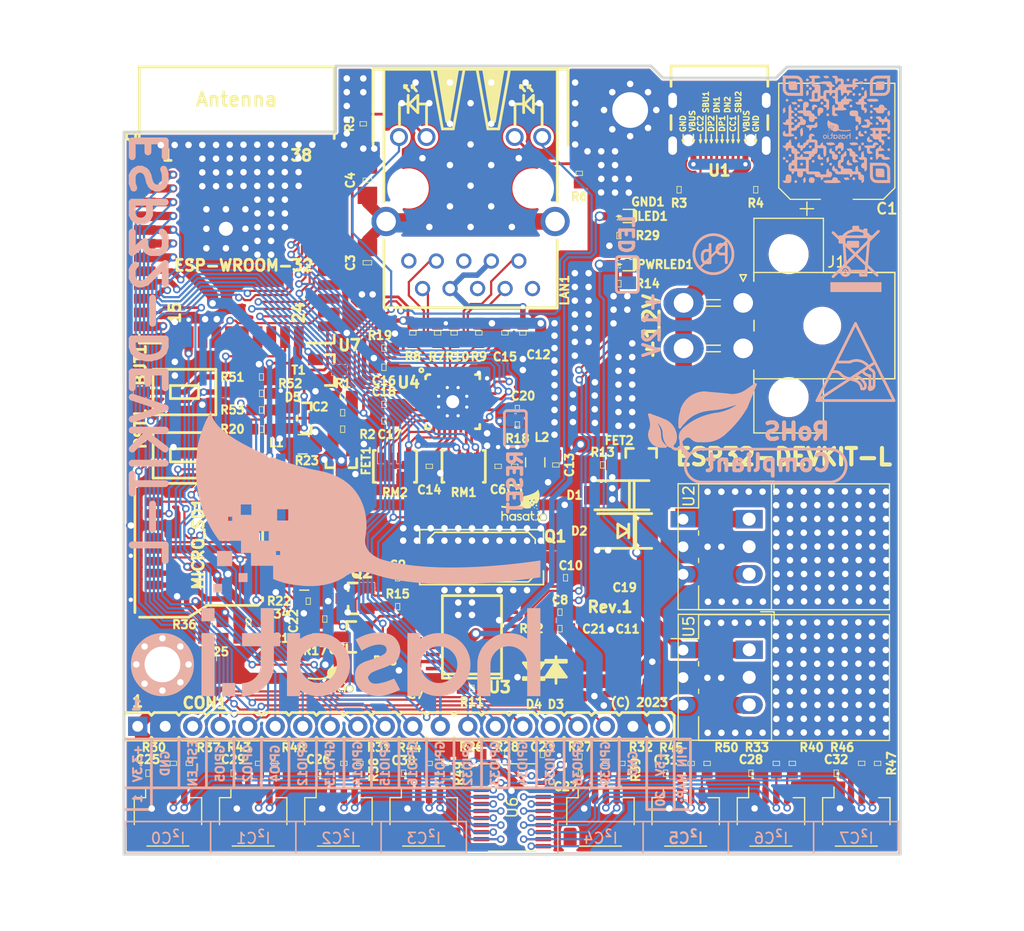
<source format=kicad_pcb>
(kicad_pcb (version 20211014) (generator pcbnew)
  (title_block (title "ESP32-DEVKIT-L") (date "2023") (rev "1") (company "Hasat.io"))
  (layers (0 "F.Cu" mixed) (31 "B.Cu" mixed) (34 "B.Paste" user) (35 "F.Paste" user) (36 "B.SilkS" user "B.Silkscreen") (37 "F.SilkS" user "F.Silkscreen") (38 "B.Mask" user) (39 "F.Mask" user) (44 "Edge.Cuts" user))
  (net 0 "")
  (net 1 "GND")
  (net 2 "Net-(BUT1-Pad2)")
  (net 3 "+3V3")
  (net 4 "/ESP_EN")
  (net 5 "/PHYAD0")
  (net 6 "/PHYAD1")
  (net 7 "/PHYAD2")
  (net 8 "/RMIISEL")
  (net 9 "/VDD1A-2A")
  (net 10 "/VDDCR")
  (net 11 "Net-(MICRO_SD1-Pad5)")
  (net 12 "Net-(LAN1-PadAG1)")
  (net 13 "Net-(LAN1-PadKY1)")
  (net 15 "Net-(LAN1-Pad1)")
  (net 16 "/+5V_USB")
  (net 17 "Net-(LAN1-Pad2)")
  (net 18 "Net-(LAN1-Pad7)")
  (net 19 "Net-(LAN1-Pad8)")
  (net 20 "Net-(LAN1-PadAY1)")
  (net 21 "Net-(LAN1-PadKG1)")
  (net 22 "Net-(PWRLED1-Pad1)")
  (net 23 "Net-(MICRO_SD1-Pad7)")
  (net 24 "/D_Com")
  (net 25 "/GPI35")
  (net 26 "+5V_EXT")
  (net 27 "/GPIO16")
  (net 28 "/GPI39")
  (net 29 "/GPI36")
  (net 30 "/GPIO32")
  (net 31 "Net-(LED1-Pad1)")
  (net 32 "+3.3VLAN")
  (net 33 "/GPIO0")
  (net 34 "Net-(MICRO_SD1-Pad2)")
  (net 35 "/GPI34\\BUT1")
  (net 36 "Net-(MICRO_SD1-Pad8)")
  (net 37 "Net-(MICRO_SD1-Pad1)")
  (net 38 "/GPIO5\\PHY_PWR")
  (net 39 "/GPIO3\\U0RXD")
  (net 40 "/GPIO2\\HS2_DATA0")
  (net 41 "/GPIO4\\HS2_DATA1")
  (net 42 "/GPIO1\\U0TXD")
  (net 43 "/GPIO26\\EMAC_RXD1(RMII)")
  (net 44 "/GPIO25\\EMAC_RXD0(RMII)")
  (net 45 "/GPIO27\\EMAC_RX_CRS_DV")
  (net 46 "/GPIO18\\MDIO(RMII)")
  (net 47 "/GPIO14\\HS2_CLK")
  (net 48 "/GPIO15\\HS2_CMD")
  (net 49 "/GPIO12\\HS2_DATA2")
  (net 50 "/GPIO13\\HS2_DATA3")
  (net 51 "/GPIO33\\LED")
  (net 52 "/GPIO22\\EMAC_TXD1(RMII)")
  (net 53 "/GPIO19\\EMAC_TXD0(RMII)")
  (net 54 "/GPIO21\\EMAC_TX_EN(RMII)")
  (net 55 "/GPIO23\\MDC(RMII)")
  (net 56 "/GPIO17\\EMAC_CLK_OUT_180")
  (net 57 "Net-(C8-Pad1)")
  (net 58 "Net-(C9-Pad1)")
  (net 59 "Net-(Q2-Pad1)")
  (net 60 "Net-(Q2-Pad2)")
  (net 61 "Net-(Q3-Pad1)")
  (net 62 "Net-(Q3-Pad2)")
  (net 63 "Net-(Q3-Pad3)")
  (net 64 "Net-(R1-Pad2)")
  (net 65 "Net-(R3-Pad2)")
  (net 66 "Net-(R4-Pad2)")
  (net 67 "Net-(I²C1-Pad3)")
  (net 68 "Net-(I²C1-Pad4)")
  (net 69 "Net-(I²C2-Pad3)")
  (net 70 "Net-(I²C2-Pad4)")
  (net 71 "Net-(I²C3-Pad3)")
  (net 72 "Net-(I²C3-Pad4)")
  (net 73 "Net-(I²C4-Pad3)")
  (net 74 "Net-(I²C4-Pad4)")
  (net 75 "Net-(I²C5-Pad3)")
  (net 76 "Net-(I²C5-Pad4)")
  (net 77 "Net-(I²C6-Pad3)")
  (net 78 "Net-(I²C6-Pad4)")
  (net 79 "Net-(C2-Pad2)")
  (net 80 "Net-(C3-Pad1)")
  (net 81 "Net-(C10-Pad1)")
  (net 82 "Net-(C20-Pad2)")
  (net 83 "Net-(C24-Pad1)")
  (net 84 "Net-(I²C7-Pad3)")
  (net 85 "Net-(I²C7-Pad4)")
  (net 86 "Net-(R19-Pad1)")
  (net 87 "Net-(R27-Pad2)")
  (net 88 "Net-(U1-PadA6)")
  (net 89 "Net-(U1-PadA7)")
  (net 95 "unconnected-(U3-Pad20)")
  (net 104 "+5V")
  (net 105 "Net-(C1-Pad1)")
  (net 106 "Net-(D3-Pad1)")
  (net 107 "Net-(D4-Pad2)")
  (net 114 "Net-(I²C0-Pad3)")
  (net 115 "Net-(I²C0-Pad4)")
  (footprint "OLIMEX_Other-FP:Mounting_hole_Shield_3.3mm" (layer "F.Cu") (at 73.152 122.301)
    (fp_text reference "MH2" hide)
    (fp_text value "Mounting_hole_Shield_3.3mm" hide)
  )
  (footprint "Capacitors:0603" (layer "F.Cu") (at 105.664 104.013 90)
    (fp_text reference "C5")
    (fp_text value "22uF/6.3V/20%/X5R/C0603")
  )
  (footprint "Capacitors:0603" (layer "F.Cu") (at 104.14 104.013 90)
    (fp_text reference "C6")
    (fp_text value "22uF/6.3V/20%/X5R/C0603")
  )
  (footprint "Capacitors:0805" (layer "F.Cu") (at 86.233 112.649)
    (fp_text reference "C24")
    (fp_text value "47uF/6.3V/20%/X5R/C0805")
  )
  (footprint "Capacitors:0603" (layer "F.Cu") (at 106.426 91.694 -90)
    (fp_text reference "C12")
    (fp_text value "100nF/50V/20%/Y5V/C0603")
  )
  (footprint "Capacitors:0603" (layer "F.Cu") (at 109.474 103.886 -90)
    (fp_text reference "C13")
    (fp_text value "22uF/6.3V/20%/X5R/C0603")
  )
  (footprint "Capacitors:0603" (layer "F.Cu") (at 97.79 104.013 -90)
    (fp_text reference "C14")
    (fp_text value "100nF/50V/20%/Y5V/C0603")
  )
  (footprint "Capacitors:0603" (layer "F.Cu") (at 104.775 91.694 -90)
    (fp_text reference "C15")
    (fp_text value "100nF/50V/20%/Y5V/C0603")
  )
  (footprint "Capacitors:0603" (layer "F.Cu") (at 93.599 94.869 180)
    (fp_text reference "C16")
    (fp_text value "100nF/50V/20%/Y5V/C0603")
  )
  (footprint "Capacitors:0603" (layer "F.Cu") (at 93.599 99.822 180)
    (fp_text reference "C17")
    (fp_text value "2.2uF/6.3V/10%/X5R/C0603")
  )
  (footprint "Capacitors:0603" (layer "F.Cu") (at 93.599 98.298 180)
    (fp_text reference "C18")
    (fp_text value "100nF/50V/20%/Y5V/C0603")
  )
  (footprint "Capacitors:0603" (layer "F.Cu") (at 105.918 98.679 180)
    (fp_text reference "C20")
    (fp_text value "NA(10uF/6.3V/20%/X5R/C0603)")
  )
  (footprint "OLIMEX_RLC-FP:L_0805_5MIL_DWS" (layer "F.Cu") (at 107.569 103.632 90)
    (fp_text reference "L2")
    (fp_text value "FB0805/600R/2A")
  )
  (footprint "OLIMEX_RLC-FP:L_0805_5MIL_DWS" (layer "F.Cu") (at 86.233 114.554 180)
    (fp_text reference "L3")
    (fp_text value "FB0805/600R/2A")
  )
  (footprint "OLIMEX_LEDs-FP:LED_0603_KA" (layer "F.Cu") (at 115.2995 85.37 180)
    (fp_text reference "PWRLED1")
    (fp_text value "LED/RED/0603")
  )
  (footprint "Resistors:0603" (layer "F.Cu") (at 82.296 95.758)
    (fp_text reference "R51")
    (fp_text value "220R/R0603")
  )
  (footprint "Resistors:0603" (layer "F.Cu") (at 91.694 72.39 90)
    (fp_text reference "R5")
    (fp_text value "330R/R0603")
  )
  (footprint "Resistors:0603" (layer "F.Cu") (at 111.633 76.962 -90)
    (fp_text reference "R6")
    (fp_text value "330R/R0603")
  )
  (footprint "Resistors:0603" (layer "F.Cu") (at 98.552 91.694 -90)
    (fp_text reference "R7")
    (fp_text value "49.9R/1%/R0603")
  )
  (footprint "Resistors:0603" (layer "F.Cu") (at 96.266 91.694 -90)
    (fp_text reference "R8")
    (fp_text value "49.9R/1%/R0603")
  )
  (footprint "Resistors:0603" (layer "F.Cu") (at 102.362 91.694 -90)
    (fp_text reference "R9")
    (fp_text value "49.9R/1%/R0603")
  )
  (footprint "Resistors:0603" (layer "F.Cu") (at 100.076 91.694 -90)
    (fp_text reference "R10")
    (fp_text value "49.9R/1%/R0603")
  )
  (footprint "Resistors:0603" (layer "F.Cu") (at 101.727 124.5235)
    (fp_text reference "R11")
    (fp_text value "10k/R0603")
  )
  (footprint "Resistors:0603" (layer "F.Cu") (at 105.918 100.2)
    (fp_text reference "R18")
    (fp_text value "10k/R0603")
  )
  (footprint "Resistors:0603" (layer "F.Cu") (at 93.599 93.091 180)
    (fp_text reference "R19")
    (fp_text value "12.1k/1%/R0603")
  )
  (footprint "Resistors:0603" (layer "F.Cu") (at 109.855 118.999)
    (fp_text reference "R12")
    (fp_text value "10k/R0603")
  )
  (footprint "Resistors:0603" (layer "F.Cu") (at 94.869 116.967 180)
    (fp_text reference "R15")
    (fp_text value "1k/R0603")
  )
  (footprint "OLIMEX_RLC-FP:R_MATRIX_4" (layer "F.Cu") (at 94.615 104.013)
    (fp_text reference "RM2")
    (fp_text value "RA1206_(4X0603)_4B8_2.2k")
  )
  (footprint "OLIMEX_RLC-FP:R_MATRIX_4" (layer "F.Cu") (at 100.965 104.013 180)
    (fp_text reference "RM1")
    (fp_text value "RA1206_(4X0603)_4B8_2.2k")
  )
  (footprint "OLIMEX_Cases-FP:ESP-WROOM-32_MODULE" (layer "F.Cu") (at 80.01 79.883)
    (fp_text reference "U7")
    (fp_text value "ESP32-WROOM-32D-4MB")
  )
  (footprint "OLIMEX_IC-FP:QFN32_EP(33)_5.00x5.00x0.90mm_Pitch_0.50mm" (layer "F.Cu") (at 99.949 98.044 -90)
    (fp_text reference "U4")
    (fp_text value "LAN8710A-EZC(QFN32)")
  )
  (footprint "OLIMEX_Connectors-FP:TFC-WXCP11-08-LF" (layer "F.Cu") (at 76.327 111.125 180)
    (fp_text reference "MICRO_SD1")
    (fp_text value "TFC-WXCP11-08-LF")
  )
  (footprint "Resistors:0603" (layer "F.Cu") (at 86.233 110.871 180)
    (fp_text reference "R41")
    (fp_text value "10R/R0603")
  )
  (footprint "OLIMEX_Buttons-FP:T1107A(6x3,8x2,5MM)" (layer "F.Cu") (at 75.184 97.155 180)
    (fp_text reference "BUT1")
    (fp_text value "T1107A(6x3,8x2,5MM)")
  )
  (footprint "OLIMEX_Buttons-FP:T1107A(6x3,8x2,5MM)" (layer "F.Cu") (at 75.184 102.997 180)
    (fp_text reference "RST1")
    (fp_text value "T1107A(6x3,8x2,5MM)")
  )
  (footprint "OLIMEX_Connectors-FP:RJLBC-060TC1" (layer "F.Cu") (at 101.6 78.359 180)
    (fp_text reference "LAN1")
    (fp_text value "RJLD-060TC1(LPJ4013EDNL)")
  )
  (footprint "Capacitors:1206" (layer "F.Cu") (at 92.075 85.217 -90)
    (fp_text reference "C3")
    (fp_text value "1nF/2000V/10%/X7R/C1206")
  )
  (footprint "Capacitors:1206" (layer "F.Cu") (at 92.075 77.597 90)
    (fp_text reference "C4")
    (fp_text value "NA(1nF/2000V/10%/X7R/C1206)")
  )
  (footprint "Resistors:0603" (layer "F.Cu") (at 115.2995 87.148 180)
    (fp_text reference "R14")
    (fp_text value "2.2k/R0603")
  )
  (footprint "Capacitors:0603" (layer "F.Cu") (at 94.869 114.3 180)
    (fp_text reference "C9")
    (fp_text value "27pF/50V/5%/C0G/C0603")
  )
  (footprint "Capacitors:0603" (layer "F.Cu") (at 110.363 114.3)
    (fp_text reference "C10")
    (fp_text value "27pF/50V/5%/C0G/C0603")
  )
  (footprint "Capacitors:0603" (layer "F.Cu") (at 96.55 122.875 -90)
    (fp_text reference "C7")
    (fp_text value "22uF/6.3V/20%/X5R/C0603")
  )
  (footprint "Capacitors:0603" (layer "F.Cu") (at 109.855 117.475)
    (fp_text reference "C8")
    (fp_text value "100nF/50V/20%/Y5V/C0603")
  )
  (footprint "OLIMEX_Diodes-FP:SMA-KA" (layer "F.Cu") (at 115.57 106.68 180)
    (fp_text reference "D1")
    (fp_text value "1N5822/SS34/SMA")
  )
  (footprint "OLIMEX_Transistors-FP:SOT23" (layer "F.Cu") (at 117.348 102.997 -90)
    (fp_text reference "FET2")
    (fp_text value "WPM2015-3/TR")
  )
  (footprint "OLIMEX_Crystal-FP:Q_49U3HMS" (layer "F.Cu") (at 102.616 112.395)
    (fp_text reference "Q1")
    (fp_text value "Q12MHz/20pF/30ppm/2P/HC-49SM(SMD)")
  )
  (footprint "OLIMEX_Transistors-FP:SOT23" (layer "F.Cu") (at 90.932 116.205)
    (fp_text reference "Q2")
    (fp_text value "BC817-40(SOT23)")
  )
  (footprint "Resistors:0603" (layer "F.Cu") (at 113.792 103.886 180)
    (fp_text reference "R13")
    (fp_text value "1M/R0603")
  )
  (footprint "Resistors:0603" (layer "F.Cu") (at 91.91 123.09336 90)
    (fp_text reference "R16")
    (fp_text value "1k/R0603")
  )
  (footprint "Resistors:0603" (layer "F.Cu") (at 82.296 97.282 180)
    (fp_text reference "R52")
    (fp_text value "10k/R0603")
  )
  (footprint "Resistors:0603" (layer "F.Cu") (at 82.296 98.806)
    (fp_text reference "R53")
    (fp_text value "NA/R0603")
  )
  (footprint "OLIMEX_IC-FP:SSOP-20W" (layer "F.Cu") (at 101.727 119.761 90)
    (fp_text reference "U3")
    (fp_text value "CH340T(SSOP20W)")
  )
  (footprint "OLIMEX_Other-FP:Mounting_hole_Shield_3.3mm" (layer "F.Cu") (at 116.332 71.12)
    (fp_text reference "MH1" hide)
    (fp_text value "Mounting_hole_Shield_3.3mm" hide)
  )
  (footprint "OLIMEX_Connectors-FP:HN1x20" (layer "F.Cu") (at 94.996 128.016)
    (fp_text reference "CON1")
    (fp_text value "NA(NH1x20)")
  )
  (footprint "OLIMEX_LEDs-FP:LED_0603_KA" (layer "F.Cu") (at 115.2995 80.925 180)
    (fp_text reference "LED1")
    (fp_text value "LED/GREEN/0603")
  )
  (footprint "Resistors:0603" (layer "F.Cu") (at 115.2995 82.703)
    (fp_text reference "R29")
    (fp_text value "2.2k/R0603")
  )
  (footprint "Resistors:0603" (layer "F.Cu") (at 81.1 119.885 180)
    (fp_text reference "R21")
    (fp_text value "2.2k/R0603")
  )
  (footprint "Resistors:0603" (layer "F.Cu") (at 86.487 104.648 180)
    (fp_text reference "R23")
    (fp_text value "2.2k/R0603")
  )
  (footprint "OLIMEX_Diodes-FP:DO214AA_1(K)-2(A)" (layer "F.Cu") (at 115.824 109.982 180)
    (fp_text reference "D2")
    (fp_text value "SMBJ6.0A(DO-214AA)")
  )
  (footprint "OLIMEX_Transistors-FP:SOT23" (layer "F.Cu") (at 89.662 103.505 90)
    (fp_text reference "FET1")
    (fp_text value "WPM2015-3/TR")
  )
  (footprint "Resistors:0603" (layer "F.Cu") (at 89.789 97.536 180)
    (fp_text reference "R1")
    (fp_text value "1k/R0603")
  )
  (footprint "OLIMEX_RLC-FP:L_0805_5MIL_DWS" (layer "F.Cu") (at 86.106 101.981)
    (fp_text reference "L1")
    (fp_text value "FB0805/600R/2A")
  )
  (footprint "Resistors:0603" (layer "F.Cu") (at 89.788999 100.584)
    (fp_text reference "R2")
    (fp_text value "10k/R0603")
  )
  (footprint "OLIMEX_Transistors-FP:SOT23" (layer "F.Cu") (at 88.392 95.123 180)
    (fp_text reference "T1")
    (fp_text value "DTC114YKA")
  )
  (footprint "Capacitors:0603" (layer "F.Cu") (at 89.788999 99.06)
    (fp_text reference "C2")
    (fp_text value "22uF/6.3V/20%/X5R/C0603")
  )
  (footprint "Resistors:0603" (layer "F.Cu") (at 77.851 118.364 180)
    (fp_text reference "R36")
    (fp_text value "NA/R0603")
  )
  (footprint "Resistors:0603" (layer "F.Cu") (at 86.487 106.172 180)
    (fp_text reference "R24")
    (fp_text value "2.2k/R0603")
  )
  (footprint "OLIMEX_Diodes-FP:SOT23-3" (layer "F.Cu") (at 86.233 99.568 180)
    (fp_text reference "D5")
    (fp_text value "BAT54C(SOT23-3)")
  )
  (footprint "OLIMEX_Diodes-FP:SOD-123_1C-2A_KA" (layer "F.Cu") (at 107.442 122.809 90)
    (fp_text reference "D4")
    (fp_text value "1N5819S4/SOD123")
  )
  (footprint "OLIMEX_Diodes-FP:SOD-123_1C-2A_KA" (layer "F.Cu") (at 109.474 122.809 -90)
    (fp_text reference "D3")
    (fp_text value "1N5819S4/SOD123")
  )
  (footprint "OLIMEX_Other-FP:Fiducial1x3" (layer "F.Cu") (at 117.425 75.875)
    (fp_text reference "FID3" hide)
    (fp_text value "Fiducial" hide)
  )
  (footprint "Resistors:0603" (layer "F.Cu") (at 86.487 107.95)
    (fp_text reference "R35")
    (fp_text value "NA/R0603")
  )
  (footprint "Resistors:0603" (layer "F.Cu") (at 81.1 118.361 180)
    (fp_text reference "R34")
    (fp_text value "NA/R0603")
  )
  (footprint "Resistors:0603" (layer "F.Cu") (at 77.851 119.888 180)
    (fp_text reference "R25")
    (fp_text value "2.2k/R0603")
  )
  (footprint "Capacitors:0603" (layer "F.Cu") (at 88.138 118.11 180)
    (fp_text reference "C22")
    (fp_text value "1uF/C0603")
  )
  (footprint "Resistors:0603" (layer "F.Cu") (at 86.614 116.459 180)
    (fp_text reference "R22")
    (fp_text value "10k/R0603")
  )
  (footprint "OLIMEX_Transistors-FP:SOT23" (layer "F.Cu") (at 90.805 119.761)
    (fp_text reference "Q3")
    (fp_text value "BC817-40(SOT23)")
  )
  (footprint "Resistors:0603" (layer "F.Cu") (at 87.249 119.761 180)
    (fp_text reference "R17")
    (fp_text value "220R/R0603")
  )
  (footprint "Resistors:0603" (layer "F.Cu") (at 82.296 100.584 180)
    (fp_text reference "R20")
    (fp_text value "10k/R0603")
  )
  (footprint "Resistors:0603" (layer "F.Cu") (at 82.296 103.886 180)
    (fp_text reference "R42")
    (fp_text value "220R/R0603")
  )
  (footprint "Resistors:0603" (layer "F.Cu") (at 97.77 131.438279 -90)
    (fp_text reference "R44")
    (fp_text value "4.7k/R0603")
  )
  (footprint "Capacitors:0603" (layer "F.Cu") (at 108.225 130.60582 180)
    (fp_text reference "C23")
    (fp_text value "100nF/6.3V/20%/X5R/C0603")
  )
  (footprint "Capacitors:0603" (layer "F.Cu") (at 87.54 132.345)
    (fp_text reference "C26")
    (fp_text value "1uF/6.3V/20%/X5R/C0603")
  )
  (footprint "Connector_JST:JST_SH_SM04B-SRSS-TB_1x04-1MP_P1.00mm_Horizontal" (layer "F.Cu") (at 81.53 136.385)
    (fp_text reference "I²C1")
    (fp_text value "Conn_01x04_P1.00mm_Stemma qt/Qwiic")
  )
  (footprint "Capacitors:0603" (layer "F.Cu") (at 135.35156 132.35)
    (fp_text reference "C32")
    (fp_text value "1uF/6.3V/20%/X5R/C0603")
  )
  (footprint "Capacitors:1210" (layer "F.Cu") (at 115.825 113.425 180)
    (fp_text reference "C19")
    (fp_text value "330uF/6.3V/20%/X5R/C1210")
  )
  (footprint "Resistors:0603" (layer "F.Cu") (at 74.16 131.43664 -90)
    (fp_text reference "R30")
    (fp_text value "4.7k/R0603")
  )
  (footprint "Connector_JST:JST_SH_SM04B-SRSS-TB_1x04-1MP_P1.00mm_Horizontal" (layer "F.Cu") (at 73.66 136.385)
    (fp_text reference "I²C0")
    (fp_text value "Conn_01x04_P1.00mm_Stemma qt/Qwiic")
  )
  (footprint "" (layer "F.Cu") (at 95.9 85.05)
    (fp_text reference "")
    (fp_text value "")
  )
  (footprint "Converter_DCDC:Converter_DCDC_RECOM_R-78HB-0.5L_THT" (layer "F.Cu") (at 121.21 108.9 -90)
    (fp_text reference "U2")
    (fp_text value "Converter_DCDC_RECOM_R-78HB-0.5L_THT")
  )
  (footprint "Capacitors:0603" (layer "F.Cu") (at 71.81 132.345)
    (fp_text reference "C25")
    (fp_text value "1uF/6.3V/20%/X5R/C0603")
  )
  (footprint "Connector_JST:JST_SH_SM04B-SRSS-TB_1x04-1MP_P1.00mm_Horizontal" (layer "F.Cu") (at 121.46 136.390885)
    (fp_text reference "I²C5")
    (fp_text value "Conn_01x04_P1.00mm_Stemma qt/Qwiic")
  )
  (footprint "Connector_JST:JST_SH_SM04B-SRSS-TB_1x04-1MP_P1.00mm_Horizontal" (layer "F.Cu") (at 129.33 136.389888)
    (fp_text reference "I²C6")
    (fp_text value "Conn_01x04_P1.00mm_Stemma qt/Qwiic")
  )
  (footprint "Resistors:0603" (layer "F.Cu") (at 91.375 131.437351 -90)
    (fp_text reference "R38")
    (fp_text value "4.7k/R0603")
  )
  (footprint "Connector_JST:JST_SH_SM04B-SRSS-TB_1x04-1MP_P1.00mm_Horizontal" (layer "F.Cu") (at 97.27 136.388279)
    (fp_text reference "I²C3")
    (fp_text value "Conn_01x04_P1.00mm_Stemma qt/Qwiic")
  )
  (footprint "Resistors:0603" (layer "F.Cu") (at 123.435 131.440885 -90)
    (fp_text reference "R50")
    (fp_text value "4.7k/R0603")
  )
  (footprint "Converter_DCDC:Converter_DCDC_RECOM_R-78HB-0.5L_THT" (layer "F.Cu") (at 121.21 120.975 -90)
    (fp_text reference "U5")
    (fp_text value "K7803-2000R3L")
  )
  (footprint "Resistors:0603" (layer "F.Cu") (at 120.85 78.475)
    (fp_text reference "R3")
    (fp_text value "5.1k/R0603")
  )
  (footprint "Capacitors:0603" (layer "F.Cu") (at 127.48084 132.349888)
    (fp_text reference "C28")
    (fp_text value "1uF/6.3V/20%/X5R/C0603")
  )
  (footprint "Converter_DCDC:Converter_DCDC_RECOM_R-78B-2.0_THT" (layer "F.Cu") (at 127.325 120.95 -90)
    (fp_text reference "REF**" hide)
    (fp_text value "Converter_DCDC_RECOM_R-78B-2.0_THT")
  )
  (footprint "Resistors:0603" (layer "F.Cu") (at 121.96 131.444165 -90)
    (fp_text reference "R45")
    (fp_text value "4.7k/R0603")
  )
  (footprint "Resistors:0603" (layer "F.Cu") (at 129.83 131.439888 -90)
    (fp_text reference "R33")
    (fp_text value "4.7k/R0603")
  )
  (footprint "Converter_DCDC:Converter_DCDC_RECOM_R-78B-2.0_THT" (layer "F.Cu") (at 127.3175 108.89 -90)
    (fp_text reference "REF**" hide)
    (fp_text value "Converter_DCDC_RECOM_R-78B-2.0_THT")
  )
  (footprint "Resistors:0603" (layer "F.Cu") (at 75.635 131.435 -90)
    (fp_text reference "R37")
    (fp_text value "4.7k/R0603")
  )
  (footprint "Resistors:0603" (layer "F.Cu") (at 104.945 130.605 180)
    (fp_text reference "R28")
    (fp_text value "4.7k/R0603" hide)
  )
  (footprint "Resistors:0603" (layer "F.Cu") (at 99.245 131.438279 -90)
    (fp_text reference "R49")
    (fp_text value "4.7k/R0603")
  )
  (footprint "Capacitors:0603" (layer "F.Cu") (at 119.60916 132.350885)
    (fp_text reference "C31")
    (fp_text value "1uF/6.3V/20%/X5R/C0603")
  )
  (footprint "Connector_JST:JST_SH_SM04B-SRSS-TB_1x04-1MP_P1.00mm_Horizontal" (layer "F.Cu") (at 113.59 136.391107)
    (fp_text reference "I²C4")
    (fp_text value "Conn_01x04_P1.00mm_Stemma qt/Qwiic")
  )
  (footprint "Resistors:0603" (layer "F.Cu") (at 137.70072 131.43672 -90)
    (fp_text reference "R46")
    (fp_text value "4.7k/R0603")
  )
  (footprint "Connector_Molex:Molex_Mini-Fit_Jr_5569-04A2_2x02_P4.20mm_Horizontal" (layer "F.Cu") (at 126.765 88.925 -90)
    (fp_text reference "REF**" hide)
    (fp_text value "Molex_Mini-Fit_Jr_5569-04A2_2x02_P4.20mm_Horizontal")
  )
  (footprint "Resistors:0603" (layer "F.Cu") (at 127.925 78.475)
    (fp_text reference "R4")
    (fp_text value "5.1k/R0603")
  )
  (footprint "Package_SO:TSSOP-24_4.4x7.8mm_P0.65mm" (layer "F.Cu") (at 105.45 135.51)
    (fp_text reference "U6")
    (fp_text value "TCA9548APWR")
  )
  (footprint "Hasat.io:Hasatio_logo_mini" (layer "F.Cu") (at 106.58 107.585)
    (fp_text reference "G***")
    (fp_text value "LOGO" hide)
  )
  (footprint "Capacitors:0603" (layer "F.Cu") (at 79.68 132.345)
    (fp_text reference "C29")
    (fp_text value "1uF/6.3V/20%/X5R/C0603")
  )
  (footprint "Resistors:0603" (layer "F.Cu") (at 83.505 131.435 -90)
    (fp_text reference "R48")
    (fp_text value "4.7k/R0603")
  )
  (footprint "Resistors:0603" (layer "F.Cu") (at 111.7 130.845 180)
    (fp_text reference "R27")
    (fp_text value "10k/R0603")
  )
  (footprint "Resistors:0603" (layer "F.Cu") (at 115.565 131.441107 -90)
    (fp_text reference "R39")
    (fp_text value "4.7k/R0603")
  )
  (footprint "Resistors:0603" (layer "F.Cu") (at 89.9 131.437351 -90)
    (fp_text reference "R31")
    (fp_text value "4.7k/R0603")
  )
  (footprint "Capacitors:0603" (layer "F.Cu") (at 95.42084 132.348279)
    (fp_text reference "C30")
    (fp_text value "1uF/6.3V/20%/X5R/C0603")
  )
  (footprint "Connector_JST:JST_SH_SM04B-SRSS-TB_1x04-1MP_P1.00mm_Horizontal" (layer "F.Cu") (at 137.21 136.39)
    (fp_text reference "I²C7")
    (fp_text value "Conn_01x04_P1.00mm_Stemma qt/Qwiic")
  )
  (footprint "Capacitors:0603" (layer "F.Cu") (at 111.74084 132.351107)
    (fp_text reference "C27")
    (fp_text value "1uF/6.3V/20%/X5R/C0603")
  )
  (footprint "Connector_USB:USB2.0_TYPE-C(A40-00119-A52-12)" (layer "F.Cu") (at 124.575 71.375 90)
    (fp_text reference "U1")
    (fp_text value "USB-C-16P-F(A40-00119-A52-12)")
  )
  (footprint "Resistors:0603" (layer "F.Cu") (at 139.17572 131.44 -90)
    (fp_text reference "R47")
    (fp_text value "4.7k/R0603")
  )
  (footprint "OLIMEX_Other-FP:TESTPAD_40-ROUND" (layer "F.Cu") (at 118.825 78.475)
    (fp_text reference "GND1")
    (fp_text value "TESTPAD" hide)
  )
  (footprint "Resistors:0603" (layer "F.Cu") (at 82.03 131.43664 -90)
    (fp_text reference "R43")
    (fp_text value "4.7k/R0603")
  )
  (footprint "Capacitors:1210" (layer "F.Cu") (at 116.075 122.0974 90)
    (fp_text reference "C11")
    (fp_text value "330uF/6.3V/20%/X5R/C1210")
  )
  (footprint "" (layer "F.Cu") (at 107.315 87.6)
    (fp_text reference "")
    (fp_text value "")
  )
  (footprint "Resistors:0603" (layer "F.Cu") (at 101.67 130.605)
    (fp_text reference "R26")
    (fp_text value "4.7k/R0603" hide)
  )
  (footprint "Resistors:0603" (layer "F.Cu") (at 131.305 131.439888 -90)
    (fp_text reference "R40")
    (fp_text value "4.7k/R0603")
  )
  (footprint "Resistors:0603" (layer "F.Cu") (at 114.09 131.442747 -90)
    (fp_text reference "R32")
    (fp_text value "4.7k/R0603")
  )
  (footprint "Connector_JST:JST_SH_SM04B-SRSS-TB_1x04-1MP_P1.00mm_Horizontal" (layer "F.Cu") (at 89.4 136.387351)
    (fp_text reference "I²C2")
    (fp_text value "Conn_01x04_P1.00mm_Stemma qt/Qwiic")
  )
  (footprint "Hasat.io:Hasatio_logo_mini" (layer "F.Cu") (at 88.71 123.415)
    (fp_text reference "G***")
    (fp_text value "LOGO" hide)
  )
  (footprint "Capacitor_SMD:CP_Elec_10x10.5" (layer "F.Cu") (at 135.41 74.005 90)
    (fp_text reference "C1")
    (fp_text value "220uF/50V/10*10mm")
  )
  (footprint "Connector_Molex:Molex_Mini-Fit_Jr_5569-04A1_2x02_P4.20mm_Horizontal" (layer "F.Cu") (at 126.765 88.925 -90)
    (fp_text reference "J1")
    (fp_text value "Conn_02x02_P4.20mm_Molex_Horizontal")
  )
  (footprint "Capacitors:1210" (layer "F.Cu") (at 113.025 122.0974 90)
    (fp_text reference "C21")
    (fp_text value "330uF/6.3V/20%/X5R/C1210")
  )
  (footprint "OLIMEX_LOGOs-FP:LOGO_ANTISTATIC_1" (layer "B.Cu") (at 140.692 97.9395 180)
    (fp_text reference "Sign-Antistatic" hide)
    (fp_text value "Val**" hide)
  )
  (footprint "OLIMEX_LOGOs-FP:LOGO_PBFREE" (layer "B.Cu") (at 124.2232 84.11004)
    (fp_text reference "Sign_Pb-Free")
    (fp_text value "")
  )
  (footprint "OLIMEX_LOGOs-FP:LOGO_RECYCLEBIN_1" (layer "B.Cu") (at 139.51 87.898 180)
    (fp_text reference "Sign-RecyclBin" hide)
    (fp_text value "" hide)
  )
  (footprint "OLIMEX_LOGOs-FP:LOGO_ROHS_1" (layer "B.Cu") (at 135.26 104.8385 180)
    (fp_text reference "Sign_RoHS" hide)
    (fp_text value "Val**" hide)
  )
  (footprint "Hasat.io:Hasatio" (layer "B.Cu") (at 88.74 112.145 180)
    (fp_text reference "G***")
    (fp_text value "LOGO" hide)
  )
  (footprint "OLIMEX_Jumpers-FP:SJ" (layer "B.Cu") (at 105.735488 100.5235 90)
    (fp_text reference "RESET")
    (fp_text value "Opened")
  )
  (footprint "OLIMEX_Jumpers-FP:SJ" (layer "B.Cu") (at 116.075 86.3 90)
    (fp_text reference "LED")
    (fp_text value "Closed")
  )
  (footprint "Hasat.io:esp-devkit-l" (layer "B.Cu") (at 135.38 72.895 180)
    (fp_text reference "G***" hide)
    (fp_text value "LOGO" hide)
  )
  (gr_line (start 121.9005 129.195) (end 69.59 129.195) (layer "B.SilkS") (width 0.254))
  (gr_line (start 79.75 129.195) (end 79.75 133.695) (layer "B.SilkS") (width 0.254))
  (gr_line (start 69.73 139.715) (end 101.21 139.715) (layer "B.SilkS") (width 0.15))
  (gr_line (start 100.07 129.195) (end 100.07 133.695) (layer "B.SilkS") (width 0.254))
  (gr_line (start 117.53 136.815) (end 117.53 139.725) (layer "B.SilkS") (width 0.15))
  (gr_line (start 109.66 136.815) (end 109.66 139.725) (layer "B.SilkS") (width 0.15))
  (gr_line (start 107.69 129.195) (end 107.69 133.695) (layer "B.SilkS") (width 0.254))
  (gr_line (start 69.59 135.695) (end 69.59 129.195) (layer "B.SilkS") (width 0.254))
  (gr_line (start 92.45 129.195) (end 92.45 133.695) (layer "B.SilkS") (width 0.254))
  (gr_line (start 141.14 136.815) (end 141.14 139.725) (layer "B.SilkS") (width 0.15))
  (gr_line (start 105.15 129.195) (end 105.15 133.695) (layer "B.SilkS") (width 0.254))
  (gr_line (start 74.67 129.195) (end 74.67 133.695) (layer "B.SilkS") (width 0.254))
  (gr_line (start 72.13 129.195) (end 72.13 133.698) (layer "B.SilkS") (width 0.254))
  (gr_line (start 120.4 129.195) (end 120.4 133.695) (layer "B.SilkS") (width 0.254))
  (gr_line (start 69.73 136.805) (end 69.73 139.715) (layer "B.SilkS") (width 0.15))
  (gr_line (start 93.34 136.805) (end 93.34 139.71) (layer "B.SilkS") (width 0.15))
  (gr_line (start 69.73 136.805) (end 101.21 136.805) (layer "B.SilkS") (width 0.15))
  (gr_line (start 85.47 136.805) (end 85.47 139.715) (layer "B.SilkS") (width 0.15))
  (gr_line (start 84.83 129.195) (end 84.83 133.695) (layer "B.SilkS") (width 0.254))
  (gr_line (start 109.66 139.725) (end 141.14 139.725) (layer "B.SilkS") (width 0.15))
  (gr_line (start 94.99 129.195) (end 94.99 133.695) (layer "B.SilkS") (width 0.254))
  (gr_line (start 112.77 129.195) (end 112.77 133.695) (layer "B.SilkS") (width 0.254))
  (gr_line (start 69.59 135.695) (end 72.13 135.695) (layer "B.SilkS") (width 0.254))
  (gr_line (start 117.86 135.695) (end 117.86 133.695) (layer "B.SilkS") (width 0.254))
  (gr_line (start 120.4 133.695) (end 69.59 133.695) (layer "B.SilkS") (width 0.254))
  (gr_line (start 110.23 129.195) (end 110.23 133.695) (layer "B.SilkS") (width 0.254))
  (gr_line (start 102.61 129.195) (end 102.61 133.695) (layer "B.SilkS") (width 0.254))
  (gr_line (start 133.27 136.815) (end 133.27 139.72) (layer "B.SilkS") (width 0.15))
  (gr_line (start 115.32 129.195) (end 115.32 133.695) (layer "B.SilkS") (width 0.254))
  (gr_line (start 77.21 129.195) (end 77.21 133.695) (layer "B.SilkS") (width 0.254))
  (gr_line (start 101.21 136.805) (end 101.21 139.715) (layer "B.SilkS") (width 0.15))
  (gr_line (start 72.13 133.698) (end 72.13 135.695) (layer "B.SilkS") (width 0.254))
  (gr_line (start 121.9005 129.195) (end 121.8995 135.695) (layer "B.SilkS") (width 0.254))
  (gr_line (start 109.66 136.815) (end 141.14 136.815) (layer "B.SilkS") (width 0.15))
  (gr_line (start 117.86 129.195) (end 117.86 133.695) (layer "B.SilkS") (width 0.254))
  (gr_line (start 89.91 129.195) (end 89.91 133.695) (layer "B.SilkS") (width 0.254))
  (gr_line (start 120.4 135.695) (end 121.8995 135.695) (layer "B.SilkS") (width 0.254))
  (gr_line (start 125.4 136.815) (end 125.4 139.725) (layer "B.SilkS") (width 0.15))
  (gr_line (start 82.29 129.195) (end 82.29 133.695) (layer "B.SilkS") (width 0.254))
  (gr_line (start 87.37 129.195) (end 87.37 133.695) (layer "B.SilkS") (width 0.254))
  (gr_line (start 120.4 133.695) (end 120.4 135.695) (layer "B.SilkS") (width 0.254))
  (gr_circle (center 73.151575 122.295) (end 74.930028 122.295) (layer "B.SilkS") (width 1) (fill none))
  (gr_line (start 77.6 136.805) (end 77.6 139.715) (layer "B.SilkS") (width 0.15))
  (gr_line (start 117.86 135.695) (end 120.4 135.695) (layer "B.SilkS") (width 0.254))
  (gr_line (start 97.53 129.195) (end 97.53 133.695) (layer "B.SilkS") (width 0.254))
  (gr_line (start 118.25 67.051508) (end 119.37 68.166) (layer "Edge.Cuts") (width 0.254))
  (gr_line (start 118.25 67.051508) (end 89.154 67.056) (layer "Edge.Cuts") (width 0.254))
  (gr_line (start 69.596 73.152) (end 69.6 139.825) (layer "Edge.Cuts") (width 0.254))
  (gr_line (start 130.8 67.15) (end 141.275 67.15) (layer "Edge.Cuts") (width 0.254))
  (gr_line (start 89.154 73.152) (end 89.154 67.056) (layer "Edge.Cuts") (width 0.254))
  (gr_line (start 129.784 68.166) (end 130.8 67.15) (layer "Edge.Cuts") (width 0.254))
  (gr_line (start 119.37 68.166) (end 129.784 68.166) (layer "Edge.Cuts") (width 0.254))
  (gr_line (start 141.275 67.15) (end 141.275 139.825) (layer "Edge.Cuts") (width 0.254))
  (gr_line (start 69.596 73.152) (end 89.154 73.152) (layer "Edge.Cuts") (width 0.254))
  (gr_line (start 69.6 139.825) (end 141.275 139.825) (layer "Edge.Cuts") (width 0.254))
  (gr_text "1" (at 70.86 134.695 90) (layer "B.SilkS") (effects (font (size 0.762 0.762) (thickness 0.1905)) (justify mirror)))
  (gr_text "ESP_EN" (at 75.94 131.445 90) (layer "B.SilkS") (effects (font (size 0.762 0.762) (thickness 0.1905)) (justify mirror)))
  (gr_text "GPIO5" (at 78.48 131.445 90) (layer "B.SilkS") (effects (font (size 0.762 0.762) (thickness 0.1905)) (justify mirror)))
  (gr_text "GPIO2" (at 81.02 131.445 90) (layer "B.SilkS") (effects (font (size 0.762 0.762) (thickness 0.1905)) (justify mirror)))
  (gr_text "GPIO4" (at 83.56 131.445 90) (layer "B.SilkS") (effects (font (size 0.762 0.762) (thickness 0.1905)) (justify mirror)))
  (gr_text "GPIO12" (at 86.1 131.445 90) (layer "B.SilkS") (effects (font (size 0.762 0.762) (thickness 0.1905)) (justify mirror)))
  (gr_text "GPIO13" (at 88.64 131.445 90) (layer "B.SilkS") (effects (font (size 0.762 0.762) (thickness 0.1905)) (justify mirror)))
  (gr_text "GPIO14" (at 91.18 131.445 90) (layer "B.SilkS") (effects (font (size 0.762 0.762) (thickness 0.1905)) (justify mirror)))
  (gr_text "GPIO15" (at 93.72 131.445 90) (layer "B.SilkS") (effects (font (size 0.762 0.762) (thickness 0.1905)) (justify mirror)))
  (gr_text "GPIO16" (at 96.26 131.445 90) (layer "B.SilkS") (effects (font (size 0.762 0.762) (thickness 0.1905)) (justify mirror)))
  (gr_text "GPIO17" (at 98.8 131.445 90) (layer "B.SilkS") (effects (font (size 0.762 0.762) (thickness 0.1905)) (justify mirror)))
  (gr_text "PIN MAP:" (at 121.15 132.445 90) (layer "B.SilkS") (effects (font (size 0.762 0.762) (thickness 0.1905)) (justify mirror)))
  (gr_text "GPIO32" (at 101.34 131.445 90) (layer "B.SilkS") (effects (font (size 0.762 0.762) (thickness 0.1905)) (justify mirror)))
  (gr_text "GPIO33" (at 103.88 131.445 90) (layer "B.SilkS") (effects (font (size 0.762 0.762) (thickness 0.1905)) (justify mirror)))
  (gr_text "GPIO34" (at 106.42 131.445 90) (layer "B.SilkS") (effects (font (size 0.762 0.762) (thickness 0.1905)) (justify mirror)))
  (gr_text "GPIO35" (at 108.96 131.445 90) (layer "B.SilkS") (effects (font (size 0.762 0.762) (thickness 0.1905)) (justify mirror)))
  (gr_text "GPIO36" (at 111.5 131.445 90) (layer "B.SilkS") (effects (font (size 0.762 0.762) (thickness 0.1905)) (justify mirror)))
  (gr_text "GND" (at 116.59 131.445 90) (layer "B.SilkS") (effects (font (size 0.762 0.762) (thickness 0.1905)) (justify mirror)))
  (gr_text "GPIO39" (at 114.05 131.445 90) (layer "B.SilkS") (effects (font (size 0.762 0.762) (thickness 0.1905)) (justify mirror)))
  (gr_text "+5V" (at 119.13 131.445 90) (layer "B.SilkS") (effects (font (size 0.762 0.762) (thickness 0.1905)) (justify mirror)))
  (gr_text "20" (at 119.13 134.695 90) (layer "B.SilkS") (effects (font (size 0.762 0.762) (thickness 0.1905)) (justify mirror)))
  (gr_text "ESP32-DEVKIT-L" (at 72.03 72.825 90) (layer "B.SilkS") (effects (font (size 3.048 3.048) (thickness 0.635)) (justify left mirror)))
  (gr_text "+12V" (at 118.32 90.915 90) (layer "B.SilkS") (effects (font (size 1.5 1.5) (thickness 0.3)) (justify mirror)))
  (gr_text "1" (at 70.739 125.984) (layer "B.SilkS") (effects (font (size 1.016 1.016) (thickness 0.254)) (justify mirror)))
  (gr_text "+3.3V" (at 70.86 131.445 90) (layer "B.SilkS") (effects (font (size 0.762 0.762) (thickness 0.1905)) (justify mirror)))
  (gr_text "GND" (at 73.4 131.445 90) (layer "B.SilkS") (effects (font (size 0.762 0.762) (thickness 0.1905)) (justify mirror)))
  (gr_text "Rev.1" (at 114.47 116.995) (layer "F.SilkS") (effects (font (size 1.016 1.016) (thickness 0.254))))
  (gr_text "ESP32-DEVKIT-L" (at 130.51 103.155) (layer "F.SilkS") (effects (font (size 1.524 1.524) (thickness 0.381))))
  (gr_text "1" (at 70.866 125.73) (layer "F.SilkS") (effects (font (size 1.016 1.016) (thickness 0.254))))
  (gr_text "(C) 2023\n" (at 117.18 125.815) (layer "F.SilkS") (effects (font (size 0.762 0.762) (thickness 0.1905))))
  (gr_text "+12V" (at 118.32 91.125 90) (layer "F.SilkS") (effects (font (size 1.5 1.5) (thickness 0.3))))
  (segment (start 90.17 111.125) (end 90.17 112.141) (width 1.016) (layer "F.Cu") (net 1))
  (segment (start 103.987 118.136) (end 103.632 118.491) (width 0.4064) (layer "F.Cu") (net 1))
  (segment (start 103.632 110.109) (end 103.632 110.363) (width 1.016) (layer "F.Cu") (net 1))
  (segment (start 103.632 110.363) (end 103.632 110.109) (width 1.016) (layer "F.Cu") (net 1))
  (segment (start 103.632 110.109) (end 100.457 110.109) (width 1.016) (layer "F.Cu") (net 1))
  (segment (start 91.694 75.438) (end 91.694 74.676) (width 1.016) (layer "F.Cu") (net 1))
  (segment (start 92.71 74.676) (end 92.71 75.184) (width 1.016) (layer "F.Cu") (net 1))
  (segment (start 92.71 75.184) (end 92.075 75.819) (width 1.016) (layer "F.Cu") (net 1))
  (segment (start 92.71 101.854) (end 92.329 102.235) (width 0.762) (layer "F.Cu") (net 1))
  (segment (start 92.329 102.235) (end 92.329 104.267) (width 0.762) (layer "F.Cu") (net 1))
  (segment (start 92.329 104.267) (end 92.329 104.775) (width 0.762) (layer "F.Cu") (net 1))
  (segment (start 91.567 87.503) (end 91.567 88.138) (width 1.016) (layer "F.Cu") (net 1))
  (segment (start 105.537 94.107) (end 106.426 94.107) (width 0.762) (layer "F.Cu") (net 1))
  (segment (start 106.68 95.377) (end 106.426 95.123) (width 0.508) (layer "F.Cu") (net 1))
  (segment (start 98.044 104.648) (end 98.806 104.648) (width 0.508) (layer "F.Cu") (net 1))
  (segment (start 99.568 104.648) (end 98.806 104.648) (width 0.508) (layer "F.Cu") (net 1))
  (segment (start 95.504 110.109) (end 95.631 110.109) (width 1.016) (layer "F.Cu") (net 1))
  (segment (start 94.615 110.998) (end 93.853 110.998) (width 1.016) (layer "F.Cu") (net 1))
  (segment (start 93.853 112.014) (end 93.853 113.03) (width 1.016) (layer "F.Cu") (net 1))
  (segment (start 93.853 114.3) (end 93.853 113.03) (width 0.762) (layer "F.Cu") (net 1))
  (segment (start 80.585 82.042) (end 84.074 82.042) (width 1.016) (layer "F.Cu") (net 1))
  (segment (start 82.744 79.883) (end 84.328 79.883) (width 1.016) (layer "F.Cu") (net 1))
  (segment (start 80.264 82.329) (end 80.264 77.978) (width 1.016) (layer "F.Cu") (net 1))
  (segment (start 82.804 79.823) (end 82.804 77.851) (width 1.016) (layer "F.Cu") (net 1))
  (segment (start 77.724 79.789) (end 77.724 77.851) (width 1.016) (layer "F.Cu") (net 1))
  (segment (start 94.996 115.316) (end 99.568 115.316) (width 0.4064) (layer "F.Cu") (net 1))
  (segment (start 105.537 110.109) (end 103.632 110.109) (width 1.016) (layer "F.Cu") (net 1))
  (segment (start 107.569 110.109) (end 105.537 110.109) (width 1.016) (layer "F.Cu") (net 1))
  (segment (start 97.917 110.109) (end 95.504 110.109) (width 1.016) (layer "F.Cu") (net 1))
  (segment (start 100.457 110.871) (end 100.457 110.109) (width 1.016) (layer "F.Cu") (net 1))
  (segment (start 100.457 110.109) (end 100.457 110.363) (width 1.016) (layer "F.Cu") (net 1))
  (segment (start 100.457 110.363) (end 100.457 110.109) (width 1.016) (layer "F.Cu") (net 1))
  (segment (start 100.457 110.109) (end 97.917 110.109) (width 1.016) (layer "F.Cu") (net 1))
  (segment (start 99.949 114.173) (end 97.536 114.173) (width 1.016) (layer "F.Cu") (net 1))
  (segment (start 101.092 116.967) (end 101.219 116.84) (width 1.016) (layer "F.Cu") (net 1))
  (segment (start 101.219 116.84) (end 101.219 115.443) (width 1.016) (layer "F.Cu") (net 1))
  (segment (start 78.74 74.295) (end 78.74 78.105) (width 1.016) (layer "F.Cu") (net 1))
  (segment (start 81.915 78.105) (end 81.915 74.295) (width 1.016) (layer "F.Cu") (net 1))
  (segment (start 84.455 74.295) (end 84.455 76.073) (width 1.016) (layer "F.Cu") (net 1))
  (segment (start 84.455 76.073) (end 84.455 78.105) (width 1.016) (layer "F.Cu") (net 1))
  (segment (start 91.059 68.199) (end 91.059 69.469) (width 1.016) (layer "F.Cu") (net 1))
  (segment (start 113.284 110.345) (end 113.284 111.76) (width 1.016) (layer "F.Cu") (net 1))
  (segment (start 114.3 110.635) (end 114.3 111.76) (width 1.016) (layer "F.Cu") (net 1))
  (segment (start 92.71 94.107) (end 92.71 94.107) (width 0.762) (layer "F.Cu") (net 1))
  (segment (start 92.71 94.107) (end 92.71 94.615) (width 0.762) (layer "F.Cu") (net 1))
  (segment (start 104.775 94.996) (end 104.394 95.377) (width 0.508) (layer "F.Cu") (net 1))
  (segment (start 80.31 82.333) (end 80.264 82.379) (width 1.016) (layer "F.Cu") (net 1))
  (segment (start 80.7928 108.9992) (end 81.577 108.215) (width 1.016) (layer "F.Cu") (net 1))
  (segment (start 87.28 97.085) (end 87.28456 97.08044) (width 1.016) (layer "F.Cu") (net 1))
  (segment (start 88.51 74.573) (end 87.019 74.573) (width 0.762) (layer "F.Cu") (net 1))
  (segment (start 90.297 110.998) (end 90.17 111.125) (width 1.016) (layer "F.Cu") (net 1))
  (segment (start 70.172999 73.728999) (end 71.506499 73.728999) (width 0.508) (layer "F.Cu") (net 1))
  (segment (start 103.378 95.377) (end 106.172 95.377) (width 0.508) (layer "F.Cu") (net 1))
  (segment (start 107.569 110.49) (end 107.569 110.109) (width 1.016) (layer "F.Cu") (net 1))
  (segment (start 80.281 82.346) (end 82.55 84.615) (width 1.016) (layer "F.Cu") (net 1))
  (segment (start 105.918004 102.729974) (end 105.918004 102.235) (width 0.508) (layer "F.Cu") (net 1))
  (segment (start 73.406 74.295) (end 73.152 74.549) (width 1.016) (layer "F.Cu") (net 1))
  (segment (start 111.131803 114.3) (end 110.327893 115.10391) (width 0.254) (layer "F.Cu") (net 1))
  (segment (start 73.152 122.301) (end 73.152 117.094) (width 1.524) (layer "F.Cu") (net 1))
  (segment (start 101.699 95.405) (end 101.727 95.377) (width 0.254) (layer "F.Cu") (net 1))
  (segment (start 73.152 122.301) (end 73.279 122.174) (width 0.762) (layer "F.Cu") (net 1))
  (segment (start 112.94 104.431) (end 112.903 104.394) (width 1.016) (layer "F.Cu") (net 1))
  (segment (start 92.71 99.822) (end 92.71 98.298) (width 0.508) (layer "F.Cu") (net 1))
  (segment (start 92.71 93.091) (end 92.71 94.107) (width 0.762) (layer "F.Cu") (net 1))
  (segment (start 70.104 74.7395) (end 70.104 94.996) (width 0.3048) (layer "F.Cu") (net 1))
  (segment (start 112.94 105.125) (end 112.94 104.431) (width 1.016) (layer "F.Cu") (net 1))
  (segment (start 99.695 104.775) (end 99.568 104.648) (width 0.508) (layer "F.Cu") (net 1))
  (segment (start 92.075 75.819) (end 91.694 75.438) (width 1.016) (layer "F.Cu") (net 1))
  (segment (start 72.327 109.475) (end 72.328 109.474) (width 0.762) (layer "F.Cu") (net 1))
  (segment (start 102.674 96.294) (end 103.083 95.885) (width 0.254) (layer "F.Cu") (net 1))
  (segment (start 93.853 114.173) (end 93.98 114.3) (width 1.016) (layer "F.Cu") (net 1))
  (segment (start 70.225 74) (end 73.825 74) (width 0.508) (layer "F.Cu") (net 1))
  (segment (start 103.473999 95.472999) (end 103.378 95.377) (width 0.508) (layer "F.Cu") (net 1))
  (segment (start 112.903 104.394) (end 112.903 103.886) (width 1.016) (layer "F.Cu") (net 1))
  (segment (start 70.225 74.322569) (end 70.225 74) (width 0.2032) (layer "F.Cu") (net 1))
  (segment (start 97.917 110.109) (end 97.917 110.871) (width 1.016) (layer "F.Cu") (net 1))
  (segment (start 81.577 114.275) (end 81.577 115.075) (width 1.016) (layer "F.Cu") (net 1))
  (segment (start 95.504 110.109) (end 94.615 110.998) (width 1.016) (layer "F.Cu") (net 1))
  (segment (start 94.234 105.2195) (end 92.0115 105.2195) (width 0.3048) (layer "F.Cu") (net 1))
  (segment (start 86.995 74.549) (end 86.741 74.295) (width 1.016) (layer "F.Cu") (net 1))
  (segment (start 88.640501 73.728999) (end 89.720001 73.728999) (width 0.508) (layer "F.Cu") (net 1))
  (segment (start 92.71 93.091) (end 92.71 93.98) (width 1.016) (layer "F.Cu") (net 1))
  (segment (start 104.267 95.377) (end 102.856962 95.377) (width 0.254) (layer "F.Cu") (net 1))
  (segment (start 80.03 134.394231) (end 80.04072 134.383511) (width 0.2032) (layer "F.Cu") (net 1))
  (segment (start 71.51 74.573) (end 71.51 73.7325) (width 0.508) (layer "F.Cu") (net 1))
  (segment (start 105.664 103.124) (end 104.14 103.124) (width 1.016) (layer "F.Cu") (net 1))
  (segment (start 106.7435 98.4885) (end 107.061 98.171) (width 0.508) (layer "F.Cu") (net 1))
  (segment (start 90.043 91.567) (end 90.043 74.573) (width 0.508) (layer "F.Cu") (net 1))
  (segment (start 88.51 73.8595) (end 88.640501 73.728999) (width 0.508) (layer "F.Cu") (net 1))
  (segment (start 94.234 104.775) (end 94.234 105.2195) (width 0.3048) (layer "F.Cu") (net 1))
  (segment (start 89.662 112.649) (end 90.17 112.141) (width 1.016) (layer "F.Cu") (net 1))
  (segment (start 87.28456 97.08044) (end 87.28456 96.0755) (width 1.016) (layer "F.Cu") (net 1))
  (segment (start 101.699 95.594) (end 101.699 95.405) (width 0.254) (layer "F.Cu") (net 1))
  (segment (start 110.748066 117.479066) (end 111.500538 117.479066) (width 1.016) (layer "F.Cu") (net 1))
  (segment (start 105.537 110.109) (end 105.537 110.744) (width 1.016) (layer "F.Cu") (net 1))
  (segment (start 93.98 114.3) (end 93.853 114.3) (width 0.762) (layer "F.Cu") (net 1))
  (segment (start 80.281 82.346) (end 80.585 82.042) (width 1.016) (layer "F.Cu") (net 1))
  (segment (start 81.577 114.275) (end 81.577 114.511) (width 1.016) (layer "F.Cu") (net 1))
  (segment (start 74.295 94.994604) (end 74.295 95.631) (width 1.016) (layer "F.Cu") (net 1))
  (segment (start 92.71 93.091) (end 92.71 92.747438) (width 0.762) (layer "F.Cu") (net 1))
  (segment (start 110.327893 115.10391) (end 108.67009 115.10391) (width 0.254) (layer "F.Cu") (net 1))
  (segment (start 73.825 74) (end 73.85 73.975) (width 0.508) (layer "F.Cu") (net 1))
  (segment (start 93.98 114.3) (end 94.996 115.316) (width 0.4064) (layer "F.Cu") (net 1))
  (segment (start 111.633 77.851) (end 113.792 77.851) (width 1.016) (layer "F.Cu") (net 1))
  (segment (start 71.51 74.573) (end 73.128 74.573) (width 0.762) (layer "F.Cu") (net 1))
  (segment (start 74.236898 116.011102) (end 73.152 117.096) (width 0.2032) (layer "F.Cu") (net 1))
  (segment (start 81.577 108.215) (end 81.82 108.458) (width 1.016) (layer "F.Cu") (net 1))
  (segment (start 103.124 95.885) (end 103.473999 95.535001) (width 0.508) (layer "F.Cu") (net 1))
  (segment (start 90.297 73.5965) (end 90.297 70.231) (width 0.762) (layer "F.Cu") (net 1))
  (segment (start 80.281 82.346) (end 80.231 82.296) (width 1.016) (layer "F.Cu") (net 1))
  (segment (start 90.043 74.573) (end 90.043 73.8505) (width 0.508) (layer "F.Cu") (net 1))
  (segment (start 92.5576 88.138) (end 91.567 88.138) (width 1.016) (layer "F.Cu") (net 1))
  (segment (start 90.297 70.231) (end 91.059 69.469) (width 0.762) (layer "F.Cu") (net 1))
  (segment (start 90.043 74.573) (end 88.51 74.573) (width 0.508) (layer "F.Cu") (net 1))
  (segment (start 105.41 94.361) (end 104.775 94.996) (width 0.508) (layer "F.Cu") (net 1))
  (segment (start 103.124 102.108) (end 103.124 100.965) (width 1.016) (layer "F.Cu") (net 1))
  (segment (start 70.2705 74.573) (end 70.104 74.7395) (width 0.3048) (layer "F.Cu") (net 1))
  (segment (start 80.281 82.346) (end 82.804 79.823) (width 1.016) (layer "F.Cu") (net 1))
  (segment (start 107.061 98.171) (end 107.061 95.631) (width 0.508) (layer "F.Cu") (net 1))
  (segment (start 102.856962 95.377) (end 102.361988 95.377) (width 0.254) (layer "F.Cu") (net 1))
  (segment (start 105.41 94.234) (end 105.537 94.107) (width 0.762) (layer "F.Cu") (net 1))
  (segment (start 74.5059 116.011102) (end 74.236898 116.011102) (width 0.2032) (layer "F.Cu") (net 1))
  (segment (start 93.853 110.998) (end 90.297 110.998) (width 1.016) (layer "F.Cu") (net 1))
  (segment (start 70.739 95.631) (end 74.295 95.631) (width 0.3048) (layer "F.Cu") (net 1))
  (segment (start 106.426 94.107) (end 106.426 95.123) (width 1.016) (layer "F.Cu") (net 1))
  (segment (start 89.43341 109.24541) (end 90.17 109.982) (width 1.016) (layer "F.Cu") (net 1))
  (segment (start 71.51 74.573) (end 70.2705 74.573) (width 0.508) (layer "F.Cu") (net 1))
  (segment (start 113.284 111.76) (end 114.3 111.76) (width 1.016) (layer "F.Cu") (net 1))
  (segment (start 101.727 95.377) (end 102.362 95.377) (width 0.254) (layer "F.Cu") (net 1))
  (segment (start 93.853 113.03) (end 91.059 113.03) (width 1.016) (layer "F.Cu") (net 1))
  (segment (start 97.79 104.902) (end 98.044 104.648) (width 0.508) (layer "F.Cu") (net 1))
  (segment (start 105.664 103.124) (end 105.791 102.997) (width 0.4064) (layer "F.Cu") (net 1))
  (segment (start 93.925 104.775) (end 92.329 104.775) (width 1.016) (layer "F.Cu") (net 1))
  (segment (start 106.807 98.679) (end 106.68 98.552) (width 0.508) (layer "F.Cu") (net 1))
  (segment (start 88.51 74.573) (end 88.51 73.8595) (width 0.508) (layer "F.Cu") (net 1))
  (segment (start 82.06109 94.5819) (end 82.06109 94.63409) (width 0.508) (layer "F.Cu") (net 1))
  (segment (start 70.104 74.7395) (end 70.104 73.797998) (width 0.3048) (layer "F.Cu") (net 1))
  (segment (start 89.720001 73.728999) (end 90.17 73.279) (width 0.3048) (layer "F.Cu") (net 1))
  (segment (start 111.252 111.506) (end 109.855 110.109) (width 1.016) (layer "F.Cu") (net 1))
  (segment (start 80.281 82.346) (end 77.724 79.789) (width 1.016) (layer "F.Cu") (net 1))
  (segment (start 93.699938 91.7575) (end 94.615 91.7575) (width 0.762) (layer "F.Cu") (net 1))
  (segment (start 80.281 82.346) (end 81.882 83.947) (width 1.016) (layer "F.Cu") (net 1))
  (segment (start 104.394 95.377) (end 104.267 95.377) (width 0.254) (layer "F.Cu") (net 1))
  (segment (start 92.71 94.615) (end 92.71 94.059042) (width 1.016) (layer "F.Cu") (net 1))
  (segment (start 106.172 95.377) (end 106.426 95.123) (width 0.508) (layer "F.Cu") (net 1))
  (segment (start 87.249 112.649) (end 89.662 112.649) (width 1.016) (layer "F.Cu") (net 1))
  (segment (start 110.744 117.475) (end 110.748066 117.479066) (width 1.016) (layer "F.Cu") (net 1))
  (segment (start 92.5576 87.4776) (end 92.075 86.995) (width 1.016) (layer "F.Cu") (net 1))
  (segment (start 70.172573 74.374996) (end 70.225 74.322569) (width 0.2032) (layer "F.Cu") (net 1))
  (segment (start 92.5576 88.138) (end 92.5576 87.4776) (width 1.016) (layer "F.Cu") (net 1))
  (segment (start 102.616 95.377) (end 103.378 95.377) (width 0.508) (layer "F.Cu") (net 1))
  (segment (start 103.632 110.871) (end 103.632 110.109) (width 1.016) (layer "F.Cu") (net 1))
  (segment (start 74.31 92.083) (end 72.7155 92.083) (width 0.762) (layer "F.Cu") (net 1))
  (segment (start 107.315 113.72643) (end 105.60257 113.72643) (width 1.016) (layer "F.Cu") (net 1))
  (segment (start 71.881848 102.235152) (end 71.12 102.997) (width 1.016) (layer "F.Cu") (net 1))
  (segment (start 90.043 73.8505) (end 90.297 73.5965) (width 0.762) (layer "F.Cu") (net 1))
  (segment (start 93.345 104.775) (end 92.329 104.775) (width 0.254) (layer "F.Cu") (net 1))
  (segment (start 92.71 74.676) (end 91.694 74.676) (width 1.016) (layer "F.Cu") (net 1))
  (segment (start 104.14 103.124) (end 103.124 102.108) (width 1.016) (layer "F.Cu") (net 1))
  (segment (start 82.55 84.615) (end 82.55 86.487) (width 1.016) (layer "F.Cu") (net 1))
  (segment (start 80.281 82.346) (end 77.945 80.01) (width 1.016) (layer "F.Cu") (net 1))
  (segment (start 70.104 73.797998) (end 70.172999 73.728999) (width 0.3048) (layer "F.Cu") (net 1))
  (segment (start 91.059 113.03) (end 90.17 112.141) (width 1.016) (layer "F.Cu") (net 1))
  (segment (start 111.252 114.3) (end 111.252 111.506) (width 1.016) (layer "F.Cu") (net 1))
  (segment (start 106.1036 118.136) (end 105.3465 118.136) (width 0.254) (layer "F.Cu") (net 1))
  (segment (start 106.2863 117.9533) (end 106.1036 118.136) (width 0.254) (layer "F.Cu") (net 1))
  (segment (start 82.06109 94.63409) (end 83.185 95.758) (width 0.508) (layer "F.Cu") (net 1))
  (segment (start 103.473999 95.535001) (end 103.473999 95.472999) (width 0.508) (layer "F.Cu") (net 1))
  (segment (start 80.281 82.346) (end 80.264 82.329) (width 1.016) (layer "F.Cu") (net 1))
  (segment (start 92.71 92.747438) (end 93.699938 91.7575) (width 0.762) (layer "F.Cu") (net 1))
  (segment (start 80.281 82.346) (end 82.744 79.883) (width 1.016) (layer "F.Cu") (net 1))
  (segment (start 109.474 104.775) (end 112.59 104.775) (width 1.016) (layer "F.Cu") (net 1))
  (segment (start 111.506 111.76) (end 111.252 111.506) (width 1.016) (layer "F.Cu") (net 1))
  (segment (start 106.2863 117.4877) (end 106.2863 117.9533) (width 0.254) (layer "F.Cu") (net 1))
  (segment (start 80.04 135.609331) (end 80.03 135.599331) (width 0.2032) (layer "F.Cu") (net 1))
  (segment (start 107.315 110.744) (end 107.569 110.49) (width 1.016) (layer "F.Cu") (net 1))
  (segment (start 81.577 113.368) (end 81.661 113.284) (width 1.016) (layer "F.Cu") (net 1))
  (segment (start 106.426 92.583) (end 106.426 94.107) (width 0.762) (layer "F.Cu") (net 1))
  (segment (start 91.059 113.03) (end 91.059 113.8174) (width 0.2032) (layer "F.Cu") (net 1))
  (segment (start 70.104 94.996) (end 70.739 95.631) (width 0.3048) (layer "F.Cu") (net 1))
  (segment (start 112.59 104.775) (end 112.94 105.125) (width 1.016) (layer "F.Cu") (net 1))
  (segment (start 80.03 135.599331) (end 80.03 134.394231) (width 0.2032) (layer "F.Cu") (net 1))
  (segment (start 93.853 112.014) (end 93.853 110.998) (width 1.016) (layer "F.Cu") (net 1))
  (segment (start 108.67009 115.10391) (end 106.2863 117.4877) (width 0.254) (layer "F.Cu") (net 1))
  (segment (start 105.41 94.234) (end 105.41 94.361) (width 0.508) (layer "F.Cu") (net 1))
  (segment (start 113.647 109.982) (end 113.284 110.345) (width 1.016) (layer "F.Cu") (net 1))
  (segment (start 87.376 118.11) (end 87.249 118.11) (width 0.2032) (layer "F.Cu") (net 1))
  (segment (start 103.083 95.885) (end 103.124 95.885) (width 0.254) (layer "F.Cu") (net 1))
  (segment (start 102.399 96.294) (end 102.674 96.294) (width 0.254) (layer "F.Cu") (net 1))
  (segment (start 102.361988 95.377) (end 102.616 95.377) (width 0.508) (layer "F.Cu") (net 1))
  (segment (start 102.616 95.377) (end 103.124 95.885) (width 0.508) (layer "F.Cu") (net 1))
  (segment (start 90.17 109.982) (end 90.17 111.125) (width 1.016) (layer "F.Cu") (net 1))
  (segment (start 73.235592 102.235152) (end 71.881848 102.235152) (width 1.016) (layer "F.Cu") (net 1))
  (segment (start 105.3465 118.136) (end 103.987 118.136) (width 0.3048) (layer "F.Cu") (net 1))
  (segment (start 111.500538 117.479066) (end 111.504602 117.475002) (width 1.016) (layer "F.Cu") (net 1))
  (segment (start 105.60257 113.72643) (end 105.537 113.792) (width 1.016) (layer "F.Cu") (net 1))
  (segment (start 81.577 114.275) (end 81.577 113.368) (width 1.016) (layer "F.Cu") (net 1))
  (segment (start 86.741 74.295) (end 84.455 74.295) (width 1.016) (layer "F.Cu") (net 1))
  (segment (start 105.918004 102.869996) (end 105.918004 102.729974) (width 0.508) (layer "F.Cu") (net 1))
  (segment (start 106.426 92.583) (end 106.553 92.583) (width 0.254) (layer "F.Cu") (net 1))
  (segment (start 90.17 91.694) (end 90.043 91.567) (width 0.508) (layer "F.Cu") (net 1))
  (segment (start 81.577 114.275) (end 81.577 114.724) (width 0.508) (layer "F.Cu") (net 1))
  (segment (start 110.90084 132.22418) (end 110.90084 132.27584) (width 0.2032) (layer "F.Cu") (net 1))
  (segment (start 106.172 95.377) (end 106.045 95.377) (width 0.254) (layer "F.Cu") (net 1))
  (segment (start 113.284 111.76) (end 111.506 111.76) (width 1.016) (layer "F.Cu") (net 1))
  (segment (start 92.71 99.822) (end 92.71 101.854) (width 0.762) (layer "F.Cu") (net 1))
  (segment (start 111.252 114.3) (end 111.131803 114.3) (width 0.254) (layer "F.Cu") (net 1))
  (segment (start 73.128 74.573) (end 73.152 74.549) (width 0.762) (layer "F.Cu") (net 1))
  (segment (start 92.075 86.995) (end 91.567 87.503) (width 1.016) (layer "F.Cu") (net 1))
  (segment (start 104.267 95.377) (end 106.045 95.377) (width 0.254) (layer "F.Cu") (net 1))
  (segment (start 73.85544 102.855) (end 73.235592 102.235152) (width 1.016) (layer "F.Cu") (net 1))
  (segment (start 71.51 73.7325) (end 71.506499 73.728999) (width 0.508) (layer "F.Cu") (net 1))
  (segment (start 93.853 113.03) (end 93.853 114.173) (width 1.016) (layer "F.Cu") (net 1))
  (segment (start 107.061 95.631) (end 106.7435 95.3135) (width 0.508) (layer "F.Cu") (net 1))
  (segment (start 71.506499 73.728999) (end 88.640501 73.728999) (width 0.508) (layer "F.Cu") (net 1))
  (segment (start 109.855 110.109) (end 107.569 110.109) (width 1.016) (layer "F.Cu") (net 1))
  (segment (start 80.264 82.379) (end 80.264 86.487) (width 1.016) (layer "F.Cu") (net 1))
  (segment (start 75.565 74.295) (end 73.406 74.295) (width 1.016) (layer "F.Cu") (net 1))
  (segment (start 105.664 103.124) (end 105.918004 102.869996) (width 0.508) (layer "F.Cu") (net 1))
  (segment (start 113.647 109.982) (end 114.3 110.635) (width 1.016) (layer "F.Cu") (net 1))
  (via (at 83.615299 115.6472) (size 0.9) (drill 0.6) (layers "F.Cu" "B.Cu") (net 1))
  (via (at 124.75 111.44) (size 0.9) (drill 0.6) (layers "F.Cu" "B.Cu") (net 1))
  (via (at 105.54 109.737) (size 0.9) (drill 0.6) (layers "F.Cu" "B.Cu") (net 1))
  (via (at 90.17 72.007) (size 0.9) (drill 0.6) (layers "F.Cu" "B.Cu") (net 1))
  (via (at 131.09 108.875) (size 0.9) (drill 0.6) (layers "F.Cu" "B.Cu") (net 1))
  (via (at 129.785 120.98) (size 0.9) (drill 0.6) (layers "F.Cu" "B.Cu") (net 1))
  (via (at 137.405 122.235) (size 0.9) (drill 0.6) (layers "F.Cu" "B.Cu") (net 1))
  (via (at 90.17 70.741) (size 0.9) (drill 0.6) (layers "F.Cu" "B.Cu") (net 1))
  (via (at 80.635 78.127) (size 0.9) (drill 0.6) (layers "F.Cu" "B.Cu") (net 1))
  (via (at 134.89 127.31) (size 0.9) (drill 0.6) (layers "F.Cu" "B.Cu") (net 1))
  (via (at 84.455 80.662) (size 0.9) (drill 0.6) (layers "F.Cu" "B.Cu") (net 1))
  (via (at 138.69 128.59) (size 0.9) (drill 0.6) (layers "F.Cu" "B.Cu") (net 1))
  (via (at 138.68 107.605) (size 0.9) (drill 0.6) (layers "F.Cu" "B.Cu") (net 1))
  (via (at 129.805 123.53) (size 0.9) (drill 0.6) (layers "F.Cu" "B.Cu") (net 1))
  (via (at 73 74.357) (size 0.9) (drill 0.6) (layers "F.Cu" "B.Cu") (net 1))
  (via (at 103.124 102.11) (size 0.9) (drill 0.6) (layers "F.Cu" "B.Cu") (net 1))
  (via (at 133.585 119.695) (size 0.9) (drill 0.6) (layers "F.Cu" "B.Cu") (net 1))
  (via (at 105.54 110.88) (size 0.9) (drill 0.6) (layers "F.Cu" "B.Cu") (net 1))
  (via (at 132.36 127.32) (size 0.9) (drill 0.6) (layers "F.Cu" "B.Cu") (net 1))
  (via (at 134.88 106.325) (size 0.9) (drill 0.6) (layers "F.Cu" "B.Cu") (net 1))
  (via (at 124.785 116.515) (size 0.9) (drill 0.6) (layers "F.Cu" "B.Cu") (net 1))
  (via (at 114.8 89.552) (size 0.9) (drill 0.6) (layers "F.Cu" "B.Cu") (net 1))
  (via (at 129.805 122.26) (size 0.9) (drill 0.6) (layers "F.Cu" "B.Cu") (net 1))
  (via (at 133.605 124.785) (size 0.9) (drill 0.6) (layers "F.Cu" "B.Cu") (net 1))
  (via (at 83.185 78.107) (size 0.9) (drill 0.6) (layers "F.Cu" "B.Cu") (net 1))
  (via (at 106.81 110.88) (size 0.9) (drill 0.6) (layers "F.Cu" "B.Cu") (net 1))
  (via (at 133.63 127.32) (size 0.9) (drill 0.6) (layers "F.Cu" "B.Cu") (net 1))
  (via (at 76.83 74.342) (size 0.9) (drill 0.6) (layers "F.Cu" "B.Cu") (net 1))
  (via (at 131.055 118.435) (size 0.9) (drill 0.6) (layers "F.Cu" "B.Cu") (net 1))
  (via (at 81.925 80.662) (size 0.9) (drill 0.6) (layers "F.Cu" "B.Cu") (net 1))
  (via (at 109.347 99.951) (size 0.9) (drill 0.6) (layers "F.Cu" "B.Cu") (net 1))
  (via (at 80.635 74.317) (size 0.9) (drill 0.6) (layers "F.Cu" "B.Cu") (net 1))
  (via (at 83.175 75.587) (size 0.9) (drill 0.6) (layers "F.Cu" "B.Cu") (net 1))
  (via (at 123.515 116.515) (size 0.9) (drill 0.6) (layers "F.Cu" "B.Cu") (net 1))
  (via (at 102.361988 95.379) (size 0.7) (drill 0.4) (layers "F.Cu" "B.Cu") (net 1))
  (via (at 79.365 78.127) (size 0.9) (drill 0.6) (layers "F.Cu" "B.Cu") (net 1))
  (via (at 109.347 98.808) (size 0.9) (drill 0.6) (layers "F.Cu" "B.Cu") (net 1))
  (via (at 137.43 110.135) (size 0.9) (drill 0.6) (layers "F.Cu" "B.Cu") (net 1))
  (via (at 127.255 118.45) (size 0.9) (drill 0.6) (layers "F.Cu" "B.Cu") (net 1))
  (via (at 131.09 110.145) (size 0.9) (drill 0.6) (layers "F.Cu" "B.Cu") (net 1))
  (via (at 116.52 95.197) (size 0.9) (drill 0.6) (layers "F.Cu" "B.Cu") (net 1))
  (via (at 115.25 96.467) (size 0.9) (drill 0.6) (layers "F.Cu" "B.Cu") (net 1))
  (via (at 75.56 74.342) (size 0.9) (drill 0.6) (layers "F.Cu" "B.Cu") (net 1))
  (via (at 138.69 110.145) (size 0.9) (drill 0.6) (layers "F.Cu" "B.Cu") (net 1))
  (via (at 113.059261 97.477) (size 0.9) (drill 0.6) (layers "F.Cu" "B.Cu") (net 1))
  (via (at 111.225 91.257) (size 0.9) (drill 0.6) (layers "F.Cu" "B.Cu") (net 1))
  (via (at 97.917 109.73) (size 0.9) (drill 0.6) (layers "F.Cu" "B.Cu") (net 1))
  (via (at 131.08 107.605) (size 0.9) (drill 0.6) (layers "F.Cu" "B.Cu") (net 1))
  (via (at 83.185 84.472) (size 0.9) (drill 0.6) (layers "F.Cu" "B.Cu") (net 1))
  (via (at 126 118.45) (size 0.9) (drill 0.6) (layers "F.Cu" "B.Cu") (net 1))
  (via (at 116.205 78.742) (size 0.9) (drill 0.6) (layers "F.Cu" "B.Cu") (net 1))
  (via (at 90.17 73.277) (size 0.9) (drill 0.6) (layers "F.Cu" "B.Cu") (net 1))
  (via (at 138.69 127.32) (size 0.9) (drill 0.6) (layers "F.Cu" "B.Cu") (net 1))
  (via (at 131.09 126.05) (size 0.9) (drill 0.6) (layers "F.Cu" "B.Cu") (net 1))
  (via (at 126.03 128.615) (size 0.9) (drill 0.6) (layers "F.Cu" "B.Cu") (net 1))
  (via (at 104.235525 118.2149) (size 0.9) (drill 0.6) (layers "F.Cu" "B.Cu") (net 1))
  (via (at 133.63 126.05) (size 0.9) (drill 0.6) (layers "F.Cu" "B.Cu") (net 1))
  (via (at 132.36 126.05) (size 0.9) (drill 0.6) (layers "F.Cu" "B.Cu") (net 1))
  (via (at 97.917 110.873) (size 0.9) (drill 0.6) (layers "F.Cu" "B.Cu") (net 1))
  (via (at 116.52 100.272) (size 0.9) (drill 0.6) (layers "F.Cu" "B.Cu") (net 1))
  (via (at 101.73 116.59) (size 0.9) (drill 0.6) (layers "F.Cu" "B.Cu") (net 1))
  (via (at 109.774428 130.69112) (size 0.7) (drill 0.4) (layers "F.Cu" "B.Cu") (net 1))
  (via (at 98.806 104.65) (size 0.9) (drill 0.6) (layers "F.Cu" "B.Cu") (net 1))
  (via (at 101.73 110.877) (size 0.9) (drill 0.6) (layers "F.Cu" "B.Cu") (net 1))
  (via (at 78.1 75.612) (size 0.9) (drill 0.6) (layers "F.Cu" "B.Cu") (net 1))
  (via (at 108.08 109.737) (size 0.9) (drill 0.6) (layers "F.Cu" "B.Cu") (net 1))
  (via (at 112.395 74.932) (size 0.9) (drill 0.6) (layers "F.Cu" "B.Cu") (net 1))
  (via (at 139.955 106.335) (size 0.9) (drill 0.6) (layers "F.Cu" "B.Cu") (net 1))
  (via (at 138.715 116.49) (size 0.9) (drill 0.6) (layers "F.Cu" "B.Cu") (net 1))
  (via (at 91.74726 101.957) (size 0.9) (drill 0.6) (layers "F.Cu" "B.Cu") (net 1))
  (via (at 131.09 127.32) (size 0.9) (drill 0.6) (layers "F.Cu" "B.Cu") (net 1))
  (via (at 109.347 95.379) (size 0.9) (drill 0.6) (layers "F.Cu" "B.Cu") (net 1))
  (via (at 116.52 96.467) (size 0.9) (drill 0.6) (layers "F.Cu" "B.Cu") (net 1))
  (via (at 89.9237 74.334481) (size 0.9) (drill 0.6) (layers "F.Cu" "B.Cu") (net 1))
  (via (at 92.71 74.678) (size 0.9) (drill 0.6) (layers "F.Cu" "B.Cu") (net 1))
  (via (at 126.025 106.35) (size 0.9) (drill 0.6) (layers "F.Cu" "B.Cu") (net 1))
  (via (at 138.69 111.415) (size 0.9) (drill 0.6) (layers "F.Cu" "B.Cu") (net 1))
  (via (at 116.52 93.927) (size 0.9) (drill 0.6) (layers "F.Cu" "B.Cu") (net 1))
  (via (at 136.135 122.235) (size 0.9) (drill 0.6) (layers "F.Cu" "B.Cu") (net 1))
  (via (at 134.89 126.04) (size 0.9) (drill 0.6) (layers "F.Cu" "B.Cu") (net 1))
  (via (at 138.655 118.435) (size 0.9) (drill 0.6) (layers "F.Cu" "B.Cu") (net 1))
  (via (at 87.28 97.085) (size 0.9) (drill 0.6) (layers "F.Cu" "B.Cu") (net 1))
  (via (at 92.670479 94.021521) (size 0.9) (drill 0.6) (layers "F.Cu" "B.Cu") (net 1))
  (via (at 74.168 102.237152) (size 0.9) (drill 0.6) (layers "F.Cu" "B.Cu") (net 1))
  (via (at 137.425 106.315) (size 0.9) (drill 0.6) (layers "F.Cu" "B.Cu") (net 1))
  (via (at 81.905 76.857) (size 0.9) (drill 0.6) (layers "F.Cu" "B.Cu") (net 1))
  (via (at 132.335 123.515) (size 0.9) (drill 0.6) (layers "F.Cu" "B.Cu") (net 1))
  (via (at 91.567 88.14) (size 0.9) (drill 0.6) (layers "F.Cu" "B.Cu") (net 1))
  (via (at 137.455 115.21) (size 0.9) (drill 0.6) (layers "F.Cu" "B.Cu") (net 1))
  (via (at 90.966779 104.728221) (size 0.9) (drill 0.6) (layers "F.Cu" "B.Cu") (net 1))
  (via (at 109.347 91.95) (size 0.9) (drill 0.6) (layers "F.Cu" "B.Cu") (net 1))
  (via (at 84.455 79.392) (size 0.9) (drill 0.6) (layers "F.Cu" "B.Cu") (net 1))
  (via (at 96.647 109.73) (size 0.9) (drill 0.6) (layers "F.Cu" "B.Cu") (net 1))
  (via (at 133.605 123.515) (size 0.9) (drill 0.6) (layers "F.Cu" "B.Cu") (net 1))
  (via (at 139.96 108.875) (size 0.9) (drill 0.6) (layers "F.Cu" "B.Cu") (net 1))
  (via (at 131.065 123.515) (size 0.9) (drill 0.6) (layers "F.Cu" "B.Cu") (net 1))
  (via (at 80.635 76.857) (size 0.9) (drill 0.6) (layers "F.Cu" "B.Cu") (net 1))
  (via (at 114.795 90.817) (size 0.9) (drill 0.6) (layers "F.Cu" "B.Cu") (net 1))
  (via (at 134.865 122.235) (size 0.9) (drill 0.6) (layers "F.Cu" "B.Cu") (net 1))
  (via (at 111.225 88.717) (size 0.9) (drill 0.6) (layers "F.Cu" "B.Cu") (net 1))
  (via (at 127.82 135.595) (size 0.9) (drill 0.6) (layers "F.Cu" "B.Cu") (net 1))
  (via (at 79.365 75.587) (size 0.9) (drill 0.6) (layers "F.Cu" "B.Cu") (net 1))
  (via (at 132.355 107.605) (size 0.9) (drill 0.6) (layers "F.Cu" "B.Cu") (net 1))
  (via (at 111.252 72.392) (size 0.9) (drill 0.6) (layers "F.Cu" "B.Cu") (net 1))
  (via (at 111.05 98.652) (size 0.9) (drill 0.6) (layers "F.Cu" "B.Cu") (net 1))
  (via (at 82.06109 94.5819) (size 0.9) (drill 0.6) (layers "F.Cu" "B.Cu") (net 1))
  (via (at 131.115 113.95) (size 0.9) (drill 0.6) (layers "F.Cu" "B.Cu") (net 1))
  (via (at 103.124 95.887) (size 0.7) (drill 0.4) (layers "F.Cu" "B.Cu") (net 1))
  (via (at 131.055 119.705) (size 0.9) (drill 0.6) (layers "F.Cu" "B.Cu") (net 1))
  (via (at 134.915 116.48) (size 0.9) (drill 0.6) (layers "F.Cu" "B.Cu") (net 1))
  (via (at 139.96 111.415) (size 0.9) (drill 0.6) (layers "F.Cu" "B.Cu") (net 1))
  (via (at 91.694 74.678) (size 0.9) (drill 0.6) (layers "F.Cu" "B.Cu") (net 1))
  (via (at 99.187 109.73) (size 0.9) (drill 0.6) (layers "F.Cu" "B.Cu") (net 1))
  (via (at 129.83 128.605) (size 0.9) (drill 0.6) (layers "F.Cu" "B.Cu") (net 1))
  (via (at 116.525 92.662) (size 0.9) (drill 0.6) (layers "F.Cu" "B.Cu") (net 1))
  (via (at 84.445 76.852) (size 0.9) (drill 0.6) (layers "F.Cu" "B.Cu") (net 1))
  (via (at 128.555 106.35) (size 0.9) (drill 0.6) (layers "F.Cu" "B.Cu") (net 1))
  (via (at 76.83 76.882) (size 0.9) (drill 0.6) (layers "F.Cu" "B.Cu") (net 1))
  (via (at 111.252 74.297) (size 0.9) (drill 0.6) (layers "F.Cu" "B.Cu") (net 1))
  (via (at 129.83 111.43) (size 0.9) (drill 0.6) (layers "F.Cu" "B.Cu") (net 1))
  (via (at 74.5059 116.011102) (size 0.9) (drill 0.6) (layers "F.Cu" "B.Cu") (net 1))
  (via (at 133.6 118.425) (size 0.9) (drill 0.6) (layers "F.Cu" "B.Cu") (net 1))
  (via (at 138.655 119.705) (size 0.9) (drill 0.6) (layers "F.Cu" "B.Cu") (net 1))
  (via (at 134.865 120.965) (size 0.9) (drill 0.6) (layers "F.Cu" "B.Cu") (net 1))
  (via (at 114.3 111.762) (size 0.9) (drill 0.6) (layers "F.Cu" "B.Cu") (net 1))
  (via (at 105.918004 102.237) (size 0.7) (drill 0.4) (layers "F.Cu" "B.Cu") (net 1))
  (via (at 136.16 108.865) (size 0.9) (drill 0.6) (layers "F.Cu" "B.Cu") (net 1))
  (via (at 83.185 79.392) (size 0.9) (drill 0.6) (layers "F.Cu" "B.Cu") (net 1))
  (via (at 139.985 115.22) (size 0.9) (drill 0.6) (layers "F.Cu" "B.Cu") (net 1))
  (via (at 83.185 80.662) (size 0.9) (drill 0.6) (layers "F.Cu" "B.Cu") (net 1))
  (via (at 139.955 107.605) (size 0.9) (drill 0.6) (layers "F.Cu" "B.Cu") (net 1))
  (via (at 129.83 112.7) (size 0.9) (drill 0.6) (layers "F.Cu" "B.Cu") (net 1))
  (via (at 132.355 106.335) (size 0.9) (drill 0.6) (layers "F.Cu" "B.Cu") (net 1))
  (via (at 105.54 115.447) (size 0.9) (drill 0.6) (layers "F.Cu" "B.Cu") (net 1))
  (via (at 113.65 78.727) (size 0.9) (drill 0.6) (layers "F.Cu" "B.Cu") (net 1))
  (via (at 133.655 115.22) (size 0.9) (drill 0.6) (layers "F.Cu" "B.Cu") (net 1))
  (via (at 131.115 115.22) (size 0.9) (drill 0.6) (layers "F.Cu" "B.Cu") (net 1))
  (via (at 137.41 108.855) (size 0.9) (drill 0.6) (layers "F.Cu" "B.Cu") (net 1))
  (via (at 133.63 111.415) (size 0.9) (drill 0.6) (layers "F.Cu" "B.Cu") (net 1))
  (via (at 133.63 110.145) (size 0.9) (drill 0.6) (layers "F.Cu" "B.Cu") (net 1))
  (via (at 137.41 107.585) (size 0.9) (drill 0.6) (layers "F.Cu" "B.Cu") (net 1))
  (via (at 86.203499 117.585412) (size 0.9) (drill 0.6) (layers "F.Cu" "B.Cu") (net 1))
  (via (at 106.426 94.109) (size 0.9) (drill 0.6) (layers "F.Cu" "B.Cu") (net 1))
  (via (at 129.81 108.88) (size 0.9) (drill 0.6) (layers "F.Cu" "B.Cu") (net 1))
  (via (at 80.02 135.609331) (size 0.9) (drill 0.6) (layers "F.Cu" "B.Cu") (net 1))
  (via (at 137.43 128.58) (size 0.9) (drill 0.6) (layers "F.Cu" "B.Cu") (net 1))
  (via (at 136.13 118.425) (size 0.9) (drill 0.6) (layers "F.Cu" "B.Cu") (net 1))
  (via (at 139.93 118.435) (size 0.9) (drill 0.6) (layers "F.Cu" "B.Cu") (net 1))
  (via (at 139.93 119.705) (size 0.9) (drill 0.6) (layers "F.Cu" "B.Cu") (net 1))
  (via (at 111.05 97.382) (size 0.9) (drill 0.6) (layers "F.Cu" "B.Cu") (net 1))
  (via (at 72.16 135.605) (size 0.9) (drill 0.6) (layers "F.Cu" "B.Cu") (net 1))
  (via (at 83.175 76.857) (size 0.9) (drill 0.6) (layers "F.Cu" "B.Cu") (net 1))
  (via (at 137.455 116.48) (size 0.9) (drill 0.6) (layers "F.Cu" "B.Cu") (net 1))
  (via (at 133.585 120.965) (size 0.9) (drill 0.6) (layers "F.Cu" "B.Cu") (net 1))
  (via (at 106.426 95.125) (size 0.9) (drill 0.6) (layers "F.Cu" "B.Cu") (net 1))
  (via (at 124.76 128.615) (size 0.9) (drill 0.6) (layers "F.Cu" "B.Cu") (net 1))
  (via (at 104.14 102.237) (size 0.7) (drill 0.4) (layers "F.Cu" "B.Cu") (net 1))
  (via (at 90.17 91.696) (size 0.9) (drill 0.6) (layers "F.Cu" "B.Cu") (net 1))
  (via (at 83.185 81.932) (size 0.9) (drill 0.6) (layers "F.Cu" "B.Cu") (net 1))
  (via (at 139.935 123.515) (size 0.9) (drill 0.6) (layers "F.Cu" "B.Cu") (net 1))
  (via (at 84.664589 118.120411) (size 0.9) (drill 0.6) (layers "F.Cu" "B.Cu") (net 1))
  (via (at 123.49 128.615) (size 0.9) (drill 0.6) (layers "F.Cu" "B.Cu") (net 1))
  (via (at 114.935 76.202) (size 0.9) (drill 0.6) (layers "F.Cu" "B.Cu") (net 1))
  (via (at 127.28 106.35) (size 0.9) (drill 0.6) (layers "F.Cu" "B.Cu") (net 1))
  (via (at 131.115 116.49) (size 0.9) (drill 0.6) (layers "F.Cu" "B.Cu") (net 1))
  (via (at 112.089227 135.605) (size 0.9) (drill 0.6) (layers "F.Cu" "B.Cu") (net 1))
  (via (at 104.27 109.734) (size 0.9) (drill 0.6) (layers "F.Cu" "B.Cu") (net 1))
  (via (at 127.29 128.605) (size 0.9) (drill 0.6) (layers "F.Cu" "B.Cu") (net 1))
  (via (at 85.715 74.327) (size 0.9) (drill 0.6) (layers "F.Cu" "B.Cu") (net 1))
  (via (at 138.665 120.975) (size 0.9) (drill 0.6) (layers "F.Cu" "B.Cu") (net 1))
  (via (at 136.16 127.31) (size 0.9) (drill 0.6) (layers "F.Cu" "B.Cu") (net 1))
  (via (at 113.284 111.762) (size 0.9) (drill 0.6) (layers "F.Cu" "B.Cu") (net 1))
  (via (at 80.635 75.587) (size 0.9) (drill 0.6) (layers "F.Cu" "B.Cu") (net 1))
  (via (at 136.16 126.04) (size 0.9) (drill 0.6) (layers "F.Cu" "B.Cu") (net 1))
  (via (at 137.385 120.955) (size 0.9) (drill 0.6) (layers "F.Cu" "B.Cu") (net 1))
  (via (at 114.935 77.472) (size 0.9) (drill 0.6) (layers "F.Cu" "B.Cu") (net 1))
  (via (at 78.1 78.152) (size 0.9) (drill 0.6) (layers "F.Cu" "B.Cu") (net 1))
  (via (at 134.855 118.425) (size 0.9) (drill 0.6) (layers "F.Cu" "B.Cu") (net 1))
  (via (at 74.295 90.68) (size 0.9) (drill 0.6) (layers "F.Cu" "B.Cu") (net 1))
  (via (at 113.665 76.202) (size 0.9) (drill 0.6) (layers "F.Cu" "B.Cu") (net 1))
  (via (at 131.09 112.685) (size 0.9) (drill 0.6) (layers "F.Cu" "B.Cu") (net 1))
  (via (at 115.25 100.272) (size 0.9) (drill 0.6) (layers "F.Cu" "B.Cu") (net 1))
  (via (at 133.63 112.685) (size 0.9) (drill 0.6) (layers "F.Cu" "B.Cu") (net 1))
  (via (at 132.385 115.22) (size 0.9) (drill 0.6) (layers "F.Cu" "B.Cu") (net 1))
  (via (at 112.495 87.452) (size 0.9) (drill 0.6) (layers "F.Cu" "B.Cu") (net 1))
  (via (at 100.46 115.443) (size 0.9) (drill 0.6) (layers "F.Cu" "B.Cu") (net 1))
  (via (at 83.185 83.202) (size 0.9) (drill 0.6) (layers "F.Cu" "B.Cu") (net 1))
  (via (at 133.625 106.325) (size 0.9) (drill 0.6) (layers "F.Cu" "B.Cu") (net 1))
  (via (at 138.68 106.335) (size 0.9) (drill 0.6) (layers "F.Cu" "B.Cu") (net 1))
  (via (at 138.69 112.685) (size 0.9) (drill 0.6) (layers "F.Cu" "B.Cu") (net 1))
  (via (at 90.18 115.155) (size 0.9) (drill 0.6) (layers "F.Cu" "B.Cu") (net 1))
  (via (at 127.315 116.505) (size 0.9) (drill 0.6) (layers "F.Cu" "B.Cu") (net 1))
  (via (at 136.135 123.505) (size 0.9) (drill 0.6) (layers "F.Cu" "B.Cu") (net 1))
  (via (at 76.83 75.612) (size 0.9) (drill 0.6) (layers "F.Cu" "B.Cu") (net 1))
  (via (at 112.495 89.987) (size 0.9) (drill 0.6) (layers "F.Cu" "B.Cu") (net 1))
  (via (at 113.665 74.932) (size 0.9) (drill 0.6) (layers "F.Cu" "B.Cu") (net 1))
  (via (at 136.16 124.77) (size 0.9) (drill 0.6) (layers "F.Cu" "B.Cu") (net 1))
  (via (at 124.735 123.54) (size 0.9) (drill 0.6) (layers "F.Cu" "B.Cu") (net 1))
  (via (at 131.065 120.975) (size 0.9) (drill 0.6) (layers "F.Cu" "B.Cu") (net 1))
  (via (at 114.54 119.087) (size 0.9) (drill 0.6) (layers "F.Cu" "B.Cu") (net 1))
  (via (at 134.915 115.21) (size 0.9) (drill 0.6) (layers "F.Cu" "B.Cu") (net 1))
  (via (at 90.253228 117.488672) (size 0.9) (drill 0.6) (layers "F.Cu" "B.Cu") (net 1))
  (via (at 131.09 111.415) (size 0.9) (drill 0.6) (layers "F.Cu" "B.Cu") (net 1))
  (via (at 81.925 84.472) (size 0.9) (drill 0.6) (layers "F.Cu" "B.Cu") (net 1))
  (via (at 115.25 99.002) (size 0.9) (drill 0.6) (layers "F.Cu" "B.Cu") (net 1))
  (via (at 81.905 74.317) (size 0.9) (drill 0.6) (layers "F.Cu" "B.Cu") (net 1))
  (via (at 78.1 74.342) (size 0.9) (drill 0.6) (layers "F.Cu" "B.Cu") (net 1))
  (via (at 134.89 110.135) (size 0.9) (drill 0.6) (layers "F.Cu" "B.Cu") (net 1))
  (via (at 111.252 70.487) (size 0.9) (drill 0.6) (layers "F.Cu" "B.Cu") (net 1))
  (via (at 139.96 126.05) (size 0.9) (drill 0.6) (layers "F.Cu" "B.Cu") (net 1))
  (via (at 112.495 91.257) (size 0.9) (drill 0.6) (layers "F.Cu" "B.Cu") (net 1))
  (via (at 126.055 116.515) (size 0.9) (drill 0.6) (layers "F.Cu" "B.Cu") (net 1))
  (via (at 84.445 74.327) (size 0.9) (drill 0.6) (layers "F.Cu" "B.Cu") (net 1))
  (via (at 132.335 122.245) (size 0.9) (drill 0.6) (layers "F.Cu" "B.Cu") (net 1))
  (via (at 95.377 110.873) (size 0.9) (drill 0.6) (layers "F.Cu" "B.Cu") (net 1))
  (via (at 109.347 97.665) (size 0.9) (drill 0.6) (layers "F.Cu" "B.Cu") (net 1))
  (via (at 81.905 75.587) (size 0.9) (drill 0.6) (layers "F.Cu" "B.Cu") (net 1))
  (via (at 132.385 112.68) (size 0.9) (drill 0.6) (layers "F.Cu" "B.Cu") (net 1))
  (via (at 81.905 78.127) (size 0.9) (drill 0.6) (layers "F.Cu" "B.Cu") (net 1))
  (via (at 139.935 122.245) (size 0.9) (drill 0.6) (layers "F.Cu" "B.Cu") (net 1))
  (via (at 136.185 113.94) (size 0.9) (drill 0.6) (layers "F.Cu" "B.Cu") (net 1))
  (via (at 136.155 107.595) (size 0.9) (drill 0.6) (layers "F.Cu" "B.Cu") (net 1))
  (via (at 133.605 122.245) (size 0.9) (drill 0.6) (layers "F.Cu" "B.Cu") (net 1))
  (via (at 108.08 110.88) (size 0.9) (drill 0.6) (layers "F.Cu" "B.Cu") (net 1))
  (via (at 129.855 113.965) (size 0.9) (drill 0.6) (layers "F.Cu" "B.Cu") (net 1))
  (via (at 85.715 76.852) (size 0.9) (drill 0.6) (layers "F.Cu" "B.Cu") (net 1))
  (via (at 77.089 90.426) (size 0.9) (drill 0.6) (layers "F.Cu" "B.Cu") (net 1))
  (via (at 101.73 109.734) (size 0.9) (drill 0.6) (layers "F.Cu" "B.Cu") (net 1))
  (via (at 129.805 124.8) (size 0.9) (drill 0.6) (layers "F.Cu" "B.Cu") (net 1))
  (via (at 103 109.734) (size 0.9) (drill 0.6) (layers "F.Cu" "B.Cu") (net 1))
  (via (at 115.25 93.927) (size 0.9) (drill 0.6) (layers "F.Cu" "B.Cu") (net 1))
  (via (at 100.46 116.59) (size 0.9) (drill 0.6) (layers "F.Cu" "B.Cu") (net 1))
  (via (at 109.347 93.093) (size 0.9) (drill 0.6) (layers "F.Cu" "B.Cu") (net 1))
  (via (at 112.952843 105.194607) (size 0.9) (drill 0.6) (layers "F.Cu" "B.Cu") (net 1))
  (via (at 113.665 77.472) (size 0.9) (drill 0.6) (layers "F.Cu" "B.Cu") (net 1))
  (via (at 103 110.877) (size 0.9) (drill 0.6) (layers "F.Cu" "B.Cu") (net 1))
  (via (at 106.807 115.445) (size 0.9) (drill 0.6) (layers "F.Cu" "B.Cu") (net 1))
  (via (at 75.5711 90.478399) (size 0.7) (drill 0.4) (layers "F.Cu" "B.Cu") (net 1))
  (via (at 132.36 108.875) (size 0.9) (drill 0.6) (layers "F.Cu" "B.Cu") (net 1))
  (via (at 115.25 97.737) (size 0.9) (drill 0.6) (layers "F.Cu" "B.Cu") (net 1))
  (via (at 132.36 111.415) (size 0.9) (drill 0.6) (layers "F.Cu" "B.Cu") (net 1))
  (via (at 86.985 74.327) (size 0.9) (drill 0.6) (layers "F.Cu" "B.Cu") (net 1))
  (via (at 138.69 108.875) (size 0.9) (drill 0.6) (layers "F.Cu" "B.Cu") (net 1))
  (via (at 132.385 116.49) (size 0.9) (drill 0.6) (layers "F.Cu" "B.Cu") (net 1))
  (via (at 111.225 86.182) (size 0.9) (drill 0.6) (layers "F.Cu" "B.Cu") (net 1))
  (via (at 111.225 89.987) (size 0.9) (drill 0.6) (layers "F.Cu" "B.Cu") (net 1))
  (via (at 90.17 69.471) (size 0.9) (drill 0.6) (layers "F.Cu" "B.Cu") (net 1))
  (via (at 114.935 78.742) (size 0.9) (drill 0.6) (layers "F.Cu" "B.Cu") (net 1))
  (via (at 136.13 119.695) (size 0.9) (drill 0.6) (layers "F.Cu" "B.Cu") (net 1))
  (via (at 139.96 127.32) (size 0.9) (drill 0.6) (layers "F.Cu" "B.Cu") (net 1))
  (via (at 111.225 92.527) (size 0.9) (drill 0.6) (layers "F.Cu" "B.Cu") (net 1))
  (via (at 94.98 122.855) (size 0.9) (drill 0.6) (layers "F.Cu" "B.Cu") (net 1))
  (via (at 111.225 87.452) (size 0.9) (drill 0.6) (layers "F.Cu" "B.Cu") (net 1))
  (via (at 131.08 106.335) (size 0.9) (drill 0.6) (layers "F.Cu" "B.Cu") (net 1))
  (via (at 134.855 119.695) (size 0.9) (drill 0.6) (layers "F.Cu" "B.Cu") (net 1))
  (via (at 138.715 113.95) (size 0.9) (drill 0.6) (layers "F.Cu" "B.Cu") (net 1))
  (via (at 131.065 124.785) (size 0.9) (drill 0.6) (layers "F.Cu" "B.Cu") (net 1))
  (via (at 119.94 135.595) (size 0.9) (drill 0.6) (layers "F.Cu" "B.Cu") (net 1))
  (via (at 134.88 107.595) (size 0.9) (drill 0.6) (layers "F.Cu" "B.Cu") (net 1))
  (via (at 112.495 92.527) (size 0.9) (drill 0.6) (layers "F.Cu" "B.Cu") (net 1))
  (via (at 137.43 127.31) (size 0.9) (drill 0.6) (layers "F.Cu" "B.Cu") (net 1))
  (via (at 132.385 113.95) (size 0.9) (drill 0.6) (layers "F.Cu" "B.Cu") (net 1))
  (via (at 139.96 110.145) (size 0.9) (drill 0.6) (layers "F.Cu" "B.Cu") (net 1))
  (via (at 111.22 93.792) (size 0.9) (drill 0.6) (layers "F.Cu" "B.Cu") (net 1))
  (via (at 100.457 110.873) (size 0.9) (drill 0.6) (layers "F.Cu" "B.Cu") (net 1))
  (via (at 79.37 76.882) (size 0.9) (drill 0.6) (layers "F.Cu" "B.Cu") (net 1))
  (via (at 133.63 128.59) (size 0.9) (drill 0.6) (layers "F.Cu" "B.Cu") (net 1))
  (via (at 78.1685 90.425439) (size 0.9) (drill 0.6) (layers "F.Cu" "B.Cu") (net 1))
  (via (at 90.17 68.201) (size 0.9) (drill 0.6) (layers "F.Cu" "B.Cu") (net 1))
  (via (at 85.715 75.577) (size 0.9) (drill 0.6) (layers "F.Cu" "B.Cu") (net 1))
  (via (at 81.915 79.392) (size 0.9) (drill 0.6) (layers "F.Cu" "B.Cu") (net 1))
  (via (at 123.48 111.44) (size 0.9) (drill 0.6) (layers "F.Cu" "B.Cu") (net 1))
  (via (at 129.855 116.505) (size 0.9) (drill 0.6) (layers "F.Cu" "B.Cu") (net 1))
  (via (at 134.89 128.58) (size 0.9) (drill 0.6) (layers "F.Cu" "B.Cu") (net 1))
  (via (at 129.825 106.34) (size 0.9) (drill 0.6) (layers "F.Cu" "B.Cu") (net 1))
  (via (at 104.27 115.447) (size 0.9) (drill 0.6) (layers "F.Cu" "B.Cu") (net 1))
  (via (at 91.694 68.201) (size 0.9) (drill 0.6) (layers "F.Cu" "B.Cu") (net 1))
  (via (at 109.347 96.522) (size 0.9) (drill 0.6) (layers "F.Cu" "B.Cu") (net 1))
  (via (at 115.25 95.197) (size 0.9) (drill 0.6) (layers "F.Cu" "B.Cu") (net 1))
  (via (at 112.495 88.717) (size 0.9) (drill 0.6) (layers "F.Cu" "B.Cu") (net 1))
  (via (at 132.36 128.59) (size 0.9) (drill 0.6) (layers "F.Cu" "B.Cu") (net 1))
  (via (at 137.43 112.675) (size 0.9) (drill 0.6) (layers "F.Cu" "B.Cu") (net 1))
  (via (at 133.61 108.865) (size 0.9) (drill 0.6) (layers "F.Cu" "B.Cu") (net 1))
  (via (at 70.231 112.27) (size 0.7) (drill 0.4) (layers "F.Cu" "B.Cu") (net 1))
  (via (at 139.985 113.95) (size 0.9) (drill 0.6) (layers "F.Cu" "B.Cu") (net 1))
  (via (at 81.925 81.932) (size 0.9) (drill 0.6) (layers "F.Cu" "B.Cu") (net 1))
  (via (at 92.5576 88.14) (size 0.9) (drill 0.6) (layers "F.Cu" "B.Cu") (net 1))
  (via (at 78.1 76.882) (size 0.9) (drill 0.6) (layers "F.Cu" "B.Cu") (net 1))
  (via (at 101.73 117.737) (size 0.9) (drill 0.6) (layers "F.Cu" "B.Cu") (net 1))
  (via (at 116.07 89.552) (size 0.9) (drill 0.6) (layers "F.Cu" "B.Cu") (net 1))
  (via (at 132.36 124.78) (size 0.9) (drill 0.6) (layers "F.Cu" "B.Cu") (net 1))
  (via (at 105.029 102.237) (size 0.7) (drill 0.4) (layers "F.Cu" "B.Cu") (net 1))
  (via (at 113.059261 98.747) (size 0.9) (drill 0.6) (layers "F.Cu" "B.Cu") (net 1))
  (via (at 81.925 83.202) (size 0.9) (drill 0.6) (layers "F.Cu" "B.Cu") (net 1))
  (via (at 74.28 74.347) (size 0.9) (drill 0.6) (layers "F.Cu" "B.Cu") (net 1))
  (via (at 109.347 90.807) (size 0.9) (drill 0.6) (layers "F.Cu" "B.Cu") (net 1))
  (via (at 136.16 110.135) (size 0.9) (drill 0.6) (layers "F.Cu" "B.Cu") (net 1))
  (via (at 133.61 107.595) (size 0.9) (drill 0.6) (layers "F.Cu" "B.Cu") (net 1))
  (via (at 104.27 110.877) (size 0.9) (drill 0.6) (layers "F.Cu" "B.Cu") (net 1))
  (via (at 134.915 113.94) (size 0.9) (drill 0.6) (layers "F.Cu" "B.Cu") (net 1))
  (via (at 105.374009 133.965158) (size 0.9) (drill 0.6) (layers "F.Cu" "B.Cu") (net 1))
  (via (at 134.89 112.675) (size 0.9) (drill 0.6) (layers "F.Cu" "B.Cu") (net 1))
  (via (at 84.445 75.577) (size 0.9) (drill 0.6) (layers "F.Cu" "B.Cu") (net 1))
  (via (at 95.77 135.608279) (size 0.9) (drill 0.6) (layers "F.Cu" "B.Cu") (net 1))
  (via (at 129.83 110.16) (size 0.9) (drill 0.6) (layers "F.Cu" "B.Cu") (net 1))
  (via (at 74.295 95.633) (size 0.9) (drill 0.6) (layers "F.Cu" "B.Cu") (net 1))
  (via (at 79.365 74.317) (size 0.9) (drill 0.6) (layers "F.Cu" "B.Cu") (net 1))
  (via (at 76.83 78.152) (size 0.9) (drill 0.6) (layers "F.Cu" "B.Cu") (net 1))
  (via (at 132.33 118.435) (size 0.9) (drill 0.6) (layers "F.Cu" "B.Cu") (net 1))
  (via (at 129.8 118.44) (size 0.9) (drill 0.6) (layers "F.Cu" "B.Cu") (net 1))
  (via (at 114.4125 83.652) (size 0.9) (drill 0.6) (layers "F.Cu" "B.Cu") (net 1))
  (via (at 123.48 106.36) (size 0.9) (drill 0.6) (layers "F.Cu" "B.Cu") (net 1))
  (via (at 137.405 124.775) (size 0.9) (drill 0.6) (layers "F.Cu" "B.Cu") (net 1))
  (via (at 138.69 126.05) (size 0.9) (drill 0.6) (layers "F.Cu" "B.Cu") (net 1))
  (via (at 111.05 99.922) (size 0.9) (drill 0.6) (layers "F.Cu" "B.Cu") (net 1))
  (via (at 79.209195 113.954526) (size 0.9) (drill 0.6) (layers "F.Cu" "B.Cu") (net 1))
  (via (at 132.36 110.145) (size 0.9) (drill 0.6) (layers "F.Cu" "B.Cu") (net 1))
  (via (at 129.855 115.235) (size 0.9) (drill 0.6) (layers "F.Cu" "B.Cu") (net 1))
  (via (at 111.252 68.582) (size 0.9) (drill 0.6) (layers "F.Cu" "B.Cu") (net 1))
  (via (at 132.33 119.705) (size 0.9) (drill 0.6) (layers "F.Cu" "B.Cu") (net 1))
  (via (at 137.43 111.405) (size 0.9) (drill 0.6) (layers "F.Cu" "B.Cu") (net 1))
  (via (at 109.347 101.094) (size 0.9) (drill 0.6) (layers "F.Cu" "B.Cu") (net 1))
  (via (at 112.495 86.182) (size 0.9) (drill 0.6) (layers "F.Cu" "B.Cu") (net 1))
  (via (at 138.665 124.785) (size 0.9) (drill 0.6) (layers "F.Cu" "B.Cu") (net 1))
  (via (at 116.52 99.002) (size 0.9) (drill 0.6) (layers "F.Cu" "B.Cu") (net 1))
  (via (at 123.455 118.46) (size 0.9) (drill 0.6) (layers "F.Cu" "B.Cu") (net 1))
  (via (at 128.53 118.45) (size 0.9) (drill 0.6) (layers "F.Cu" "B.Cu") (net 1))
  (via (at 101.73 115.444) (size 0.9) (drill 0.6) (layers "F.Cu" "B.Cu") (net 1))
  (via (at 116.07 88.302) (size 0.9) (drill 0.6) (layers "F.Cu" "B.Cu") (net 1))
  (via (at 138.665 123.515) (size 0.9) (drill 0.6) (layers "F.Cu" "B.Cu") (net 1))
  (via (at 108.754589 105.481589) (size 0.9) (drill 0.6) (layers "F.Cu" "B.Cu") (net 1))
  (via (at 84.455 81.932) (size 0.9) (drill 0.6) (layers "F.Cu" "B.Cu") (net 1))
  (via (at 124.73 118.46) (size 0.9) (drill 0.6) (layers "F.Cu" "B.Cu") (net 1))
  (via (at 74.295 94.363) (size 0.9) (drill 0.6) (layers "F.Cu" "B.Cu") (net 1))
  (via (at 139.935 120.975) (size 0.9) (drill 0.6) (layers "F.Cu" "B.Cu") (net 1))
  (via (at 129.83 126.065) (size 0.9) (drill 0.6) (layers "F.Cu" "B.Cu") (net 1))
  (via (at 124.755 106.36) (size 0.9) (drill 0.6) (layers "F.Cu" "B.Cu") (net 1))
  (via (at 76.825961 98.320961) (size 0.9) (drill 0.6) (layers "F.Cu" "B.Cu") (net 1))
  (via (at 136.155 106.325) (size 0.9) (drill 0.6) (layers "F.Cu" "B.Cu") (net 1))
  (via (at 70.231 116.334) (size 0.7) (drill 0.4) (layers "F.Cu" "B.Cu") (net 1))
  (via (at 129.83 127.335) (size 0.9) (drill 0.6) (layers "F.Cu" "B.Cu") (net 1))
  (via (at 84.455 78.107) (size 0.9) (drill 0.6) (layers "F.Cu" "B.Cu") (net 1))
  (via (at 116.205 77.472) (size 0.9) (drill 0.6) (layers "F.Cu" "B.Cu") (net 1))
  (via (at 134.89 111.405) (size 0.9) (drill 0.6) (layers "F.Cu" "B.Cu") (net 1))
  (via (at 139.985 116.49) (size 0.9) (drill 0.6) (layers "F.Cu" "B.Cu") (net 1))
  (via (at 94.615 91.7595) (size 0.9) (drill 0.6) (layers "F.Cu" "B.Cu") (net 1))
  (via (at 114.935 74.932) (size 0.9) (drill 0.6) (layers "F.Cu" "B.Cu") (net 1))
  (via (at 91.694 69.471) (size 0.9) (drill 0.6) (layers "F.Cu" "B.Cu") (net 1))
  (via (at 131.065 122.245) (size 0.9) (drill 0.6) (layers "F.Cu" "B.Cu") (net 1))
  (via (at 100.46 117.737) (size 0.9) (drill 0.6) (layers "F.Cu" "B.Cu") (net 1))
  (via (at 136.185 115.21) (size 0.9) (drill 0.6) (layers "F.Cu" "B.Cu") (net 1))
  (via (at 136.16 128.58) (size 0.9) (drill 0.6) (layers "F.Cu" "B.Cu") (net 1))
  (via (at 70.244186 109.477) (size 0.9) (drill 0.6) (layers "F.Cu" "B.Cu") (net 1))
  (via (at 137.43 126.04) (size 0.9) (drill 0.6) (layers "F.Cu" "B.Cu") (net 1))
  (via (at 137.4 118.415) (size 0.9) (drill 0.6) (layers "F.Cu" "B.Cu") (net 1))
  (via (at 128.56 128.605) (size 0.9) (drill 0.6) (layers "F.Cu" "B.Cu") (net 1))
  (via (at 138.715 115.22) (size 0.9) (drill 0.6) (layers "F.Cu" "B.Cu") (net 1))
  (via (at 128.585 116.505) (size 0.9) (drill 0.6) (layers "F.Cu" "B.Cu") (net 1))
  (via (at 135.7 135.595) (size 0.9) (drill 0.6) (layers "F.Cu" "B.Cu") (net 1))
  (via (at 99.187 110.873) (size 0.9) (drill 0.6) (layers "F.Cu" "B.Cu") (net 1))
  (via (at 129.785 119.71) (size 0.9) (drill 0.6) (layers "F.Cu" "B.Cu") (net 1))
  (via (at 113.075 96.252) (size 0.9) (drill 0.6) (layers "F.Cu" "B.Cu") (net 1))
  (via (at 85.725 78.122) (size 0.9) (drill 0.6) (layers "F.Cu" "B.Cu") (net 1))
  (via (at 113.075 100.002) (size 0.9) (drill 0.6) (layers "F.Cu" "B.Cu") (net 1))
  (via (at 106.81 109.737) (size 0.9) (drill 0.6) (layers "F.Cu" "B.Cu") (net 1))
  (via (at 136.185 112.67) (size 0.9) (drill 0.6) (layers "F.Cu" "B.Cu") (net 1))
  (via (at 139.96 128.59) (size 0.9) (drill 0.6) (layers "F.Cu" "B.Cu") (net 1))
  (via (at 137.455 113.94) (size 0.9) (drill 0.6) (layers "F.Cu" "B.Cu") (net 1))
  (via (at 103.124 100.967) (size 0.9) (drill 0.6) (layers "F.Cu" "B.Cu") (net 1))
  (via (at 131.09 128.59) (size 0.9) (drill 0.6) (layers "F.Cu" "B.Cu") (net 1))
  (via (at 138.665 122.245) (size 0.9) (drill 0.6) (layers "F.Cu" "B.Cu") (net 1))
  (via (at 133.655 113.95) (size 0.9) (drill 0.6) (layers "F.Cu" "B.Cu") (net 1))
  (via (at 136.135 120.965) (size 0.9) (drill 0.6) (layers "F.Cu" "B.Cu") (net 1))
  (via (at 134.865 123.505) (size 0.9) (drill 0.6) (layers "F.Cu" "B.Cu") (net 1))
  (via (at 137.385 119.685) (size 0.9) (drill 0.6) (layers "F.Cu" "B.Cu") (net 1))
  (via (at 116.52 97.737) (size 0.9) (drill 0.6) (layers "F.Cu" "B.Cu") (net 1))
  (via (at 139.96 124.78) (size 0.9) (drill 0.6) (layers "F.Cu" "B.Cu") (net 1))
  (via (at 96.647 110.873) (size 0.9) (drill 0.6) (layers "F.Cu" "B.Cu") (net 1))
  (via (at 136.185 116.48) (size 0.9) (drill 0.6) (layers "F.Cu" "B.Cu") (net 1))
  (via (at 100.457 109.73) (size 0.9) (drill 0.6) (layers "F.Cu" "B.Cu") (net 1))
  (via (at 105.936128 123.481128) (size 0.9) (drill 0.6) (layers "F.Cu" "B.Cu") (net 1))
  (via (at 137.405 123.505) (size 0.9) (drill 0.6) (layers "F.Cu" "B.Cu") (net 1))
  (via (at 132.335 120.975) (size 0.9) (drill 0.6) (layers "F.Cu" "B.Cu") (net 1))
  (via (at 139.985 112.68) (size 0.9) (drill 0.6) (layers "F.Cu" "B.Cu") (net 1))
  (via (at 87.898234 135.612351) (size 0.9) (drill 0.6) (layers "F.Cu" "B.Cu") (net 1))
  (via (at 134.89 108.865) (size 0.9) (drill 0.6) (layers "F.Cu" "B.Cu") (net 1))
  (via (at 95.377 109.73) (size 0.9) (drill 0.6) (layers "F.Cu" "B.Cu") (net 1))
  (via (at 133.655 116.49) (size 0.9) (drill 0.6) (layers "F.Cu" "B.Cu") (net 1))
  (via (at 129.81 107.61) (size 0.9) (drill 0.6) (layers "F.Cu" "B.Cu") (net 1))
  (via (at 136.16 111.405) (size 0.9) (drill 0.6) (layers "F.Cu" "B.Cu") (net 1))
  (via (at 99.19 115.447) (size 0.9) (drill 0.6) (layers "F.Cu" "B.Cu") (net 1))
  (via (at 83.175 74.317) (size 0.9) (drill 0.6) (layers "F.Cu" "B.Cu") (net 1))
  (via (at 134.865 124.775) (size 0.9) (drill 0.6) (layers "F.Cu" "B.Cu") (net 1))
  (via (at 109.347 94.236) (size 0.9) (drill 0.6) (layers "F.Cu" "B.Cu") (net 1))
  (via (at 114.8 88.302) (size 0.9) (drill 0.6) (layers "F.Cu" "B.Cu") (net 1))
  (via (at 123.465 123.54) (size 0.9) (drill 0.6) (layers "F.Cu" "B.Cu") (net 1))
  (segment (start 107.823 99.568) (end 107.823 97.663) (width 1.778) (layer "B.Cu") (net 1))
  (segment (start 107.823 101.219) (end 107.188 101.219) (width 0.4064) (layer "B.Cu") (net 1))
  (segment (start 107.188 101.219) (end 107.823 101.219) (width 0.4064) (layer "B.Cu") (net 1))
  (segment (start 107.823 101.219) (end 107.823 99.568) (width 1.778) (layer "B.Cu") (net 1))
  (segment (start 82.804 107.442) (end 82.804 108.458) (width 0.762) (layer "B.Cu") (net 1))
  (segment (start 103.632 115.443) (end 103.632 112.649) (width 1.016) (layer "B.Cu") (net 1))
  (segment (start 97.917 110.871) (end 100.457 110.871) (width 1.016) (layer "B.Cu") (net 1))
  (segment (start 103.632 112.649) (end 103.632 111.125) (width 1.016) (layer "B.Cu") (net 1))
  (segment (start 84.455 78.105) (end 84.455 78.172) (width 1.016) (layer "B.Cu") (net 1))
  (segment (start 84.455 78.172) (end 82.6432 79.9838) (width 1.016) (layer "B.Cu") (net 1))
  (segment (start 91.059 69.469) (end 91.059 68.199) (width 1.016) (layer "B.Cu") (net 1))
  (segment (start 107.823 97.663) (end 108.204 97.536) (width 0.508) (layer "B.Cu") (net 1))
  (segment (start 108.204 97.536) (end 107.823 97.663) (width 0.508) (layer "B.Cu") (net 1))
  (segment (start 113.284 111.76) (end 114.3 111.76) (width 1.016) (layer "B.Cu") (net 1))
  (segment (start 70.231 116.332) (end 70.231 126.111) (width 0.508) (layer "B.Cu") (net 1))
  (segment (start 70.231 112.268) (end 70.231 116.332) (width 0.508) (layer "B.Cu") (net 1))
  (segment (start 99.949 98.044) (end 96.569 98.044) (width 1.016) (layer "B.Cu") (net 1))
  (segment (start 90.17 115.165) (end 90.17 116.841396) (width 1.016) (layer "B.Cu") (net 1))
  (segment (start 103.505 115.443) (end 105.536992 115.443) (width 1.016) (layer "B.Cu") (net 1))
  (segment (start 87.28 97.085) (end 92.11 101.915) (width 1.016) (layer "B.Cu") (net 1))
  (segment (start 116.586 128.016) (end 116.586 125.857) (width 1.524) (layer "B.Cu") (net 1))
  (segment (start 85.960595 81.895199) (end 82.967001 81.895199) (width 1.778) (layer "B.Cu") (net 1))
  (segment (start 105.7275 101.2825) (end 105.7275 101.5365) (width 0.762) (layer "B.Cu") (net 1))
  (segment (start 104.5845 92.2655) (end 95.123 92.2655) (width 1.524) (layer "B.Cu") (net 1))
  (segment (start 105.7275 101.2825) (end 107.7595 101.2825) (width 0.762) (layer "B.Cu") (net 1))
  (segment (start 82.04799 94.595) (end 81.12 94.595) (width 0.508) (layer "B.Cu") (net 1))
  (segment (start 103.124 95.885) (end 102.616 95.377) (width 0.254) (layer "B.Cu") (net 1))
  (segment (start 107.823 95.504) (end 106.426 94.107) (width 1.778) (layer "B.Cu") (net 1))
  (segment (start 101.219 115.443) (end 99.949 114.173) (width 1.016) (layer "B.Cu") (net 1))
  (segment (start 82.06109 94.5819) (end 82.04799 94.595) (width 0.508) (layer "B.Cu") (net 1))
  (segment (start 107.823 97.663) (end 107.823 95.504) (width 1.778) (layer "B.Cu") (net 1))
  (segment (start 103.632 111.125) (end 103.632 101.473) (width 1.524) (layer "B.Cu") (net 1))
  (segment (start 72.975 74.375) (end 73.015 74.375) (width 0.508) (layer "B.Cu") (net 1))
  (segment (start 70.20914 106.512589) (end 70.15481 106.458259) (width 0.508) (layer "B.Cu") (net 1))
  (segment (start 105.537 110.744) (end 107.315 110.744) (width 1.016) (layer "B.Cu") (net 1))
  (segment (start 93.218 90.3605) (end 92.5576 89.7001) (width 1.524) (layer "B.Cu") (net 1))
  (segment (start 92.71 74.676) (end 91.694 74.676) (width 1.016) (layer "B.Cu") (net 1))
  (segment (start 105.537 115.442992) (end 105.536992 115.443) (width 1.016) (layer "B.Cu") (net 1))
  (segment (start 82.804 115.316) (end 82.804 107.442) (width 1.016) (layer "B.Cu") (net 1))
  (segment (start 103.632 101.473) (end 102.8971 100.7381) (width 1.524) (layer "B.Cu") (net 1))
  (segment (start 90.18 115.155) (end 90.17 115.165) (width 1.016) (layer "B.Cu") (net 1))
  (segment (start 91.567 88.138) (end 92.5576 89.1286) (width 1.27) (layer "B.Cu") (net 1))
  (segment (start 73.406 128.016) (end 73.406 124.968) (width 1.016) (layer "B.Cu") (net 1))
  (segment (start 70.20914 106.512589) (end 70.231 106.534449) (width 0.508) (layer "B.Cu") (net 1))
  (segment (start 103.632 115.443) (end 103.505 115.443) (width 1.016) (layer "B.Cu") (net 1))
  (segment (start 92.11 106.985) (end 90.18 108.915) (width 1.016) (layer "B.Cu") (net 1))
  (segment (start 92.670479 94.145479) (end 92.670479 94.019521) (width 1.016) (layer "B.Cu") (net 1))
  (segment (start 102.616 95.377) (end 102.361988 95.377) (width 0.254) (layer "B.Cu") (net 1))
  (segment (start 105.918004 102.235) (end 105.918004 101.473004) (width 0.762) (layer "B.Cu") (net 1))
  (segment (start 102.8971 100.7381) (end 102.6431 100.7381) (width 1.524) (layer "B.Cu") (net 1))
  (segment (start 107.632504 101.409496) (end 106.158974 101.409496) (width 0.4064) (layer "B.Cu") (net 1))
  (segment (start 106.158974 101.409496) (end 105.664 101.409496) (width 0.4064) (layer "B.Cu") (net 1))
  (segment (start 92.5576 89.1286) (end 92.5576 89.801014) (width 1.27) (layer "B.Cu") (net 1))
  (segment (start 93.853 113.03) (end 93.853 112.522) (width 1.016) (layer "B.Cu") (net 1))
  (segment (start 98.806 107.569) (end 98.806 104.648) (width 1.016) (layer "B.Cu") (net 1))
  (segment (start 105.7275 101.5365) (end 105.029 102.235) (width 0.762) (layer "B.Cu") (net 1))
  (segment (start 73.406 124.968) (end 73.152 124.714) (width 1.016) (layer "B.Cu") (net 1))
  (segment (start 73.152 74.512) (end 73.152 74.549) (width 0.508) (layer "B.Cu") (net 1))
  (segment (start 107.569 97.663) (end 107.823 97.663) (width 0.508) (layer "B.Cu") (net 1))
  (segment (start 105.918004 101.473004) (end 105.7275 101.2825) (width 0.762) (layer "B.Cu") (net 1))
  (segment (start 96.569 98.044) (end 92.670479 94.145479) (width 1.016) (layer "B.Cu") (net 1))
  (segment (start 107.7595 101.2825) (end 107.823 101.219) (width 0.762) (layer "B.Cu") (net 1))
  (segment (start 106.426 94.107) (end 104.5845 92.2655) (width 1.524) (layer "B.Cu") (net 1))
  (segment (start 91.567 88.138) (end 92.5576 88.138) (width 1.524) (layer "B.Cu") (net 1))
  (segment (start 103.632 112.649) (end 102.743 112.649) (width 1.016) (layer "B.Cu") (net 1))
  (segment (start 103.505 115.443) (end 101.219 115.443) (width 1.016) (layer "B.Cu") (net 1))
  (segment (start 102.6431 100.7381) (end 99.949 98.044) (width 1.524) (layer "B.Cu") (net 1))
  (segment (start 92.11 101.915) (end 92.11 106.985) (width 1.016) (layer "B.Cu") (net 1))
  (segment (start 91.567 88.138) (end 91.567 87.501604) (width 1.778) (layer "B.Cu") (net 1))
  (segment (start 73.015 74.375) (end 73.152 74.512) (width 0.508) (layer "B.Cu") (net 1))
  (segment (start 70.15481 106.458259) (end 70.15481 77.19519) (width 0.508) (layer "B.Cu") (net 1))
  (segment (start 94.615 91.7575) (end 92.658514 89.801014) (width 1.524) (layer "B.Cu") (net 1))
  (segment (start 91.567 87.501604) (end 85.960595 81.895199) (width 1.778) (layer "B.Cu") (net 1))
  (segment (start 95.123 92.2655) (end 94.615 91.7575) (width 1.524) (layer "B.Cu") (net 1))
  (segment (start 82.967001 81.895199) (end 82.6432 82.219) (width 1.778) (layer "B.Cu") (net 1))
  (segment (start 105.918004 102.235) (end 104.14 102.235) (width 0.762) (layer "B.Cu") (net 1))
  (segment (start 92.583 88.138) (end 92.5576 88.138) (width 1.27) (layer "B.Cu") (net 1))
  (segment (start 93.853 112.522) (end 98.806 107.569) (width 1.016) (layer "B.Cu") (net 1))
  (segment (start 90.18 108.915) (end 90.18 115.155) (width 1.016) (layer "B.Cu") (net 1))
  (segment (start 70.15481 77.19519) (end 72.975 74.375) (width 0.508) (layer "B.Cu") (net 1))
  (segment (start 92.5576 89.7001) (end 92.5576 88.138) (width 1.524) (layer "B.Cu") (net 1))
  (segment (start 70.231 106.534449) (end 70.231 112.268) (width 0.508) (layer "B.Cu") (net 1))
  (segment (start 105.537 113.792) (end 105.537 115.442992) (width 1.016) (layer "B.Cu") (net 1))
  (segment (start 75.565031 96.831167) (end 76.022998 96.3732) (width 0.508) (layer "F.Cu") (net 2))
  (segment (start 76.022998 96.3732) (end 76.0268 96.3732) (width 0.508) (layer "F.Cu") (net 2))
  (segment (start 76.642 95.758) (end 81.407 95.758) (width 0.508) (layer "F.Cu") (net 2))
  (segment (start 71.12 97.155) (end 71.2 97.155) (width 0.762) (layer "F.Cu") (net 2))
  (segment (start 75.565031 96.834969) (end 75.565031 96.831167) (width 0.508) (layer "F.Cu") (net 2))
  (segment (start 75.245 97.155) (end 75.565031 96.834969) (width 0.508) (layer "F.Cu") (net 2))
  (segment (start 71.2 97.155) (end 75.245 97.155) (width 0.508) (layer "F.Cu") (net 2))
  (segment (start 76.0268 96.3732) (end 76.642 95.758) (width 0.508) (layer "F.Cu") (net 2))
  (segment (start 83.439 97.028) (end 84.074 97.028) (width 0.508) (layer "F.Cu") (net 3))
  (segment (start 120.575 131.80164) (end 119.34918 130.57582) (width 0.508) (layer "F.Cu") (net 3))
  (segment (start 122.22 128.635) (end 122.22 129.605) (width 1.016) (layer "F.Cu") (net 3))
  (segment (start 123.1894 127.8856) (end 123.455 127.62) (width 0.2032) (layer "F.Cu") (net 3))
  (segment (start 73.15 131.25) (end 73.42746 130.97254) (width 0.508) (layer "F.Cu") (net 3))
  (segment (start 78.74 122.765) (end 78.74 123.375) (width 1.016) (layer "F.Cu") (net 3))
  (segment (start 85.96 102.665) (end 86.487 103.192) (width 0.508) (layer "F.Cu") (net 3))
  (segment (start 99.3 130.57582) (end 99.3 130.375) (width 0.508) (layer "F.Cu") (net 3))
  (segment (start 122.7606 128.312872) (end 122.7606 128.917128) (width 0.2032) (layer "F.Cu") (net 3))
  (segment (start 115.55 130.57582) (end 115.55 129.775) (width 0.508) (layer "F.Cu") (net 3))
  (segment (start 81.03 131.065) (end 81.03 134.372791) (width 0.508) (layer "F.Cu") (net 3))
  (segment (start 87.96004 131.61496) (end 87.32254 130.97746) (width 0.508) (layer "F.Cu") (net 3))
  (segment (start 122.7606 127.665) (end 122.7606 126.1556) (width 1.016) (layer "F.Cu") (net 3))
  (segment (start 79.825 131.35) (end 79.6375 131.1625) (width 0.508) (layer "F.Cu") (net 3))
  (segment (start 72.575 130.725) (end 72.925 130.725) (width 0.508) (layer "F.Cu") (net 3))
  (segment (start 136.32332 132.22418) (end 136.7 132.60086) (width 0.508) (layer "F.Cu") (net 3))
  (segment (start 90.513712 107.569) (end 92.67 107.569) (width 1.016) (layer "F.Cu") (net 3))
  (segment (start 128.45 131.2) (end 127.82582 130.57582) (width 0.508) (layer "F.Cu") (net 3))
  (segment (start 74.412683 75.843) (end 71.51 75.843) (width 1.016) (layer "F.Cu") (net 3))
  (segment (start 97.825 129.65) (end 97.825 130.57746) (width 0.508) (layer "F.Cu") (net 3))
  (segment (start 113.025 123.85) (end 113.025 125.217) (width 1.016) (layer "F.Cu") (net 3))
  (segment (start 139.025 130.1) (end 139.15 129.975) (width 0.508) (layer "F.Cu") (net 3))
  (segment (start 114.075 129.675) (end 114.1 129.65) (width 0.508) (layer "F.Cu") (net 3))
  (segment (start 127.85 129.9) (end 127.85 129.65) (width 0.2032) (layer "F.Cu") (net 3))
  (segment (start 113.075 132.60002) (end 113.075 133.5) (width 0.508) (layer "F.Cu") (net 3))
  (segment (start 127.40082 131.175) (end 127.375 131.175) (width 0.508) (layer "F.Cu") (net 3))
  (segment (start 88.1 105.925) (end 88.1 105.575) (width 0.2032) (layer "F.Cu") (net 3))
  (segment (start 112.54836 130.64918) (end 111.54918 129.65) (width 0.508) (layer "F.Cu") (net 3))
  (segment (start 79.3 130.825) (end 81.5 130.825) (width 0.508) (layer "F.Cu") (net 3))
  (segment (start 126.225 129.65) (end 125.65 129.65) (width 0.508) (layer "F.Cu") (net 3))
  (segment (start 80.7 132.22418) (end 80.7 131.575) (width 0.508) (layer "F.Cu") (net 3))
  (segment (start 88.1 103.385) (end 88.1 105.194) (width 1.016) (layer "F.Cu") (net 3))
  (segment (start 100.025 129.65) (end 100.425 129.65) (width 0.508) (layer "F.Cu") (net 3))
  (segment (start 85.217 103.272) (end 84.05 102.105) (width 1.016) (layer "F.Cu") (net 3))
  (segment (start 88.19 122.755) (end 87.3603 123.5847) (width 1.016) (layer "F.Cu") (net 3))
  (segment (start 120.675 129.525) (end 120.897 129.303) (width 1.016) (layer "F.Cu") (net 3))
  (segment (start 78.95 123.585) (end 79.52 123.585) (width 1.016) (layer "F.Cu") (net 3))
  (segment (start 81.5 130.825) (end 81.74754 130.57746) (width 0.508) (layer "F.Cu") (net 3))
  (segment (start 81.1781 123.5847) (end 81.1742 123.5808) (width 1.016) (layer "F.Cu") (net 3))
  (segment (start 120.575 131.5) (end 120.575 131.175) (width 0.508) (layer "F.Cu") (net 3))
  (segment (start 120.353 126.103) (end 120.85 126.6) (width 1.016) (layer "F.Cu") (net 3))
  (segment (start 79.09754 130.62254) (end 79.09754 130.57746) (width 0.508) (layer "F.Cu") (net 3))
  (segment (start 124.65 129.65) (end 127.45 129.65) (width 0.508) (layer "F.Cu") (net 3))
  (segment (start 88.451351 115.756351) (end 88.165009 115.756351) (width 0.2032) (layer "F.Cu") (net 3))
  (segment (start 70.866 128.016) (end 70.866 129.434) (width 0.508) (layer "F.Cu") (net 3))
  (segment (start 113.075 133.5) (end 113.075 134.37418) (width 0.508) (layer "F.Cu") (net 3))
  (segment (start 94.80246 130.57746) (end 89.24754 130.57746) (width 0.508) (layer "F.Cu") (net 3))
  (segment (start 78.92 120.665) (end 79.33 121.075) (width 1.016) (layer "F.Cu") (net 3))
  (segment (start 87.55008 131.205) (end 88.96 131.205) (width 0.508) (layer "F.Cu") (net 3))
  (segment (start 115.675 129.65) (end 122.2 129.65) (width 0.508) (layer "F.Cu") (net 3))
  (segment (start 85.37 103.145) (end 85.49 103.025) (width 0.2032) (layer "F.Cu") (net 3))
  (segment (start 112.54836 130.845) (end 112.3 130.845) (width 0.2032) (layer "F.Cu") (net 3))
  (segment (start 87.249 116.245446) (end 87.249 114.954) (width 1.016) (layer "F.Cu") (net 3))
  (segment (start 88.57746 130.57746) (end 88.57416 130.58076) (width 0.508) (layer "F.Cu") (net 3))
  (segment (start 111.425 129.65) (end 112.2 129.65) (width 0.508) (layer "F.Cu") (net 3))
  (segment (start 123.224236 129.380764) (end 123.063472 129.22) (width 0.2032) (layer "F.Cu") (net 3))
  (segment (start 112.69916 132.22418) (end 112.69916 130.79998) (width 0.508) (layer "F.Cu") (net 3))
  (segment (start 100.425 129.65) (end 100.975 129.65) (width 0.508) (layer "F.Cu") (net 3))
  (segment (start 88.1 103.385) (end 88.1 105.19316) (width 1.016) (layer "F.Cu") (net 3))
  (segment (start 122.45 130.1) (end 122.95 130.1) (width 1.27) (layer "F.Cu") (net 3))
  (segment (start 128.45 132.22418) (end 127.40082 131.175) (width 0.508) (layer "F.Cu") (net 3))
  (segment (start 108.32746 129.655) (end 109.32 129.655) (width 0.508) (layer "F.Cu") (net 3))
  (segment (start 137.24918 130.57582) (end 139.175 130.57582) (width 0.508) (layer "F.Cu") (net 3))
  (segment (start 136.32332 132.22418) (end 136.32332 131.95578) (width 0.508) (layer "F.Cu") (net 3))
  (segment (start 136.12504 131.02668) (end 135.67418 130.57582) (width 0.508) (layer "F.Cu") (net 3))
  (segment (start 79.52 123.585) (end 81.05 123.585) (width 1.016) (layer "F.Cu") (net 3))
  (segment (start 105.80582 130.60582) (end 107.37664 130.60582) (width 0.508) (layer "F.Cu") (net 3))
  (segment (start 121.21 126.055) (end 121.21 127.575) (width 1.27) (layer "F.Cu") (net 3))
  (segment (start 100.0625 130.1875) (end 98.7125 130.1875) (width 0.508) (layer "F.Cu") (net 3))
  (segment (start 122.975 129.65) (end 123.605 129.65) (width 0.508) (layer "F.Cu") (net 3))
  (segment (start 89.24754 130.57746) (end 88.57746 130.57746) (width 0.508) (layer "F.Cu") (net 3))
  (segment (start 70.866 128.416) (end 70.866 128.016) (width 0.508) (layer "F.Cu") (net 3))
  (segment (start 87.96004 131.61496) (end 88.33336 131.61496) (width 0.508) (layer "F.Cu") (net 3))
  (segment (start 123.455 127.62) (end 123.453472 127.62) (width 0.2032) (layer "F.Cu") (net 3))
  (segment (start 96.44918 132.22418) (end 95.675 131.45) (width 0.508) (layer "F.Cu") (net 3))
  (segment (start 135.27582 130.57582) (end 136.32332 131.62332) (width 0.508) (layer "F.Cu") (net 3))
  (segment (start 87.462457 116.142543) (end 87.72 115.885) (width 0.2032) (layer "F.Cu") (net 3))
  (segment (start 88.15 115.455) (end 87.249 114.554) (width 1.016) (layer "F.Cu") (net 3))
  (segment (start 123.455 127.62) (end 124.43 126.645) (width 0.2032) (layer "F.Cu") (net 3))
  (segment (start 97.825 130.57746) (end 100.22992 130.57746) (width 0.508) (layer "F.Cu") (net 3))
  (segment (start 83.935188 101.5768) (end 83.935188 101.990188) (width 0.762) (layer "F.Cu") (net 3))
  (segment (start 100.0625 130.0125) (end 100.425 129.65) (width 0.508) (layer "F.Cu") (net 3))
  (segment (start 119.79918 130.57582) (end 120.59918 130.57582) (width 0.508) (layer "F.Cu") (net 3))
  (segment (start 72.825 131.575) (end 72.825 132.22418) (width 0.508) (layer "F.Cu") (net 3))
  (segment (start 121.3625 128.8375) (end 120.675 129.525) (width 1.016) (layer "F.Cu") (net 3))
  (segment (start 100.0625 130.1875) (end 100.0625 130.0125) (width 0.508) (layer "F.Cu") (net 3))
  (segment (start 84.616376 101.981) (end 84.212176 101.5768) (width 0.762) (layer "F.Cu") (net 3))
  (segment (start 72.825 132.22418) (end 72.825 131.94) (width 0.508) (layer "F.Cu") (net 3))
  (segment (start 98.02254 130.57746) (end 98.95 129.65) (width 0.508) (layer "F.Cu") (net 3))
  (segment (start 112.69916 132.22418) (end 113.075 132.60002) (width 0.508) (layer "F.Cu") (net 3))
  (segment (start 88.1 105.155288) (end 89.629856 106.685144) (width 1.016) (layer "F.Cu") (net 3))
  (segment (start 121.17418 130.57582) (end 121.27582 130.57582) (width 0.508) (layer "F.Cu") (net 3))
  (segment (start 119.34918 130.57582) (end 119.79918 130.57582) (width 0.508) (layer "F.Cu") (net 3))
  (segment (start 136.32332 131.42668) (end 137.17418 130.57582) (width 0.508) (layer "F.Cu") (net 3))
  (segment (start 113.9 126.095) (end 113.03 125.225) (width 1.016) (layer "F.Cu") (net 3))
  (segment (start 87.32254 130.97746) (end 86.92254 130.57746) (width 0.508) (layer "F.Cu") (net 3))
  (segment (start 128.825 133.35) (end 128.825 134.37418) (width 0.508) (layer "F.Cu") (net 3))
  (segment (start 105.79336 129.80664) (end 105.79336 130.605) (width 0.508) (layer "F.Cu") (net 3))
  (segment (start 122.22 129.605) (end 122.175 129.65) (width 0.2032) (layer "F.Cu") (net 3))
  (segment (start 128.45 131.4) (end 129.02582 130.82418) (width 0.508) (layer "F.Cu") (net 3))
  (segment (start 96.795 131.25) (end 96.795 134.377459) (width 0.508) (layer "F.Cu") (net 3))
  (segment (start 96.35246 131.20246) (end 96.80246 130.75246) (width 0.508) (layer "F.Cu") (net 3))
  (segment (start 72.5 129.65) (end 72.825 129.975) (width 0.508) (layer "F.Cu") (net 3))
  (segment (start 99.3 130.375) (end 100.025 129.65) (width 0.508) (layer "F.Cu") (net 3))
  (segment (start 121.21 127.575) (end 121.21 128.86) (width 1.27) (layer "F.Cu") (net 3))
  (segment (start 128.825 131.57746) (end 129.10123 131.30123) (width 0.508) (layer "F.Cu") (net 3))
  (segment (start 118.92418 130.57582) (end 119.34918 130.57582) (width 0.508) (layer "F.Cu") (net 3))
  (segment (start 136.39918 130.57582) (end 136.32332 130.65168) (width 0.508) (layer "F.Cu") (net 3))
  (segment (start 128.45 132.22418) (end 128.45 131.725) (width 0.508) (layer "F.Cu") (net 3))
  (segment (start 136.32332 131.02668) (end 136.12504 131.02668) (width 0.508) (layer "F.Cu") (net 3))
  (segment (start 84.174 101.981) (end 85.09 101.981) (width 1.016) (layer "F.Cu") (net 3))
  (segment (start 96.83873 131.55627) (end 97.81754 130.57746) (width 0.508) (layer "F.Cu") (net 3))
  (segment (start 127.3 126.055) (end 127.325 126.03) (width 0.2032) (layer "F.Cu") (net 3))
  (segment (start 120.59918 130.57582) (end 120.575 130.6) (width 0.508) (layer "F.Cu") (net 3))
  (segment (start 115.55 129.775) (end 115.675 129.65) (width 0.508) (layer "F.Cu") (net 3))
  (segment (start 100.4375 130.1875) (end 100.82664 129.79836) (width 0.508) (layer "F.Cu") (net 3))
  (segment (start 135.67418 130.57582) (end 136.39918 130.57582) (width 0.508) (layer "F.Cu") (net 3))
  (segment (start 120.575 131.27664) (end 121.27582 130.57582) (width 0.508) (layer "F.Cu") (net 3))
  (segment (start 100.975 129.65) (end 100.82664 129.79836) (width 0.508) (layer "F.Cu") (net 3))
  (segment (start 107.425 130.05) (end 107.875 130.05) (width 0.508) (layer "F.Cu") (net 3))
  (segment (start 96.45 132.22418) (end 96.45 131.95246) (width 0.508) (layer "F.Cu") (net 3))
  (segment (start 88.899999 100.584) (end 88.899999 99.06) (width 1.016) (layer "F.Cu") (net 3))
  (segment (start 128.45 131.4) (end 128.45 132.22418) (width 0.508) (layer "F.Cu") (net 3))
  (segment (start 84.05 102.105) (end 84.174 101.981) (width 1.016) (layer "F.Cu") (net 3))
  (segment (start 88.57416 130.58076) (end 88.57416 131.37416) (width 0.508) (layer "F.Cu") (net 3))
  (segment (start 73.16 131.26) (end 73.15 131.25) (width 0.508) (layer "F.Cu") (net 3))
  (segment (start 120.575 131.5) (end 120.575 131.35164) (width 0.508) (layer "F.Cu") (net 3))
  (segment (start 88.451351 115.756351) (end 88.15 115.455) (width 1.016) (layer "F.Cu") (net 3))
  (segment (start 123.208472 129.365) (end 122.95 129.365) (width 0.2032) (layer "F.Cu") (net 3))
  (segment (start 121.3625 128.8375) (end 122.175 129.65) (width 1.016) (layer "F.Cu") (net 3))
  (segment (start 119.697 126.103) (end 120.628 126.103) (width 1.016) (layer "F.Cu") (net 3))
  (segment (start 96.80246 130.75246) (end 96.97746 130.57746) (width 0.508) (layer "F.Cu") (net 3))
  (segment (start 96.97746 130.57746) (end 96.27254 130.57746) (width 0.508) (layer "F.Cu") (net 3))
  (segment (start 104.83836 129.65) (end 104.1 129.65) (width 0.508) (layer "F.Cu") (net 3))
  (segment (start 106.075 129.775) (end 106.35 130.05) (width 0.508) (layer "F.Cu") (net 3))
  (segment (start 88.33336 131.61496) (end 88.57416 131.37416) (width 0.508) (layer "F.Cu") (net 3))
  (segment (start 78.74 123.375) (end 78.95 123.585) (width 1.016) (layer "F.Cu") (net 3))
  (segment (start 134.57582 130.57582) (end 135.24918 130.57582) (width 0.508) (layer "F.Cu") (net 3))
  (segment (start 83.219377 100.594377) (end 83.219377 100.584) (width 0.762) (layer "F.Cu") (net 3))
  (segment (start 123.224236 129.380764) (end 123.208472 129.365) (width 0.2032) (layer "F.Cu") (net 3))
  (segment (start 86.487 103.192) (end 86.487 103.378) (width 0.508) (layer "F.Cu") (net 3))
  (segment (start 134.57582 130.57582) (end 134.67582 130.57582) (width 0.508) (layer "F.Cu") (net 3))
  (segment (start 120.575 132.22418) (end 120.57254 132.22418) (width 0.508) (layer "F.Cu") (net 3))
  (segment (start 81.87436 119.94064) (end 81.87436 120.28064) (width 1.016) (layer "F.Cu") (net 3))
  (segment (start 120.575 131.175) (end 121.17418 130.57582) (width 0.508) (layer "F.Cu") (net 3))
  (segment (start 78.95 123.585) (end 77.3 123.585) (width 1.016) (layer "F.Cu") (net 3))
  (segment (start 72.925 130.725) (end 73.075 130.575) (width 0.508) (layer "F.Cu") (net 3))
  (segment (start 105.79836 130.61) (end 104.83836 129.65) (width 0.508) (layer "F.Cu") (net 3))
  (segment (start 73.16 132.745) (end 73.16 131.26) (width 0.508) (layer "F.Cu") (net 3))
  (segment (start 122.95 129.365) (end 122.46 129.365) (width 0.2032) (layer "F.Cu") (net 3))
  (segment (start 113.025 125.217) (end 113.03 125.222) (width 0.2032) (layer "F.Cu") (net 3))
  (segment (start 88.9 131.224874) (end 88.9 134.366531) (width 0.508) (layer "F.Cu") (net 3))
  (segment (start 121.303 126.103) (end 121.303 126.978) (width 0.2032) (layer "F.Cu") (net 3))
  (segment (start 121.21 126.055) (end 122.22 126.055) (width 1.524) (layer "F.Cu") (net 3))
  (segment (start 113.33791 131.31291) (end 113.54836 131.10246) (width 0.508) (layer "F.Cu") (net 3))
  (segment (start 74.7482 126.1368) (end 72.7452 126.1368) (width 1.016) (layer "F.Cu") (net 3))
  (segment (start 113.03 125.225) (end 113.03 125.222) (width 1.016) (layer "F.Cu") (net 3))
  (segment (start 137.17418 130.57582) (end 137.24918 130.57582) (width 0.508) (layer "F.Cu") (net 3))
  (segment (start 114.61291 130.03791) (end 114.675 130.1) (width 0.508) (layer "F.Cu") (net 3))
  (segment (start 88.899999 102.108) (end 88.899999 100.584) (width 1.016) (layer "F.Cu") (net 3))
  (segment (start 79.09754 130.57746) (end 73.42746 130.57746) (width 0.508) (layer "F.Cu") (net 3))
  (segment (start 72.8 129.95) (end 73.4 129.95) (width 0.508) (layer "F.Cu") (net 3))
  (segment (start 126.77582 130.57582) (end 126.70082 130.57582) (width 0.508) (layer "F.Cu") (net 3))
  (segment (start 120.575 131.5) (end 120.575 132.22418) (width 0.508) (layer "F.Cu") (net 3))
  (segment (start 120.575 131.95082) (end 121.23791 131.28791) (width 0.508) (layer "F.Cu") (net 3))
  (segment (start 126.70082 130.57582) (end 127.30082 130.57582) (width 0.508) (layer "F.Cu") (net 3))
  (segment (start 88.451351 116.458903) (end 87.462457 116.458903) (width 1.016) (layer "F.Cu") (net 3))
  (segment (start 128.54918 130.57582) (end 129.02582 130.57582) (width 0.508) (layer "F.Cu") (net 3))
  (segment (start 129.02582 130.57582) (end 134.57582 130.57582) (width 0.508) (layer "F.Cu") (net 3))
  (segment (start 84.06 102.295) (end 84.06 102.115) (width 0.2032) (layer "F.Cu") (net 3))
  (segment (start 122.9812 127.8856) (end 123.1894 127.8856) (width 0.2032) (layer "F.Cu") (net 3))
  (segment (start 120.575 132.22418) (end 120.575 131.80164) (width 0.508) (layer "F.Cu") (net 3))
  (segment (start 114.075 130.57582) (end 115.55 130.57582) (width 0.508) (layer "F.Cu") (net 3))
  (segment (start 136.32332 130.65168) (end 136.32332 131.02668) (width 0.508) (layer "F.Cu") (net 3))
  (segment (start 118.578 126.103) (end 119.697 126.103) (width 1.016) (layer "F.Cu") (net 3))
  (segment (start 80.18 121.445) (end 80.43 121.445) (width 0.2032) (layer "F.Cu") (net 3))
  (segment (start 122.46 129.365) (end 122.22 129.605) (width 0.2032) (layer "F.Cu") (net 3))
  (segment (start 121.21 128.86) (end 122.45 130.1) (width 1.27) (layer "F.Cu") (net 3))
  (segment (start 120.353 126.103) (end 120.36 126.11) (width 0.2032) (layer "F.Cu") (net 3))
  (segment (start 88.451351 115.756351) (end 88.322702 115.885) (width 0.2032) (layer "F.Cu") (net 3))
  (segment (start 100.82664 130.44836) (end 101.625 129.65) (width 0.508) (layer "F.Cu") (net 3))
  (segment (start 123.605 129.65) (end 124.125 129.65) (width 0.508) (layer "F.Cu") (net 3))
  (segment (start 88.9 134.366531) (end 88.88 134.386531) (width 0.508) (layer "F.Cu") (net 3))
  (segment (start 89.166 107.569) (end 89.166 107.149) (width 0.2032) (layer "F.Cu") (net 3))
  (segment (start 108.725 129.65) (end 111.425 129.65) (width 0.508) (layer "F.Cu") (net 3))
  (segment (start 135.24918 130.57582) (end 135.67418 130.57582) (width 0.508) (layer "F.Cu") (net 3))
  (segment (start 100.82164 130.605) (end 101.77664 129.65) (width 0.508) (layer "F.Cu") (net 3))
  (segment (start 83.185 97.282) (end 83.439 97.028) (width 0.508) (layer "F.Cu") (net 3))
  (segment (start 81.87436 119.888) (end 81.87436 119.94064) (width 0.2032) (layer "F.Cu") (net 3))
  (segment (start 73.6375 130.1875) (end 73.4 129.95) (width 0.508) (layer "F.Cu") (net 3))
  (segment (start 113.075 133.5) (end 113.075 131.57582) (width 0.508) (layer "F.Cu") (net 3))
  (segment (start 72.73336 132.235) (end 72.73336 132.45836) (width 0.508) (layer "F.Cu") (net 3))
  (segment (start 74.18918 130.57582) (end 74.2 130.57582) (width 0.508) (layer "F.Cu") (net 3))
  (segment (start 112.54836 130.64918) (end 112.55 130.64754) (width 0.508) (layer "F.Cu") (net 3))
  (segment (start 85.09 101.981) (end 85.09 102.625) (width 1.016) (layer "F.Cu") (net 3))
  (segment (start 105.3 129.65) (end 105.3 130.1) (width 0.508) (layer "F.Cu") (net 3))
  (segment (start 80.7 132.22418) (end 80.614251 132.22418) (width 0.508) (layer "F.Cu") (net 3))
  (segment (start 80.3 131.175) (end 80.525 130.95) (width 0.508) (layer "F.Cu") (net 3))
  (segment (start 112.2 129.65) (end 114.1 129.65) (width 0.508) (layer "F.Cu") (net 3))
  (segment (start 113.075 131.57582) (end 113.33791 131.31291) (width 0.508) (layer "F.Cu") (net 3))
  (segment (start 120.628 126.103) (end 121.303 126.103) (width 1.016) (layer "F.Cu") (net 3))
  (segment (start 89.166 107.149) (end 89.629856 106.685144) (width 0.2032) (layer "F.Cu") (net 3))
  (segment (start 112.69916 132.22418) (end 112.69916 131.25002) (width 0.508) (layer "F.Cu") (net 3))
  (segment (start 72.825 130.825) (end 73.27992 130.825) (width 0.508) (layer "F.Cu") (net 3))
  (segment (start 77.78 88.965) (end 77.78 88.256411) (width 1.016) (layer "F.Cu") (net 3))
  (segment (start 78.74 123.5847) (end 78.74 122.145) (width 1.016) (layer "F.Cu") (net 3))
  (segment (start 88.1 105.194) (end 87.757 105.537) (width 1.016) (layer "F.Cu") (net 3))
  (segment (start 75.2168 76.647117) (end 74.412683 75.843) (width 1.016) (layer "F.Cu") (net 3))
  (segment (start 70.866 129.434) (end 71.284 129.434) (width 0.508) (layer "F.Cu") (net 3))
  (segment (start 100.4375 130.1875) (end 100.0625 130.1875) (width 0.508) (layer "F.Cu") (net 3))
  (segment (start 85.217 103.158) (end 85.835 102.54) (width 0.2032) (layer "F.Cu") (net 3))
  (segment (start 128.45 131.725) (end 127.30082 130.57582) (width 0.508) (layer "F.Cu") (net 3))
  (segment (start 87.376 106.13136) (end 87.33536 106.172) (width 1.016) (layer "F.Cu") (net 3))
  (segment (start 96.825 131.57746) (end 96.83873 131.56373) (width 0.508) (layer "F.Cu") (net 3))
  (segment (start 83.785 101.16) (end 83.219377 100.594377) (width 0.762) (layer "F.Cu") (net 3))
  (segment (start 107.225 130.7) (end 107.875 130.05) (width 0.508) (layer "F.Cu") (net 3))
  (segment (start 88.9 102.20706) (end 88.899999 102.108) (width 1.016) (layer "F.Cu") (net 3))
  (segment (start 88.165009 115.756351) (end 87.46236 116.459) (width 0.2032) (layer "F.Cu") (net 3))
  (segment (start 120.96 132.668365) (end 120.53252 132.240885) (width 0.2032) (layer "F.Cu") (net 3))
  (segment (start 88.1 103.385) (end 88.1 105.155288) (width 1.016) (layer "F.Cu") (net 3))
  (segment (start 70.866 129.434) (end 70.866 129.616) (width 0.508) (layer "F.Cu") (net 3))
  (segment (start 83.785 102.2) (end 84.73 103.145) (width 0.508) (layer "F.Cu") (net 3))
  (segment (start 122.22 126.055) (end 122.22 128.635) (width 1.016) (layer "F.Cu") (net 3))
  (segment (start 88.57416 131.37416) (end 88.57416 132.22418) (width 0.508) (layer "F.Cu") (net 3))
  (segment (start 88.451351 116.458903) (end 88.451351 115.756351) (width 1.016) (layer "F.Cu") (net 3))
  (segment (start 97.825 130.57746) (end 98.02254 130.57746) (width 0.508) (layer "F.Cu") (net 3))
  (segment (start 114.075 130.57582) (end 114.075 129.675) (width 0.508) (layer "F.Cu") (net 3))
  (segment (start 78.74 120.405) (end 78.74 120.215) (width 0.2032) (layer "F.Cu") (net 3))
  (segment (start 80.7 131.575) (end 80.75 131.575) (width 0.508) (layer "F.Cu") (net 3))
  (segment (start 114.87582 129.775) (end 114.61291 130.03791) (width 0.508) (layer "F.Cu") (net 3))
  (segment (start 80.7 132.22418) (end 80.69918 132.22418) (width 0.508) (layer "F.Cu") (net 3))
  (segment (start 72.825 132.22418) (end 72.82418 132.22418) (width 0.508) (layer "F.Cu") (net 3))
  (segment (start 84.616376 101.981) (end 84.606 101.981) (width 0.762) (layer "F.Cu") (net 3))
  (segment (start 122.7606 128.917128) (end 123.224236 129.380764) (width 0.2032) (layer "F.Cu") (net 3))
  (segment (start 72.825 131.575) (end 73.15 131.25) (width 0.508) (layer "F.Cu") (net 3))
  (segment (start 81.04 131.045) (end 81.02 131.065) (width 0.508) (layer "F.Cu") (net 3))
  (segment (start 120.628 126.103) (end 120.897 126.372) (width 1.016) (layer "F.Cu") (net 3))
  (segment (start 80.7 131.935) (end 82.06246 130.57254) (width 0.508) (layer "F.Cu") (net 3))
  (segment (start 96.45 130.75492) (end 96.45 132.22418) (width 0.508) (layer "F.Cu") (net 3))
  (segment (start 84.05 102.285) (end 84.06 102.295) (width 0.508) (layer "F.Cu") (net 3))
  (segment (start 118.578 126.103) (end 115.222 126.103) (width 1.016) (layer "F.Cu") (net 3))
  (segment (start 124.43 126.645) (end 123.84 126.055) (width 0.2032) (layer "F.Cu") (net 3))
  (segment (start 97.825 129.65) (end 98.95 129.65) (width 0.508) (layer "F.Cu") (net 3))
  (segment (start 73.42746 130.97254) (end 73.42746 130.57746) (width 0.508) (layer "F.Cu") (net 3))
  (segment (start 120.575 131.5) (end 120.575 131.27664) (width 0.508) (layer "F.Cu") (net 3))
  (segment (start 84.05 102.105) (end 83.935188 101.990188) (width 0.2032) (layer "F.Cu") (net 3))
  (segment (start 79.825 131.35) (end 80.125 131.35) (width 0.508) (layer "F.Cu") (net 3))
  (segment (start 97.0125 130.9625) (end 96.77254 131.20246) (width 0.508) (layer "F.Cu") (net 3))
  (segment (start 89.629856 106.685144) (end 90.513712 107.569) (width 1.016) (layer "F.Cu") (net 3))
  (segment (start 136.32332 132.22332) (end 136.32332 132.22418) (width 0.508) (layer "F.Cu") (net 3))
  (segment (start 115.222 126.103) (end 114.997 126.103) (width 1.016) (layer "F.Cu") (net 3))
  (segment (start 79.01 123.595) (end 79.01 122.415) (width 0.2032) (layer "F.Cu") (net 3))
  (segment (start 113.3 130.82418) (end 113.54836 130.57582) (width 0.508) (layer "F.Cu") (net 3))
  (segment (start 112.87416 131.25002) (end 113.3 130.82418) (width 0.508) (layer "F.Cu") (net 3))
  (segment (start 120.575 132.22418) (end 120.575 131.95082) (width 0.508) (layer "F.Cu") (net 3))
  (segment (start 96.8 131.245) (end 96.795 131.25) (width 0.508) (layer "F.Cu") (net 3))
  (segment (start 89.94754 130.57746) (end 89.95 130.57746) (width 0.508) (layer "F.Cu") (net 3))
  (segment (start 129.075 129.65) (end 139.175 129.65) (width 0.508) (layer "F.Cu") (net 3))
  (segment (start 116.902 126.103) (end 118.578 126.103) (width 1.016) (layer "F.Cu") (net 3))
  (segment (start 79.01 123.595) (end 78.69936 123.28436) (width 1.016) (layer "F.Cu") (net 3))
  (segment (start 127.85 129.65) (end 129.075 129.65) (width 0.508) (layer "F.Cu") (net 3))
  (segment (start 84.73 103.145) (end 85.09 103.145) (width 0.508) (layer "F.Cu") (net 3))
  (segment (start 85.6 103.025) (end 85.96 102.665) (width 0.2032) (layer "F.Cu") (net 3))
  (segment (start 121.575 126.575) (end 120.8875 125.8875) (width 0.2032) (layer "F.Cu") (net 3))
  (segment (start 128.45 132.22418) (end 128.83 132.60418) (width 0.508) (layer "F.Cu") (net 3))
  (segment (start 87.462457 116.458903) (end 87.46236 116.459) (width 0.2032) (layer "F.Cu") (net 3))
  (segment (start 88.515926 132.236657) (end 88.511026 132.236657) (width 0.508) (layer "F.Cu") (net 3))
  (segment (start 80.525 130.95) (end 80.7 130.775) (width 0.508) (layer "F.Cu") (net 3))
  (segment (start 108.58568 129.65) (end 108.725 129.65) (width 0.508) (layer "F.Cu") (net 3))
  (segment (start 89.166 106.991) (end 88.1 105.925) (width 0.2032) (layer "F.Cu") (net 3))
  (segment (start 79.52 121.255) (end 78.93 120.665) (width 0.2032) (layer "F.Cu") (net 3))
  (segment (start 120.897 126.95) (end 121.275 126.95) (width 0.2032) (layer "F.Cu") (net 3))
  (segment (start 78.74 120.475) (end 78.74 120.405) (width 1.016) (layer "F.Cu") (net 3))
  (segment (start 98.7875 130.1875) (end 99.325 129.65) (width 0.508) (layer "F.Cu") (net 3))
  (segment (start 72.8 129.95) (end 72.5 129.65) (width 0.508) (layer "F.Cu") (net 3))
  (segment (start 112.62172 130.57582) (end 112.54836 130.64918) (width 0.508) (layer "F.Cu") (net 3))
  (segment (start 72.825 130.375) (end 72.825 131.575) (width 0.508) (layer "F.Cu") (net 3))
  (segment (start 87.3603 123.5847) (end 81.1781 123.5847) (width 1.016) (layer "F.Cu") (net 3))
  (segment (start 96.10492 131.45) (end 96.35246 131.20246) (width 0.508) (layer "F.Cu") (net 3))
  (segment (start 72.7452 126.1368) (end 70.866 128.016) (width 1.016) (layer "F.Cu") (net 3))
  (segment (start 85.49 103.025) (end 85.49 103.105) (width 1.016) (layer "F.Cu") (net 3))
  (segment (start 84.212176 101.5768) (end 83.935188 101.5768) (width 0.762) (layer "F.Cu") (net 3))
  (segment (start 111.54918 129.65) (end 111.425 129.65) (width 0.508) (layer "F.Cu") (net 3))
  (segment (start 88.88 131.645) (end 89.94754 130.57746) (width 0.508) (layer "F.Cu") (net 3))
  (segment (start 105.3 130.1) (end 105.80582 130.60582) (width 0.508) (layer "F.Cu") (net 3))
  (segment (start 96.83873 131.56373) (end 96.83873 131.55627) (width 0.508) (layer "F.Cu") (net 3))
  (segment (start 81.0625 131.2625) (end 81.5 130.825) (width 0.508) (layer "F.Cu") (net 3))
  (segment (start 79.33 121.075) (end 81.02 121.075) (width 1.016) (layer "F.Cu") (net 3))
  (segment (start 97.825 130.57746) (end 100.04754 130.57746) (width 0.508) (layer "F.Cu") (net 3))
  (segment (start 88.38 116.445) (end 87.517 116.445) (width 0.508) (layer "F.Cu") (net 3))
  (segment (start 122.95 129.365) (end 122.805 129.22) (width 0.2032) (layer "F.Cu") (net 3))
  (segment (start 128.83 132.60418) (end 128.83 134.389888) (width 0.508) (layer "F.Cu") (net 3))
  (segment (start 85.217 103.272) (end 85.217 103.158) (width 0.2032) (layer "F.Cu") (net 3))
  (segment (start 120.575 130.6) (end 120.575 131.5) (width 0.508) (layer "F.Cu") (net 3))
  (segment (start 85.09 103.145) (end 85.37 103.145) (width 0.2032) (layer "F.Cu") (net 3))
  (segment (start 89.166 107.569) (end 89.166 106.991) (width 0.2032) (layer "F.Cu") (net 3))
  (segment (start 123.493472 129.65) (end 123.605 129.65) (width 0.2032) (layer "F.Cu") (net 3))
  (segment (start 88.7095 102.39756) (end 88.9 102.20706) (width 1.016) (layer "F.Cu") (net 3))
  (segment (start 79.85 130.95) (end 80.525 130.95) (width 0.508) (layer "F.Cu") (net 3))
  (segment (start 136.32332 131.95578) (end 136.93955 131.33955) (width 0.508) (layer "F.Cu") (net 3))
  (segment (start 80.125 131.35) (end 80.3 131.175) (width 0.508) (layer "F.Cu") (net 3))
  (segment (start 122.2 129.65) (end 122.975 129.65) (width 0.508) (layer "F.Cu") (net 3))
  (segment (start 72.825 131.94) (end 74.18918 130.57582) (width 0.508) (layer "F.Cu") (net 3))
  (segment (start 88.322702 115.885) (end 87.72 115.885) (width 0.2032) (layer "F.Cu") (net 3))
  (segment (start 120.96 134.390885) (end 120.96 132.668365) (width 0.508) (layer "F.Cu") (net 3))
  (segment (start 115.55 130.57582) (end 118.92418 130.57582) (width 0.508) (layer "F.Cu") (net 3))
  (segment (start 136.7 131.5791) (end 136.93955 131.33955) (width 0.508) (layer "F.Cu") (net 3))
  (segment (start 122.7606 126.1556) (end 122.66 126.055) (width 0.2032) (layer "F.Cu") (net 3))
  (segment (start 85.09 102.625) (end 85.49 103.025) (width 1.016) (layer "F.Cu") (net 3))
  (segment (start 81.7 123.585) (end 81.1784 123.585) (width 0.2032) (layer "F.Cu") (net 3))
  (segment (start 82.06246 130.57254) (end 82.075 130.57254) (width 0.508) (layer "F.Cu") (net 3))
  (segment (start 88.56926 132.22418) (end 87.96004 131.61496) (width 0.508) (layer "F.Cu") (net 3))
  (segment (start 80.7 132.22418) (end 80.7 131.935) (width 0.508) (layer "F.Cu") (net 3))
  (segment (start 88.91 131.363091) (end 88.96909 131.304001) (width 0.508) (layer "F.Cu") (net 3))
  (segment (start 78.74 120.845) (end 78.74 120.87098) (width 1.016) (layer "F.Cu") (net 3))
  (segment (start 108.3125 131.935) (end 108.3125 131.54168) (width 0.2032) (layer "F.Cu") (net 3))
  (segment (start 80.62746 130.57746) (end 80.7 130.65) (width 0.508) (layer "F.Cu") (net 3))
  (segment (start 107.225 130.75746) (end 108.32746 129.655) (width 0.508) (layer "F.Cu") (net 3))
  (segment (start 70.866 129.616) (end 72.825 131.575) (width 0.508) (layer "F.Cu") (net 3))
  (segment (start 115.55 129.775) (end 114.87582 129.775) (width 0.508) (layer "F.Cu") (net 3))
  (segment (start 81.055157 123.585) (end 81.7 123.585) (width 1.016) (layer "F.Cu") (net 3))
  (segment (start 112.69916 131.25002) (end 112.69916 130.79998) (width 0.508) (layer "F.Cu") (net 3))
  (segment (start 128.45 132.22418) (end 128.45 131.95246) (width 0.508) (layer "F.Cu") (net 3))
  (segment (start 106.075 129.775) (end 106.075 130.475) (width 0.508) (layer "F.Cu") (net 3))
  (segment (start 105.95 129.65) (end 106.075 129.775) (width 0.508) (layer "F.Cu") (net 3))
  (segment (start 122.95 130.1) (end 139.025 130.1) (width 0.508) (layer "F.Cu") (net 3))
  (segment (start 129.075 129.65) (end 126.225 129.65) (width 0.508) (layer "F.Cu") (net 3))
  (segment (start 127.30082 130.57582) (end 127.82582 130.57582) (width 0.508) (layer "F.Cu") (net 3))
  (segment (start 122.22 126.055) (end 122.66 126.055) (width 1.524) (layer "F.Cu") (net 3))
  (segment (start 85.09 101.981) (end 84.616376 101.981) (width 0.508) (layer "F.Cu") (net 3))
  (segment (start 119.697 126.103) (end 120.353 126.103) (width 1.016) (layer "F.Cu") (net 3))
  (segment (start 83.785 101.16) (end 84.05 101.425) (width 0.508) (layer "F.Cu") (net 3))
  (segment (start 100.04754 130.57746) (end 100.4375 130.1875) (width 0.508) (layer "F.Cu") (net 3))
  (segment (start 73.16 132.66164) (end 73.16 134.33418) (width 0.508) (layer "F.Cu") (net 3))
  (segment (start 99.325 129.65) (end 99.325 130.55082) (width 0.508) (layer "F.Cu") (net 3))
  (segment (start 120.1 130.1) (end 122.95 130.1) (width 0.508) (layer "F.Cu") (net 3))
  (segment (start 136.7 132.60086) (end 136.7 134.37418) (width 0.508) (layer "F.Cu") (net 3))
  (segment (start 87.376 103.378) (end 87.376 106.13136) (width 1.016) (layer "F.Cu") (net 3))
  (segment (start 128.825 133.35) (end 128.825 131.57746) (width 0.508) (layer "F.Cu") (net 3))
  (segment (start 122.7606 127.665) (end 123.84 126.5856) (width 1.016) (layer "F.Cu") (net 3))
  (segment (start 99.325 130.55082) (end 99.3 130.57582) (width 0.508) (layer "F.Cu") (net 3))
  (segment (start 120.59918 130.57582) (end 121.17418 130.57582) (width 0.508) (layer "F.Cu") (net 3))
  (segment (start 96.27254 130.57746) (end 94.80246 130.57746) (width 0.508) (layer "F.Cu") (net 3))
  (segment (start 72.5 129.65) (end 97.825 129.65) (width 0.508) (layer "F.Cu") (net 3))
  (segment (start 73.4 129.95) (end 98.65 129.95) (width 0.508) (layer "F.Cu") (net 3))
  (segment (start 122.22 126.055) (end 121.21 127.065) (width 1.016) (layer "F.Cu") (net 3))
  (segment (start 78.69936 119.888) (end 78.69936 119.96436) (width 0.2032) (layer "F.Cu") (net 3))
  (segment (start 80.2242 122.754043) (end 81.055157 123.585) (width 1.016) (layer "F.Cu") (net 3))
  (segment (start 80.69918 132.22418) (end 79.825 131.35) (width 0.508) (layer "F.Cu") (net 3))
  (segment (start 96.59242 130.9625) (end 97.0125 130.9625) (width 0.508) (layer "F.Cu") (net 3))
  (segment (start 77.165 123.72) (end 74.7482 126.1368) (width 1.016) (layer "F.Cu") (net 3))
  (segment (start 86.487 103.378) (end 87.376 103.378) (width 0.2032) (layer "F.Cu") (net 3))
  (segment (start 78.69936 123.28436) (end 78.69936 119.96436) (width 1.016) (layer "F.Cu") (net 3))
  (segment (start 83.219377 100.584) (end 83.185 100.584) (width 0.508) (layer "F.Cu") (net 3))
  (segment (start 81.1784 123.585) (end 81.1742 123.5808) (width 0.2032) (layer "F.Cu") (net 3))
  (segment (start 88.19 122.325) (end 88.19 122.755) (width 1.016) (layer "F.Cu") (net 3))
  (segment (start 77.3 123.585) (end 77.165 123.72) (width 0.2032) (layer "F.Cu") (net 3))
  (segment (start 80.75 131.575) (end 81.0625 131.2625) (width 0.508) (layer "F.Cu") (net 3))
  (segment (start 123.063472 129.22) (end 122.805 129.22) (width 0.2032) (layer "F.Cu") (net 3))
  (segment (start 122.805 129.22) (end 122.22 128.635) (width 0.2032) (layer "F.Cu") (net 3))
  (segment (start 84.05 101.425) (end 84.05 102.285) (width 0.508) (layer "F.Cu") (net 3))
  (segment (start 120.575 131.35164) (end 119.79918 130.57582) (width 0.508) (layer "F.Cu") (net 3))
  (segment (start 95.675 131.45) (end 96.10492 131.45) (width 0.508) (layer "F.Cu") (net 3))
  (segment (start 95.1875 130.9625) (end 94.80246 130.57746) (width 0.508) (layer "F.Cu") (net 3))
  (segment (start 88.1 105.19316) (end 88.773 105.86616) (width 1.016) (layer "F.Cu") (net 3))
  (segment (start 72.825 132.22418) (end 72.825 130.825) (width 0.508) (layer "F.Cu") (net 3))
  (segment (start 121.23791 131.28791) (end 121.95 130.57582) (width 0.508) (layer "F.Cu") (net 3))
  (segment (start 88.15 115.455) (end 88.039446 115.455) (width 0.2032) (layer "F.Cu") (net 3))
  (segment (start 120.57254 132.22418) (end 118.92418 130.57582) (width 0.508) (layer "F.Cu") (net 3))
  (segment (start 112.54836 129.99836) (end 112.2 129.65) (width 0.508) (layer "F.Cu") (net 3))
  (segment (start 136.32332 131.02668) (end 136.32332 131.42668) (width 0.508) (layer "F.Cu") (net 3))
  (segment (start 81.74754 130.57746) (end 80.62746 130.57746) (width 0.508) (layer "F.Cu") (net 3))
  (segment (start 122.66 126.055) (end 123.84 126.055) (width 1.524) (layer "F.Cu") (net 3))
  (segment (start 80.62746 130.57746) (end 79.09754 130.57746) (width 0.508) (layer "F.Cu") (net 3))
  (segment (start 113.08832 131.5625) (end 113.33791 131.31291) (width 0.508) (layer "F.Cu") (net 3))
  (segment (start 97.39754 130.57746) (end 96.97746 130.57746) (width 0.508) (layer "F.Cu") (net 3))
  (segment (start 121.21 127.065) (end 121.21 127.575) (width 0.2032) (layer "F.Cu") (net 3))
  (segment (start 98.65 129.95) (end 98.95 129.65) (width 0.508) (layer "F.Cu") (net 3))
  (segment (start 107.25 130.475) (end 106.075 130.475) (width 0.508) (layer "F.Cu") (net 3))
  (segment (start 73.27992 130.825) (end 73.42746 130.97254) (width 0.508) (layer "F.Cu") (net 3))
  (segment (start 81.87436 120.28064) (end 81.08509 121.06991) (width 1.016) (layer "F.Cu") (net 3))
  (segment (start 72.82418 132.22418) (end 70.866 130.266) (width 0.508) (layer "F.Cu") (net 3))
  (segment (start 96.45 132.22418) (end 96.44918 132.22418) (width 0.508) (layer "F.Cu") (net 3))
  (segment (start 128.4042 132.239888) (end 128.4042 131.99826) (width 0.508) (layer "F.Cu") (net 3))
  (segment (start 121.27582 130.57582) (end 126.70082 130.57582) (width 0.508) (layer "F.Cu") (net 3))
  (segment (start 136.39918 130.57582) (end 137.24918 130.57582) (width 0.508) (layer "F.Cu") (net 3))
  (segment (start 122.95 130.1) (end 122.95 129.365) (width 0.2032) (layer "F.Cu") (net 3))
  (segment (start 95.675 131.45) (end 95.1875 130.9625) (width 0.508) (layer "F.Cu") (net 3))
  (segment (start 99.325 129.65) (end 100.025 129.65) (width 0.508) (layer "F.Cu") (net 3))
  (segment (start 71.284 129.434) (end 71.284 128.434) (width 0.508) (layer "F.Cu") (net 3))
  (segment (start 120.575 132.22418) (end 120.96 132.60918) (width 0.508) (layer "F.Cu") (net 3))
  (segment (start 98.7125 130.1875) (end 98.7875 130.1875) (width 0.508) (layer "F.Cu") (net 3))
  (segment (start 85.09 101.981) (end 85.276 101.981) (width 0.508) (layer "F.Cu") (net 3))
  (segment (start 127.82582 130.57582) (end 128.54918 130.57582) (width 0.508) (layer "F.Cu") (net 3))
  (segment (start 101.625 129.65) (end 102.125 129.65) (width 0.508) (layer "F.Cu") (net 3))
  (segment (start 72.825 130.825) (end 73.075 130.575) (width 0.508) (layer "F.Cu") (net 3))
  (segment (start 114.675 130.1) (end 120.1 130.1) (width 0.508) (layer "F.Cu") (net 3))
  (segment (start 124.125 129.65) (end 124.65 129.65) (width 0.508) (layer "F.Cu") (net 3))
  (segment (start 72.74418 132.22418) (end 72.73336 132.235) (width 0.508) (layer "F.Cu") (net 3))
  (segment (start 85.323 103.378) (end 87.376 103.378) (width 1.016) (layer "F.Cu") (net 3))
  (segment (start 120.96 131.56582) (end 121.23791 131.28791) (width 0.508) (layer "F.Cu") (net 3))
  (segment (start 106.35 130.05) (end 107.425 130.05) (width 0.508) (layer "F.Cu") (net 3))
  (segment (start 128.4042 131.99826) (end 129.825 130.57746) (width 0.508) (layer "F.Cu") (net 3))
  (segment (start 95.1875 130.9625) (end 96.59242 130.9625) (width 0.508) (layer "F.Cu") (net 3))
  (segment (start 79.3 130.825) (end 79.09754 130.62254) (width 0.508) (layer "F.Cu") (net 3))
  (segment (start 87.32254 130.97746) (end 88.84754 130.97746) (width 0.508) (layer "F.Cu") (net 3))
  (segment (start 114.1 129.65) (end 115.675 129.65) (width 0.508) (layer "F.Cu") (net 3))
  (segment (start 112.3 130.845) (end 111.2569 129.8019) (width 0.2032) (layer "F.Cu") (net 3))
  (segment (start 80.7 131.575) (end 80.3 131.175) (width 0.508) (layer "F.Cu") (net 3))
  (segment (start 139.175 130.57582) (end 139.175 129.65) (width 0.508) (layer "F.Cu") (net 3))
  (segment (start 128.45 130.675) (end 128.45 131.4) (width 0.508) (layer "F.Cu") (net 3))
  (segment (start 122.7606 127.665) (end 122.7606 128.917128) (width 0.2032) (layer "F.Cu") (net 3))
  (segment (start 88.84754 130.97746) (end 89.24754 130.57746) (width 0.508) (layer "F.Cu") (net 3))
  (segment (start 87.376 103.378) (end 88.137 103.378) (width 1.016) (layer "F.Cu") (net 3))
  (segment (start 85.49 103.025) (end 85.6 103.025) (width 0.2032) (layer "F.Cu") (net 3))
  (segment (start 113.54836 131.10246) (end 113.54836 130.57582) (width 0.508) (layer "F.Cu") (net 3))
  (segment (start 123.224236 129.380764) (end 123.493472 129.65) (width 0.2032) (layer "F.Cu") (net 3))
  (segment (start 127.825 129.925) (end 127.85 129.9) (width 0.2032) (layer "F.Cu") (net 3))
  (segment (start 81.03 134.372791) (end 81.04072 134.383511) (width 0.508) (layer "F.Cu") (net 3))
  (segment (start 104.1 129.65) (end 105.3 129.65) (width 0.508) (layer "F.Cu") (net 3))
  (segment (start 87.704 106.299) (end 88.974 107.569) (width 1.016) (layer "F.Cu") (net 3))
  (segment (start 73.075 130.575) (end 73.25 130.4) (width 0.508) (layer "F.Cu") (net 3))
  (segment (start 114.997 126.103) (end 113.911 126.103) (width 1.016) (layer "F.Cu") (net 3))
  (segment (start 129.02582 130.82418) (end 129.02582 130.57582) (width 0.508) (layer "F.Cu") (net 3))
  (segment (start 78.92 120.665) (end 78.74 120.845) (width 1.016) (layer "F.Cu") (net 3))
  (segment (start 136.93955 131.33955) (end 137.7 130.5791) (width 0.508) (layer "F.Cu") (net 3))
  (segment (start 128.54918 130.57582) (end 128.45 130.675) (width 0.508) (layer "F.Cu") (net 3))
  (segment (start 85.276 101.981) (end 85.835 102.54) (width 0.508) (layer "F.Cu") (net 3))
  (segment (start 80.7 130.65) (end 80.7 130.775) (width 0.508) (layer "F.Cu") (net 3))
  (segment (start 89.166 107.569) (end 110.29 107.569) (width 1.016) (layer "F.Cu") (net 3))
  (segment (start 123.453472 127.62) (end 122.7606 128.312872) (width 0.2032) (layer "F.Cu") (net 3))
  (segment (start 79.01 122.415) (end 78.74 122.145) (width 0.2032) (layer "F.Cu") (net 3))
  (segment (start 87.249 114.554) (end 87.122 114.681) (width 1.016) (layer "F.Cu") (net 3))
  (segment (start 100.975 129.65) (end 101.625 129.65) (width 0.508) (layer "F.Cu") (net 3))
  (segment (start 136.32332 131.42668) (end 136.32332 132.22418) (width 0.508) (layer "F.Cu") (net 3))
  (segment (start 73.25 130.4) (end 72.8 129.95) (width 0.508) (layer "F.Cu") (net 3))
  (segment (start 70.866 130.266) (end 70.866 128.016) (width 0.508) (layer "F.Cu") (net 3))
  (segment (start 114.61291 130.03791) (end 114.075 130.57582) (width 0.508) (layer "F.Cu") (net 3))
  (segment (start 85.217 103.272) (end 85.323 103.378) (width 1.016) (layer "F.Cu") (net 3))
  (segment (start 72.825 129.975) (end 72.825 130.375) (width 0.508) (layer "F.Cu") (net 3))
  (segment (start 136.32332 131.62332) (end 136.32332 132.22418) (width 0.508) (layer "F.Cu") (net 3))
  (segment (start 83.785 101.16) (end 83.785 102.2) (width 0.508) (layer "F.Cu") (net 3))
  (segment (start 84.06 102.115) (end 84.05 102.105) (width 0.2032) (layer "F.Cu") (net 3))
  (segment (start 112.54836 132.07338) (end 112.69916 132.22418) (width 0.508) (layer "F.Cu") (net 3))
  (segment (start 79.52 123.585) (end 79.52 121.255) (width 1.016) (layer "F.Cu") (net 3))
  (segment (start 112.69916 130.79998) (end 112.54836 130.64918) (width 0.508) (layer "F.Cu") (net 3))
  (segment (start 108.3125 131.54168) (end 107.37664 130.60582) (width 0.2032) (layer "F.Cu") (net 3))
  (segment (start 127.45 129.65) (end 127.85 129.65) (width 0.508) (layer "F.Cu") (net 3))
  (segment (start 73.16 134.33418) (end 73.2 134.37418) (width 0.508) (layer "F.Cu") (net 3))
  (segment (start 80.7 130.775) (end 80.7 132.22418) (width 0.508) (layer "F.Cu") (net 3))
  (segment (start 125.65 129.65) (end 125.2 129.65) (width 0.508) (layer "F.Cu") (net 3))
  (segment (start 123.84 126.5856) (end 123.84 126.055) (width 0.2032) (layer "F.Cu") (net 3))
  (segment (start 124.85 129.65) (end 125.65 129.65) (width 0.2032) (layer "F.Cu") (net 3))
  (segment (start 80.18 121.445) (end 79.78 121.445) (width 0.2032) (layer "F.Cu") (net 3))
  (segment (start 134.67582 130.57582) (end 136.32332 132.22332) (width 0.508) (layer "F.Cu") (net 3))
  (segment (start 105.3 129.65) (end 105.95 129.65) (width 0.508) (layer "F.Cu") (net 3))
  (segment (start 85.835 102.54) (end 85.96 102.665) (width 0.508) (layer "F.Cu") (net 3))
  (segment (start 107.225 130.25) (end 107.425 130.05) (width 0.508) (layer "F.Cu") (net 3))
  (segment (start 112.69916 132.22418) (end 112.69916 131.95166) (width 0.508) (layer "F.Cu") (net 3))
  (segment (start 120.96 132.60918) (end 120.96 131.56582) (width 0.508) (layer "F.Cu") (net 3))
  (segment (start 112.54836 130.64918) (end 112.54836 132.07338) (width 0.508) (layer "F.Cu") (net 3))
  (segment (start 72.825 132.22418) (end 72.74418 132.22418) (width 0.508) (layer "F.Cu") (net 3))
  (segment (start 88.137 103.378) (end 88.7095 102.8055) (width 1.016) (layer "F.Cu") (net 3))
  (segment (start 113.54836 130.57582) (end 112.62172 130.57582) (width 0.508) (layer "F.Cu") (net 3))
  (segment (start 120.675 129.525) (end 120.1 130.1) (width 1.016) (layer "F.Cu") (net 3))
  (segment (start 127.4 129.925) (end 127.825 129.925) (width 1.016) (layer "F.Cu") (net 3))
  (segment (start 79.6375 131.1625) (end 79.85 130.95) (width 0.508) (layer "F.Cu") (net 3))
  (segment (start 88.89 131.645) (end 88.88 131.645) (width 0.508) (layer "F.Cu") (net 3))
  (segment (start 87.462457 116.458903) (end 87.462457 116.142543) (width 0.2032) (layer "F.Cu") (net 3))
  (segment (start 87.517 116.445) (end 87.503 116.459) (width 0.508) (layer "F.Cu") (net 3))
  (segment (start 72.825 130.375) (end 70.866 128.416) (width 0.508) (layer "F.Cu") (net 3))
  (segment (start 75.2168 85.693211) (end 75.2168 76.647117) (width 1.016) (layer "F.Cu") (net 3))
  (segment (start 96.77254 131.20246) (end 96.35246 131.20246) (width 0.508) (layer "F.Cu") (net 3))
  (segment (start 96.45 131.95246) (end 96.83873 131.56373) (width 0.508) (layer "F.Cu") (net 3))
  (segment (start 115.55 129.775) (end 115.2 130.125) (width 0.508) (layer "F.Cu") (net 3))
  (segment (start 88.974 107.569) (end 89.166 107.569) (width 1.016) (layer "F.Cu") (net 3))
  (segment (start 98.7125 130.1875) (end 73.6375 130.1875) (width 0.508) (layer "F.Cu") (net 3))
  (segment (start 96.59242 130.9625) (end 96.80246 130.75246) (width 0.508) (layer "F.Cu") (net 3))
  (segment (start 112.54836 130.64918) (end 112.54836 129.99836) (width 0.508) (layer "F.Cu") (net 3))
  (segment (start 70.866 128.016) (end 72.5 129.65) (width 0.508) (layer "F.Cu") (net 3))
  (segment (start 115.2 130.125) (end 112.65 130.125) (width 0.508) (layer "F.Cu") (net 3))
  (segment (start 73.42746 130.57746) (end 73.25 130.4) (width 0.508) (layer "F.Cu") (net 3))
  (segment (start 102.125 129.65) (end 104.1 129.65) (width 0.508) (layer "F.Cu") (net 3))
  (segment (start 71.284 129.434) (end 72.575 130.725) (width 0.508) (layer "F.Cu") (net 3))
  (segment (start 88.57746 130.57746) (end 86.92254 130.57746) (width 0.508) (layer "F.Cu") (net 3))
  (segment (start 105.95 129.65) (end 105.79336 129.80664) (width 0.508) (layer "F.Cu") (net 3))
  (segment (start 113.08832 131.5625) (end 114.075 130.57582) (width 0.508) (layer "F.Cu") (net 3))
  (segment (start 97.0125 130.9625) (end 97.39754 130.57746) (width 0.508) (layer "F.Cu") (net 3))
  (segment (start 81.1097 123.5847) (end 78.74 123.5847) (width 1.016) (layer "F.Cu") (net 3))
  (segment (start 123.84 126.055) (end 127.3 126.055) (width 1.524) (layer "F.Cu") (net 3))
  (segment (start 71.284 128.434) (end 70.866 128.016) (width 0.508) (layer "F.Cu") (net 3))
  (segment (start 112.69916 131.95166) (end 113.08832 131.5625) (width 0.508) (layer "F.Cu") (net 3))
  (segment (start 105.95 129.65) (end 108.725 129.65) (width 0.508) (layer "F.Cu") (net 3))
  (segment (start 113.54836 130.57582) (end 114.075 130.57582) (width 0.508) (layer "F.Cu") (net 3))
  (segment (start 122.7606 127.665) (end 122.9812 127.8856) (width 0.2032) (layer "F.Cu") (net 3))
  (segment (start 97.81754 130.57746) (end 97.825 130.57746) (width 0.508) (layer "F.Cu") (net 3))
  (segment (start 88.7095 102.8055) (end 88.7095 102.39756) (width 1.016) (layer "F.Cu") (net 3))
  (segment (start 135.24918 130.57582) (end 135.27582 130.57582) (width 0.508) (layer "F.Cu") (net 3))
  (segment (start 81.54 120.615) (end 80.2242 121.9308) (width 1.016) (layer "F.Cu") (net 3))
  (segment (start 112.55 130.64754) (end 112.55 129.8) (width 0.508) (layer "F.Cu") (net 3))
  (segment (start 87.72 115.885) (end 88.15 115.455) (width 0.2032) (layer "F.Cu") (net 3))
  (segment (start 97.825 130.57746) (end 97.39754 130.57746) (width 0.508) (layer "F.Cu") (net 3))
  (segment (start 88.515926 132.236657) (end 88.891766 132.612497) (width 0.508) (layer "F.Cu") (net 3))
  (segment (start 111.2569 129.8019) (end 109.87 129.8019) (width 0.2032) (layer "F.Cu") (net 3))
  (segment (start 126.2 129.625) (end 126.225 129.65) (width 0.2032) (layer "F.Cu") (net 3))
  (segment (start 80.614251 132.22418) (end 80.614251 131.710749) (width 0.508) (layer "F.Cu") (net 3))
  (segment (start 88.57416 132.22418) (end 88.57416 131.9533) (width 0.508) (layer "F.Cu") (net 3))
  (segment (start 87.462457 116.458903) (end 87.249 116.245446) (width 1.016) (layer "F.Cu") (net 3))
  (segment (start 101.77664 129.65) (end 102.125 129.65) (width 0.508) (layer "F.Cu") (net 3))
  (segment (start 112.69916 131.25002) (end 112.87416 131.25002) (width 0.508) (layer "F.Cu") (net 3))
  (segment (start 80.2242 121.9308) (end 80.2242 122.754043) (width 1.016) (layer "F.Cu") (net 3))
  (segment (start 96.27254 130.57746) (end 96.45 130.75492) (width 0.508) (layer "F.Cu") (net 3))
  (segment (start 79.6375 131.1625) (end 79.3 130.825) (width 0.508) (layer "F.Cu") (net 3))
  (segment (start 88.1 103.385) (end 88.1 105.575) (width 1.016) (layer "F.Cu") (net 3))
  (segment (start 87.32254 130.97746) (end 87.55008 131.205) (width 0.508) (layer "F.Cu") (net 3))
  (segment (start 78.74 122.145) (end 77.165 123.72) (width 1.016) (layer "F.Cu") (net 3))
  (segment (start 84.606 101.981) (end 83.785 101.16) (width 0.762) (layer "F.Cu") (net 3))
  (segment (start 86.92254 130.57746) (end 81.74754 130.57746) (width 0.508) (layer "F.Cu") (net 3))
  (segment (start 88.039446 115.455) (end 87.249 116.245446) (width 0.2032) (layer "F.Cu") (net 3))
  (segment (start 113.911 126.103) (end 113.03 125.222) (width 1.016) (layer "F.Cu") (net 3))
  (segment (start 80.614251 131.710749) (end 81.0625 131.2625) (width 0.508) (layer "F.Cu") (net 3))
  (segment (start 77.78 88.256411) (end 75.2168 85.693211) (width 1.016) (layer "F.Cu") (net 3))
  (segment (start 127.375 131.175) (end 126.77582 130.57582) (width 0.508) (layer "F.Cu") (net 3))
  (segment (start 78.93 120.665) (end 78.92 120.665) (width 0.2032) (layer "F.Cu") (net 3))
  (segment (start 98.95 129.65) (end 99.325 129.65) (width 0.508) (layer "F.Cu") (net 3))
  (segment (start 128.45 131.4) (end 128.45 131.2) (width 0.508) (layer "F.Cu") (net 3))
  (segment (start 136.7 134.37418) (end 136.7 131.5791) (width 0.508) (layer "F.Cu") (net 3))
  (via (at 88.451351 116.458903) (size 0.9) (drill 0.6) (layers "F.Cu" "B.Cu") (net 3))
  (via (at 84.074 97.028) (size 0.7) (drill 0.4) (layers "F.Cu" "B.Cu") (net 3))
  (via (at 110.29 107.569) (size 0.9) (drill 0.6) (layers "F.Cu" "B.Cu") (net 3))
  (via (at 77.78 88.965) (size 0.9) (drill 0.6) (layers "F.Cu" "B.Cu") (net 3))
  (via (at 113.9 126.095) (size 0.9) (drill 0.6) (layers "F.Cu" "B.Cu") (net 3))
  (via (at 88.19 122.325) (size 0.9) (drill 0.6) (layers "F.Cu" "B.Cu") (net 3))
  (via (at 88.1 103.385) (size 0.9) (drill 0.6) (layers "F.Cu" "B.Cu") (net 3))
  (via (at 83.980071 101.452008) (size 0.9) (drill 0.6) (layers "F.Cu" "B.Cu") (net 3))
  (via (at 113.03 125.222) (size 0.9) (drill 0.6) (layers "F.Cu" "B.Cu") (net 3))
  (segment (start 113.03 125.222) (end 113.03 125.225) (width 1.016) (layer "B.Cu") (net 3))
  (segment (start 113.03 121.628698) (end 111.125 119.723698) (width 1.524) (layer "B.Cu") (net 3))
  (segment (start 113.03 125.225) (end 113.9 126.095) (width 1.524) (layer "B.Cu") (net 3))
  (segment (start 110.29003 107.56903) (end 110.29003 118.888728) (width 1.524) (layer "B.Cu") (net 3))
  (segment (start 84.074 102.081) (end 84.05 102.105) (width 1.016) (layer "B.Cu") (net 3))
  (segment (start 88.451351 122.063649) (end 88.451351 103.736351) (width 1.016) (layer "B.Cu") (net 3))
  (segment (start 110.29 107.569) (end 110.29003 107.56903) (width 1.524) (layer "B.Cu") (net 3))
  (segment (start 84.074 97.028) (end 84.074 102.081) (width 1.016) (layer "B.Cu") (net 3))
  (segment (start 84.074 93.770419) (end 84.074 97.028) (width 1.016) (layer "B.Cu") (net 3))
  (segment (start 77.78 88.965) (end 79.268581 88.965) (width 1.016) (layer "B.Cu") (net 3))
  (segment (start 111.162302 119.761) (end 111.125 119.723698) (width 0.762) (layer "B.Cu") (net 3))
  (segment (start 113.03 125.222) (end 113.03 121.628698) (width 1.524) (layer "B.Cu") (net 3))
  (segment (start 113.9 126.095) (end 112.773 124.968) (width 1.016) (layer "B.Cu") (net 3))
  (segment (start 88.451351 103.736351) (end 88.1 103.385) (width 1.016) (layer "B.Cu") (net 3))
  (segment (start 79.268581 88.965) (end 84.074 93.770419) (width 1.016) (layer "B.Cu") (net 3))
  (segment (start 88.19 122.325) (end 88.451351 122.063649) (width 1.016) (layer "B.Cu") (net 3))
  (segment (start 110.29003 118.888728) (end 111.125 119.723698) (width 1.524) (layer "B.Cu") (net 3))
  (segment (start 71.51 77.113) (end 71.51 77.098) (width 0.762) (layer "F.Cu") (net 4))
  (segment (start 89.82964 116.20754) (end 90.04554 116.20754) (width 0.2032) (layer "F.Cu") (net 4))
  (segment (start 79.169651 124.792349) (end 75.946 128.016) (width 0.2032) (layer "F.Cu") (net 4))
  (segment (start 90.1921 124.792349) (end 79.169651 124.792349) (width 0.2032) (layer "F.Cu") (net 4))
  (segment (start 71.519 77.089) (end 74.15 77.089) (width 0.762) (layer "F.Cu") (net 4))
  (segment (start 78.4926 103.6574) (end 79.15 103) (width 0.2032) (layer "F.Cu") (net 4))
  (segment (start 89.8083 118.805) (end 89.722 118.805) (width 0.2032) (layer "F.Cu") (net 4))
  (segment (start 89.82964 116.665206) (end 89.027 117.467846) (width 0.508) (layer "F.Cu") (net 4))
  (segment (start 89.722 118.805) (end 89.027 118.11) (width 0.2032) (layer "F.Cu") (net 4))
  (segment (start 89.82964 116.20754) (end 89.62964 116.20754) (width 0.2032) (layer "F.Cu") (net 4))
  (segment (start 81.4 100.718) (end 79.121 102.997) (width 0.2032) (layer "F.Cu") (net 4))
  (segment (start 89.027 117.467846) (end 89.027 118.11) (width 0.508) (layer "F.Cu") (net 4))
  (segment (start 71.01 77.173) (end 71.094 77.089) (width 0.508) (layer "F.Cu") (net 4))
  (segment (start 70.973596 104.465) (end 71.781196 103.6574) (width 0.2032) (layer "F.Cu") (net 4))
  (segment (start 81.4 100.6) (end 81.4 100.718) (width 0.2032) (layer "F.Cu") (net 4))
  (segment (start 81.407 100.593) (end 81.407 100.584) (width 0.508) (layer "F.Cu") (net 4))
  (segment (start 89.82964 116.20754) (end 89.82964 116.665206) (width 0.508) (layer "F.Cu") (net 4))
  (segment (start 79.15 103) (end 79.124 103) (width 0.508) (layer "F.Cu") (net 4))
  (segment (start 71.51 77.098) (end 71.519 77.089) (width 0.762) (layer "F.Cu") (net 4))
  (segment (start 71.781196 103.6574) (end 78.4926 103.6574) (width 0.2032) (layer "F.Cu") (net 4))
  (segment (start 79.124 103) (end 79.121 102.997) (width 0.508) (layer "F.Cu") (net 4))
  (segment (start 81.4 100.6) (end 81.407 100.593) (width 0.508) (layer "F.Cu") (net 4))
  (segment (start 90.44 124.544449) (end 90.1921 124.792349) (width 0.2032) (layer "F.Cu") (net 4))
  (via (at 90.44 124.544449) (size 0.7) (drill 0.4) (layers "F.Cu" "B.Cu") (net 4))
  (via (at 70.973596 104.465) (size 0.7) (drill 0.4) (layers "F.Cu" "B.Cu") (net 4))
  (via (at 89.8083 118.805) (size 0.7) (drill 0.4) (layers "F.Cu" "B.Cu") (net 4))
  (via (at 74.15 77.089) (size 0.7) (drill 0.4) (layers "F.Cu" "B.Cu") (net 4))
  (segment (start 75.055238 118.645502) (end 78.026 121.616264) (width 0.2032) (layer "B.Cu") (net 4))
  (segment (start 70.973086 104.46551) (end 70.973086 116.562406) (width 0.2032) (layer "B.Cu") (net 4))
  (segment (start 75.95 128.02) (end 75.95 128.025) (width 1.016) (layer "B.Cu") (net 4))
  (segment (start 70.973596 104.465) (end 70.973086 104.46551) (width 0.2032) (layer "B.Cu") (net 4))
  (segment (start 70.973086 104.46449) (end 70.973086 100.676682) (width 0.2032) (layer "B.Cu") (net 4))
  (segment (start 78.026 121.616264) (end 78.026 125.949) (width 0.2032) (layer "B.Cu") (net 4))
  (segment (start 73.056182 118.645502) (end 75.055238 118.645502) (width 0.2032) (layer "B.Cu") (net 4))
  (segment (start 70.688221 80.550779) (end 74.15 77.089) (width 0.2032) (layer "B.Cu") (net 4))
  (segment (start 90.44 124.544449) (end 90.44 119.4367) (width 0.2032) (layer "B.Cu") (net 4))
  (segment (start 70.688221 100.391817) (end 70.688221 80.550779) (width 0.2032) (layer "B.Cu") (net 4))
  (segment (start 75.946 128.016) (end 75.95 128.02) (width 1.016) (layer "B.Cu") (net 4))
  (segment (start 70.973086 100.676682) (end 70.688221 100.391817) (width 0.2032) (layer "B.Cu") (net 4))
  (segment (start 70.973596 104.465) (end 70.973086 104.46449) (width 0.2032) (layer "B.Cu") (net 4))
  (segment (start 70.973086 116.562406) (end 73.056182 118.645502) (width 0.2032) (layer "B.Cu") (net 4))
  (segment (start 78.026 125.949) (end 75.95 128.025) (width 0.2032) (layer "B.Cu") (net 4))
  (segment (start 90.44 119.4367) (end 89.8083 118.805) (width 0.2032) (layer "B.Cu") (net 4))
  (segment (start 100.199 101.219) (end 100.199 101.223) (width 0.254) (layer "F.Cu") (net 5))
  (segment (start 100.199 100.494) (end 100.199 101.219) (width 0.254) (layer "F.Cu") (net 5))
  (segment (start 99.568 103.124) (end 99.695 103.251) (width 0.2032) (layer "F.Cu") (net 5))
  (segment (start 100.199 101.42855) (end 99.568 102.05955) (width 0.2032) (layer "F.Cu") (net 5))
  (segment (start 99.568 102.05955) (end 99.568 103.124) (width 0.2032) (layer "F.Cu") (net 5))
  (segment (start 100.199 101.219) (end 100.199 101.42855) (width 0.2032) (layer "F.Cu") (net 5))
  (segment (start 96.667 99.294) (end 96.499324 99.294) (width 0.2032) (layer "F.Cu") (net 6))
  (segment (start 93.345 103.251) (end 93.345 102.616) (width 0.2032) (layer "F.Cu") (net 6))
  (segment (start 96.499324 99.294) (end 93.345 102.448324) (width 0.2032) (layer "F.Cu") (net 6))
  (segment (start 93.345 102.448324) (end 93.345 102.616) (width 0.2032) (layer "F.Cu") (net 6))
  (segment (start 96.667 99.294) (end 97.499 99.294) (width 0.2032) (layer "F.Cu") (net 6))
  (segment (start 94.234 102.5398) (end 94.234 103.251) (width 0.2032) (layer "F.Cu") (net 7))
  (segment (start 96.802 99.794) (end 96.538154 99.794) (width 0.2032) (layer "F.Cu") (net 7))
  (segment (start 96.802 99.794) (end 97.499 99.794) (width 0.2032) (layer "F.Cu") (net 7))
  (segment (start 94.234 102.098154) (end 94.234 102.5398) (width 0.2032) (layer "F.Cu") (net 7))
  (segment (start 96.538154 99.794) (end 97.499 99.794) (width 0.2032) (layer "F.Cu") (net 7))
  (segment (start 96.538154 99.794) (end 94.234 102.098154) (width 0.2032) (layer "F.Cu") (net 7))
  (segment (start 98.199 100.683) (end 98.044 100.838) (width 0.2) (layer "F.Cu") (net 8))
  (segment (start 98.199 100.494) (end 98.199 100.683) (width 0.254) (layer "F.Cu") (net 8))
  (segment (start 98.044 100.838) (end 96.032984 100.838) (width 0.2032) (layer "F.Cu") (net 8))
  (segment (start 94.996 101.874984) (end 94.996 102.5398) (width 0.2032) (layer "F.Cu") (net 8))
  (segment (start 96.032984 100.838) (end 94.996 101.874984) (width 0.2032) (layer "F.Cu") (net 8))
  (segment (start 94.996 102.5398) (end 94.996 103.251) (width 0.2032) (layer "F.Cu") (net 8))
  (segment (start 97.31 96.294) (end 97.155 96.139) (width 0.254) (layer "F.Cu") (net 9))
  (segment (start 107.95 102.997) (end 109.474 102.997) (width 1.016) (layer "F.Cu") (net 9))
  (segment (start 103.505 92.495) (end 103.505 92.36) (width 0.2032) (layer "F.Cu") (net 9))
  (segment (start 104.2 91.205) (end 104.22 91.185) (width 0.2032) (layer "F.Cu") (net 9))
  (segment (start 103.65 90.805) (end 104.775 90.805) (width 0.762) (layer "F.Cu") (net 9))
  (segment (start 103.505 92) (end 103.505 92.583) (width 0.2032) (layer "F.Cu") (net 9))
  (segment (start 94.488 94.869) (end 93.472 95.885) (width 0.4064) (layer "F.Cu") (net 9))
  (segment (start 103.505 92.24) (end 102.362 91.097) (width 0.2032) (layer "F.Cu") (net 9))
  (segment (start 102.94 91.205) (end 104.2 91.205) (width 0.2032) (layer "F.Cu") (net 9))
  (segment (start 103.505 91.9) (end 103.875 91.53) (width 0.2032) (layer "F.Cu") (net 9))
  (segment (start 107.95 102.997) (end 107.95 102.625) (width 0.2032) (layer "F.Cu") (net 9))
  (segment (start 97.155 96.139) (end 95.885 94.869) (width 0.508) (layer "F.Cu") (net 9))
  (segment (start 103.875 91.53) (end 104.22 91.185) (width 0.2032) (layer "F.Cu") (net 9))
  (segment (start 95.377 90.805) (end 95.25 90.678) (width 0.254) (layer "F.Cu") (net 9))
  (segment (start 107.569 102.616) (end 107.569 102.108) (width 0.2032) (layer "F.Cu") (net 9))
  (segment (start 103.505 92.87) (end 102.141 94.234) (width 0.2032) (layer "F.Cu") (net 9))
  (segment (start 103.505 91.77) (end 102.94 91.205) (width 0.2032) (layer "F.Cu") (net 9))
  (segment (start 91.763023 95.573023) (end 91.763023 92.338321) (width 0.4064) (layer "F.Cu") (net 9))
  (segment (start 103.505 92.495) (end 103.505 92.24) (width 0.2032) (layer "F.Cu") (net 9))
  (segment (start 102.94 91.205) (end 102.58064 90.84564) (width 0.2032) (layer "F.Cu") (net 9))
  (segment (start 103.505 92.583) (end 103.505 92.87) (width 0.2032) (layer "F.Cu") (net 9))
  (segment (start 103.875 91.03) (end 103.65 90.805) (width 0.2032) (layer "F.Cu") (net 9))
  (segment (start 95.814332 90.353332) (end 96.266 90.805) (width 0.254) (layer "F.Cu") (net 9))
  (segment (start 107.569 102.616) (end 107.95 102.997) (width 1.016) (layer "F.Cu") (net 9))
  (segment (start 104.775 90.84564) (end 104.61936 90.84564) (width 0.762) (layer "F.Cu") (net 9))
  (segment (start 103.505 92.11564) (end 104.775 90.84564) (width 0.2032) (layer "F.Cu") (net 9))
  (segment (start 103.505 92.495) (end 103.505 92.583) (width 0.2) (layer "F.Cu") (net 9))
  (segment (start 93.472 95.885) (end 92.075 95.885) (width 0.4064) (layer "F.Cu") (net 9))
  (segment (start 90.678 88.773) (end 91.1225 89.2175) (width 0.254) (layer "F.Cu") (net 9))
  (segment (start 104.905 90.805) (end 104.775 90.805) (width 0.762) (layer "F.Cu") (net 9))
  (segment (start 94.915925 88.372174) (end 95.814332 89.270581) (width 0.254) (layer "F.Cu") (net 9))
  (segment (start 91.763023 92.338321) (end 93.550344 90.551) (width 0.4064) (layer "F.Cu") (net 9))
  (segment (start 97.499 96.294) (end 97.31 96.294) (width 0.254) (layer "F.Cu") (net 9))
  (segment (start 95.814332 89.270581) (end 95.814332 90.353332) (width 0.254) (layer "F.Cu") (net 9))
  (segment (start 92.075 95.885) (end 91.763023 95.573023) (width 0.4064) (layer "F.Cu") (net 9))
  (segment (start 108.077 101.6) (end 108.077 91.441396) (width 1.016) (layer "F.Cu") (net 9))
  (segment (start 103.505 92.36) (end 104.775 91.09) (width 0.2032) (layer "F.Cu") (net 9))
  (segment (start 106.426 89.281) (end 106.426 90.805) (width 0.508) (layer "F.Cu") (net 9))
  (segment (start 103.505 92.37) (end 103.505 92.495) (width 0.2032) (layer "F.Cu") (net 9))
  (segment (start 103.505 92) (end 102.362 90.857) (width 0.2032) (layer "F.Cu") (net 9))
  (segment (start 108.526 102.049) (end 108.077 101.6) (width 1.016) (layer "F.Cu") (net 9))
  (segment (start 96.012 90.551) (end 95.377 90.551) (width 0.762) (layer "F.Cu") (net 9))
  (segment (start 93.550344 90.551) (end 95.377 90.551) (width 0.4064) (layer "F.Cu") (net 9))
  (segment (start 102.362 91.097) (end 102.362 90.84564) (width 0.2032) (layer "F.Cu") (net 9))
  (segment (start 100.076 90.805) (end 99.314 90.805) (width 0.762) (layer "F.Cu") (net 9))
  (segment (start 90.678 74.295) (end 90.678 88.773) (width 0.254) (layer "F.Cu") (net 9))
  (segment (start 96.266 90.805) (end 96.012 90.551) (width 0.762) (layer "F.Cu") (net 9))
  (segment (start 107.95 102.625) (end 108.526 102.049) (width 0.2032) (layer "F.Cu") (net 9))
  (segment (start 103.57 90.805) (end 103.65 90.805) (width 0.762) (layer "F.Cu") (net 9))
  (segment (start 102.362 90.805) (end 103.57 90.805) (width 0.762) (layer "F.Cu") (net 9))
  (segment (start 102.58064 90.84564) (end 102.362 90.84564) (width 0.2032) (layer "F.Cu") (net 9))
  (segment (start 103.505 92.37) (end 103.505 92.583) (width 0.2) (layer "F.Cu") (net 9))
  (segment (start 98.552 90.805) (end 99.314 90.805) (width 0.762) (layer "F.Cu") (net 9))
  (segment (start 92.854735 89.2175) (end 93.700061 88.372174) (width 0.254) (layer "F.Cu") (net 9))
  (segment (start 104.775 91.09) (end 104.775 90.84564) (width 0.2032) (layer "F.Cu") (net 9))
  (segment (start 95.885 94.869) (end 94.488 94.869) (width 0.508) (layer "F.Cu") (net 9))
  (segment (start 104.775 90.805) (end 106.245 90.805) (width 0.762) (layer "F.Cu") (net 9))
  (segment (start 103.505 91.77) (end 103.505 91.9) (width 0.2032) (layer "F.Cu") (net 9))
  (segment (start 102.362 90.857) (end 102.362 90.84564) (width 0.2032) (layer "F.Cu") (net 9))
  (segment (start 109.474 102.997) (end 108.526 102.049) (width 1.016) (layer "F.Cu") (net 9))
  (segment (start 102.362 90.84564) (end 102.51064 90.84564) (width 0.762) (layer "F.Cu") (net 9))
  (segment (start 103.505 90.87) (end 103.505 91.305) (width 0.762) (layer "F.Cu") (net 9))
  (segment (start 103.875 91.53) (end 103.875 91.03) (width 0.2032) (layer "F.Cu") (net 9))
  (segment (start 100.699 94.9908) (end 100.699 95.594) (width 0.2032) (layer "F.Cu") (net 9))
  (segment (start 106.245 90.805) (end 106.426 90.805) (width 0.762) (layer "F.Cu") (net 9))
  (segment (start 102.141 94.234) (end 101.4558 94.234) (width 0.2032) (layer "F.Cu") (net 9))
  (segment (start 104.55936 90.84564) (end 104.775 90.84564) (width 0.2032) (layer "F.Cu") (net 9))
  (segment (start 103.505 92.24) (end 103.505 92.11564) (width 0.2032) (layer "F.Cu") (net 9))
  (segment (start 103.57 90.805) (end 103.505 90.87) (width 0.762) (layer "F.Cu") (net 9))
  (segment (start 91.1225 89.2175) (end 92.854735 89.2175) (width 0.254) (layer "F.Cu") (net 9))
  (segment (start 104.22 91.185) (end 104.55936 90.84564) (width 0.2032) (layer "F.Cu") (net 9))
  (segment (start 101.4558 94.234) (end 100.699 94.9908) (width 0.2032) (layer "F.Cu") (net 9))
  (segment (start 93.700061 88.372174) (end 94.915925 88.372174) (width 0.254) (layer "F.Cu") (net 9))
  (segment (start 91.694 73.279) (end 90.678 74.295) (width 0.254) (layer "F.Cu") (net 9))
  (segment (start 103.505 91.9) (end 103.505 92) (width 0.2032) (layer "F.Cu") (net 9))
  (segment (start 108.077 91.441396) (end 108.077 90.805) (width 1.016) (layer "F.Cu") (net 9))
  (segment (start 107.569 102.108) (end 108.077 101.6) (width 1.016) (layer "F.Cu") (net 9))
  (segment (start 103.505 92.005) (end 103.505 92.37) (width 0.2) (layer "F.Cu") (net 9))
  (segment (start 96.266 90.805) (end 95.377 90.805) (width 0.254) (layer "F.Cu") (net 9))
  (via (at 106.426 89.281) (size 0.7) (drill 0.4) (layers "F.Cu" "B.Cu") (net 9))
  (via (at 99.314 90.805) (size 0.7) (drill 0.4) (layers "F.Cu" "B.Cu") (net 9))
  (via (at 103.57 90.805) (size 0.9) (drill 0.6) (layers "F.Cu" "B.Cu") (net 9))
  (via (at 108.077 90.805) (size 0.9) (drill 0.6) (layers "F.Cu" "B.Cu") (net 9))
  (via (at 95.377 90.551) (size 0.75) (drill 0.5) (layers "F.Cu" "B.Cu") (net 9))
  (segment (start 99.314 90.805) (end 96.393 90.805) (width 1.016) (layer "B.Cu") (net 9))
  (segment (start 102.214 86.36) (end 100.944 86.36) (width 0.508) (layer "B.Cu") (net 9))
  (segment (start 100.944 86.36) (end 99.705 87.599) (width 0.508) (layer "B.Cu") (net 9))
  (segment (start 96.393 90.805) (end 96.52 90.805) (width 1.016) (layer "B.Cu") (net 9))
  (segment (start 101.387 89.281) (end 106.426 89.281) (width 0.508) (layer "B.Cu") (net 9))
  (segment (start 103.57 90.805) (end 99.314 90.805) (width 1.016) (layer "B.Cu") (net 9))
  (segment (start 103.515 85.059) (end 102.214 86.36) (width 0.508) (layer "B.Cu") (net 9))
  (segment (start 99.705 87.599) (end 101.387 89.281) (width 0.508) (layer "B.Cu") (net 9))
  (segment (start 103.57 90.805) (end 108.077 90.805) (width 1.016) (layer "B.Cu") (net 9))
  (segment (start 96.139 90.551) (end 95.377 90.551) (width 0.762) (layer "B.Cu") (net 9))
  (segment (start 96.393 90.805) (end 96.139 90.551) (width 0.762) (layer "B.Cu") (net 9))
  (segment (start 94.488 99.06) (end 94.361 99.06) (width 0.254) (layer "F.Cu") (net 10))
  (segment (start 94.361 99.06) (end 94.488 99.06) (width 0.254) (layer "F.Cu") (net 10))
  (segment (start 94.488 99.06) (end 94.488 98.298) (width 0.762) (layer "F.Cu") (net 10))
  (segment (start 94.742 98.044) (end 94.488 98.298) (width 0.508) (layer "F.Cu") (net 10))
  (segment (start 95.401 98.044) (end 95.02 98.044) (width 0.508) (layer "F.Cu") (net 10))
  (segment (start 95.619 98.413) (end 95.619 98.794) (width 0.508) (layer "F.Cu") (net 10))
  (segment (start 94.488 99.822) (end 94.488 99.06) (width 0.762) (layer "F.Cu") (net 10))
  (segment (start 95.643 98.794) (end 95.77 98.794) (width 0.508) (layer "F.Cu") (net 10))
  (segment (start 95.123 99.822) (end 94.488 99.822) (width 0.508) (layer "F.Cu") (net 10))
  (segment (start 95.77 98.794) (end 96.151 98.794) (width 0.508) (layer "F.Cu") (net 10))
  (segment (start 95.02 98.044) (end 94.742 98.044) (width 0.508) (layer "F.Cu") (net 10))
  (segment (start 94.615 99.822) (end 95.28175 99.15525) (width 0.508) (layer "F.Cu") (net 10))
  (segment (start 97.499 98.794) (end 96.151 98.794) (width 0.254) (layer "F.Cu") (net 10))
  (segment (start 94.488 99.822) (end 94.615 99.822) (width 0.508) (layer "F.Cu") (net 10))
  (segment (start 94.488 99.06) (end 94.754 98.794) (width 0.508) (layer "F.Cu") (net 10))
  (segment (start 95.28175 99.15525) (end 95.643 98.794) (width 0.508) (layer "F.Cu") (net 10))
  (segment (start 94.754 98.794) (end 95.619 98.794) (width 0.508) (layer "F.Cu") (net 10))
  (segment (start 96.151 98.794) (end 94.869 100.076) (width 0.508) (layer "F.Cu") (net 10))
  (segment (start 95.1865 99.06) (end 95.28175 99.15525) (width 0.508) (layer "F.Cu") (net 10))
  (segment (start 96.151 98.794) (end 95.401 98.044) (width 0.508) (layer "F.Cu") (net 10))
  (segment (start 95.504 98.298) (end 95.619 98.413) (width 0.508) (layer "F.Cu") (net 10))
  (segment (start 95.619 98.794) (end 95.77 98.794) (width 0.508) (layer "F.Cu") (net 10))
  (segment (start 94.488 98.298) (end 95.504 98.298) (width 0.508) (layer "F.Cu") (net 10))
  (segment (start 94.488 99.06) (end 95.1865 99.06) (width 0.508) (layer "F.Cu") (net 10))
  (segment (start 85.344 110.871) (end 85.2004 111.0146) (width 0.2032) (layer "F.Cu") (net 11))
  (segment (start 72.9168 110.575) (end 72.327 110.575) (width 0.2032) (layer "F.Cu") (net 11))
  (segment (start 85.2004 111.0146) (end 73.3564 111.0146) (width 0.2032) (layer "F.Cu") (net 11))
  (segment (start 73.3564 111.0146) (end 72.9168 110.575) (width 0.2032) (layer "F.Cu") (net 11))
  (segment (start 97.55 73.65) (end 95.4 71.5) (width 0.254) (layer "F.Cu") (net 12))
  (segment (start 97.55 73.6305) (end 97.55 73.65) (width 1.016) (layer "F.Cu") (net 12))
  (segment (start 95.4 71.5) (end 91.695 71.5) (width 0.254) (layer "F.Cu") (net 12))
  (segment (start 97.53 73.6105) (end 97.55 73.6305) (width 1.016) (layer "F.Cu") (net 12))
  (segment (start 91.695 71.5) (end 91.694 71.501) (width 0.254) (layer "F.Cu") (net 12))
  (segment (start 111.633 76.073) (end 111.65 76.056) (width 0.508) (layer "F.Cu") (net 13))
  (segment (start 105.6595 73.6) (end 105.67 73.6105) (width 1.016) (layer "F.Cu") (net 13))
  (segment (start 108.123 76.073) (end 105.65 73.6) (width 0.254) (layer "F.Cu") (net 13))
  (segment (start 111.633 76.073) (end 108.123 76.073) (width 0.254) (layer "F.Cu") (net 13))
  (segment (start 105.65 73.6) (end 105.6595 73.6) (width 1.016) (layer "F.Cu") (net 13))
  (segment (start 111.65 76.056) (end 111.65 76.05) (width 0.508) (layer "F.Cu") (net 13))
  (segment (start 102.623 89.027) (end 101.6 89.027) (width 0.2032) (layer "F.Cu") (net 15))
  (segment (start 100.965 89.662) (end 100.965 91.694) (width 0.2032) (layer "F.Cu") (net 15))
  (segment (start 105.391 85.059) (end 103.5 86.95) (width 0.2032) (layer "F.Cu") (net 15))
  (segment (start 103.5 86.95) (end 103.5 88.15) (width 0.2032) (layer "F.Cu") (net 15))
  (segment (start 100.965 91.694) (end 99.699 92.96) (width 0.2032) (layer "F.Cu") (net 15))
  (segment (start 106.055 85.059) (end 105.391 85.059) (width 0.2032) (layer "F.Cu") (net 15))
  (segment (start 101.6 89.027) (end 100.965 89.662) (width 0.2032) (layer "F.Cu") (net 15))
  (segment (start 99.699 92.96) (end 99.699 95.594) (width 0.2032) (layer "F.Cu") (net 15))
  (segment (start 103.5 88.15) (end 102.623 89.027) (width 0.2032) (layer "F.Cu") (net 15))
  (segment (start 116.84 101.981) (end 117.2591 101.981) (width 1.016) (layer "F.Cu") (net 16))
  (segment (start 100.795 122.84) (end 100.87864 122.75636) (width 0.2032) (layer "F.Cu") (net 16))
  (segment (start 98.1075 122.036) (end 99.061 122.036) (width 0.3048) (layer "F.Cu") (net 16))
  (segment (start 102.08 119.445) (end 101.27 120.255) (width 1.016) (layer "F.Cu") (net 16))
  (segment (start 101.17864 121.78364) (end 100.87864 121.78364) (width 0.2032) (layer "F.Cu") (net 16))
  (segment (start 116.83998 101.98098) (end 112.396372 101.98098) (width 1.524) (layer "F.Cu") (net 16))
  (segment (start 98.1075 122.036) (end 98.56 122.036) (width 0.3048) (layer "F.Cu") (net 16))
  (segment (start 99.515 122.84) (end 100.795 122.84) (width 0.2032) (layer "F.Cu") (net 16))
  (segment (start 100.605 121.15) (end 100.87864 121.42364) (width 0.2032) (layer "F.Cu") (net 16))
  (segment (start 99.07 122.045) (end 99.061 122.036) (width 0.2032) (layer "F.Cu") (net 16))
  (segment (start 100.11 123.375) (end 100.8 123.375) (width 0.2032) (layer "F.Cu") (net 16))
  (segment (start 101.27 120.255) (end 99.63 121.895) (width 1.016) (layer "F.Cu") (net 16))
  (segment (start 100.225 123.61) (end 100.225 120.86) (width 0.2032) (layer "F.Cu") (net 16))
  (segment (start 98.94 122.325) (end 99.07 122.325) (width 0.2032) (layer "F.Cu") (net 16))
  (segment (start 100.87864 124.26364) (end 100.87864 124.5235) (width 0.2032) (layer "F.Cu") (net 16))
  (segment (start 98.875 122.26) (end 98.875 122.21) (width 0.2032) (layer "F.Cu") (net 16))
  (segment (start 98.1075 122.036) (end 96.636 122.036) (width 0.3048) (layer "F.Cu") (net 16))
  (segment (start 99.86 123.245) (end 99.86 121.175) (width 0.2032) (layer "F.Cu") (net 16))
  (segment (start 118.25 85.075) (end 126.975 76.35) (width 1.016) (layer "F.Cu") (net 16))
  (segment (start 100.355 123.74) (end 100.355 120.73) (width 0.2032) (layer "F.Cu") (net 16))
  (segment (start 99.735 123.12) (end 99.74 123.125) (width 0.2032) (layer "F.Cu") (net 16))
  (segment (start 122.175 75.432) (end 122.175 76.125) (width 0.2032) (layer "F.Cu") (net 16))
  (segment (start 101.27 120.255) (end 100.87864 120.64636) (width 0.2032) (layer "F.Cu") (net 16))
  (segment (start 99.2 122.585) (end 99.2 122.175) (width 0.2032) (layer "F.Cu") (net 16))
  (segment (start 101.285729 121.676551) (end 101.17864 121.78364) (width 0.2032) (layer "F.Cu") (net 16))
  (segment (start 99.07 122.325) (end 99.07 122.045) (width 0.2032) (layer "F.Cu") (net 16))
  (segment (start 98.94 122.325) (end 99.2 122.585) (width 0.2032) (layer "F.Cu") (net 16))
  (segment (start 117.34546 101.89464) (end 117.2591 101.981) (width 1.016) (layer "F.Cu") (net 16))
  (segment (start 126.975 76.125) (end 126.975 75.432) (width 0.2032) (layer "F.Cu") (net 16))
  (segment (start 99.67 123.055) (end 99.735 123.12) (width 0.2032) (layer "F.Cu") (net 16))
  (segment (start 99.684 122.036) (end 100.741 122.036) (width 0.2032) (layer "F.Cu") (net 16))
  (segment (start 126.975 75.432) (end 127.1 75.307) (width 0.2032) (layer "F.Cu") (net 16))
  (segment (start 99.99 123.375) (end 100.225 123.61) (width 0.2032) (layer "F.Cu") (net 16))
  (segment (start 100.14136 121.42364) (end 100.87864 121.42364) (width 1.016) (layer "F.Cu") (net 16))
  (segment (start 99.123293 121.825) (end 99.13 121.825) (width 0.2032) (layer "F.Cu") (net 16))
  (segment (start 99.455 122.84) (end 99.515 122.84) (width 0.2032) (layer "F.Cu") (net 16))
  (segment (start 98.56 122.036) (end 98.912293 122.036) (width 0.2032) (layer "F.Cu") (net 16))
  (segment (start 99.74 123.125) (end 100.51 123.125) (width 0.2032) (layer "F.Cu") (net 16))
  (segment (start 126.975 76.35) (end 126.975 76.325) (width 1.016) (layer "F.Cu") (net 16))
  (segment (start 99.455 122.84) (end 99.74 123.125) (width 0.2032) (layer "F.Cu") (net 16))
  (segment (start 100.355 120.73) (end 100.43864 120.64636) (width 0.2032) (layer "F.Cu") (net 16))
  (segment (start 100.8 123.375) (end 100.87864 123.29636) (width 0.2032) (layer "F.Cu") (net 16))
  (segment (start 100.43864 120.64636) (end 100.43864 121.12636) (width 0.2032) (layer "F.Cu") (net 16))
  (segment (start 100.87864 122.75636) (end 100.87864 123.29636) (width 1.016) (layer "F.Cu") (net 16))
  (segment (start 111.76 101.980956) (end 111.759976 101.98098) (width 1.524) (layer "F.Cu") (net 16))
  (segment (start 100.87864 121.78364) (end 100.87864 122.08364) (width 1.016) (layer "F.Cu") (net 16))
  (segment (start 100.11 120.905) (end 100.11 123.375) (width 0.2032) (layer "F.Cu") (net 16))
  (segment (start 100.225 120.86) (end 100.355 120.73) (width 0.2032) (layer "F.Cu") (net 16))
  (segment (start 100.24 120.775) (end 100.11 120.905) (width 0.2032) (layer "F.Cu") (net 16))
  (segment (start 99.515 121.57) (end 99.67 121.725) (width 0.2032) (layer "F.Cu") (net 16))
  (segment (start 99.78136 121.78364) (end 100.87864 121.78364) (width 0.2032) (layer "F.Cu") (net 16))
  (segment (start 116.84 101.981) (end 116.83998 101.98098) (width 1.524) (layer "F.Cu") (net 16))
  (segment (start 100.87864 120.64636) (end 100.87864 122.75636) (width 0.2032) (layer "F.Cu") (net 16))
  (segment (start 100.87864 123.29636) (end 100.87864 124.5235) (width 1.016) (layer "F.Cu") (net 16))
  (segment (start 99.13 121.825) (end 99.23 121.725) (width 0.2032) (layer "F.Cu") (net 16))
  (segment (start 99.78 121.265) (end 99.735 121.31) (width 0.2032) (layer "F.Cu") (net 16))
  (segment (start 101.285729 120.270729) (end 101.285729 121.676551) (width 0.2032) (layer "F.Cu") (net 16))
  (segment (start 99.36 121.725) (end 99.515 121.57) (width 0.2032) (layer "F.Cu") (net 16))
  (segment (start 100.87864 122.08364) (end 100.87864 122.17364) (width 1.016) (layer "F.Cu") (net 16))
  (segment (start 99.061 122.036) (end 99.684 122.036) (width 0.3048) (layer "F.Cu") (net 16))
  (segment (start 100.58 121.785) (end 100.87864 122.08364) (width 0.2032) (layer "F.Cu") (net 16))
  (segment (start 99.2 122.585) (end 99.455 122.84) (width 0.2032) (layer "F.Cu") (net 16))
  (segment (start 99.67 121.895) (end 99.78136 121.78364) (width 0.2032) (layer "F.Cu") (net 16))
  (segment (start 117.34402 101.98098) (end 118.25 101.075) (width 1.016) (layer "F.Cu") (net 16))
  (segment (start 126.975 76.325) (end 126.975 76.125) (width 0.2032) (layer "F.Cu") (net 16))
  (segment (start 99.99 123.375) (end 99.99 121.095) (width 0.2032) (layer "F.Cu") (net 16))
  (segment (start 99.99 121.095) (end 100.14 120.945) (width 0.2032) (layer "F.Cu") (net 16))
  (segment (start 99.86 121.175) (end 100.03 121.005) (width 0.2032) (layer "F.Cu") (net 16))
  (segment (start 100.43864 121.12636) (end 99.67 121.895) (width 0.2032) (layer "F.Cu") (net 16))
  (segment (start 98.912293 122.036) (end 99.123293 121.825) (width 0.2032) (layer "F.Cu") (net 16))
  (segment (start 111.759976 101.98098) (end 117.34402 101.98098) (width 1.016) (layer "F.Cu") (net 16))
  (segment (start 99.67 121.895) (end 99.4 121.895) (width 0.2032) (layer "F.Cu") (net 16))
  (segment (start 112.396372 101.98098) (end 111.759976 101.98098) (width 1.524) (layer "F.Cu") (net 16))
  (segment (start 99.36 122.585) (end 99.36 121.725) (width 0.2032) (layer "F.Cu") (net 16))
  (segment (start 100.46728 122.585) (end 100.87864 122.17364) (width 0.2032) (layer "F.Cu") (net 16))
  (segment (start 99.2 122.585) (end 99.36 122.585) (width 0.2032) (layer "F.Cu") (net 16))
  (segment (start 99.67 121.895) (end 100.14136 121.42364) (width 1.016) (layer "F.Cu") (net 16))
  (segment (start 100.87864 122.17364) (end 100.87864 122.75636) (width 1.016) (layer "F.Cu") (net 16))
  (segment (start 99.86 123.245) (end 99.99 123.375) (width 0.2032) (layer "F.Cu") (net 16))
  (segment (start 99.2 122.175) (end 99.061 122.036) (width 0.2032) (layer "F.Cu") (net 16))
  (segment (start 99.67 121.725) (end 99.67 123.055) (width 0.2032) (layer "F.Cu") (net 16))
  (segment (start 100.72728 122.325) (end 100.87864 122.17364) (width 0.2032) (layer "F.Cu") (net 16))
  (segment (start 99.36 122.585) (end 100.46728 122.585) (width 0.2032) (layer "F.Cu") (net 16))
  (segment (start 100.51 123.125) (end 100.87864 122.75636) (width 0.2032) (layer "F.Cu") (net 16))
  (segment (start 98.1075 122.036) (end 98.669 122.036) (width 0.2032) (layer "F.Cu") (net 16))
  (segment (start 99.4 121.895) (end 99.23 121.725) (width 0.2032) (layer "F.Cu") (net 16))
  (segment (start 101.27 120.255) (end 101.285729 120.270729) (width 0.2032) (layer "F.Cu") (net 16))
  (segment (start 99.735 121.31) (end 99.735 123.12) (width 0.2032) (layer "F.Cu") (net 16))
  (segment (start 98.875 122.26) (end 98.94 122.325) (width 0.2032) (layer "F.Cu") (net 16))
  (segment (start 99.63 121.895) (end 99.67 121.895) (width 1.016) (layer "F.Cu") (net 16))
  (segment (start 122.05 75.307) (end 122.175 75.432) (width 0.2032) (layer "F.Cu") (net 16))
  (segment (start 98.651 122.036) (end 98.875 122.26) (width 0.2032) (layer "F.Cu") (net 16))
  (segment (start 100.87864 121.42364) (end 100.87864 121.78364) (width 1.016) (layer "F.Cu") (net 16))
  (segment (start 99.515 122.84) (end 99.515 121.57) (width 0.2032) (layer "F.Cu") (net 16))
  (segment (start 99.07 122.325) (end 100.72728 122.325) (width 0.2032) (layer "F.Cu") (net 16))
  (segment (start 99.74 123.125) (end 99.86 123.245) (width 0.2032) (layer "F.Cu") (net 16))
  (segment (start 100.355 123.74) (end 100.87864 124.26364) (width 0.2032) (layer "F.Cu") (net 16))
  (segment (start 98.875 122.21) (end 99.36 121.725) (width 0.2032) (layer "F.Cu") (net 16))
  (segment (start 98.56 122.036) (end 98.651 122.036) (width 0.2032) (layer "F.Cu") (net 16))
  (segment (start 99.13 121.819102) (end 99.639102 121.31) (width 0.2032) (layer "F.Cu") (net 16))
  (segment (start 100.741 122.036) (end 100.87864 122.17364) (width 0.2032) (layer "F.Cu") (net 16))
  (segment (start 100.225 123.61) (end 100.355 123.74) (width 0.2032) (layer "F.Cu") (net 16))
  (segment (start 99.639102 121.31) (end 99.735 121.31) (width 0.2032) (layer "F.Cu") (net 16))
  (segment (start 100.87864 124.5235) (end 100.838 124.5235) (width 1.016) (layer "F.Cu") (net 16))
  (segment (start 99.13 121.825) (end 99.13 121.819102) (width 0.2032) (layer "F.Cu") (net 16))
  (segment (start 118.25 101.075) (end 118.25 85.075) (width 1.016) (layer "F.Cu") (net 16))
  (via (at 111.759976 101.98098) (size 0.9) (drill 0.6) (layers "F.Cu" "B.Cu") (net 16))
  (via (at 126.975 76.125) (size 0.7) (drill 0.4) (layers "F.Cu" "B.Cu") (net 16))
  (via (at 102.08 119.445) (size 0.9) (drill 0.6) (layers "F.Cu" "B.Cu") (net 16))
  (via (at 122.175 76.125) (size 0.7) (drill 0.4) (layers "F.Cu" "B.Cu") (net 16))
  (segment (start 110.769411 105.401301) (end 110.769411 102.971545) (width 0.508) (layer "B.Cu") (net 16))
  (segment (start 122.175 76.125) (end 126.975 76.125) (width 1.016) (layer "B.Cu") (net 16))
  (segment (start 102.08 119.445) (end 104.42 119.445) (width 0.508) (layer "B.Cu") (net 16))
  (segment (start 109.09623 114.76877) (end 109.09623 107.074482) (width 0.508) (layer "B.Cu") (net 16))
  (segment (start 104.42 119.445) (end 109.09623 114.76877) (width 0.508) (layer "B.Cu") (net 16))
  (segment (start 110.769411 102.971545) (end 111.759976 101.98098) (width 0.508) (layer "B.Cu") (net 16))
  (segment (start 109.09623 107.074482) (end 110.769411 105.401301) (width 0.508) (layer "B.Cu") (net 16))
  (segment (start 104.785 87.6708) (end 104.785 87.599) (width 0.2032) (layer "F.Cu") (net 17))
  (segment (start 103.5029 88.9529) (end 103.0478 89.408) (width 0.2032) (layer "F.Cu") (net 17))
  (segment (start 103.632 88.8238) (end 103.5029 88.9529) (width 0.2032) (layer "F.Cu") (net 17))
  (segment (start 103.0478 89.408) (end 101.7778 89.408) (width 0.2032) (layer "F.Cu") (net 17))
  (segment (start 101.346 89.8398) (end 101.346 91.567) (width 0.2032) (layer "F.Cu") (net 17))
  (segment (start 101.346 91.567) (end 102.362 92.583) (width 0.2032) (layer "F.Cu") (net 17))
  (segment (start 100.199 95.594) (end 100.199 94.746) (width 0.2032) (layer "F.Cu") (net 17))
  (segment (start 103.5029 88.9529) (end 104.785 87.6708) (width 0.2032) (layer "F.Cu") (net 17))
  (segment (start 101.7778 89.408) (end 101.346 89.8398) (width 0.2032) (layer "F.Cu") (net 17))
  (segment (start 100.199 94.746) (end 102.362 92.583) (width 0.2032) (layer "F.Cu") (net 17))
  (segment (start 95.9 88.25) (end 97.282 89.632) (width 0.2032) (layer "F.Cu") (net 18))
  (segment (start 98.435 85.059) (end 97.841 85.059) (width 0.2032) (layer "F.Cu") (net 18))
  (segment (start 98.699 95.594) (end 98.699 95.016) (width 0.2032) (layer "F.Cu") (net 18))
  (segment (start 95.9 87) (end 95.9 88.25) (width 0.2032) (layer "F.Cu") (net 18))
  (segment (start 97.841 85.059) (end 95.9 87) (width 0.2032) (layer "F.Cu") (net 18))
  (segment (start 98.435 85.059) (end 98.435 85.08) (width 0.508) (layer "F.Cu") (net 18))
  (segment (start 97.282 91.567) (end 96.266 92.583) (width 0.2032) (layer "F.Cu") (net 18))
  (segment (start 98.699 95.016) (end 96.266 92.583) (width 0.2032) (layer "F.Cu") (net 18))
  (segment (start 97.282 89.632) (end 97.282 91.567) (width 0.2032) (layer "F.Cu") (net 18))
  (segment (start 98.552 92.583) (end 99.199 93.23) (width 0.2032) (layer "F.Cu") (net 19))
  (segment (start 98.552 92.583) (end 97.663 91.694) (width 0.2032) (layer "F.Cu") (net 19))
  (segment (start 97.663 90.113) (end 97.663 89.7382) (width 0.2032) (layer "F.Cu") (net 19))
  (segment (start 97.663 88.097) (end 97.165 87.599) (width 0.2032) (layer "F.Cu") (net 19))
  (segment (start 97.663 91.694) (end 97.663 90.113) (width 0.2032) (layer "F.Cu") (net 19))
  (segment (start 97.663 90.113) (end 97.663 88.097) (width 0.2032) (layer "F.Cu") (net 19))
  (segment (start 99.199 93.23) (end 99.199 95.594) (width 0.2032) (layer "F.Cu") (net 19))
  (segment (start 96.319 97.081) (end 96.012 96.774) (width 0.2032) (layer "F.Cu") (net 20))
  (segment (start 95.15953 89.19053) (end 95.15953 89.637202) (width 0.2032) (layer "F.Cu") (net 20))
  (segment (start 90.899401 96.010231) (end 90.899401 91.980599) (width 0.2032) (layer "F.Cu") (net 20))
  (segment (start 96.319 97.081) (end 96.532 97.294) (width 0.2032) (layer "F.Cu") (net 20))
  (segment (start 94.747585 88.778585) (end 95.15953 89.19053) (width 0.2032) (layer "F.Cu") (net 20))
  (segment (start 96.532 97.294) (end 97.499 97.294) (width 0.2032) (layer "F.Cu") (net 20))
  (segment (start 90.899401 91.980599) (end 94.101415 88.778585) (width 0.2032) (layer "F.Cu") (net 20))
  (segment (start 91.66317 96.774) (end 90.899401 96.010231) (width 0.2032) (layer "F.Cu") (net 20))
  (segment (start 96.012 96.774) (end 91.66317 96.774) (width 0.2032) (layer "F.Cu") (net 20))
  (segment (start 94.101415 88.778585) (end 94.747585 88.778585) (width 0.2032) (layer "F.Cu") (net 20))
  (via (at 95.15953 89.637202) (size 0.7) (drill 0.4) (layers "F.Cu" "B.Cu") (net 20))
  (segment (start 112.776 84.1375) (end 112.5855 84.328) (width 0.2032) (layer "B.Cu") (net 20))
  (segment (start 96.159164 89.637202) (end 95.15953 89.637202) (width 0.2032) (layer "B.Cu") (net 20))
  (segment (start 108.21 73.61) (end 108.2 73.6) (width 1.016) (layer "B.Cu") (net 20))
  (segment (start 108.21 73.6105) (end 108.21 73.61) (width 1.016) (layer "B.Cu") (net 20))
  (segment (start 109.855 84.963) (end 109.855 89.4715) (width 0.2032) (layer "B.Cu") (net 20))
  (segment (start 110.49 84.328) (end 109.855 84.963) (width 0.2032) (layer "B.Cu") (net 20))
  (segment (start 112.776 78.994) (end 112.776 84.1375) (width 0.2032) (layer "B.Cu") (net 20))
  (segment (start 112.5855 84.328) (end 110.49 84.328) (width 0.2032) (layer "B.Cu") (net 20))
  (segment (start 108.2 73.6) (end 108.2 74.418) (width 0.2032) (layer "B.Cu") (net 20))
  (segment (start 109.4105 89.916) (end 96.437962 89.916) (width 0.2032) (layer "B.Cu") (net 20))
  (segment (start 108.2 74.418) (end 112.776 78.994) (width 0.2032) (layer "B.Cu") (net 20))
  (segment (start 109.855 89.4715) (end 109.4105 89.916) (width 0.2032) (layer "B.Cu") (net 20))
  (segment (start 96.437962 89.916) (end 96.159164 89.637202) (width 0.2032) (layer "B.Cu") (net 20))
  (segment (start 91.280412 92.138418) (end 93.56501 89.85382) (width 0.2032) (layer "F.Cu") (net 21))
  (segment (start 96.265989 96.392989) (end 91.820989 96.392989) (width 0.2032) (layer "F.Cu") (net 21))
  (segment (start 91.820989 96.392989) (end 91.280412 95.852412) (width 0.2032) (layer "F.Cu") (net 21))
  (segment (start 93.916302 89.85382) (end 94.266301 89.503821) (width 0.2032) (layer "F.Cu") (net 21))
  (segment (start 96.667 96.794) (end 97.499 96.794) (width 0.2032) (layer "F.Cu") (net 21))
  (segment (start 96.4365 96.5635) (end 96.667 96.794) (width 0.2032) (layer "F.Cu") (net 21))
  (segment (start 93.56501 89.85382) (end 93.916302 89.85382) (width 0.2032) (layer "F.Cu") (net 21))
  (segment (start 96.4365 96.5635) (end 96.265989 96.392989) (width 0.2032) (layer "F.Cu") (net 21))
  (segment (start 91.280412 95.852412) (end 91.280412 92.138418) (width 0.2032) (layer "F.Cu") (net 21))
  (via (at 94.266301 89.503821) (size 0.7) (drill 0.4) (layers "F.Cu" "B.Cu") (net 21))
  (segment (start 94.99 74.936) (end 90.678 79.248) (width 0.2032) (layer "B.Cu") (net 21))
  (segment (start 90.678 82.423) (end 94.266301 86.011301) (width 0.2032) (layer "B.Cu") (net 21))
  (segment (start 94.99 73.6) (end 94.99 74.936) (width 0.2032) (layer "B.Cu") (net 21))
  (segment (start 94.266301 86.011301) (end 94.266301 89.503821) (width 0.2032) (layer "B.Cu") (net 21))
  (segment (start 94.99 73.6) (end 94.99 73.6105) (width 1.016) (layer "B.Cu") (net 21))
  (segment (start 90.678 79.248) (end 90.678 82.423) (width 0.2032) (layer "B.Cu") (net 21))
  (segment (start 116.0615 85.37) (end 116.0615 87.021) (width 1.016) (layer "F.Cu") (net 22))
  (segment (start 116.0615 87.021) (end 116.1885 87.148) (width 1.016) (layer "F.Cu") (net 22))
  (segment (start 74.58 104.2863) (end 81.04734 104.2863) (width 0.2032) (layer "F.Cu") (net 23))
  (segment (start 72.327 108.375) (end 72.283 108.331) (width 0.508) (layer "F.Cu") (net 23))
  (segment (start 73.75544 108.375) (end 72.327 108.375) (width 0.2032) (layer "F.Cu") (net 23))
  (segment (start 81.04734 104.2863) (end 81.44764 103.886) (width 0.2032) (layer "F.Cu") (net 23))
  (via (at 73.75544 108.375) (size 0.7) (drill 0.4) (layers "F.Cu" "B.Cu") (net 23))
  (via (at 74.58 104.2863) (size 0.7) (drill 0.4) (layers "F.Cu" "B.Cu") (net 23))
  (segment (start 73.75544 108.375) (end 73.75544 106.076528) (width 0.2032) (layer "B.Cu") (net 23))
  (segment (start 74.58484 104.29114) (end 74.58 104.2863) (width 0.2032) (layer "B.Cu") (net 23))
  (segment (start 74.58484 105.247128) (end 74.58484 104.29114) (width 0.2032) (layer "B.Cu") (net 23))
  (segment (start 73.75544 106.076528) (end 74.58484 105.247128) (width 0.2032) (layer "B.Cu") (net 23))
  (segment (start 80.38348 98.1903) (end 80.38348 99.34966) (width 0.2032) (layer "F.Cu") (net 24))
  (segment (start 81.802865 116.3523) (end 81.826665 116.3761) (width 0.2032) (layer "F.Cu") (net 24))
  (segment (start 80.38348 99.34966) (end 80.72882 99.695) (width 0.2032) (layer "F.Cu") (net 24))
  (segment (start 86.40064 118.82564) (end 86.40064 119.761) (width 0.2032) (layer "F.Cu") (net 24))
  (segment (start 80.72882 99.695) (end 82.296 99.695) (width 0.2032) (layer "F.Cu") (net 24))
  (segment (start 83.947 99.568) (end 87.333 99.568) (width 0.254) (layer "F.Cu") (net 24))
  (segment (start 83.9511 116.3761) (end 86.40064 118.82564) (width 0.2032) (layer "F.Cu") (net 24))
  (segment locked (start 83.185 98.806) (end 82.296 99.695) (width 0.2032) (layer "F.Cu") (net 24))
  (segment (start 81.826665 116.3761) (end 83.9511 116.3761) (width 0.2032) (layer "F.Cu") (net 24))
  (segment (start 83.185 98.806) (end 83.312 98.679) (width 0.508) (layer "F.Cu") (net 24))
  (segment locked (start 83.185 98.806) (end 83.947 99.568) (width 0.254) (layer "F.Cu") (net 24))
  (via (at 80.38348 98.1903) (size 0.7) (drill 0.4) (layers "F.Cu" "B.Cu") (net 24))
  (via (at 81.802865 116.3523) (size 0.7) (drill 0.4) (layers "F.Cu" "B.Cu") (net 24))
  (segment (start 81.802865 99.609685) (end 80.38348 98.1903) (width 0.2032) (layer "B.Cu") (net 24))
  (segment (start 81.802865 116.3523) (end 81.802865 99.609685) (width 0.2032) (layer "B.Cu") (net 24))
  (segment (start 72.136 82.169) (end 72.112 82.193) (width 0.762) (layer "F.Cu") (net 25))
  (segment (start 74.15 82.169) (end 72.136 82.169) (width 0.762) (layer "F.Cu") (net 25))
  (segment (start 71.01 82.253) (end 71.094 82.169) (width 0.508) (layer "F.Cu") (net 25))
  (segment (start 72.112 82.193) (end 71.51 82.193) (width 0.762) (layer "F.Cu") (net 25))
  (via (at 74.15 82.169) (size 0.7) (drill 0.4) (layers "F.Cu" "B.Cu") (net 25))
  (segment (start 74.15 82.169) (end 74.7794 82.7984) (width 0.2032) (layer "B.Cu") (net 25))
  (segment (start 72.974287 87.218902) (end 72.974287 88.087287) (width 0.2032) (layer "B.Cu") (net 25))
  (segment (start 93.0656 111.007872) (end 95.098936 108.974536) (width 0.2032) (layer "B.Cu") (net 25))
  (segment (start 74.7794 85.413789) (end 72.974287 87.218902) (width 0.2032) (layer "B.Cu") (net 25))
  (segment (start 93.0656 116.108161) (end 93.0656 111.007872) (width 0.2032) (layer "B.Cu") (net 25))
  (segment (start 72.974287 88.087287) (end 73.279 88.392) (width 0.2032) (layer "B.Cu") (net 25))
  (segment (start 95.098936 99.945242) (end 81.80202 86.648326) (width 0.2032) (layer "B.Cu") (net 25))
  (segment (start 74.7794 82.7984) (end 74.7794 85.413789) (width 0.2032) (layer "B.Cu") (net 25))
  (segment (start 103.421439 126.464) (end 93.0656 116.108161) (width 0.2032) (layer "B.Cu") (net 25))
  (segment (start 95.098936 108.974536) (end 95.098936 99.945242) (width 0.2032) (layer "B.Cu") (net 25))
  (segment (start 81.80202 86.648326) (end 76.402002 86.648326) (width 0.2032) (layer "B.Cu") (net 25))
  (segment (start 73.279 88.392) (end 73.913998 88.392) (width 0.2032) (layer "B.Cu") (net 25))
  (segment (start 76.402002 86.648326) (end 74.658328 88.392) (width 0.2032) (layer "B.Cu") (net 25))
  (segment (start 74.658328 88.392) (end 73.914 88.392) (width 0.2032) (layer "B.Cu") (net 25))
  (segment (start 108.975 128.025) (end 107.414 126.464) (width 0.2032) (layer "B.Cu") (net 25))
  (segment (start 107.414 126.464) (end 103.421439 126.464) (width 0.2032) (layer "B.Cu") (net 25))
  (segment (start 108.966 128.016) (end 108.975 128.025) (width 1.016) (layer "B.Cu") (net 25))
  (segment (start 113.451 107.061) (end 114.681 107.061) (width 1.016) (layer "F.Cu") (net 26))
  (segment (start 114.681 106.045) (end 114.681 105.029) (width 1.016) (layer "F.Cu") (net 26))
  (segment (start 113.705 106.045) (end 114.681 106.045) (width 1.016) (layer "F.Cu") (net 26))
  (segment (start 116.1796 103.886) (end 115.443 103.886) (width 1.016) (layer "F.Cu") (net 26))
  (segment (start 115.443 105.283) (end 115.443 103.886) (width 1.016) (layer "F.Cu") (net 26))
  (segment (start 115.443 103.886) (end 114.681 103.886) (width 1.016) (layer "F.Cu") (net 26))
  (segment (start 121.21 113.98) (end 127.54 113.98) (width 1.524) (layer "F.Cu") (net 26))
  (segment (start 116.721023 123.85) (end 116.721023 123.362608) (width 1.016) (layer "F.Cu") (net 26))
  (segment (start 114.681 106.045) (end 115.443 105.283) (width 1.016) (layer "F.Cu") (net 26))
  (segment (start 113.07 106.68) (end 113.451 107.061) (width 1.016) (layer "F.Cu") (net 26))
  (segment (start 118.033631 122.05) (end 118.375 122.05) (width 1.016) (layer "F.Cu") (net 26))
  (segment (start 127.54 113.98) (end 127.55 113.97) (width 0.2032) (layer "F.Cu") (net 26))
  (segment (start 116.39804 104.10444) (end 116.1796 103.886) (width 1.016) (layer "F.Cu") (net 26))
  (segment (start 114.681 103.886) (end 114.681 105.029) (width 1.016) (layer "F.Cu") (net 26))
  (segment (start 116.075 123.85) (end 116.721023 123.85) (width 0.2032) (layer "F.Cu") (net 26))
  (segment (start 113.07 106.68) (end 113.705 106.045) (width 1.016) (layer "F.Cu") (net 26))
  (segment (start 114.681 107.061) (end 114.681 106.045) (width 1.016) (layer "F.Cu") (net 26))
  (segment (start 116.721023 123.362608) (end 118.033631 122.05) (width 1.016) (layer "F.Cu") (net 26))
  (via (at 114.681 107.061) (size 0.9) (drill 0.6) (layers "F.Cu" "B.Cu") (net 26))
  (via (at 118.375 122.05) (size 0.9) (drill 0.6) (layers "F.Cu" "B.Cu") (net 26))
  (via (at 114.681 105.029) (size 0.9) (drill 0.6) (layers "F.Cu" "B.Cu") (net 26))
  (via (at 114.681 106.045) (size 0.9) (drill 0.6) (layers "F.Cu" "B.Cu") (net 26))
  (segment (start 114.681 107.061) (end 114.681 106.045) (width 1.016) (layer "B.Cu") (net 26))
  (segment (start 114.681 105.029) (end 114.681 106.045) (width 1.016) (layer "B.Cu") (net 26))
  (segment (start 119.126 128.016) (end 119.126 127.762) (width 1.524) (layer "B.Cu") (net 26))
  (segment (start 114.69 104.255) (end 114.681 104.264) (width 1.016) (layer "B.Cu") (net 26))
  (segment (start 114.681 106.766) (end 115.59 107.675) (width 0.2032) (layer "B.Cu") (net 26))
  (segment (start 114.681 107.773825) (end 114.681 107.188) (width 1.016) (layer "B.Cu") (net 26))
  (segment (start 119.9525 115.2375) (end 118.36 116.83) (width 1.524) (layer "B.Cu") (net 26))
  (segment (start 119.126 127.762) (end 118.364 127) (width 1.524) (layer "B.Cu") (net 26))
  (segment (start 114.681 106.561) (end 114.681 106.045) (width 0.2032) (layer "B.Cu") (net 26))
  (segment (start 114.681 107.116) (end 114.681 106.045) (width 1.016) (layer "B.Cu") (net 26))
  (segment (start 114.975 107.773825) (end 114.681 107.773825) (width 1.016) (layer "B.Cu") (net 26))
  (segment (start 118.364 111.379) (end 118.21 111.225) (width 1.524) (layer "B.Cu") (net 26))
  (segment (start 118.364 127) (end 118.364 117.086) (width 1.524) (layer "B.Cu") (net 26))
  (segment (start 119.932631 112.952369) (end 119.9525 112.972238) (width 0.2032) (layer "B.Cu") (net 26))
  (segment (start 115.81 108.965) (end 115.46 108.615) (width 1.016) (layer "B.Cu") (net 26))
  (segment (start 114.681 102.444) (end 114.681 105.029) (width 1.016) (layer "B.Cu") (net 26))
  (segment (start 114.69 104.255) (end 114.69 107.052) (width 0.2032) (layer "B.Cu") (net 26))
  (segment (start 119.24 115.288) (end 118.364 116.164) (width 0.2032) (layer "B.Cu") (net 26))
  (segment (start 114.975 107.994738) (end 119.932631 112.952369) (width 1.524) (layer "B.Cu") (net 26))
  (segment (start 118.364 116.164) (end 118.364 111.379) (width 1.524) (layer "B.Cu") (net 26))
  (segment (start 115.236246 108.615) (end 114.681 108.059754) (width 1.016) (layer "B.Cu") (net 26))
  (segment (start 114.66 108.615) (end 115.46 108.615) (width 0.2032) (layer "B.Cu") (net 26))
  (segment (start 114.681 106.045) (end 114.681 106.766) (width 0.2032) (layer "B.Cu") (net 26))
  (segment (start 114.681 104.264) (end 114.681 107.479825) (width 1.016) (layer "B.Cu") (net 26))
  (segment (start 114.975 106.339) (end 114.681 106.045) (width 0.2032) (layer "B.Cu") (net 26))
  (segment (start 119.932631 112.952369) (end 120.960262 113.98) (width 1.524) (layer "B.Cu") (net 26))
  (segment (start 119.79 113.095) (end 119.932631 112.952369) (width 0.2032) (layer "B.Cu") (net 26))
  (segment (start 118.36 116.83) (end 118.36 117.655) (width 1.524) (layer "B.Cu") (net 26))
  (segment (start 114.681 106.045) (end 114.2746 106.4514) (width 0.2032) (layer "B.Cu") (net 26))
  (segment (start 114.681 105.029) (end 114.681 106.68) (width 1.016) (layer "B.Cu") (net 26))
  (segment (start 119.24 112.375) (end 119.24 115.288) (width 1.016) (layer "B.Cu") (net 26))
  (segment (start 114.681 108.059754) (end 114.681 107.061) (width 1.016) (layer "B.Cu") (net 26))
  (segment (start 118.35 111.135) (end 117.82 110.605) (width 0.2032) (layer "B.Cu") (net 26))
  (segment (start 114.681 107.061) (end 114.789 107.061) (width 0.2032) (layer "B.Cu") (net 26))
  (segment (start 114.706582 108.055) (end 115.05 108.055) (width 1.016) (layer "B.Cu") (net 26))
  (segment (start 119.9525 112.972238) (end 119.9525 115.2375) (width 0.2032) (layer "B.Cu") (net 26))
  (segment (start 119.79 114.738) (end 119.79 113.095) (width 0.2032) (layer "B.Cu") (net 26))
  (segment (start 119.24 115.288) (end 119.79 114.738) (width 0.2032) (layer "B.Cu") (net 26))
  (segment (start 114.789 107.061) (end 114.95 106.9) (width 0.2032) (layer "B.Cu") (net 26))
  (segment (start 115.46 108.615) (end 115.236246 108.615) (width 1.016) (layer "B.Cu") (net 26))
  (segment (start 118.364 117.086) (end 118.364 116.164) (width 1.524) (layer "B.Cu") (net 26))
  (segment (start 114.69 107.052) (end 114.681 107.061) (width 0.2032) (layer "B.Cu") (net 26))
  (segment (start 120.960262 113.98) (end 121.21 113.98) (width 1.524) (layer "B.Cu") (net 26))
  (segment (start 121.21 113.98) (end 119.9525 115.2375) (width 1.524) (layer "B.Cu") (net 26))
  (segment (start 119.12 112.255) (end 119.24 112.375) (width 1.016) (layer "B.Cu") (net 26))
  (segment (start 114.681 107.479825) (end 114.975 107.773825) (width 1.016) (layer "B.Cu") (net 26))
  (segment (start 82.643529 90.167249) (end 82.148555 90.167249) (width 0.2032) (layer "F.Cu") (net 27))
  (segment (start 101.912584 131.210776) (end 102.51836 130.605) (width 0.2032) (layer "F.Cu") (net 27))
  (segment locked (start 87.89083 88.543) (end 86.266581 90.167249) (width 0.2032) (layer "F.Cu") (net 27))
  (segment (start 86.266581 90.167249) (end 82.643529 90.167249) (width 0.2032) (layer "F.Cu") (net 27))
  (segment (start 108.3125 132.585) (end 107.23 132.585) (width 0.2032) (layer "F.Cu") (net 27))
  (segment (start 89.01 88.643) (end 89.007 88.646) (width 0.508) (layer "F.Cu") (net 27))
  (segment (start 101.88795 131.210776) (end 101.912584 131.210776) (width 0.2032) (layer "F.Cu") (net 27))
  (segment (start 88.51 88.543) (end 87.89083 88.543) (width 0.2032) (layer "F.Cu") (net 27))
  (via (at 82.148555 90.167249) (size 0.7) (drill 0.4) (layers "F.Cu" "B.Cu") (net 27))
  (via (at 107.23 132.585) (size 0.7) (drill 0.4) (layers "F.Cu" "B.Cu") (net 27))
  (via (at 101.88795 131.210776) (size 0.7) (drill 0.4) (layers "F.Cu" "B.Cu") (net 27))
  (segment (start 84.362461 117.391011) (end 84.373989 117.391011) (width 0.2032) (layer "B.Cu") (net 27))
  (segment (start 93.804849 125.554849) (end 89.494442 125.554849) (width 0.2032) (layer "B.Cu") (net 27))
  (segment (start 89.494442 125.554849) (end 83.935189 119.995596) (width 0.2032) (layer "B.Cu") (net 27))
  (segment (start 84.373989 117.391011) (end 84.8614 116.9036) (width 0.2032) (layer "B.Cu") (net 27))
  (segment (start 84.8614 92.880094) (end 82.148555 90.167249) (width 0.2032) (layer "B.Cu") (net 27))
  (segment (start 105.162568 132.585) (end 103.788344 131.210776) (width 0.2032) (layer "B.Cu") (net 27))
  (segment (start 103.788344 131.210776) (end 101.88795 131.210776) (width 0.2032) (layer "B.Cu") (net 27))
  (segment (start 99.460776 131.210776) (end 96.266 128.016) (width 0.2032) (layer "B.Cu") (net 27))
  (segment (start 83.935189 119.995596) (end 83.935189 117.818283) (width 0.2032) (layer "B.Cu") (net 27))
  (segment (start 84.8614 116.9036) (end 84.8614 92.880094) (width 0.2032) (layer "B.Cu") (net 27))
  (segment (start 83.935189 117.818283) (end 84.362461 117.391011) (width 0.2032) (layer "B.Cu") (net 27))
  (segment (start 96.266 128.016) (end 96.275 128.025) (width 1.016) (layer "B.Cu") (net 27))
  (segment (start 96.275 128.025) (end 93.804849 125.554849) (width 0.2032) (layer "B.Cu") (net 27))
  (segment (start 101.88795 131.210776) (end 99.460776 131.210776) (width 0.2032) (layer "B.Cu") (net 27))
  (segment (start 107.23 132.585) (end 105.162568 132.585) (width 0.2032) (layer "B.Cu") (net 27))
  (segment (start 82.924217 126.4666) (end 96.838066 126.4666) (width 0.2032) (layer "F.Cu") (net 28))
  (segment (start 72.136 79.629) (end 72.112 79.653) (width 0.762) (layer "F.Cu") (net 28))
  (segment (start 114.05 128.02) (end 114.05 128.025) (width 1.016) (layer "F.Cu") (net 28))
  (segment (start 80.296557 126.4666) (end 81.667077 126.4666) (width 0.2032) (layer "F.Cu") (net 28))
  (segment (start 112.110579 126.085579) (end 114.05 128.025) (width 0.2032) (layer "F.Cu") (net 28))
  (segment (start 71.01 79.713) (end 71.094 79.629) (width 0.508) (layer "F.Cu") (net 28))
  (segment (start 96.838066 126.4666) (end 97.219087 126.085579) (width 0.2032) (layer "F.Cu") (net 28))
  (segment (start 79.759519 125.929562) (end 80.296557 126.4666) (width 0.2032) (layer "F.Cu") (net 28))
  (segment (start 74.15 79.629) (end 72.136 79.629) (width 0.762) (layer "F.Cu") (net 28))
  (segment (start 72.112 79.653) (end 71.51 79.653) (width 0.762) (layer "F.Cu") (net 28))
  (segment (start 82.577668 126.813149) (end 82.924217 126.4666) (width 0.2032) (layer "F.Cu") (net 28))
  (segment (start 97.219087 126.085579) (end 112.110579 126.085579) (width 0.2032) (layer "F.Cu") (net 28))
  (segment (start 82.013626 126.813149) (end 82.577668 126.813149) (width 0.2032) (layer "F.Cu") (net 28))
  (segment (start 81.667077 126.4666) (end 82.013626 126.813149) (width 0.2032) (layer "F.Cu") (net 28))
  (segment (start 114.046 128.016) (end 114.05 128.02) (width 1.016) (layer "F.Cu") (net 28))
  (via (at 74.15 79.629) (size 0.7) (drill 0.4) (layers "F.Cu" "B.Cu") (net 28))
  (via (at 79.759519 125.929562) (size 0.7) (drill 0.4) (layers "F.Cu" "B.Cu") (net 28))
  (segment (start 78.788 121.300632) (end 75.37087 117.883502) (width 0.2032) (layer "B.Cu") (net 28))
  (segment (start 71.8194 100.4444) (end 71.818436 100.4444) (width 0.2032) (layer "B.Cu") (net 28))
  (segment (start 73.371842 117.883502) (end 71.983507 116.495167) (width 0.2032) (layer "B.Cu") (net 28))
  (segment (start 79.759519 125.929562) (end 78.788 124.958043) (width 0.2032) (layer "B.Cu") (net 28))
  (segment (start 71.818436 100.4444) (end 71.450243 100.076207) (width 0.2032) (layer "B.Cu") (net 28))
  (segment (start 71.450243 82.328757) (end 74.15 79.629) (width 0.2032) (layer "B.Cu") (net 28))
  (segment (start 78.788 124.958043) (end 78.788 121.300632) (width 0.2032) (layer "B.Cu") (net 28))
  (segment (start 71.983507 116.495167) (end 71.983507 100.608507) (width 0.2032) (layer "B.Cu") (net 28))
  (segment (start 71.983507 100.608507) (end 71.8194 100.4444) (width 0.2032) (layer "B.Cu") (net 28))
  (segment (start 75.37087 117.883502) (end 73.371842 117.883502) (width 0.2032) (layer "B.Cu") (net 28))
  (segment (start 71.450243 100.076207) (end 71.450243 82.328757) (width 0.2032) (layer "B.Cu") (net 28))
  (segment (start 96.995882 126.8476) (end 97.376882 126.4666) (width 0.2032) (layer "F.Cu") (net 29))
  (segment (start 97.376882 126.4666) (end 109.9416 126.4666) (width 0.2032) (layer "F.Cu") (net 29))
  (segment (start 74.15 78.359) (end 71.755 78.359) (width 0.762) (layer "F.Cu") (net 29))
  (segment (start 79.78984 126.849283) (end 79.791523 126.8476) (width 0.2032) (layer "F.Cu") (net 29))
  (segment (start 111.506 128.016) (end 111.5 128.022) (width 1.016) (layer "F.Cu") (net 29))
  (segment (start 79.791523 126.8476) (end 81.509261 126.8476) (width 0.2032) (layer "F.Cu") (net 29))
  (segment (start 71.755 78.359) (end 71.731 78.383) (width 0.762) (layer "F.Cu") (net 29))
  (segment (start 71.731 78.383) (end 71.51 78.383) (width 0.762) (layer "F.Cu") (net 29))
  (segment (start 111.5 128.022) (end 111.5 128.025) (width 1.016) (layer "F.Cu") (net 29))
  (segment (start 71.01 78.443) (end 71.094 78.359) (width 0.508) (layer "F.Cu") (net 29))
  (segment (start 83.082032 126.8476) (end 96.995882 126.8476) (width 0.2032) (layer "F.Cu") (net 29))
  (segment (start 82.735483 127.194149) (end 83.082032 126.8476) (width 0.2032) (layer "F.Cu") (net 29))
  (segment (start 81.855811 127.194149) (end 82.735483 127.194149) (width 0.2032) (layer "F.Cu") (net 29))
  (segment (start 81.509261 126.8476) (end 81.855811 127.194149) (width 0.2032) (layer "F.Cu") (net 29))
  (segment (start 109.9416 126.4666) (end 111.5 128.025) (width 0.2032) (layer "F.Cu") (net 29))
  (via (at 79.78984 126.849283) (size 0.7) (drill 0.4) (layers "F.Cu" "B.Cu") (net 29))
  (via (at 74.15 78.359) (size 0.7) (drill 0.4) (layers "F.Cu" "B.Cu") (net 29))
  (segment (start 78.407 121.458448) (end 75.213054 118.264502) (width 0.2032) (layer "B.Cu") (net 29))
  (segment (start 71.069232 100.234012) (end 71.069232 81.439768) (width 0.2032) (layer "B.Cu") (net 29))
  (segment (start 71.602496 116.652986) (end 71.602496 100.767276) (width 0.2032) (layer "B.Cu") (net 29))
  (segment (start 78.407 125.466443) (end 78.407 121.458448) (width 0.2032) (layer "B.Cu") (net 29))
  (segment (start 79.78984 126.849283) (end 78.407 125.466443) (width 0.2032) (layer "B.Cu") (net 29))
  (segment (start 73.214012 118.264502) (end 71.602496 116.652986) (width 0.2032) (layer "B.Cu") (net 29))
  (segment (start 75.213054 118.264502) (end 73.214012 118.264502) (width 0.2032) (layer "B.Cu") (net 29))
  (segment (start 71.602496 100.767276) (end 71.069232 100.234012) (width 0.2032) (layer "B.Cu") (net 29))
  (segment (start 71.069232 81.439768) (end 74.15 78.359) (width 0.2032) (layer "B.Cu") (net 29))
  (segment (start 71.985 83.463) (end 71.51 83.463) (width 0.762) (layer "F.Cu") (net 30))
  (segment (start 104.74563 131.25399) (end 104.09664 130.605) (width 0.2032) (layer "F.Cu") (net 30))
  (segment (start 71.01 83.523) (end 71.094 83.439) (width 0.508) (layer "F.Cu") (net 30))
  (segment (start 106.702675 133.235) (end 108.3125 133.235) (width 0.2032) (layer "F.Cu") (net 30))
  (segment (start 72.009 83.439) (end 71.985 83.463) (width 0.762) (layer "F.Cu") (net 30))
  (segment (start 74.15 83.439) (end 72.009 83.439) (width 0.762) (layer "F.Cu") (net 30))
  (segment (start 104.74563 131.277955) (end 106.702675 133.235) (width 0.2032) (layer "F.Cu") (net 30))
  (segment (start 104.74563 131.277955) (end 104.74563 131.25399) (width 0.2032) (layer "F.Cu") (net 30))
  (via (at 74.15 83.439) (size 0.7) (drill 0.4) (layers "F.Cu" "B.Cu") (net 30))
  (via (at 104.74563 131.277955) (size 0.7) (drill 0.4) (layers "F.Cu" "B.Cu") (net 30))
  (segment (start 101.35 128.025) (end 101.35 125.470193) (width 0.2032) (layer "B.Cu") (net 30))
  (segment (start 72.96336 89.15402) (end 72.212265 88.402925) (width 0.2032) (layer "B.Cu") (net 30))
  (segment (start 94.088536 108.205429) (end 94.088536 100.012502) (width 0.2032) (layer "B.Cu") (net 30))
  (segment (start 104.607955 131.277955) (end 101.346 128.016) (width 0.2032) (layer "B.Cu") (net 30))
  (segment (start 92.106001 116.226194) (end 92.106001 110.187964) (width 0.2032) (layer "B.Cu") (net 30))
  (segment (start 101.35 128.02) (end 101.346 128.016) (width 1.016) (layer "B.Cu") (net 30))
  (segment (start 76.717634 87.410326) (end 74.97394 89.15402) (width 0.2032) (layer "B.Cu") (net 30))
  (segment (start 74.97394 89.15402) (end 72.96336 89.15402) (width 0.2032) (layer "B.Cu") (net 30))
  (segment (start 72.212265 85.376735) (end 74.15 83.439) (width 0.2032) (layer "B.Cu") (net 30))
  (segment (start 81.48636 87.410326) (end 76.717634 87.410326) (width 0.2032) (layer "B.Cu") (net 30))
  (segment (start 104.74563 131.277955) (end 104.607955 131.277955) (width 0.2032) (layer "B.Cu") (net 30))
  (segment (start 92.106001 110.187964) (end 94.088536 108.205429) (width 0.2032) (layer "B.Cu") (net 30))
  (segment (start 101.35 128.025) (end 101.35 128.02) (width 1.016) (layer "B.Cu") (net 30))
  (segment (start 94.088536 100.012502) (end 81.48636 87.410326) (width 0.2032) (layer "B.Cu") (net 30))
  (segment (start 72.212265 88.402925) (end 72.212265 85.376735) (width 0.2032) (layer "B.Cu") (net 30))
  (segment (start 101.35 125.470193) (end 92.106001 116.226194) (width 0.2032) (layer "B.Cu") (net 30))
  (segment (start 116.0615 82.576) (end 116.1885 82.703) (width 1.016) (layer "F.Cu") (net 31))
  (segment (start 116.0615 80.925) (end 116.0615 82.576) (width 1.016) (layer "F.Cu") (net 31))
  (segment (start 107.315 104.902) (end 106.553 104.902) (width 1.016) (layer "F.Cu") (net 32))
  (segment (start 104.013 104.775) (end 104.14 104.902) (width 0.4064) (layer "F.Cu") (net 32))
  (segment (start 106.553 104.902) (end 105.664 104.902) (width 1.016) (layer "F.Cu") (net 32))
  (segment (start 103.759 106.172) (end 104.14 105.791) (width 1.016) (layer "F.Cu") (net 32))
  (segment (start 102.235 106.172) (end 103.759 106.172) (width 1.016) (layer "F.Cu") (net 32))
  (segment (start 90.805 106.172) (end 94.996 106.172) (width 1.016) (layer "F.Cu") (net 32))
  (segment (start 95.885 105.24) (end 95.885 106.172) (width 0.762) (layer "F.Cu") (net 32))
  (segment (start 95.336 105.115) (end 94.996 104.775) (width 0.2032) (layer "F.Cu") (net 32))
  (segment (start 104.05364 104.775) (end 104.14 104.86136) (width 0.2032) (layer "F.Cu") (net 32))
  (segment (start 89.66454 104.60736) (end 89.66454 103.57954) (width 1.016) (layer "F.Cu") (net 32))
  (segment (start 107.569 104.648) (end 107.130098 104.209098) (width 0.508) (layer "F.Cu") (net 32))
  (segment (start 89.64 103.555) (end 89.61 103.555) (width 0.2032) (layer "F.Cu") (net 32))
  (segment (start 97.928799 103.124) (end 99.699 101.353799) (width 0.254) (layer "F.Cu") (net 32))
  (segment (start 96.7105 104.775) (end 96.774 104.775) (width 0.508) (layer "F.Cu") (net 32))
  (segment (start 96.45 104.775) (end 96.45 104.337) (width 0.2032) (layer "F.Cu") (net 32))
  (segment (start 95.885 106.172) (end 96.774 106.172) (width 1.016) (layer "F.Cu") (net 32))
  (segment (start 96.45 104.775) (end 96.7105 104.775) (width 0.508) (layer "F.Cu") (net 32))
  (segment (start 107.569 104.648) (end 106.686 105.531) (width 1.016) (layer "F.Cu") (net 32))
  (segment (start 101.346 106.172) (end 102.235 106.172) (width 1.016) (layer "F.Cu") (net 32))
  (segment (start 97.79 103.124) (end 97.663 103.124) (width 0.508) (layer "F.Cu") (net 32))
  (segment (start 106.610902 104.209098) (end 106.610902 104.844098) (width 0.2032) (layer "F.Cu") (net 32))
  (segment (start 104.14 105.791) (end 103.914 105.565) (width 0.2032) (layer "F.Cu") (net 32))
  (segment (start 95.885 104.775) (end 95.885 105.24) (width 0.762) (layer "F.Cu") (net 32))
  (segment (start 100.584 104.775) (end 104.05364 104.775) (width 0.508) (layer "F.Cu") (net 32))
  (segment (start 107.569 104.648) (end 107.315 104.902) (width 1.016) (layer "F.Cu") (net 32))
  (segment (start 96.774 104.775) (end 96.774 105.303) (width 0.2032) (layer "F.Cu") (net 32))
  (segment (start 87.122 101.981) (end 87.249 101.854) (width 1.016) (layer "F.Cu") (net 32))
  (segment (start 106.610902 104.209098) (end 105.918 104.902) (width 0.508) (layer "F.Cu") (net 32))
  (segment (start 104.14 105.791) (end 104.14 104.902) (width 1.016) (layer "F.Cu") (net 32))
  (segment (start 106.610902 100.396098) (end 106.610902 104.209098) (width 0.2032) (layer "F.Cu") (net 32))
  (segment (start 97.79 103.16464) (end 97.49536 103.16464) (width 0.2032) (layer "F.Cu") (net 32))
  (segment (start 89.66454 105.03154) (end 90.805 106.172) (width 1.016) (layer "F.Cu") (net 32))
  (segment (start 104.14 105.791) (end 103.578 105.229) (width 0.2032) (layer "F.Cu") (net 32))
  (segment (start 107.130098 104.209098) (end 106.610902 104.209098) (width 0.508) (layer "F.Cu") (net 32))
  (segment (start 105.664 104.902) (end 104.14 104.902) (width 1.016) (layer "F.Cu") (net 32))
  (segment (start 102.235 104.775) (end 102.235 106.172) (width 0.762) (layer "F.Cu") (net 32))
  (segment (start 96.45 105.848) (end 96.774 106.172) (width 0.2032) (layer "F.Cu") (net 32))
  (segment (start 106.610902 104.844098) (end 106.553 104.902) (width 0.2032) (layer "F.Cu") (net 32))
  (segment (start 96.774 104.013) (end 96.774 104.775) (width 0.508) (layer "F.Cu") (net 32))
  (segment (start 95.694 105.431) (end 95.885 105.24) (width 0.2032) (layer "F.Cu") (net 32))
  (segment (start 103.914 105.565) (end 100.84 105.565) (width 0.508) (layer "F.Cu") (net 32))
  (segment (start 104.4 105.531) (end 104.14 105.791) (width 0.2032) (layer "F.Cu") (net 32))
  (segment (start 101.346 104.775) (end 101.346 106.172) (width 0.508) (layer "F.Cu") (net 32))
  (segment (start 97.49536 103.16464) (end 95.885 104.775) (width 0.508) (layer "F.Cu") (net 32))
  (segment (start 95.76 105.115) (end 95.336 105.115) (width 0.508) (layer "F.Cu") (net 32))
  (segment (start 99.699 101.148) (end 99.699 100.494) (width 0.254) (layer "F.Cu") (net 32))
  (segment (start 95.885 105.24) (end 95.76 105.115) (width 0.2032) (layer "F.Cu") (net 32))
  (segment (start 99.699 101.353799) (end 99.699 101.148) (width 0.254) (layer "F.Cu") (net 32))
  (segment (start 96.774 105.303) (end 97.643 106.172) (width 0.2032) (layer "F.Cu") (net 32))
  (segment (start 100.584 106.172) (end 101.346 106.172) (width 1.016) (layer "F.Cu") (net 32))
  (segment (start 94.996 104.775) (end 95.885 104.775) (width 0.508) (layer "F.Cu") (net 32))
  (segment (start 95.885 104.775) (end 96.45 104.775) (width 0.508) (layer "F.Cu") (net 32))
  (segment (start 89.66454 103.57954) (end 89.64 103.555) (width 1.016) (layer "F.Cu") (net 32))
  (segment (start 96.774 104.775) (end 96.774 106.172) (width 0.508) (layer "F.Cu") (net 32))
  (segment (start 89.66454 104.60736) (end 89.66454 105.03154) (width 1.016) (layer "F.Cu") (net 32))
  (segment (start 103.578 105.229) (end 100.584 105.229) (width 0.508) (layer "F.Cu") (net 32))
  (segment (start 94.996 105.431) (end 95.694 105.431) (width 0.508) (layer "F.Cu") (net 32))
  (segment (start 96.774 106.172) (end 100.584 106.172) (width 1.016) (layer "F.Cu") (net 32))
  (segment (start 106.807 100.2) (end 106.610902 100.396098) (width 0.2032) (layer "F.Cu") (net 32))
  (segment (start 97.79 103.124) (end 97.928799 103.124) (width 0.254) (layer "F.Cu") (net 32))
  (segment (start 106.686 105.531) (end 104.4 105.531) (width 1.016) (layer "F.Cu") (net 32))
  (segment (start 105.918 104.902) (end 105.664 104.902) (width 0.508) (layer "F.Cu") (net 32))
  (segment (start 106.045 106.172) (end 103.759 106.172) (width 1.016) (layer "F.Cu") (net 32))
  (segment (start 89.61 103.555) (end 89.6 103.545) (width 0.2032) (layer "F.Cu") (net 32))
  (segment (start 87.249 101.854) (end 87.249 100.838) (width 1.016) (layer "F.Cu") (net 32))
  (segment (start 96.45 104.337) (end 96.774 104.013) (width 0.2032) (layer "F.Cu") (net 32))
  (segment (start 94.996 105.431) (end 94.996 106.172) (width 0.508) (layer "F.Cu") (net 32))
  (segment (start 106.686 105.531) (end 106.045 106.172) (width 1.016) (layer "F.Cu") (net 32))
  (segment (start 94.996 106.172) (end 95.885 106.172) (width 1.016) (layer "F.Cu") (net 32))
  (segment (start 100.584 105.229) (end 100.584 106.172) (width 0.508) (layer "F.Cu") (net 32))
  (segment (start 100.584 104.775) (end 100.584 105.229) (width 0.508) (layer "F.Cu") (net 32))
  (segment (start 94.996 104.775) (end 94.996 105.431) (width 0.508) (layer "F.Cu") (net 32))
  (segment (start 96.45 104.775) (end 96.45 105.848) (width 0.508) (layer "F.Cu") (net 32))
  (via (at 89.67 103.465) (size 0.9) (drill 0.6) (layers "F.Cu" "B.Cu") (net 32))
  (via (at 87.249 100.838) (size 0.9) (drill 0.6) (layers "F.Cu" "B.Cu") (net 32))
  (segment (start 89.67 103.465) (end 89.67 103.259) (width 1.016) (layer "B.Cu") (net 32))
  (segment (start 89.67 103.259) (end 87.249 100.838) (width 1.016) (layer "B.Cu") (net 32))
  (segment (start 88.392 94.814242) (end 88.083242 95.123) (width 0.254) (layer "F.Cu") (net 33))
  (segment (start 85.19398 100.45702) (end 85.738026 100.45702) (width 0.508) (layer "F.Cu") (net 33))
  (segment (start 88.392 91.201) (end 88.392 94.814242) (width 0.254) (layer "F.Cu") (net 33))
  (segment (start 85.738026 100.45702) (end 86.233 100.45702) (width 0.508) (layer "F.Cu") (net 33))
  (segment (start 85.133 100.518) (end 85.19398 100.45702) (width 0.508) (layer "F.Cu") (net 33))
  (segment (start 88.51 91.083) (end 88.392 91.201) (width 0.762) (layer "F.Cu") (net 33))
  (segment (start 86.233 95.377) (end 86.233 97.536) (width 0.254) (layer "F.Cu") (net 33))
  (segment (start 86.487 95.123) (end 86.233 95.377) (width 0.254) (layer "F.Cu") (net 33))
  (segment (start 88.083242 95.123) (end 86.487 95.123) (width 0.254) (layer "F.Cu") (net 33))
  (via (at 86.233 100.45702) (size 0.7) (drill 0.4) (layers "F.Cu" "B.Cu") (net 33))
  (via (at 86.233 97.536) (size 0.7) (drill 0.4) (layers "F.Cu" "B.Cu") (net 33))
  (segment (start 86.233 100.45702) (end 86.233 97.536) (width 0.508) (layer "B.Cu") (net 33))
  (segment (start 77.146299 116.255811) (end 78.914641 116.255811) (width 0.508) (layer "F.Cu") (net 34))
  (segment (start 80.376934 117.718104) (end 80.376934 117.856) (width 0.508) (layer "F.Cu") (net 34))
  (segment (start 72.327 113.875) (end 74.765488 113.875) (width 0.508) (layer "F.Cu") (net 34))
  (segment (start 79.95 118.05936) (end 80.25164 118.361) (width 0.508) (layer "F.Cu") (net 34))
  (segment (start 72.327 113.875) (end 72.371 113.919) (width 0.508) (layer "F.Cu") (net 34))
  (segment (start 80.25164 118.47864) (end 80.25164 119.77336) (width 1.016) (layer "F.Cu") (net 34))
  (segment (start 78.914641 116.255811) (end 79.883 117.22417) (width 0.508) (layer "F.Cu") (net 34))
  (segment (start 79.95 117.295) (end 79.95 118.05936) (width 0.508) (layer "F.Cu") (net 34))
  (segment (start 79.883 117.22417) (end 80.376934 117.718104) (width 0.508) (layer "F.Cu") (net 34))
  (segment (start 74.765488 113.875) (end 77.146299 116.255811) (width 0.508) (layer "F.Cu") (net 34))
  (segment (start 74.15 80.899) (end 71.882 80.899) (width 0.762) (layer "F.Cu") (net 35))
  (segment (start 106.425 128.025) (end 105.2476 126.8476) (width 0.2032) (layer "F.Cu") (net 35))
  (segment (start 97.885989 126.8476) (end 97.54867 127.184919) (width 0.2032) (layer "F.Cu") (net 35))
  (segment (start 106.426 128.016) (end 106.425 128.017) (width 1.016) (layer "F.Cu") (net 35))
  (segment (start 105.2476 126.8476) (end 97.885989 126.8476) (width 0.2032) (layer "F.Cu") (net 35))
  (segment (start 81.440211 122.324789) (end 81.440422 122.325) (width 0.2032) (layer "F.Cu") (net 35))
  (segment (start 71.882 80.899) (end 71.858 80.923) (width 0.762) (layer "F.Cu") (net 35))
  (segment (start 71.01 80.983) (end 71.094 80.899) (width 0.508) (layer "F.Cu") (net 35))
  (segment (start 81.440422 122.325) (end 87.14 122.325) (width 0.2032) (layer "F.Cu") (net 35))
  (segment (start 73.977143 97.917) (end 75.584831 97.917) (width 0.508) (layer "F.Cu") (net 35))
  (segment (start 106.425 128.017) (end 106.425 128.025) (width 1.016) (layer "F.Cu") (net 35))
  (segment (start 81.407 97.282) (end 81.407 98.806) (width 0.762) (layer "F.Cu") (net 35))
  (segment (start 72.079143 99.815) (end 73.977143 97.917) (width 0.508) (layer "F.Cu") (net 35))
  (segment (start 79.248 97.155) (end 76.346831 97.155) (width 0.508) (layer "F.Cu") (net 35))
  (segment (start 79.248 97.155) (end 79.247998 97.155002) (width 0.762) (layer "F.Cu") (net 35))
  (segment (start 75.584831 97.917) (end 76.346831 97.155) (width 0.508) (layer "F.Cu") (net 35))
  (segment (start 80.264 97.282) (end 80.264 97.282) (width 0.508) (layer "F.Cu") (net 35))
  (segment (start 71.858 80.923) (end 71.51 80.923) (width 0.762) (layer "F.Cu") (net 35))
  (segment (start 81.407 97.282) (end 79.375 97.282) (width 0.762) (layer "F.Cu") (net 35))
  (via (at 87.1547 122.325) (size 0.7) (drill 0.4) (layers "F.Cu" "B.Cu") (net 35))
  (via (at 81.440211 122.324789) (size 0.7) (drill 0.4) (layers "F.Cu" "B.Cu") (net 35))
  (via (at 74.15 80.899) (size 0.7) (drill 0.4) (layers "F.Cu" "B.Cu") (net 35))
  (via (at 97.54867 127.184919) (size 0.7) (drill 0.4) (layers "F.Cu" "B.Cu") (net 35))
  (via (at 76.9611 97.155) (size 0.7) (drill 0.4) (layers "F.Cu" "B.Cu") (net 35))
  (via (at 72.079143 99.815) (size 0.7) (drill 0.4) (layers "F.Cu" "B.Cu") (net 35))
  (segment (start 72.079143 99.815) (end 71.831254 99.567111) (width 0.2032) (layer "B.Cu") (net 35))
  (segment (start 71.831254 99.567111) (end 71.831254 83.217746) (width 0.2032) (layer "B.Cu") (net 35))
  (segment (start 74.7996 109.3754) (end 75.942147 108.232853) (width 0.2032) (layer "B.Cu") (net 35))
  (segment (start 75.1795 106.376) (end 75.9714 105.5841) (width 0.2032) (layer "B.Cu") (net 35))
  (segment (start 75.942147 108.232853) (end 75.942147 107.667147) (width 0.2032) (layer "B.Cu") (net 35))
  (segment (start 76.8294 113.785295) (end 74.7996 111.755495) (width 0.2032) (layer "B.Cu") (net 35))
  (segment (start 95.5376 125.173849) (end 97.54867 127.184919) (width 0.2032) (layer "B.Cu") (net 35))
  (segment (start 74.7996 111.755495) (end 74.7996 109.3754) (width 0.2032) (layer "B.Cu") (net 35))
  (segment (start 75.1795 106.9045) (end 75.1795 106.376) (width 0.2032) (layer "B.Cu") (net 35))
  (segment (start 75.942147 107.667147) (end 75.1795 106.9045) (width 0.2032) (layer "B.Cu") (net 35))
  (segment (start 87.14 122.325) (end 87.14 122.388552) (width 0.2032) (layer "B.Cu") (net 35))
  (segment (start 71.831254 83.217746) (end 74.15 80.899) (width 0.2032) (layer "B.Cu") (net 35))
  (segment (start 75.9714 98.1447) (end 76.9611 97.155) (width 0.2032) (layer "B.Cu") (net 35))
  (segment (start 89.925297 125.173849) (end 95.5376 125.173849) (width 0.2032) (layer "B.Cu") (net 35))
  (segment (start 87.14 122.388552) (end 89.925297 125.173849) (width 0.2032) (layer "B.Cu") (net 35))
  (segment (start 81.440211 122.324789) (end 76.8294 117.713978) (width 0.2032) (layer "B.Cu") (net 35))
  (segment (start 76.8294 117.713978) (end 76.8294 113.785295) (width 0.2032) (layer "B.Cu") (net 35))
  (segment (start 75.9714 105.5841) (end 75.9714 98.1447) (width 0.2032) (layer "B.Cu") (net 35))
  (segment (start 85.598 106.172) (end 86.36 106.934) (width 0.508) (layer "F.Cu") (net 36))
  (segment (start 87.376 107.95) (end 86.36 106.934) (width 0.508) (layer "F.Cu") (net 36))
  (segment (start 77.546869 107.275) (end 72.327 107.275) (width 0.2032) (layer "F.Cu") (net 36))
  (segment (start 79.716269 105.1056) (end 77.546869 107.275) (width 0.2032) (layer "F.Cu") (net 36))
  (segment (start 83.6366 105.1056) (end 79.716269 105.1056) (width 0.2032) (layer "F.Cu") (net 36))
  (segment (start 84.703 106.172) (end 83.6366 105.1056) (width 0.2032) (layer "F.Cu") (net 36))
  (segment (start 85.63864 106.172) (end 84.703 106.172) (width 0.2032) (layer "F.Cu") (net 36))
  (segment (start 72.327 107.275) (end 72.367 107.315) (width 0.508) (layer "F.Cu") (net 36))
  (segment (start 75.3872 116.795672) (end 76.955528 118.364) (width 0.508) (layer "F.Cu") (net 37))
  (segment (start 75.3872 115.46658) (end 75.3872 116.795672) (width 0.508) (layer "F.Cu") (net 37))
  (segment (start 74.89562 114.975) (end 75.3872 115.46658) (width 0.508) (layer "F.Cu") (net 37))
  (segment (start 76.962 118.364) (end 76.962 119.888) (width 1.016) (layer "F.Cu") (net 37))
  (segment (start 76.955528 118.364) (end 76.962 118.364) (width 0.508) (layer "F.Cu") (net 37))
  (segment (start 72.327 114.975) (end 74.89562 114.975) (width 0.508) (layer "F.Cu") (net 37))
  (segment (start 72.327 114.975) (end 72.414 115.062) (width 0.508) (layer "F.Cu") (net 37))
  (segment (start 86.600543 93.457421) (end 87.28456 94.141438) (width 0.508) (layer "F.Cu") (net 38))
  (segment (start 93.5 118.5103) (end 93.5 123.95954) (width 0.2032) (layer "F.Cu") (net 38))
  (segment (start 93.5 123.95954) (end 92.286191 125.173349) (width 0.2032) (layer "F.Cu") (net 38))
  (segment (start 89.01 86.103) (end 89.007 86.106) (width 0.508) (layer "F.Cu") (net 38))
  (segment (start 92.286191 125.173349) (end 79.625625 125.173349) (width 0.2032) (layer "F.Cu") (net 38))
  (segment (start 78.486 126.312974) (end 78.486 128.016) (width 0.2032) (layer "F.Cu") (net 38))
  (segment locked (start 87.861416 86.003) (end 87.122708 86.741708) (width 0.2032) (layer "F.Cu") (net 38))
  (segment (start 88.51 86.003) (end 87.861416 86.003) (width 0.2032) (layer "F.Cu") (net 38))
  (segment (start 79.625625 125.173349) (end 78.486 126.312974) (width 0.2032) (layer "F.Cu") (net 38))
  (segment (start 86.305029 88.827971) (end 82.496429 88.827971) (width 0.2032) (layer "F.Cu") (net 38))
  (segment (start 86.600543 93.413909) (end 86.600543 93.457421) (width 0.508) (layer "F.Cu") (net 38))
  (segment (start 82.496429 88.827971) (end 82.001455 88.827971) (width 0.2032) (layer "F.Cu") (net 38))
  (segment (start 87.122708 87.356869) (end 86.741 87.738577) (width 0.2032) (layer "F.Cu") (net 38))
  (segment (start 87.28456 94.141438) (end 87.28456 94.17304) (width 0.508) (layer "F.Cu") (net 38))
  (segment (start 87.122708 86.741708) (end 87.122708 87.356869) (width 0.2032) (layer "F.Cu") (net 38))
  (segment (start 86.741 87.738577) (end 86.741 88.392) (width 0.2032) (layer "F.Cu") (net 38))
  (segment (start 86.741 88.392) (end 86.305029 88.827971) (width 0.2032) (layer "F.Cu") (net 38))
  (via (at 86.600543 93.413909) (size 0.7) (drill 0.4) (layers "F.Cu" "B.Cu") (net 38))
  (via (at 93.5 118.5103) (size 0.7) (drill 0.4) (layers "F.Cu" "B.Cu") (net 38))
  (via (at 82.001455 88.827971) (size 0.7) (drill 0.4) (layers "F.Cu" "B.Cu") (net 38))
  (segment (start 91.693989 110.06116) (end 93.707536 108.047613) (width 0.2032) (layer "B.Cu") (net 38))
  (segment (start 86.945836 93.413909) (end 86.600543 93.413909) (width 0.2032) (layer "B.Cu") (net 38))
  (segment (start 86.264562 93.077928) (end 86.264562 92.751488) (width 0.2032) (layer "B.Cu") (net 38))
  (segment (start 93.707536 108.047613) (end 93.707536 100.170318) (width 0.2032) (layer "B.Cu") (net 38))
  (segment (start 92.385891 98.848673) (end 92.3806 98.848673) (width 0.2032) (layer "B.Cu") (net 38))
  (segment (start 82.341045 88.827971) (end 82.001455 88.827971) (width 0.2032) (layer "B.Cu") (net 38))
  (segment (start 93.3553 118.5103) (end 91.693989 116.848989) (width 0.2032) (layer "B.Cu") (net 38))
  (segment (start 93.707536 100.170318) (end 92.385891 98.848673) (width 0.2032) (layer "B.Cu") (net 38))
  (segment (start 93.5 118.5103) (end 93.3553 118.5103) (width 0.2032) (layer "B.Cu") (net 38))
  (segment (start 91.693989 116.848989) (end 91.693989 110.06116) (width 0.2032) (layer "B.Cu") (net 38))
  (segment (start 86.264562 92.751488) (end 82.341045 88.827971) (width 0.2032) (layer "B.Cu") (net 38))
  (segment (start 86.600543 93.413909) (end 86.264562 93.077928) (width 0.2032) (layer "B.Cu") (net 38))
  (segment (start 92.3806 98.848673) (end 86.945836 93.413909) (width 0.2032) (layer "B.Cu") (net 38))
  (segment (start 87.21725 80.29575) (end 87.86 79.653) (width 0.2032) (layer "F.Cu") (net 39))
  (segment (start 80.736737 88.669126) (end 81.270193 88.669126) (width 0.2032) (layer "F.Cu") (net 39))
  (segment (start 86.74099 83.467492) (end 86.74099 81.503181) (width 0.2032) (layer "F.Cu") (net 39))
  (segment (start 81.74075 88.198569) (end 84.648431 88.198569) (width 0.2032) (layer "F.Cu") (net 39))
  (segment (start 85.086634 85.955282) (end 85.598664 85.443252) (width 0.2032) (layer "F.Cu") (net 39))
  (segment (start 86.417924 84.622086) (end 86.417924 83.790558) (width 0.2032) (layer "F.Cu") (net 39))
  (segment (start 80.493111 88.4255) (end 80.736737 88.669126) (width 0.2032) (layer "F.Cu") (net 39))
  (segment (start 85.598664 85.443252) (end 85.598664 85.441346) (width 0.2032) (layer "F.Cu") (net 39))
  (segment (start 85.086634 87.760366) (end 85.086634 85.955282) (width 0.2032) (layer "F.Cu") (net 39))
  (segment (start 87.21725 81.026922) (end 87.21725 80.29575) (width 0.2032) (layer "F.Cu") (net 39))
  (segment (start 85.598664 85.441346) (end 86.417924 84.622086) (width 0.2032) (layer "F.Cu") (net 39))
  (segment (start 81.270193 88.669126) (end 81.74075 88.198569) (width 0.2032) (layer "F.Cu") (net 39))
  (segment (start 105.124519 125.323559) (end 106.623078 123.825) (width 0.2032) (layer "F.Cu") (net 39))
  (segment (start 89.01 79.753) (end 89.007 79.756) (width 0.508) (layer "F.Cu") (net 39))
  (segment (start 109.474 124.709) (end 109.733 124.709) (width 0.508) (layer "F.Cu") (net 39))
  (segment (start 80.200358 88.4255) (end 80.493111 88.4255) (width 0.2032) (layer "F.Cu") (net 39))
  (segment (start 110.744 123.698) (end 110.744 118.999) (width 0.508) (layer "F.Cu") (net 39))
  (segment (start 108.39 123.825) (end 109.274 124.709) (width 0.2032) (layer "F.Cu") (net 39))
  (segment (start 81.730515 125.554349) (end 96.672685 125.554349) (width 0.2032) (layer "F.Cu") (net 39))
  (segment (start 109.733 124.709) (end 110.744 123.698) (width 0.508) (layer "F.Cu") (net 39))
  (segment (start 84.648431 88.198569) (end 85.086634 87.760366) (width 0.2032) (layer "F.Cu") (net 39))
  (segment (start 96.903475 125.323559) (end 105.124519 125.323559) (width 0.2032) (layer "F.Cu") (net 39))
  (segment (start 109.274 124.709) (end 109.474 124.709) (width 0.2032) (layer "F.Cu") (net 39))
  (segment (start 106.623078 123.825) (end 108.39 123.825) (width 0.2032) (layer "F.Cu") (net 39))
  (segment (start 86.417924 83.790558) (end 86.74099 83.467492) (width 0.2032) (layer "F.Cu") (net 39))
  (segment (start 86.74099 81.503181) (end 87.21725 81.026922) (width 0.2032) (layer "F.Cu") (net 39))
  (segment (start 96.672685 125.554349) (end 96.903475 125.323559) (width 0.2032) (layer "F.Cu") (net 39))
  (segment (start 81.447164 125.8377) (end 81.730515 125.554349) (width 0.2032) (layer "F.Cu") (net 39))
  (segment (start 87.86 79.653) (end 88.51 79.653) (width 0.2032) (layer "F.Cu") (net 39))
  (via (at 81.447164 125.8377) (size 0.7) (drill 0.4) (layers "F.Cu" "B.Cu") (net 39))
  (via (at 80.200358 88.4255) (size 0.7) (drill 0.4) (layers "F.Cu" "B.Cu") (net 39))
  (segment (start 72.745529 100.577537) (end 73.090075 100.232991) (width 0.2032) (layer "B.Cu") (net 39))
  (segment (start 79.55 120.985) (end 75.686502 117.121502) (width 0.2032) (layer "B.Cu") (net 39))
  (segment (start 77.027992 88.1776) (end 79.952458 88.1776) (width 0.2032) (layer "B.Cu") (net 39))
  (segment (start 73.090075 99.396259) (end 72.593276 98.89946) (width 0.2032) (layer "B.Cu") (net 39))
  (segment (start 79.952458 88.1776) (end 80.200358 88.4255) (width 0.2032) (layer "B.Cu") (net 39))
  (segment (start 73.687502 117.121502) (end 72.745529 116.179529) (width 0.2032) (layer "B.Cu") (net 39))
  (segment (start 72.593276 90.474809) (end 73.152043 89.916042) (width 0.2032) (layer "B.Cu") (net 39))
  (segment (start 79.55 123.940536) (end 79.55 120.985) (width 0.2032) (layer "B.Cu") (net 39))
  (segment (start 75.28955 89.916042) (end 77.027992 88.1776) (width 0.2032) (layer "B.Cu") (net 39))
  (segment (start 73.090075 100.232991) (end 73.090075 99.396259) (width 0.2032) (layer "B.Cu") (net 39))
  (segment (start 75.686502 117.121502) (end 73.687502 117.121502) (width 0.2032) (layer "B.Cu") (net 39))
  (segment (start 72.593276 98.89946) (end 72.593276 90.474809) (width 0.2032) (layer "B.Cu") (net 39))
  (segment (start 73.152043 89.916042) (end 75.28955 89.916042) (width 0.2032) (layer "B.Cu") (net 39))
  (segment (start 72.745529 116.179529) (end 72.745529 100.577537) (width 0.2032) (layer "B.Cu") (net 39))
  (segment (start 81.447164 125.8377) (end 79.55 123.940536) (width 0.2032) (layer "B.Cu") (net 39))
  (segment (start 83.59 104.645) (end 83.57 104.665) (width 0.2032) (layer "F.Cu") (net 40))
  (segment (start 77.778307 104.6673) (end 81.6723 104.6673) (width 0.2032) (layer "F.Cu") (net 40))
  (segment (start 85.67419 92.69881) (end 85.74 92.633) (width 0.762) (layer "F.Cu") (net 40))
  (segment (start 83.04 103.035) (end 83.04 103.90146) (width 0.2032) (layer "F.Cu") (net 40))
  (segment (start 84.437 104.648) (end 85.598 104.648) (width 0.508) (layer "F.Cu") (net 40))
  (segment (start 85.133 98.618) (end 85.133 94.47038) (width 0.762) (layer "F.Cu") (net 40))
  (segment (start 81.6723 104.6673) (end 84.4177 104.6673) (width 0.2032) (layer "F.Cu") (net 40))
  (segment (start 82.445 104.45) (end 83.511121 104.45) (width 0.2032) (layer "F.Cu") (net 40))
  (segment (start 82.23 104.665) (end 84.058121 104.665) (width 0.2032) (layer "F.Cu") (net 40))
  (segment (start 83.693 104.267) (end 83.694121 104.267) (width 0.508) (layer "F.Cu") (net 40))
  (segment (start 82.35323 104.58823) (end 82.27416 104.6673) (width 0.2032) (layer "F.Cu") (net 40))
  (segment (start 84.4177 104.6673) (end 84.437 104.648) (width 0.2032) (layer "F.Cu") (net 40))
  (segment (start 83.185 103.886) (end 83.312 103.886) (width 0.508) (layer "F.Cu") (net 40))
  (segment (start 85.11538 94.488) (end 83.533164 94.488) (width 0.254) (layer "F.Cu") (net 40))
  (segment (start 83.511121 104.45) (end 83.694121 104.267) (width 0.2032) (layer "F.Cu") (net 40))
  (segment (start 82.929 103.886) (end 82.1477 104.6673) (width 0.2032) (layer "F.Cu") (net 40))
  (segment (start 83.65 104.645) (end 83.59 104.645) (width 0.2032) (layer "F.Cu") (net 40))
  (segment (start 85.67419 93.92919) (end 85.67419 92.69881) (width 0.762) (layer "F.Cu") (net 40))
  (segment (start 83.009 103.886) (end 82.445 104.45) (width 0.2032) (layer "F.Cu") (net 40))
  (segment (start 83.59 104.645) (end 83.59 104.33164) (width 0.2032) (layer "F.Cu") (net 40))
  (segment (start 83.0387 103.0363) (end 83.0387 103.611579) (width 0.508) (layer "F.Cu") (net 40))
  (segment (start 83.883512 104.625152) (end 83.863664 104.645) (width 0.2032) (layer "F.Cu") (net 40))
  (segment (start 83.14436 103.886) (end 83.009 103.886) (width 0.2032) (layer "F.Cu") (net 40))
  (segment (start 83.694121 104.267) (end 83.0387 103.611579) (width 0.508) (layer "F.Cu") (net 40))
  (segment (start 75.8089 106.636707) (end 77.778307 104.6673) (width 0.2032) (layer "F.Cu") (net 40))
  (segment (start 83.59 104.33164) (end 83.14436 103.886) (width 0.2032) (layer "F.Cu") (net 40))
  (segment (start 84.058121 104.665) (end 84.075121 104.648) (width 0.2032) (layer "F.Cu") (net 40))
  (segment (start 83.59323 104.58823) (end 83.65 104.645) (width 0.2032) (layer "F.Cu") (net 40))
  (segment (start 82.23 104.665) (end 82.445 104.45) (width 0.2032) (layer "F.Cu") (net 40))
  (segment (start 82.1477 104.6673) (end 81.8223 104.6673) (width 0.2032) (layer "F.Cu") (net 40))
  (segment (start 83.533164 94.488) (end 83.03819 94.488) (width 0.254) (layer "F.Cu") (net 40))
  (segment (start 81.8223 104.6673) (end 83.1177 104.6673) (width 0.2032) (layer "F.Cu") (net 40))
  (segment (start 83.12 104.665) (end 82.23 104.665) (width 0.2032) (layer "F.Cu") (net 40))
  (segment (start 83.57 104.665) (end 83.12 104.665) (width 0.2032) (layer "F.Cu") (net 40))
  (segment (start 81.8223 104.6673) (end 81.6723 104.6673) (width 0.2032) (layer "F.Cu") (net 40))
  (segment (start 83.0387 103.611579) (end 84.075121 104.648) (width 0.508) (layer "F.Cu") (net 40))
  (segment (start 83.1177 104.6673) (end 83.12 104.665) (width 0.2032) (layer "F.Cu") (net 40))
  (segment (start 83.863664 104.645) (end 83.65 104.645) (width 0.2032) (layer "F.Cu") (net 40))
  (segment (start 83.04 103.90146) (end 82.35323 104.58823) (width 0.2032) (layer "F.Cu") (net 40))
  (segment (start 85.133 94.47038) (end 85.11538 94.488) (width 0.254) (layer "F.Cu") (net 40))
  (segment (start 84.075121 104.648) (end 84.437 104.648) (width 0.508) (layer "F.Cu") (net 40))
  (segment (start 83.312 103.886) (end 83.693 104.267) (width 0.508) (layer "F.Cu") (net 40))
  (segment (start 82.35323 104.58823) (end 83.59323 104.58823) (width 0.2032) (layer "F.Cu") (net 40))
  (segment (start 85.133 94.47038) (end 85.67419 93.92919) (width 0.762) (layer "F.Cu") (net 40))
  (segment (start 83.14436 103.886) (end 82.929 103.886) (width 0.2032) (layer "F.Cu") (net 40))
  (segment (start 83.04 103.035) (end 83.0387 103.0363) (width 0.508) (layer "F.Cu") (net 40))
  (segment (start 82.27416 104.6673) (end 82.1477 104.6673) (width 0.2032) (layer "F.Cu") (net 40))
  (via (at 83.03819 94.488) (size 0.7) (drill 0.4) (layers "F.Cu" "B.Cu") (net 40))
  (via (at 83.04 103.035) (size 0.7) (drill 0.4) (layers "F.Cu" "B.Cu") (net 40))
  (via (at 75.8089 106.636707) (size 0.7) (drill 0.4) (layers "F.Cu" "B.Cu") (net 40))
  (segment (start 77.2104 113.62748) (end 77.2104 117.205578) (width 0.2032) (layer "B.Cu") (net 40))
  (segment (start 83.04 103.035) (end 83.03819 103.03319) (width 0.508) (layer "B.Cu") (net 40))
  (segment (start 81.025 128.017) (end 81.025 128.05) (width 1.016) (layer "B.Cu") (net 40))
  (segment (start 82.903733 126.444456) (end 81.332189 128.016) (width 0.2032) (layer "B.Cu") (net 40))
  (segment (start 75.1806 109.533216) (end 75.1806 111.59768) (width 0.2032) (layer "B.Cu") (net 40))
  (segment (start 83.03819 103.03319) (end 83.03819 94.488) (width 0.508) (layer "B.Cu") (net 40))
  (segment (start 77.2104 117.205578) (end 82.903733 122.898911) (width 0.2032) (layer "B.Cu") (net 40))
  (segment (start 81.026 128.016) (end 81.025 128.017) (width 1.016) (layer "B.Cu") (net 40))
  (segment (start 82.903733 122.898911) (end 82.903733 126.444456) (width 0.2032) (layer "B.Cu") (net 40))
  (segment (start 81.332189 128.016) (end 81.026 128.016) (width 0.2032) (layer "B.Cu") (net 40))
  (segment (start 75.8089 106.636707) (end 76.323147 107.150954) (width 0.2032) (layer "B.Cu") (net 40))
  (segment (start 76.323147 107.150954) (end 76.323147 108.390668) (width 0.2032) (layer "B.Cu") (net 40))
  (segment (start 76.323147 108.390668) (end 75.1806 109.533216) (width 0.2032) (layer "B.Cu") (net 40))
  (segment (start 75.1806 111.59768) (end 77.2104 113.62748) (width 0.2032) (layer "B.Cu") (net 40))
  (segment (start 83.025501 106.203001) (end 82.788001 106.203001) (width 0.2032) (layer "F.Cu") (net 41))
  (segment locked (start 87.86915 89.813) (end 86.885499 90.796651) (width 0.2032) (layer "F.Cu") (net 41))
  (segment (start 88.51 89.813) (end 87.86915 89.813) (width 0.2032) (layer "F.Cu") (net 41))
  (segment (start 80.130363 90.796651) (end 79.8889 90.555188) (width 0.2032) (layer "F.Cu") (net 41))
  (segment (start 75.81 110.0047) (end 79.611699 106.203001) (width 0.2032) (layer "F.Cu") (net 41))
  (segment (start 83.891641 106.203001) (end 85.63864 107.95) (width 0.2032) (layer "F.Cu") (net 41))
  (segment (start 89.01 89.913) (end 89.007 89.916) (width 0.508) (layer "F.Cu") (net 41))
  (segment (start 82.788001 106.203001) (end 83.891641 106.203001) (width 0.2032) (layer "F.Cu") (net 41))
  (segment (start 79.8889 90.555188) (end 79.393926 90.555188) (width 0.2032) (layer "F.Cu") (net 41))
  (segment locked (start 86.885499 90.796651) (end 80.130363 90.796651) (width 0.2032) (layer "F.Cu") (net 41))
  (segment (start 79.611699 106.203001) (end 82.788001 106.203001) (width 0.2032) (layer "F.Cu") (net 41))
  (via (at 75.81 110.0047) (size 0.7) (drill 0.4) (layers "F.Cu" "B.Cu") (net 41))
  (via (at 79.393926 90.555188) (size 0.7) (drill 0.4) (layers "F.Cu" "B.Cu") (net 41))
  (segment (start 75.81 110.0047) (end 77.5905 108.2242) (width 0.2032) (layer "B.Cu") (net 41))
  (segment (start 75.81 110.0047) (end 75.81 111.688265) (width 0.2032) (layer "B.Cu") (net 41))
  (segment (start 77.5914 117.047762) (end 83.566 123.022362) (width 0.2032) (layer "B.Cu") (net 41))
  (segment (start 83.566 128.016) (end 83.566 128.025) (width 1.016) (layer "B.Cu") (net 41))
  (segment (start 77.5905 108.2242) (end 77.5905 92.358614) (width 0.2032) (layer "B.Cu") (net 41))
  (segment (start 83.566 123.022362) (end 83.566 128.025) (width 0.2032) (layer "B.Cu") (net 41))
  (segment (start 75.81 111.688265) (end 77.5914 113.469665) (width 0.2032) (layer "B.Cu") (net 41))
  (segment (start 77.5914 113.469665) (end 77.5914 117.047762) (width 0.2032) (layer "B.Cu") (net 41))
  (segment (start 77.5905 92.358614) (end 79.393926 90.555188) (width 0.2032) (layer "B.Cu") (net 41))
  (segment (start 107.193 124.709) (end 107.442 124.709) (width 0.2032) (layer "F.Cu") (net 42))
  (segment (start 80.997444 88.039726) (end 81.219601 87.817569) (width 0.2032) (layer "F.Cu") (net 42))
  (segment (start 84.705624 85.71857) (end 86.036913 84.38728) (width 0.2032) (layer "F.Cu") (net 42))
  (segment (start 86.359981 81.34536) (end 86.83624 80.869101) (width 0.2032) (layer "F.Cu") (net 42))
  (segment (start 82.372799 126.085283) (end 96.680567 126.085283) (width 0.2032) (layer "F.Cu") (net 42))
  (segment (start 81.219601 87.817569) (end 84.457931 87.817569) (width 0.2032) (layer "F.Cu") (net 42))
  (segment (start 88.51 78.383) (end 87.86 78.383) (width 0.2032) (layer "F.Cu") (net 42))
  (segment (start 87.757 78.486) (end 87.6935 78.5495) (width 0.2032) (layer "F.Cu") (net 42))
  (segment locked (start 84.5185 87.757) (end 84.705624 87.569876) (width 0.2032) (layer "F.Cu") (net 42))
  (segment (start 86.35998 83.309672) (end 86.359981 81.34536) (width 0.2032) (layer "F.Cu") (net 42))
  (segment (start 89.01 78.483) (end 89.007 78.486) (width 0.508) (layer "F.Cu") (net 42))
  (segment (start 86.83624 80.869101) (end 86.83624 80.137931) (width 0.2032) (layer "F.Cu") (net 42))
  (segment (start 87.376 78.867) (end 87.6935 78.5495) (width 0.2032) (layer "F.Cu") (net 42))
  (segment (start 87.230599 79.012401) (end 87.376 78.867) (width 0.2032) (layer "F.Cu") (net 42))
  (segment (start 86.036913 84.38728) (end 86.036913 83.632739) (width 0.2032) (layer "F.Cu") (net 42))
  (segment (start 84.457931 87.817569) (end 84.5185 87.757) (width 0.2032) (layer "F.Cu") (net 42))
  (segment (start 96.680567 126.085283) (end 97.06128 125.70457) (width 0.2032) (layer "F.Cu") (net 42))
  (segment (start 87.884 78.486) (end 87.757 78.486) (width 0.2032) (layer "F.Cu") (net 42))
  (segment (start 87.86 78.383) (end 87.6935 78.5495) (width 0.2032) (layer "F.Cu") (net 42))
  (segment (start 86.83624 80.137931) (end 87.230599 79.743572) (width 0.2032) (layer "F.Cu") (net 42))
  (segment (start 84.705624 87.569876) (end 84.705624 85.71857) (width 0.2032) (layer "F.Cu") (net 42))
  (segment (start 87.230599 79.743572) (end 87.230599 79.012401) (width 0.2032) (layer "F.Cu") (net 42))
  (segment (start 86.036913 83.632739) (end 86.35998 83.309672) (width 0.2032) (layer "F.Cu") (net 42))
  (segment (start 82.274333 126.183749) (end 82.372799 126.085283) (width 0.2032) (layer "F.Cu") (net 42))
  (segment (start 97.06128 125.70457) (end 106.19743 125.70457) (width 0.2032) (layer "F.Cu") (net 42))
  (segment (start 106.19743 125.70457) (end 107.193 124.709) (width 0.2032) (layer "F.Cu") (net 42))
  (via (at 80.997444 88.039726) (size 0.7) (drill 0.4) (layers "F.Cu" "B.Cu") (net 42))
  (via (at 82.274333 126.183749) (size 0.7) (drill 0.4) (layers "F.Cu" "B.Cu") (net 42))
  (segment (start 75.131745 89.535031) (end 72.994224 89.535031) (width 0.2032) (layer "B.Cu") (net 42))
  (segment (start 73.529672 117.502502) (end 75.528686 117.502502) (width 0.2032) (layer "B.Cu") (net 42))
  (segment (start 75.528686 117.502502) (end 79.169 121.142816) (width 0.2032) (layer "B.Cu") (net 42))
  (segment (start 72.709064 99.554064) (end 72.709064 100.075186) (width 0.2032) (layer "B.Cu") (net 42))
  (segment (start 81.186457 126.4671) (end 81.990982 126.4671) (width 0.2032) (layer "B.Cu") (net 42))
  (segment (start 80.997444 88.039726) (end 80.754318 87.7966) (width 0.2032) (layer "B.Cu") (net 42))
  (segment (start 80.754318 87.7966) (end 76.870176 87.7966) (width 0.2032) (layer "B.Cu") (net 42))
  (segment (start 72.212265 99.057265) (end 72.709064 99.554064) (width 0.2032) (layer "B.Cu") (net 42))
  (segment (start 72.364518 116.337348) (end 73.529672 117.502502) (width 0.2032) (layer "B.Cu") (net 42))
  (segment (start 72.994224 89.535031) (end 72.212265 90.31699) (width 0.2032) (layer "B.Cu") (net 42))
  (segment (start 76.870176 87.7966) (end 75.131745 89.535031) (width 0.2032) (layer "B.Cu") (net 42))
  (segment (start 72.364518 100.419732) (end 72.364518 116.337348) (width 0.2032) (layer "B.Cu") (net 42))
  (segment (start 72.212265 90.31699) (end 72.212265 99.057265) (width 0.2032) (layer "B.Cu") (net 42))
  (segment (start 72.709064 100.075186) (end 72.364518 100.419732) (width 0.2032) (layer "B.Cu") (net 42))
  (segment (start 79.169 124.449643) (end 81.186457 126.4671) (width 0.2032) (layer "B.Cu") (net 42))
  (segment (start 79.169 121.142816) (end 79.169 124.449643) (width 0.2032) (layer "B.Cu") (net 42))
  (segment (start 81.990982 126.4671) (end 82.274333 126.183749) (width 0.2032) (layer "B.Cu") (net 42))
  (segment (start 71.8098 86.9732) (end 71.51 87.273) (width 0.508) (layer "F.Cu") (net 43))
  (segment (start 98.699 100.494) (end 98.699 101.199) (width 0.254) (layer "F.Cu") (net 43))
  (segment (start 95.885 103.251) (end 95.885 102.044504) (width 0.508) (layer "F.Cu") (net 43))
  (segment (start 74.476919 87.531168) (end 73.918951 86.9732) (width 0.508) (layer "F.Cu") (net 43))
  (segment (start 95.884996 101.981004) (end 95.884996 102.0445) (width 0.2032) (layer "F.Cu") (net 43))
  (segment (start 98.546401 101.351599) (end 96.514401 101.351599) (width 0.2032) (layer "F.Cu") (net 43))
  (segment (start 73.918951 86.9732) (end 71.8098 86.9732) (width 0.508) (layer "F.Cu") (net 43))
  (segment (start 95.885 102.044504) (end 95.884996 102.0445) (width 0.508) (layer "F.Cu") (net 43))
  (segment (start 98.699 101.199) (end 98.546401 101.351599) (width 0.2032) (layer "F.Cu") (net 43))
  (segment (start 96.514401 101.351599) (end 95.884996 101.981004) (width 0.2032) (layer "F.Cu") (net 43))
  (segment (start 71.01 87.333) (end 71.053 87.376) (width 0.508) (layer "F.Cu") (net 43))
  (segment (start 71.01 87.333) (end 71.094 87.249) (width 0.508) (layer "F.Cu") (net 43))
  (segment (start 74.476919 87.68401) (end 74.476919 87.531168) (width 0.508) (layer "F.Cu") (net 43))
  (via (at 95.884996 102.0445) (size 0.7) (drill 0.4) (layers "F.Cu" "B.Cu") (net 43))
  (via (at 74.476919 87.68401) (size 0.7) (drill 0.4) (layers "F.Cu" "B.Cu") (net 43))
  (segment (start 81.95985 86.267326) (end 95.884996 100.192472) (width 0.2032) (layer "B.Cu") (net 43))
  (segment (start 74.476919 87.68401) (end 74.827502 87.68401) (width 0.2032) (layer "B.Cu") (net 43))
  (segment (start 95.884996 100.192472) (end 95.884996 102.0445) (width 0.2032) (layer "B.Cu") (net 43))
  (segment (start 76.244186 86.267326) (end 81.95985 86.267326) (width 0.2032) (layer "B.Cu") (net 43))
  (segment (start 74.827502 87.68401) (end 76.244186 86.267326) (width 0.2032) (layer "B.Cu") (net 43))
  (segment (start 99.199 101.219) (end 99.199 101.207) (width 0.254) (layer "F.Cu") (net 44))
  (segment (start 99.199 101.219) (end 99.199 101.279049) (width 0.2032) (layer "F.Cu") (net 44))
  (segment (start 98.433549 102.0445) (end 97.268974 102.0445) (width 0.2032) (layer "F.Cu") (net 44))
  (segment (start 99.199 101.279049) (end 98.433549 102.0445) (width 0.2032) (layer "F.Cu") (net 44))
  (segment (start 71.529028 85.983972) (end 71.51 86.003) (width 0.508) (layer "F.Cu") (net 44))
  (segment (start 100.584 102.579103) (end 100.292412 102.287515) (width 0.254) (layer "F.Cu") (net 44))
  (segment (start 100.584 103.251) (end 100.584 102.579103) (width 0.254) (layer "F.Cu") (net 44))
  (segment (start 97.268974 102.0445) (end 96.774 102.0445) (width 0.2032) (layer "F.Cu") (net 44))
  (segment (start 74.042718 85.983972) (end 71.529028 85.983972) (width 0.508) (layer "F.Cu") (net 44))
  (segment (start 74.840429 86.781683) (end 74.042718 85.983972) (width 0.508) (layer "F.Cu") (net 44))
  (segment (start 99.199 100.494) (end 99.199 101.219) (width 0.254) (layer "F.Cu") (net 44))
  (segment (start 71.01 86.063) (end 71.053 86.106) (width 0.508) (layer "F.Cu") (net 44))
  (via (at 96.774 102.0445) (size 0.7) (drill 0.4) (layers "F.Cu" "B.Cu") (net 44))
  (via (at 74.840429 86.781683) (size 0.7) (drill 0.4) (layers "F.Cu" "B.Cu") (net 44))
  (via (at 100.292412 102.287515) (size 0.7) (drill 0.4) (layers "F.Cu" "B.Cu") (net 44))
  (segment (start 100.049397 102.0445) (end 100.292412 102.287515) (width 0.508) (layer "B.Cu") (net 44))
  (segment (start 75.735786 85.886326) (end 82.11768 85.886326) (width 0.2032) (layer "B.Cu") (net 44))
  (segment (start 96.774 100.542646) (end 96.774 101.2825) (width 0.2032) (layer "B.Cu") (net 44))
  (segment (start 82.11768 85.886326) (end 96.774 100.542646) (width 0.2032) (layer "B.Cu") (net 44))
  (segment (start 96.774 102.0445) (end 96.774 101.2825) (width 0.508) (layer "B.Cu") (net 44))
  (segment (start 97.536 102.0445) (end 100.049397 102.0445) (width 0.508) (layer "B.Cu") (net 44))
  (segment (start 96.774 101.2825) (end 97.536 102.0445) (width 0.508) (layer "B.Cu") (net 44))
  (segment (start 74.840429 86.781683) (end 75.735786 85.886326) (width 0.2032) (layer "B.Cu") (net 44))
  (segment (start 96.774 102.0445) (end 97.536 102.0445) (width 0.508) (layer "B.Cu") (net 44))
  (segment (start 101.199 102.175375) (end 101.166595 102.20778) (width 0.254) (layer "F.Cu") (net 45))
  (segment (start 72.366 88.543) (end 71.51 88.543) (width 0.508) (layer "F.Cu") (net 45))
  (segment (start 101.346 103.251) (end 101.346 102.387185) (width 0.254) (layer "F.Cu") (net 45))
  (segment (start 71.01 88.603) (end 71.053 88.646) (width 0.508) (layer "F.Cu") (net 45))
  (segment (start 71.01 88.603) (end 71.094 88.519) (width 0.508) (layer "F.Cu") (net 45))
  (segment (start 101.199 100.494) (end 101.199 102.175375) (width 0.254) (layer "F.Cu") (net 45))
  (segment (start 101.346 102.387185) (end 101.166595 102.20778) (width 0.254) (layer "F.Cu") (net 45))
  (segment (start 73.152 87.757) (end 72.366 88.543) (width 0.508) (layer "F.Cu") (net 45))
  (segment (start 73.597118 87.757) (end 73.152 87.757) (width 0.508) (layer "F.Cu") (net 45))
  (segment (start 73.603187 87.763069) (end 73.597118 87.757) (width 0.508) (layer "F.Cu") (net 45))
  (via (at 73.603187 87.763069) (size 0.7) (drill 0.4) (layers "F.Cu" "B.Cu") (net 45))
  (via (at 101.166595 102.20778) (size 0.7) (drill 0.4) (layers "F.Cu" "B.Cu") (net 45))
  (segment (start 82.114107 85.343923) (end 98.199027 101.428843) (width 0.2032) (layer "B.Cu") (net 45))
  (segment (start 98.199027 101.428843) (end 100.387658 101.428843) (width 0.2032) (layer "B.Cu") (net 45))
  (segment (start 75.388082 85.343923) (end 82.114107 85.343923) (width 0.2032) (layer "B.Cu") (net 45))
  (segment (start 100.387658 101.428843) (end 101.166595 102.20778) (width 0.2032) (layer "B.Cu") (net 45))
  (segment (start 73.603187 87.763069) (end 73.603187 87.128818) (width 0.2032) (layer "B.Cu") (net 45))
  (segment (start 73.603187 87.128818) (end 75.388082 85.343923) (width 0.2032) (layer "B.Cu") (net 45))
  (segment (start 86.741697 85.916707) (end 86.741697 87.09621) (width 0.2032) (layer "F.Cu") (net 46))
  (segment (start 86.741697 87.09621) (end 86.134288 87.703619) (width 0.2032) (layer "F.Cu") (net 46))
  (segment (start 101.699 100.494) (end 101.699 101.826) (width 0.254) (layer "F.Cu") (net 46))
  (segment (start 101.699 101.826) (end 102.043985 102.170985) (width 0.254) (layer "F.Cu") (net 46))
  (segment (start 102.235 102.426015) (end 102.043985 102.235) (width 0.254) (layer "F.Cu") (net 46))
  (segment (start 88.51 84.733) (end 87.925404 84.733) (width 0.2032) (layer "F.Cu") (net 46))
  (segment (start 86.134288 87.703619) (end 85.784289 88.053618) (width 0.2032) (layer "F.Cu") (net 46))
  (segment (start 87.925404 84.733) (end 86.741697 85.916707) (width 0.2032) (layer "F.Cu") (net 46))
  (segment (start 102.043985 102.170985) (end 102.043985 102.235) (width 0.254) (layer "F.Cu") (net 46))
  (segment (start 102.235 103.251) (end 102.235 102.426015) (width 0.254) (layer "F.Cu") (net 46))
  (via (at 85.784289 88.053618) (size 0.7) (drill 0.4) (layers "F.Cu" "B.Cu") (net 46))
  (via (at 102.043985 102.235) (size 0.7) (drill 0.4) (layers "F.Cu" "B.Cu") (net 46))
  (segment (start 85.784289 88.451289) (end 98.3615 101.0285) (width 0.2032) (layer "B.Cu") (net 46))
  (segment (start 100.9015 101.0285) (end 102.043985 102.170985) (width 0.2032) (layer "B.Cu") (net 46))
  (segment (start 98.3615 101.0285) (end 100.9015 101.0285) (width 0.2032) (layer "B.Cu") (net 46))
  (segment (start 85.784289 88.053618) (end 85.784289 88.451289) (width 0.2032) (layer "B.Cu") (net 46))
  (segment (start 102.043985 102.170985) (end 102.043985 102.235) (width 0.2032) (layer "B.Cu") (net 46))
  (segment (start 76.600251 110.3857) (end 76.941551 110.0444) (width 0.2032) (layer "F.Cu") (net 47))
  (segment (start 76.352351 110.6336) (end 76.600251 110.3857) (width 0.2032) (layer "F.Cu") (net 47))
  (segment (start 86.272242 110.0444) (end 86.283821 110.032821) (width 0.2032) (layer "F.Cu") (net 47))
  (segment (start 76.941551 110.0444) (end 86.272242 110.0444) (width 0.2032) (layer "F.Cu") (net 47))
  (segment (start 73.1685 89.5185) (end 72.874 89.813) (width 0.254) (layer "F.Cu") (net 47))
  (segment (start 72.874 89.813) (end 71.51 89.813) (width 0.254) (layer "F.Cu") (net 47))
  (segment (start 71.01 89.873) (end 71.094 89.789) (width 0.508) (layer "F.Cu") (net 47))
  (segment (start 75.548793 110.6336) (end 76.352351 110.6336) (width 0.2032) (layer "F.Cu") (net 47))
  (segment (start 76.7338 89.361899) (end 76.7332 89.361299) (width 0.254) (layer "F.Cu") (net 47))
  (segment locked (start 87.122 110.871) (end 86.283821 110.032821) (width 0.2032) (layer "F.Cu") (net 47))
  (segment (start 75.1806 110.265407) (end 75.548793 110.6336) (width 0.2032) (layer "F.Cu") (net 47))
  (segment (start 72.898 89.789) (end 73.1685 89.5185) (width 0.254) (layer "F.Cu") (net 47))
  (segment (start 75.312747 107.927147) (end 75.1806 108.059294) (width 0.2032) (layer "F.Cu") (net 47))
  (segment (start 76.7332 89.361299) (end 73.325701 89.361299) (width 0.254) (layer "F.Cu") (net 47))
  (segment (start 73.325701 89.361299) (end 73.1685 89.5185) (width 0.254) (layer "F.Cu") (net 47))
  (segment (start 75.1806 108.059294) (end 75.1806 110.265407) (width 0.2032) (layer "F.Cu") (net 47))
  (via (at 76.7338 89.361899) (size 0.7) (drill 0.4) (layers "F.Cu" "B.Cu") (net 47))
  (via (at 75.312747 107.927147) (size 0.7) (drill 0.4) (layers "F.Cu" "B.Cu") (net 47))
  (via (at 76.600251 110.3857) (size 0.7) (drill 0.4) (layers "F.Cu" "B.Cu") (net 47))
  (segment (start 76.2 96.415) (end 76.2 89.895699) (width 0.2032) (layer "B.Cu") (net 47))
  (segment (start 79.938095 117.076133) (end 90.886962 128.025) (width 0.2032) (layer "B.Cu") (net 47))
  (segment (start 76.692469 110.3857) (end 79.938095 113.631326) (width 0.2032) (layer "B.Cu") (net 47))
  (segment (start 76.0894 96.5256) (end 76.2 96.415) (width 0.2032) (layer "B.Cu") (net 47))
  (segment (start 79.938095 113.631326) (end 79.938095 117.076133) (width 0.2032) (layer "B.Cu") (net 47))
  (segment (start 76.600251 110.3857) (end 76.692469 110.3857) (width 0.2032) (layer "B.Cu") (net 47))
  (segment (start 76.086124 96.5256) (end 76.0894 96.5256) (width 0.2032) (layer "B.Cu") (net 47))
  (segment (start 74.7985 107.4129) (end 74.7985 106.218184) (width 0.2032) (layer "B.Cu") (net 47))
  (segment (start 75.312747 107.927147) (end 74.7985 107.4129) (width 0.2032) (layer "B.Cu") (net 47))
  (segment (start 74.7985 106.218184) (end 75.5904 105.426284) (width 0.2032) (layer "B.Cu") (net 47))
  (segment (start 76.2 89.895699) (end 76.7338 89.361899) (width 0.2032) (layer "B.Cu") (net 47))
  (segment (start 75.5904 97.021324) (end 76.086124 96.5256) (width 0.2032) (layer "B.Cu") (net 47))
  (segment (start 91.186 128.016) (end 91.177 128.025) (width 1.016) (layer "B.Cu") (net 47))
  (segment (start 75.5904 105.426284) (end 75.5904 97.021324) (width 0.2032) (layer "B.Cu") (net 47))
  (segment (start 90.886962 128.025) (end 91.175 128.025) (width 0.2032) (layer "B.Cu") (net 47))
  (segment (start 91.177 128.025) (end 91.175 128.025) (width 1.016) (layer "B.Cu") (net 47))
  (segment (start 80.319095 112.5833) (end 80.161796 112.426001) (width 0.2032) (layer "F.Cu") (net 48))
  (segment (start 78.526001 112.426001) (end 79.322335 112.426001) (width 0.2032) (layer "F.Cu") (net 48))
  (segment (start 73.753999 112.426001) (end 78.526001 112.426001) (width 0.2032) (layer "F.Cu") (net 48))
  (segment (start 84.07 112.735) (end 84.07 115.070373) (width 0.2032) (layer "F.Cu") (net 48))
  (segment (start 84.47 93.33) (end 84.47 92.083) (width 0.2032) (layer "F.Cu") (net 48))
  (segment (start 85.458627 116.459) (end 85.725 116.459) (width 0.2032) (layer "F.Cu") (net 48))
  (segment (start 84.47 92.633) (end 84.455 92.648) (width 0.508) (layer "F.Cu") (net 48))
  (segment (start 79.023999 112.426001) (end 79.534803 112.426001) (width 0.2032) (layer "F.Cu") (net 48))
  (segment (start 79.322335 112.426001) (end 79.323167 112.426833) (width 0.2032) (layer "F.Cu") (net 48))
  (segment (start 83.947 93.853) (end 84.455 93.345) (width 0.2032) (layer "F.Cu") (net 48))
  (segment (start 80.161796 112.426001) (end 79.023999 112.426001) (width 0.2032) (layer "F.Cu") (net 48))
  (segment (start 78.526001 112.426001) (end 79.023999 112.426001) (width 0.2032) (layer "F.Cu") (net 48))
  (segment (start 84.455 92.098) (end 84.47 92.083) (width 0.2032) (layer "F.Cu") (net 48))
  (segment (start 78.994 93.853) (end 83.947 93.853) (width 0.2032) (layer "F.Cu") (net 48))
  (segment (start 72.327 112.775) (end 73.405 112.775) (width 0.2032) (layer "F.Cu") (net 48))
  (segment (start 79.323167 112.426833) (end 83.761833 112.426833) (width 0.2032) (layer "F.Cu") (net 48))
  (segment (start 80.161796 112.426001) (end 78.526001 112.426001) (width 0.2032) (layer "F.Cu") (net 48))
  (segment (start 73.405 112.775) (end 73.753999 112.426001) (width 0.2032) (layer "F.Cu") (net 48))
  (segment (start 84.07 115.070373) (end 85.458627 116.459) (width 0.2032) (layer "F.Cu") (net 48))
  (segment (start 83.947 93.853) (end 84.47 93.33) (width 0.2032) (layer "F.Cu") (net 48))
  (segment (start 83.761833 112.426833) (end 84.07 112.735) (width 0.2032) (layer "F.Cu") (net 48))
  (segment (start 84.455 93.345) (end 84.455 92.098) (width 0.2032) (layer "F.Cu") (net 48))
  (via (at 78.994 93.853) (size 0.7) (drill 0.4) (layers "F.Cu" "B.Cu") (net 48))
  (via (at 80.319095 112.5833) (size 0.7) (drill 0.4) (layers "F.Cu" "B.Cu") (net 48))
  (segment (start 93.725 128.017) (end 93.725 128.025) (width 1.016) (layer "B.Cu") (net 48))
  (segment (start 89.336626 125.935849) (end 91.635849 125.935849) (width 0.2032) (layer "B.Cu") (net 48))
  (segment (start 78.994 111.258205) (end 78.994 93.853) (width 0.2032) (layer "B.Cu") (net 48))
  (segment (start 80.319095 116.918317) (end 89.336626 125.935849) (width 0.2032) (layer "B.Cu") (net 48))
  (segment (start 93.726 128.016) (end 93.725 128.017) (width 1.016) (layer "B.Cu") (net 48))
  (segment (start 91.635849 125.935849) (end 93.725 128.025) (width 0.2032) (layer "B.Cu") (net 48))
  (segment (start 80.319095 112.5833) (end 78.994 111.258205) (width 0.2032) (layer "B.Cu") (net 48))
  (segment (start 80.319095 112.5833) (end 80.319095 116.918317) (width 0.2032) (layer "B.Cu") (net 48))
  (segment (start 78.74 117.698763) (end 78.74 118.364) (width 0.762) (layer "F.Cu") (net 49))
  (segment (start 73.198686 91.083) (end 73.222686 91.059) (width 0.762) (layer "F.Cu") (net 49))
  (segment (start 77.0382 117.2972) (end 76.2 116.459) (width 0.762) (layer "F.Cu") (net 49))
  (segment (start 78.730945 117.2972) (end 77.9422 117.2972) (width 0.762) (layer "F.Cu") (net 49))
  (segment (start 71.51 91.083) (end 73.198686 91.083) (width 0.762) (layer "F.Cu") (net 49))
  (segment (start 78.936254 117.502509) (end 78.730945 117.2972) (width 0.762) (layer "F.Cu") (net 49))
  (segment (start 78.69936 118.364) (end 78.69936 118.05436) (width 0.2032) (layer "F.Cu") (net 49))
  (segment (start 78.936254 117.502509) (end 78.74 117.698763) (width 0.762) (layer "F.Cu") (net 49))
  (segment (start 78.69936 118.364) (end 78.936254 118.127106) (width 0.2032) (layer "F.Cu") (net 49))
  (segment (start 77.9422 117.2972) (end 77.0382 117.2972) (width 0.762) (layer "F.Cu") (net 49))
  (segment (start 78.936254 118.127106) (end 78.936254 117.502509) (width 0.508) (layer "F.Cu") (net 49))
  (segment (start 78.69936 118.05436) (end 77.9422 117.2972) (width 0.762) (layer "F.Cu") (net 49))
  (via (at 76.2 116.459) (size 0.7) (drill 0.4) (layers "F.Cu" "B.Cu") (net 49))
  (via (at 78.936254 117.502509) (size 0.7) (drill 0.4) (layers "F.Cu" "B.Cu") (net 49))
  (via (at 73.222686 91.059) (size 0.7) (drill 0.4) (layers "F.Cu" "B.Cu") (net 49))
  (segment (start 73.12654 115.92554) (end 73.941502 116.740502) (width 0.2032) (layer "B.Cu") (net 49))
  (segment (start 86.1 128.022) (end 86.1 128.025) (width 1.016) (layer "B.Cu") (net 49))
  (segment (start 73.12654 100.735342) (end 73.12654 115.92554) (width 0.2032) (layer "B.Cu") (net 49))
  (segment (start 73.025 98.792368) (end 73.471086 99.238454) (width 0.2032) (layer "B.Cu") (net 49))
  (segment (start 73.025 91.256686) (end 73.025 98.792368) (width 0.2032) (layer "B.Cu") (net 49))
  (segment (start 73.222686 91.059) (end 73.025 91.256686) (width 0.2032) (layer "B.Cu") (net 49))
  (segment (start 73.941502 116.740502) (end 75.918498 116.740502) (width 0.2032) (layer "B.Cu") (net 49))
  (segment (start 78.936254 117.502509) (end 79.007509 117.502509) (width 0.2032) (layer "B.Cu") (net 49))
  (segment (start 86.106 128.016) (end 86.1 128.022) (width 1.016) (layer "B.Cu") (net 49))
  (segment (start 75.918498 116.740502) (end 76.2 116.459) (width 0.2032) (layer "B.Cu") (net 49))
  (segment (start 79.007509 117.502509) (end 86.1 124.595) (width 0.2032) (layer "B.Cu") (net 49))
  (segment (start 73.471086 99.238454) (end 73.471086 100.390796) (width 0.2032) (layer "B.Cu") (net 49))
  (segment (start 86.1 124.595) (end 86.1 128.025) (width 0.2032) (layer "B.Cu") (net 49))
  (segment (start 73.471086 100.390796) (end 73.12654 100.735342) (width 0.2032) (layer "B.Cu") (net 49))
  (segment (start 78.200395 114.384497) (end 78.200395 114.055095) (width 0.762) (layer "F.Cu") (net 50))
  (segment (start 77.429302 113.284002) (end 75.438 113.284002) (width 0.762) (layer "F.Cu") (net 50))
  (segment (start 81.915 118.364) (end 81.915 118.099102) (width 0.762) (layer "F.Cu") (net 50))
  (segment (start 75.565 92.098) (end 75.565 93.599) (width 0.762) (layer "F.Cu") (net 50))
  (segment (start 81.915 118.099102) (end 78.200395 114.384497) (width 0.762) (layer "F.Cu") (net 50))
  (segment (start 78.200395 114.055095) (end 77.429302 113.284002) (width 0.762) (layer "F.Cu") (net 50))
  (segment (start 75.58 92.083) (end 75.565 92.098) (width 0.762) (layer "F.Cu") (net 50))
  (via (at 75.565 93.599) (size 0.7) (drill 0.4) (layers "F.Cu" "B.Cu") (net 50))
  (via (at 78.2203 114.075) (size 0.7) (drill 0.4) (layers "F.Cu" "B.Cu") (net 50))
  (via (at 75.438 113.284002) (size 0.7) (drill 0.4) (layers "F.Cu" "B.Cu") (net 50))
  (segment (start 88.65 128.02) (end 88.65 128.025) (width 1.016) (layer "B.Cu") (net 50))
  (segment (start 78.2203 114.075) (end 78.2203 115.897154) (width 0.2032) (layer "B.Cu") (net 50))
  (segment (start 88.646 128.016) (end 88.65 128.02) (width 1.016) (layer "B.Cu") (net 50))
  (segment (start 75.2094 96.863508) (end 75.2094 105.268468) (width 0.2032) (layer "B.Cu") (net 50))
  (segment (start 75.2094 105.268468) (end 74.38484 106.093028) (width 0.2032) (layer "B.Cu") (net 50))
  (segment (start 74.38484 112.230842) (end 75.438 113.284002) (width 0.2032) (layer "B.Cu") (net 50))
  (segment (start 75.565 96.507908) (end 75.2094 96.863508) (width 0.2032) (layer "B.Cu") (net 50))
  (segment (start 88.65 126.326854) (end 88.65 128.02) (width 0.2032) (layer "B.Cu") (net 50))
  (segment (start 75.565 93.599) (end 75.565 96.507908) (width 0.2032) (layer "B.Cu") (net 50))
  (segment (start 78.2203 115.897154) (end 88.65 126.326854) (width 0.2032) (layer "B.Cu") (net 50))
  (segment (start 74.38484 106.093028) (end 74.38484 112.230842) (width 0.2032) (layer "B.Cu") (net 50))
  (segment (start 94.472072 108.712) (end 94.469536 108.714536) (width 0.2032) (layer "F.Cu") (net 51))
  (segment (start 108.31493 108.712) (end 94.472072 108.712) (width 0.2032) (layer "F.Cu") (net 51))
  (segment (start 74.15 84.725) (end 71.518 84.725) (width 0.762) (layer "F.Cu") (net 51))
  (segment (start 114.5375 80.925) (end 113.5125 80.925) (width 0.762) (layer "F.Cu") (net 51))
  (segment (start 71.518 84.725) (end 71.51 84.733) (width 0.762) (layer "F.Cu") (net 51))
  (via (at 94.469536 108.714536) (size 0.7) (drill 0.4) (layers "F.Cu" "B.Cu") (net 51))
  (via (at 108.31493 108.712) (size 0.7) (drill 0.4) (layers "F.Cu" "B.Cu") (net 51))
  (via (at 74.15 84.725) (size 0.7) (drill 0.4) (layers "F.Cu" "B.Cu") (net 51))
  (via (at 113.5125 80.925) (size 0.9) (drill 0.6) (layers "F.Cu" "B.Cu") (net 51))
  (segment (start 108.31493 108.712) (end 108.31493 107.10144) (width 0.2032) (layer "B.Cu") (net 51))
  (segment (start 110.236 105.18037) (end 110.236 85.120828) (width 0.2032) (layer "B.Cu") (net 51))
  (segment (start 110.647828 84.709) (end 112.427672 84.709) (width 0.2032) (layer "B.Cu") (net 51))
  (segment (start 113.157008 84.29532) (end 113.157008 81.280492) (width 0.2032) (layer "B.Cu") (net 51))
  (segment (start 94.469536 99.854672) (end 81.64419 87.029326) (width 0.2032) (layer "B.Cu") (net 51))
  (segment (start 76.559818 87.029326) (end 74.816135 88.773009) (width 0.2032) (layer "B.Cu") (net 51))
  (segment (start 110.236 85.120828) (end 110.647828 84.709) (width 0.2032) (layer "B.Cu") (net 51))
  (segment (start 73.121179 88.773009) (end 72.593276 88.245106) (width 0.2032) (layer "B.Cu") (net 51))
  (segment (start 92.487001 110.697071) (end 92.487001 116.068378) (width 0.2032) (layer "B.Cu") (net 51))
  (segment (start 94.469536 108.714536) (end 94.469536 99.854672) (width 0.2032) (layer "B.Cu") (net 51))
  (segment (start 103.886 128.016) (end 103.877 128.025) (width 1.016) (layer "B.Cu") (net 51))
  (segment (start 112.42768 84.709008) (end 112.74332 84.709008) (width 0.2032) (layer "B.Cu") (net 51))
  (segment (start 94.469536 108.714536) (end 92.487001 110.697071) (width 0.2032) (layer "B.Cu") (net 51))
  (segment (start 92.487001 116.068378) (end 103.875 127.456377) (width 0.2032) (layer "B.Cu") (net 51))
  (segment (start 74.816135 88.773009) (end 73.121179 88.773009) (width 0.2032) (layer "B.Cu") (net 51))
  (segment (start 113.157008 81.280492) (end 113.5125 80.925) (width 0.2032) (layer "B.Cu") (net 51))
  (segment (start 103.877 128.025) (end 103.875 128.025) (width 1.016) (layer "B.Cu") (net 51))
  (segment (start 103.875 127.456377) (end 103.875 128.025) (width 0.2032) (layer "B.Cu") (net 51))
  (segment (start 81.64419 87.029326) (end 76.559818 87.029326) (width 0.2032) (layer "B.Cu") (net 51))
  (segment (start 112.74332 84.709008) (end 113.157008 84.29532) (width 0.2032) (layer "B.Cu") (net 51))
  (segment (start 72.593276 88.245106) (end 72.593276 86.281724) (width 0.2032) (layer "B.Cu") (net 51))
  (segment (start 108.31493 107.10144) (end 110.236 105.18037) (width 0.2032) (layer "B.Cu") (net 51))
  (segment (start 72.593276 86.281724) (end 74.15 84.725) (width 0.2032) (layer "B.Cu") (net 51))
  (segment (start 112.427672 84.709) (end 112.42768 84.709008) (width 0.2032) (layer "B.Cu") (net 51))
  (segment (start 103.376 96.776) (end 103.358 96.794) (width 0.2032) (layer "F.Cu") (net 52))
  (segment (start 103.964483 96.187517) (end 104.666393 96.187517) (width 0.2032) (layer "F.Cu") (net 52))
  (segment (start 85.978971 83.151851) (end 85.978973 81.18754) (width 0.2032) (layer "F.Cu") (net 52))
  (segment (start 86.45523 80.711283) (end 86.45523 79.980112) (width 0.2032) (layer "F.Cu") (net 52))
  (segment (start 104.666393 96.187517) (end 105.161367 96.187517) (width 0.2032) (layer "F.Cu") (net 52))
  (segment (start 85.655902 83.47492) (end 85.978971 83.151851) (width 0.2032) (layer "F.Cu") (net 52))
  (segment (start 87.15225 78.551922) (end 87.15225 77.81775) (width 0.2032) (layer "F.Cu") (net 52))
  (segment (start 85.027114 84.455) (end 85.655902 83.826212) (width 0.2032) (layer "F.Cu") (net 52))
  (segment (start 85.655902 83.826212) (end 85.655902 83.47492) (width 0.2032) (layer "F.Cu") (net 52))
  (segment (start 102.977 96.794) (end 103.181 96.794) (width 0.2032) (layer "F.Cu") (net 52))
  (segment locked (start 87.15225 77.81775) (end 87.857 77.113) (width 0.2032) (layer "F.Cu") (net 52))
  (segment (start 87.857 77.113) (end 88.51 77.113) (width 0.2032) (layer "F.Cu") (net 52))
  (segment locked (start 86.849589 78.854582) (end 87.15225 78.551922) (width 0.2032) (layer "F.Cu") (net 52))
  (segment (start 86.849589 79.585753) (end 86.849589 78.854582) (width 0.2032) (layer "F.Cu") (net 52))
  (segment (start 103.181 96.794) (end 102.399 96.794) (width 0.2032) (layer "F.Cu") (net 52))
  (segment (start 103.181 96.794) (end 103.358 96.794) (width 0.2032) (layer "F.Cu") (net 52))
  (segment (start 103.376 96.776) (end 103.964483 96.187517) (width 0.2032) (layer "F.Cu") (net 52))
  (segment locked (start 86.45523 79.980112) (end 86.849589 79.585753) (width 0.2032) (layer "F.Cu") (net 52))
  (segment locked (start 85.978973 81.18754) (end 86.45523 80.711283) (width 0.2032) (layer "F.Cu") (net 52))
  (segment (start 103.358 96.794) (end 102.399 96.794) (width 0.2032) (layer "F.Cu") (net 52))
  (segment (start 102.977 96.794) (end 102.399 96.794) (width 0.2032) (layer "F.Cu") (net 52))
  (via (at 85.027114 84.455) (size 0.7) (drill 0.4) (layers "F.Cu" "B.Cu") (net 52))
  (via (at 105.161367 96.187517) (size 0.7) (drill 0.4) (layers "F.Cu" "B.Cu") (net 52))
  (segment (start 103.731728 93.700568) (end 94.542752 93.700568) (width 0.2032) (layer "B.Cu") (net 52))
  (segment (start 85.647183 84.804999) (end 85.377113 84.804999) (width 0.2032) (layer "B.Cu") (net 52))
  (segment (start 94.542752 93.700568) (end 85.647183 84.804999) (width 0.2032) (layer "B.Cu") (net 52))
  (segment (start 104.647989 95.674139) (end 104.647989 94.616829) (width 0.2032) (layer "B.Cu") (net 52))
  (segment (start 85.377113 84.804999) (end 85.027114 84.455) (width 0.2032) (layer "B.Cu") (net 52))
  (segment (start 105.161367 96.187517) (end 104.647989 95.674139) (width 0.2032) (layer "B.Cu") (net 52))
  (segment (start 104.647989 94.616829) (end 103.731728 93.700568) (width 0.2032) (layer "B.Cu") (net 52))
  (segment (start 89.01 83.563) (end 89.007 83.566) (width 0.508) (layer "F.Cu") (net 53))
  (segment (start 87.179946 84.939628) (end 86.360686 85.758888) (width 0.2032) (layer "F.Cu") (net 53))
  (segment (start 86.100052 86.826475) (end 85.750053 87.176474) (width 0.2032) (layer "F.Cu") (net 53))
  (segment (start 103.874 97.294) (end 104.139439 97.028561) (width 0.254) (layer "F.Cu") (net 53))
  (segment (start 87.179946 84.143054) (end 87.179946 84.939628) (width 0.2032) (layer "F.Cu") (net 53))
  (segment (start 86.360686 86.565841) (end 86.100052 86.826475) (width 0.2032) (layer "F.Cu") (net 53))
  (segment (start 88.51 83.463) (end 87.86 83.463) (width 0.2032) (layer "F.Cu") (net 53))
  (segment (start 86.360686 85.758888) (end 86.360686 86.565841) (width 0.2032) (layer "F.Cu") (net 53))
  (segment (start 102.399 97.294) (end 103.874 97.294) (width 0.254) (layer "F.Cu") (net 53))
  (segment (start 87.86 83.463) (end 87.179946 84.143054) (width 0.2032) (layer "F.Cu") (net 53))
  (via (at 85.750053 87.176474) (size 0.7) (drill 0.4) (layers "F.Cu" "B.Cu") (net 53))
  (via (at 104.139439 97.028561) (size 0.7) (drill 0.4) (layers "F.Cu" "B.Cu") (net 53))
  (segment (start 103.78944 94.83594) (end 103.78944 96.678562) (width 0.2032) (layer "B.Cu") (net 53))
  (segment (start 94.227115 94.46259) (end 103.41609 94.46259) (width 0.2032) (layer "B.Cu") (net 53))
  (segment (start 103.41609 94.46259) (end 103.78944 94.83594) (width 0.2032) (layer "B.Cu") (net 53))
  (segment (start 103.78944 96.678562) (end 104.139439 97.028561) (width 0.2032) (layer "B.Cu") (net 53))
  (segment (start 86.940999 87.176474) (end 94.227115 94.46259) (width 0.2032) (layer "B.Cu") (net 53))
  (segment (start 85.750053 87.176474) (end 86.940999 87.176474) (width 0.2032) (layer "B.Cu") (net 53))
  (segment (start 103.124 97.794) (end 103.128 97.794) (width 0.254) (layer "F.Cu") (net 54))
  (segment (start 86.798935 84.781809) (end 86.798935 83.948377) (width 0.2032) (layer "F.Cu") (net 54))
  (segment (start 102.399 97.794) (end 103.124 97.794) (width 0.254) (layer "F.Cu") (net 54))
  (segment (start 87.86 80.923) (end 88.51 80.923) (width 0.2032) (layer "F.Cu") (net 54))
  (segment locked (start 85.979672 85.601072) (end 86.798935 84.781809) (width 0.2032) (layer "F.Cu") (net 54))
  (segment (start 86.798935 83.948377) (end 87.122 83.625312) (width 0.2032) (layer "F.Cu") (net 54))
  (segment (start 87.122 83.625312) (end 87.122 81.661) (width 0.2032) (layer "F.Cu") (net 54))
  (segment (start 103.124 97.794) (end 104.434092 97.794) (width 0.254) (layer "F.Cu") (net 54))
  (segment (start 85.716035 86.299321) (end 85.716035 85.864709) (width 0.2032) (layer "F.Cu") (net 54))
  (segment (start 104.434092 97.794) (end 105.114546 97.113546) (width 0.254) (layer "F.Cu") (net 54))
  (segment (start 85.716035 85.864709) (end 85.979672 85.601072) (width 0.2032) (layer "F.Cu") (net 54))
  (segment (start 87.122 81.661) (end 87.86 80.923) (width 0.2032) (layer "F.Cu") (net 54))
  (via (at 85.716035 86.299321) (size 0.7) (drill 0.4) (layers "F.Cu" "B.Cu") (net 54))
  (via (at 105.114546 97.113546) (size 0.7) (drill 0.4) (layers "F.Cu" "B.Cu") (net 54))
  (segment (start 104.266978 96.265978) (end 105.114546 97.113546) (width 0.2032) (layer "B.Cu") (net 54))
  (segment (start 104.266978 94.774648) (end 104.266978 96.265978) (width 0.2032) (layer "B.Cu") (net 54))
  (segment (start 86.602675 86.299321) (end 94.384933 94.081579) (width 0.2032) (layer "B.Cu") (net 54))
  (segment (start 94.384933 94.081579) (end 103.573909 94.081579) (width 0.2032) (layer "B.Cu") (net 54))
  (segment (start 85.716035 86.299321) (end 86.602675 86.299321) (width 0.2032) (layer "B.Cu") (net 54))
  (segment (start 103.573909 94.081579) (end 104.266978 94.774648) (width 0.2032) (layer "B.Cu") (net 54))
  (segment (start 103.358712 99.577405) (end 103.142117 99.794) (width 0.254) (layer "F.Cu") (net 55))
  (segment (start 87.757 75.946) (end 87.63 76.073) (width 0.2032) (layer "F.Cu") (net 55))
  (segment (start 103.142117 99.794) (end 102.399 99.794) (width 0.254) (layer "F.Cu") (net 55))
  (segment (start 85.018726 83.573266) (end 85.597962 82.99403) (width 0.2032) (layer "F.Cu") (net 55))
  (segment (start 87.86 75.843) (end 87.63 76.073) (width 0.2032) (layer "F.Cu") (net 55))
  (segment locked (start 86.77124 77.659931) (end 87.15375 77.277422) (width 0.2032) (layer "F.Cu") (net 55))
  (segment (start 87.15375 77.277422) (end 87.15375 76.54925) (width 0.2032) (layer "F.Cu") (net 55))
  (segment locked (start 86.46858 78.696761) (end 86.77124 78.394103) (width 0.2032) (layer "F.Cu") (net 55))
  (segment (start 89.01 75.943) (end 89.007 75.946) (width 0.508) (layer "F.Cu") (net 55))
  (segment locked (start 86.07422 79.822293) (end 86.468579 79.427935) (width 0.2032) (layer "F.Cu") (net 55))
  (segment (start 87.884 75.946) (end 87.757 75.946) (width 0.2032) (layer "F.Cu") (net 55))
  (segment (start 86.07422 80.553465) (end 86.07422 79.822293) (width 0.2032) (layer "F.Cu") (net 55))
  (segment locked (start 87.15375 76.54925) (end 87.63 76.073) (width 0.2032) (layer "F.Cu") (net 55))
  (segment (start 85.597962 82.99403) (end 85.597965 81.02972) (width 0.2032) (layer "F.Cu") (net 55))
  (segment (start 86.468579 79.427935) (end 86.46858 78.696761) (width 0.2032) (layer "F.Cu") (net 55))
  (segment (start 86.77124 78.394103) (end 86.77124 77.659931) (width 0.2032) (layer "F.Cu") (net 55))
  (segment (start 103.358712 99.4483) (end 103.358712 99.577405) (width 0.254) (layer "F.Cu") (net 55))
  (segment (start 88.51 75.843) (end 87.86 75.843) (width 0.2032) (layer "F.Cu") (net 55))
  (segment locked (start 85.597965 81.02972) (end 86.07422 80.553465) (width 0.2032) (layer "F.Cu") (net 55))
  (via (at 85.018726 83.573266) (size 0.7) (drill 0.4) (layers "F.Cu" "B.Cu") (net 55))
  (via (at 103.358712 99.4483) (size 0.7) (drill 0.4) (layers "F.Cu" "B.Cu") (net 55))
  (segment (start 103.889547 93.319557) (end 94.700571 93.319557) (width 0.2032) (layer "B.Cu") (net 55))
  (segment (start 85.719401 83.778967) (end 85.5137 83.573266) (width 0.2032) (layer "B.Cu") (net 55))
  (segment (start 105.029 95.123) (end 105.029 94.45901) (width 0.2032) (layer "B.Cu") (net 55))
  (segment (start 103.358712 99.238073) (end 104.853839 97.742946) (width 0.2032) (layer "B.Cu") (net 55))
  (segment (start 104.853839 97.742946) (end 105.375253 97.742946) (width 0.2032) (layer "B.Cu") (net 55))
  (segment (start 103.358712 99.4483) (end 103.358712 99.238073) (width 0.2032) (layer "B.Cu") (net 55))
  (segment (start 105.790767 95.884767) (end 105.029 95.123) (width 0.2032) (layer "B.Cu") (net 55))
  (segment (start 94.700571 93.319557) (end 85.719401 84.338387) (width 0.2032) (layer "B.Cu") (net 55))
  (segment (start 105.790767 97.327432) (end 105.790767 95.884767) (width 0.2032) (layer "B.Cu") (net 55))
  (segment (start 85.719401 84.338387) (end 85.719401 83.778967) (width 0.2032) (layer "B.Cu") (net 55))
  (segment (start 85.5137 83.573266) (end 85.018726 83.573266) (width 0.2032) (layer "B.Cu") (net 55))
  (segment (start 105.029 94.45901) (end 103.889547 93.319557) (width 0.2032) (layer "B.Cu") (net 55))
  (segment (start 105.375253 97.742946) (end 105.790767 97.327432) (width 0.2032) (layer "B.Cu") (net 55))
  (segment (start 95.731411 97.180411) (end 96.845 98.294) (width 0.254) (layer "F.Cu") (net 56))
  (segment (start 91.713803 99.071275) (end 91.713803 97.516197) (width 0.254) (layer "F.Cu") (net 56))
  (segment (start 87.86 87.273) (end 87.59825 87.53475) (width 0.2032) (layer "F.Cu") (net 56))
  (segment (start 87.122011 88.010989) (end 87.122011 88.549819) (width 0.2032) (layer "F.Cu") (net 56))
  (segment (start 87.122011 88.549819) (end 86.196702 89.475128) (width 0.2032) (layer "F.Cu") (net 56))
  (segment (start 86.196702 89.475128) (end 81.90335 89.475128) (width 0.2032) (layer "F.Cu") (net 56))
  (segment (start 88.51 87.273) (end 87.86 87.273) (width 0.2032) (layer "F.Cu") (net 56))
  (segment (start 89.01 87.373) (end 89.007 87.376) (width 0.508) (layer "F.Cu") (net 56))
  (segment (start 81.90335 89.475128) (end 81.408376 89.475128) (width 0.2032) (layer "F.Cu") (net 56))
  (segment (start 87.59825 87.53475) (end 87.122011 88.010989) (width 0.2032) (layer "F.Cu") (net 56))
  (segment (start 96.845 98.294) (end 97.499 98.294) (width 0.254) (layer "F.Cu") (net 56))
  (segment (start 91.713803 97.516197) (end 92.049589 97.180411) (width 0.254) (layer "F.Cu") (net 56))
  (segment (start 87.757 87.376) (end 87.59825 87.53475) (width 0.2032) (layer "F.Cu") (net 56))
  (segment (start 91.726611 99.084083) (end 91.713803 99.071275) (width 0.254) (layer "F.Cu") (net 56))
  (segment (start 92.049589 97.180411) (end 95.731411 97.180411) (width 0.254) (layer "F.Cu") (net 56))
  (via (at 81.408376 89.475128) (size 0.7) (drill 0.4) (layers "F.Cu" "B.Cu") (net 56))
  (via (at 91.726611 99.084083) (size 0.7) (drill 0.4) (layers "F.Cu" "B.Cu") (net 56))
  (segment (start 91.726611 99.084083) (end 93.301136 100.658608) (width 0.254) (layer "B.Cu") (net 56))
  (segment (start 91.337098 99.084083) (end 85.855599 93.602584) (width 0.2032) (layer "B.Cu") (net 56))
  (segment (start 85.855599 92.881355) (end 82.449372 89.475128) (width 0.2032) (layer "B.Cu") (net 56))
  (segment (start 82.449372 89.475128) (end 81.408376 89.475128) (width 0.2032) (layer "B.Cu") (net 56))
  (segment (start 91.287589 109.892824) (end 91.287589 117.223917) (width 0.254) (layer "B.Cu") (net 56))
  (segment (start 98.806 128.016) (end 98.806 128.025) (width 1.016) (layer "B.Cu") (net 56))
  (segment (start 91.726611 99.084083) (end 91.337098 99.084083) (width 0.2032) (layer "B.Cu") (net 56))
  (segment (start 93.301136 107.879277) (end 91.287589 109.892824) (width 0.254) (layer "B.Cu") (net 56))
  (segment (start 98.806 124.742328) (end 98.806 128.025) (width 0.254) (layer "B.Cu") (net 56))
  (segment (start 91.287589 117.223917) (end 98.806 124.742328) (width 0.254) (layer "B.Cu") (net 56))
  (segment (start 93.301136 100.658608) (end 93.301136 107.879277) (width 0.254) (layer "B.Cu") (net 56))
  (segment (start 85.855599 93.602584) (end 85.855599 92.881355) (width 0.2032) (layer "B.Cu") (net 56))
  (segment (start 108.966 118.999) (end 107.1906 118.999) (width 0.254) (layer "F.Cu") (net 57))
  (segment (start 106.1036 120.086) (end 105.3465 120.086) (width 0.254) (layer "F.Cu") (net 57))
  (segment (start 108.966 117.475) (end 108.966 118.999) (width 1.016) (layer "F.Cu") (net 57))
  (segment (start 107.1906 118.999) (end 106.1036 120.086) (width 0.254) (layer "F.Cu") (net 57))
  (segment (start 96.52 112.395) (end 95.758 113.157) (width 0.762) (layer "F.Cu") (net 58))
  (segment (start 95.758 113.157) (end 95.758 114.3) (width 0.762) (layer "F.Cu") (net 58))
  (segment (start 102.4594 114.6514) (end 102.4594 116.9374) (width 0.2032) (layer "F.Cu") (net 58))
  (segment (start 100.838 113.03) (end 101.304 113.496) (width 0.2032) (layer "F.Cu") (net 58))
  (segment (start 101.304 113.496) (end 100.203 112.395) (width 0.2032) (layer "F.Cu") (net 58))
  (segment (start 103.008 117.486) (end 103.714 117.486) (width 0.2032) (layer "F.Cu") (net 58))
  (segment (start 104.013 117.486) (end 103.714 117.486) (width 0.2032) (layer "F.Cu") (net 58))
  (segment (start 102.4594 116.9374) (end 103.008 117.486) (width 0.2032) (layer "F.Cu") (net 58))
  (segment (start 97.917 112.395) (end 96.647 112.395) (width 0.762) (layer "F.Cu") (net 58))
  (segment (start 103.714 117.486) (end 105.3465 117.486) (width 0.2032) (layer "F.Cu") (net 58))
  (segment (start 101.304 113.496) (end 102.4594 114.6514) (width 0.2032) (layer "F.Cu") (net 58))
  (segment (start 100.203 112.395) (end 97.917 112.395) (width 0.2032) (layer "F.Cu") (net 58))
  (segment (start 93.98 116.967) (end 92.2274 116.967) (width 0.762) (layer "F.Cu") (net 59))
  (segment (start 92.2274 116.967) (end 92.03944 117.15496) (width 0.762) (layer "F.Cu") (net 59))
  (segment (start 90.982128 123.013848) (end 90.982128 118.297128) (width 0.2032) (layer "F.Cu") (net 60))
  (segment (start 92.03944 115.2525) (end 92.03944 115.2525) (width 0.508) (layer "F.Cu") (net 60))
  (segment (start 98.1075 120.086) (end 98.933 120.086) (width 0.254) (layer "F.Cu") (net 60))
  (segment (start 98.656 115.951) (end 93.586 115.951) (width 0.2032) (layer "F.Cu") (net 60))
  (segment (start 99.187 116.482) (end 98.656 115.951) (width 0.2032) (layer "F.Cu") (net 60))
  (segment (start 91.91 123.94172) (end 90.982128 123.013848) (width 0.2032) (layer "F.Cu") (net 60))
  (segment (start 93.586 115.951) (end 92.73794 115.951) (width 0.2032) (layer "F.Cu") (net 60))
  (segment (start 90.982128 118.297128) (end 90.982128 117.9744) (width 0.2032) (layer "F.Cu") (net 60))
  (segment (start 92.03944 115.2525) (end 92.29344 115.2525) (width 0.508) (layer "F.Cu") (net 60))
  (segment (start 90.982128 116.309812) (end 92.03944 115.2525) (width 0.2032) (layer "F.Cu") (net 60))
  (segment (start 98.933 120.086) (end 99.187 119.832) (width 0.2032) (layer "F.Cu") (net 60))
  (segment (start 90.982128 118.297128) (end 90.982128 116.309812) (width 0.2032) (layer "F.Cu") (net 60))
  (segment (start 93.586 115.951) (end 92.99194 115.951) (width 0.2032) (layer "F.Cu") (net 60))
  (segment (start 92.73794 115.951) (end 92.03944 115.2525) (width 0.2032) (layer "F.Cu") (net 60))
  (segment (start 99.187 119.832) (end 99.187 116.482) (width 0.2032) (layer "F.Cu") (net 60))
  (segment (start 92.01404 120.71096) (end 91.91244 120.71096) (width 0.254) (layer "F.Cu") (net 61))
  (segment (start 91.91 120.7134) (end 91.91244 120.71096) (width 0.2032) (layer "F.Cu") (net 61))
  (segment (start 91.91 122.245) (end 91.91 120.7134) (width 0.2032) (layer "F.Cu") (net 61))
  (segment (start 94.869 117.856) (end 93.218 117.856) (width 0.254) (layer "F.Cu") (net 62))
  (segment (start 93.218 117.856) (end 92.2655 118.8085) (width 0.254) (layer "F.Cu") (net 62))
  (segment (start 92.2655 118.8085) (end 91.91244 118.8085) (width 0.254) (layer "F.Cu") (net 62))
  (segment (start 97.211 119.436) (end 96.901 119.126) (width 0.254) (layer "F.Cu") (net 62))
  (segment (start 96.901 119.126) (end 96.901 118.11) (width 0.254) (layer "F.Cu") (net 62))
  (segment (start 96.901 118.11) (end 95.758 116.967) (width 0.254) (layer "F.Cu") (net 62))
  (segment (start 95.758 116.967) (end 94.869 117.856) (width 0.254) (layer "F.Cu") (net 62))
  (segment (start 98.1075 119.436) (end 97.211 119.436) (width 0.254) (layer "F.Cu") (net 62))
  (segment (start 88.138 119.761) (end 89.7001 119.761) (width 0.762) (layer "F.Cu") (net 63))
  (segment (start 89.7001 119.761) (end 89.70264 119.76354) (width 0.762) (layer "F.Cu") (net 63))
  (segment (start 89.49436 96.94164) (end 88.9 97.536) (width 0.508) (layer "F.Cu") (net 64))
  (segment (start 89.49436 95.12046) (end 89.49436 96.94164) (width 0.508) (layer "F.Cu") (net 64))
  (segment (start 121.77664 78.39672) (end 122.825 77.34836) (width 0.2032) (layer "F.Cu") (net 65))
  (segment (start 122.825 77.34836) (end 122.825 75.307) (width 0.2032) (layer "F.Cu") (net 65))
  (segment (start 130.332 76.93972) (end 130.332 73.187) (width 0.2032) (layer "F.Cu") (net 66))
  (segment (start 128.875 78.39672) (end 130.332 76.93972) (width 0.2032) (layer "F.Cu") (net 66))
  (segment (start 127.433496 73.015) (end 125.825 74.623496) (width 0.2032) (layer "F.Cu") (net 66))
  (segment (start 130.332 73.187) (end 130.16 73.015) (width 0.2032) (layer "F.Cu") (net 66))
  (segment (start 130.16 73.015) (end 127.433496 73.015) (width 0.2032) (layer "F.Cu") (net 66))
  (segment (start 125.825 74.623496) (end 125.825 75.307) (width 0.2032) (layer "F.Cu") (net 66))
  (segment (start 82.03 132.285) (end 82.03 135.522791) (width 0.2032) (layer "F.Cu") (net 67))
  (segment (start 103.69 135.185) (end 102.5875 135.185) (width 0.2032) (layer "F.Cu") (net 67))
  (segment (start 82.03072 132.278591) (end 82.02 132.289311) (width 0.2032) (layer "F.Cu") (net 67))
  (segment (start 82.03 135.522791) (end 82.04072 135.533511) (width 0.2032) (layer "F.Cu") (net 67))
  (via (at 82.03 135.535) (size 0.7) (drill 0.4) (layers "F.Cu" "B.Cu") (net 67))
  (via (at 103.69 135.185) (size 0.7) (drill 0.4) (layers "F.Cu" "B.Cu") (net 67))
  (segment (start 99.66197 133.384879) (end 101.462091 135.185) (width 0.2032) (layer "B.Cu") (net 67))
  (segment (start 82.03 135.535) (end 84.180121 133.384879) (width 0.2032) (layer "B.Cu") (net 67))
  (segment (start 101.462091 135.185) (end 103.69 135.185) (width 0.2032) (layer "B.Cu") (net 67))
  (segment (start 84.180121 133.384879) (end 99.66197 133.384879) (width 0.2032) (layer "B.Cu") (net 67))
  (segment (start 104.39 135.835) (end 102.5875 135.835) (width 0.2032) (layer "F.Cu") (net 68))
  (segment (start 83.50572 132.28264) (end 83.50572 132.281871) (width 0.2032) (layer "F.Cu") (net 68))
  (segment (start 83.03 135.522791) (end 83.04072 135.533511) (width 0.2032) (layer "F.Cu") (net 68))
  (segment (start 83.505 132.28336) (end 83.03 132.75836) (width 0.2032) (layer "F.Cu") (net 68))
  (segment (start 83.03 132.75836) (end 83.03 135.522791) (width 0.2032) (layer "F.Cu") (net 68))
  (via (at 104.39 135.835) (size 0.7) (drill 0.4) (layers "F.Cu" "B.Cu") (net 68))
  (via (at 83.03 135.535) (size 0.7) (drill 0.4) (layers "F.Cu" "B.Cu") (net 68))
  (segment (start 84.799121 133.765879) (end 83.03 135.535) (width 0.2032) (layer "B.Cu") (net 68))
  (segment (start 104.39 135.835) (end 101.573275 135.835) (width 0.2032) (layer "B.Cu") (net 68))
  (segment (start 101.573275 135.835) (end 99.504154 133.765879) (width 0.2032) (layer "B.Cu") (net 68))
  (segment (start 99.504154 133.765879) (end 84.799121 133.765879) (width 0.2032) (layer "B.Cu") (net 68))
  (segment (start 89.9 132.306531) (end 89.9 135.480063) (width 0.2032) (layer "F.Cu") (net 69))
  (segment (start 103.69 136.485) (end 102.5875 136.485) (width 0.2032) (layer "F.Cu") (net 69))
  (segment (start 89.901766 132.286657) (end 89.921766 132.306657) (width 0.2032) (layer "F.Cu") (net 69))
  (via (at 103.69 136.485) (size 0.7) (drill 0.4) (layers "F.Cu" "B.Cu") (net 69))
  (via (at 89.908234 135.534874) (size 0.7) (drill 0.4) (layers "F.Cu" "B.Cu") (net 69))
  (segment (start 101.684459 136.485) (end 103.69 136.485) (width 0.2032) (layer "B.Cu") (net 69))
  (segment (start 91.296229 134.146879) (end 99.346338 134.146879) (width 0.2032) (layer "B.Cu") (net 69))
  (segment (start 89.908234 135.534874) (end 91.296229 134.146879) (width 0.2032) (layer "B.Cu") (net 69))
  (segment (start 99.346338 134.146879) (end 101.684459 136.485) (width 0.2032) (layer "B.Cu") (net 69))
  (segment (start 104.39 137.135) (end 102.5875 137.135) (width 0.2032) (layer "F.Cu") (net 70))
  (segment (start 90.9 132.760711) (end 90.9 135.516531) (width 0.2032) (layer "F.Cu") (net 70))
  (segment (start 91.376766 132.305837) (end 90.921766 132.760837) (width 0.2032) (layer "F.Cu") (net 70))
  (segment (start 91.376766 132.285017) (end 91.376766 132.305837) (width 0.2032) (layer "F.Cu") (net 70))
  (via (at 104.39 137.135) (size 0.7) (drill 0.4) (layers "F.Cu" "B.Cu") (net 70))
  (via (at 90.9 135.534874) (size 0.7) (drill 0.4) (layers "F.Cu" "B.Cu") (net 70))
  (segment (start 101.795643 137.135) (end 99.188522 134.527879) (width 0.2032) (layer "B.Cu") (net 70))
  (segment (start 99.188522 134.527879) (end 91.906995 134.527879) (width 0.2032) (layer "B.Cu") (net 70))
  (segment (start 91.906995 134.527879) (end 90.9 135.534874) (width 0.2032) (layer "B.Cu") (net 70))
  (segment (start 104.39 137.135) (end 101.795643 137.135) (width 0.2032) (layer "B.Cu") (net 70))
  (segment (start 97.77 132.302459) (end 97.795 132.277459) (width 0.2032) (layer "F.Cu") (net 71))
  (segment (start 103.69 137.785) (end 102.5875 137.785) (width 0.2032) (layer "F.Cu") (net 71))
  (segment (start 97.77 135.502459) (end 97.77 132.302459) (width 0.2032) (layer "F.Cu") (net 71))
  (via (at 103.69 137.785) (size 0.7) (drill 0.4) (layers "F.Cu" "B.Cu") (net 71))
  (via (at 97.77 135.538279) (size 0.7) (drill 0.4) (layers "F.Cu" "B.Cu") (net 71))
  (segment (start 98.3994 134.908879) (end 97.77 135.538279) (width 0.2032) (layer "B.Cu") (net 71))
  (segment (start 99.030707 134.908879) (end 98.3994 134.908879) (width 0.2032) (layer "B.Cu") (net 71))
  (segment (start 103.69 137.785) (end 101.906828 137.785) (width 0.2032) (layer "B.Cu") (net 71))
  (segment (start 101.906828 137.785) (end 99.030707 134.908879) (width 0.2032) (layer "B.Cu") (net 71))
  (segment (start 98.795 134.377459) (end 98.77 134.402459) (width 0.2032) (layer "F.Cu") (net 72))
  (segment (start 98.795 134.377459) (end 98.795 134.852459) (width 0.2032) (layer "F.Cu") (net 72))
  (segment (start 98.77 134.352459) (end 98.77 132.761639) (width 0.2032) (layer "F.Cu") (net 72))
  (segment (start 104.39 138.435) (end 102.5875 138.435) (width 0.2032) (layer "F.Cu") (net 72))
  (segment (start 98.77 134.402459) (end 98.77 135.502459) (width 0.2032) (layer "F.Cu") (net 72))
  (segment (start 98.795 134.377459) (end 98.77 134.352459) (width 0.2032) (layer "F.Cu") (net 72))
  (segment (start 98.77 132.761639) (end 99.25582 132.275819) (width 0.2032) (layer "F.Cu") (net 72))
  (segment (start 99.25582 132.275819) (end 99.27 132.275819) (width 0.2032) (layer "F.Cu") (net 72))
  (via (at 98.77 135.538279) (size 0.7) (drill 0.4) (layers "F.Cu" "B.Cu") (net 72))
  (via (at 104.39 138.435) (size 0.7) (drill 0.4) (layers "F.Cu" "B.Cu") (net 72))
  (segment (start 101.666721 138.435) (end 98.77 135.538279) (width 0.2032) (layer "B.Cu") (net 72))
  (segment (start 98.795 135.527459) (end 98.8614 135.461059) (width 0.2032) (layer "B.Cu") (net 72))
  (segment (start 104.39 138.435) (end 101.666721 138.435) (width 0.2032) (layer "B.Cu") (net 72))
  (segment (start 114.09 134.38918) (end 114.09 135.50918) (width 0.2032) (layer "F.Cu") (net 73))
  (segment (start 114.09 135.50918) (end 114.075 135.52418) (width 0.2032) (layer "F.Cu") (net 73))
  (segment (start 114.075 132.27254) (end 114.09 132.28754) (width 0.2032) (layer "F.Cu") (net 73))
  (segment (start 114.09 132.28754) (end 114.09 134.35918) (width 0.2032) (layer "F.Cu") (net 73))
  (segment (start 114.075 134.37418) (end 114.09 134.38918) (width 0.2032) (layer "F.Cu") (net 73))
  (segment (start 114.075 134.37418) (end 114.075 134.756443) (width 0.2032) (layer "F.Cu") (net 73))
  (segment (start 107.2 139.085) (end 108.3125 139.085) (width 0.2032) (layer "F.Cu") (net 73))
  (segment (start 114.09 134.35918) (end 114.075 134.37418) (width 0.2032) (layer "F.Cu") (net 73))
  (via (at 107.2 139.085) (size 0.7) (drill 0.4) (layers "F.Cu" "B.Cu") (net 73))
  (via (at 114.09 135.541107) (size 0.7) (drill 0.4) (layers "F.Cu" "B.Cu") (net 73))
  (segment (start 112.436214 139.085) (end 107.2 139.085) (width 0.2032) (layer "B.Cu") (net 73))
  (segment (start 115.7194 135.801814) (end 112.436214 139.085) (width 0.2032) (layer "B.Cu") (net 73))
  (segment (start 114.09 135.541107) (end 114.7194 134.911707) (width 0.2032) (layer "B.Cu") (net 73))
  (segment (start 114.7194 134.911707) (end 115.350707 134.911707) (width 0.2032) (layer "B.Cu") (net 73))
  (segment (start 115.7194 135.2804) (end 115.7194 135.801814) (width 0.2032) (layer "B.Cu") (net 73))
  (segment (start 115.350707 134.911707) (end 115.7194 135.2804) (width 0.2032) (layer "B.Cu") (net 73))
  (segment (start 115.075 132.779467) (end 115.55 132.304467) (width 0.2032) (layer "F.Cu") (net 74))
  (segment (start 115.075 134.37418) (end 115.09 134.38918) (width 0.2032) (layer "F.Cu") (net 74))
  (segment (start 106.5 138.435) (end 108.3125 138.435) (width 0.2032) (layer "F.Cu") (net 74))
  (segment (start 115.075 134.37418) (end 115.075 134.756443) (width 0.2032) (layer "F.Cu") (net 74))
  (segment (start 115.55 132.304467) (end 115.55 132.27254) (width 0.2032) (layer "F.Cu") (net 74))
  (segment (start 115.09 135.50918) (end 115.075 135.52418) (width 0.2032) (layer "F.Cu") (net 74))
  (segment (start 115.075 134.37418) (end 115.075 132.779467) (width 0.2032) (layer "F.Cu") (net 74))
  (segment (start 115.09 134.38918) (end 115.09 135.50918) (width 0.2032) (layer "F.Cu") (net 74))
  (via (at 106.5 138.435) (size 0.7) (drill 0.4) (layers "F.Cu" "B.Cu") (net 74))
  (via (at 115.09 135.541107) (size 0.7) (drill 0.4) (layers "F.Cu" "B.Cu") (net 74))
  (segment (start 106.5 138.435) (end 112.196107 138.435) (width 0.2032) (layer "B.Cu") (net 74))
  (segment (start 112.196107 138.435) (end 115.09 135.541107) (width 0.2032) (layer "B.Cu") (net 74))
  (segment (start 121.95 134.37418) (end 121.96 134.38418) (width 0.2032) (layer "F.Cu") (net 75))
  (segment (start 107.2 137.785) (end 108.3125 137.785) (width 0.2032) (layer "F.Cu") (net 75))
  (segment (start 121.95 134.756443) (end 121.95 134.37418) (width 0.2032) (layer "F.Cu") (net 75))
  (segment (start 121.95 134.37418) (end 121.96 134.36418) (width 0.2032) (layer "F.Cu") (net 75))
  (segment (start 121.96 134.36418) (end 121.96 132.28254) (width 0.2032) (layer "F.Cu") (net 75))
  (segment (start 121.96 134.38418) (end 121.96 135.51418) (width 0.2032) (layer "F.Cu") (net 75))
  (segment (start 121.96 135.51418) (end 121.95 135.52418) (width 0.2032) (layer "F.Cu") (net 75))
  (segment (start 121.96 132.28254) (end 121.95 132.27254) (width 0.2032) (layer "F.Cu") (net 75))
  (via (at 121.96 135.540885) (size 0.7) (drill 0.4) (layers "F.Cu" "B.Cu") (net 75))
  (via (at 107.2 137.785) (size 0.7) (drill 0.4) (layers "F.Cu" "B.Cu") (net 75))
  (segment (start 113.46 136.632291) (end 113.46 135.281) (width 0.2032) (layer "B.Cu") (net 75))
  (segment (start 114.210293 134.530707) (end 120.949822 134.530707) (width 0.2032) (layer "B.Cu") (net 75))
  (segment (start 120.949822 134.530707) (end 121.96 135.540885) (width 0.2032) (layer "B.Cu") (net 75))
  (segment (start 112.307291 137.785) (end 113.46 136.632291) (width 0.2032) (layer "B.Cu") (net 75))
  (segment (start 113.46 135.281) (end 114.210293 134.530707) (width 0.2032) (layer "B.Cu") (net 75))
  (segment (start 107.2 137.785) (end 112.307291 137.785) (width 0.2032) (layer "B.Cu") (net 75))
  (segment (start 123.425 132.299245) (end 122.95 132.774245) (width 0.2032) (layer "F.Cu") (net 76))
  (segment (start 122.95 132.774245) (end 122.95 134.37418) (width 0.2032) (layer "F.Cu") (net 76))
  (segment (start 123.425 132.27254) (end 123.425 132.299245) (width 0.2032) (layer "F.Cu") (net 76))
  (segment (start 122.95 134.37418) (end 122.95 135.52418) (width 0.2032) (layer "F.Cu") (net 76))
  (segment (start 122.95 134.37418) (end 122.95 134.756443) (width 0.2032) (layer "F.Cu") (net 76))
  (segment (start 106.5 137.135) (end 108.3125 137.135) (width 0.2032) (layer "F.Cu") (net 76))
  (via (at 122.96 135.540885) (size 0.7) (drill 0.4) (layers "F.Cu" "B.Cu") (net 76))
  (via (at 106.5 137.135) (size 0.7) (drill 0.4) (layers "F.Cu" "B.Cu") (net 76))
  (segment (start 106.5 137.135) (end 112.418475 137.135) (width 0.2032) (layer "B.Cu") (net 76))
  (segment (start 113.079 136.474475) (end 113.079 135.123185) (width 0.2032) (layer "B.Cu") (net 76))
  (segment (start 121.568822 134.149707) (end 122.96 135.540885) (width 0.2032) (layer "B.Cu") (net 76))
  (segment (start 113.079 135.123185) (end 114.052477 134.149707) (width 0.2032) (layer "B.Cu") (net 76))
  (segment (start 112.418475 137.135) (end 113.079 136.474475) (width 0.2032) (layer "B.Cu") (net 76))
  (segment (start 114.052477 134.149707) (end 121.568822 134.149707) (width 0.2032) (layer "B.Cu") (net 76))
  (segment (start 107.2 136.485) (end 108.3125 136.485) (width 0.2032) (layer "F.Cu") (net 77))
  (segment (start 129.825 132.27418) (end 129.825 135.52418) (width 0.2032) (layer "F.Cu") (net 77))
  (via (at 107.2 136.485) (size 0.7) (drill 0.4) (layers "F.Cu" "B.Cu") (net 77))
  (via (at 129.83 135.539888) (size 0.7) (drill 0.4) (layers "F.Cu" "B.Cu") (net 77))
  (segment (start 128.055112 133.765) (end 129.83 135.539888) (width 0.2032) (layer "B.Cu") (net 77))
  (segment (start 110.18 136.485) (end 111.359827 135.305173) (width 0.2032) (layer "B.Cu") (net 77))
  (segment (start 111.359827 135.305173) (end 111.359827 135.302872) (width 0.2032) (layer "B.Cu") (net 77))
  (segment (start 107.2 136.485) (end 110.18 136.485) (width 0.2032) (layer "B.Cu") (net 77))
  (segment (start 111.359827 135.302872) (end 112.897699 133.765) (width 0.2032) (layer "B.Cu") (net 77))
  (segment (start 112.897699 133.765) (end 128.055112 133.765) (width 0.2032) (layer "B.Cu") (net 77))
  (segment (start 130.825 132.768248) (end 131.3 132.293248) (width 0.2032) (layer "F.Cu") (net 78))
  (segment (start 131.3 132.293248) (end 131.3 132.27254) (width 0.2032) (layer "F.Cu") (net 78))
  (segment (start 130.825 135.52418) (end 130.825 132.768248) (width 0.2032) (layer "F.Cu") (net 78))
  (segment (start 106.5 135.835) (end 108.3125 135.835) (width 0.2032) (layer "F.Cu") (net 78))
  (via (at 130.83 135.539888) (size 0.7) (drill 0.4) (layers "F.Cu" "B.Cu") (net 78))
  (via (at 106.5 135.835) (size 0.7) (drill 0.4) (layers "F.Cu" "B.Cu") (net 78))
  (segment (start 110.978827 135.147357) (end 110.978827 135.145056) (width 0.2032) (layer "B.Cu") (net 78))
  (segment (start 106.5 135.835) (end 110.291184 135.835) (width 0.2032) (layer "B.Cu") (net 78))
  (segment (start 128.674112 133.384) (end 130.83 135.539888) (width 0.2032) (layer "B.Cu") (net 78))
  (segment (start 110.291184 135.835) (end 110.978827 135.147357) (width 0.2032) (layer "B.Cu") (net 78))
  (segment (start 112.739883 133.384) (end 128.674112 133.384) (width 0.2032) (layer "B.Cu") (net 78))
  (segment (start 110.978827 135.145056) (end 112.739883 133.384) (width 0.2032) (layer "B.Cu") (net 78))
  (segment (start 90.61196 100.650039) (end 90.677999 100.584) (width 1.016) (layer "F.Cu") (net 79))
  (segment (start 90.61196 102.39756) (end 90.61196 100.650039) (width 1.016) (layer "F.Cu") (net 79))
  (segment (start 90.678 99.059999) (end 90.677999 99.06) (width 1.016) (layer "F.Cu") (net 79))
  (segment (start 90.678 97.536) (end 90.678 99.059999) (width 1.016) (layer "F.Cu") (net 79))
  (segment (start 90.677999 99.06) (end 90.677999 100.584) (width 1.016) (layer "F.Cu") (net 79))
  (segment (start 92.075 83.134) (end 92.075 83.439) (width 1.016) (layer "F.Cu") (net 80))
  (segment (start 92.075 79.684) (end 92.075 79.375) (width 1.016) (layer "F.Cu") (net 80))
  (segment (start 94.306 81.915) (end 97.79 81.915) (width 1.016) (layer "F.Cu") (net 80))
  (segment (start 103.505 80.01) (end 105.41 81.915) (width 1.016) (layer "F.Cu") (net 80))
  (segment (start 101.6 74.295) (end 101.6 72.39) (width 1.016) (layer "F.Cu") (net 80))
  (segment (start 103.505 76.2) (end 104.14 75.565) (width 1.016) (layer "F.Cu") (net 80))
  (segment (start 104.14 75.565) (end 106.045 75.565) (width 1.016) (layer "F.Cu") (net 80))
  (segment (start 99.06 75.565) (end 97.155 75.565) (width 1.016) (layer "F.Cu") (net 80))
  (segment (start 101.6 72.39) (end 101.6 70.485) (width 1.016) (layer "F.Cu") (net 80))
  (segment (start 99.695 70.485) (end 97.79 70.485) (width 1.016) (layer "F.Cu") (net 80))
  (segment (start 98.298 81.407) (end 99.695 80.01) (width 1.016) (layer "F.Cu") (net 80))
  (segment (start 103.505 76.2) (end 103.505 80.01) (width 1.016) (layer "F.Cu") (net 80))
  (segment (start 101.6 81.915) (end 105.41 81.915) (width 1.016) (layer "F.Cu") (net 80))
  (segment (start 109.4 81.409) (end 105.916 81.409) (width 1.524) (layer "F.Cu") (net 80))
  (segment (start 93.8 81.409) (end 92.075 79.684) (width 1.016) (layer "F.Cu") (net 80))
  (segment (start 101.6 70.485) (end 105.41 70.485) (width 1.016) (layer "F.Cu") (net 80))
  (segment (start 99.695 70.485) (end 99.695 68.58) (width 1.016) (layer "F.Cu") (net 80))
  (segment (start 101.6 81.915) (end 101.6 78.105) (width 1.016) (layer "F.Cu") (net 80))
  (segment (start 105.916 81.409) (end 105.41 81.915) (width 1.524) (layer "F.Cu") (net 80))
  (segment (start 99.695 80.01) (end 99.695 76.2) (width 1.016) (layer "F.Cu") (net 80))
  (segment (start 101.6 70.485) (end 99.695 70.485) (width 1.016) (layer "F.Cu") (net 80))
  (segment (start 101.6 72.39) (end 103.505 72.39) (width 1.016) (layer "F.Cu") (net 80))
  (segment (start 93.8 81.409) (end 92.075 83.134) (width 1.016) (layer "F.Cu") (net 80))
  (segment (start 101.6 72.39) (end 99.695 72.39) (width 1.016) (layer "F.Cu") (net 80))
  (segment (start 93.8 81.409) (end 98.296 81.409) (width 1.524) (layer "F.Cu") (net 80))
  (segment (start 97.79 81.915) (end 98.298 81.407) (width 1.016) (layer "F.Cu") (net 80))
  (segment (start 98.296 81.409) (end 98.298 81.407) (width 1.524) (layer "F.Cu") (net 80))
  (segment (start 93.8 81.409) (end 94.306 81.915) (width 1.016) (layer "F.Cu") (net 80))
  (segment (start 99.695 76.2) (end 99.06 75.565) (width 1.016) (layer "F.Cu") (net 80))
  (via (at 103.505 68.58) (size 0.9) (drill 0.6) (layers "F.Cu" "B.Cu") (net 80))
  (via (at 99.695 68.58) (size 0.9) (drill 0.6) (layers "F.Cu" "B.Cu") (net 80))
  (via (at 97.79 70.485) (size 0.9) (drill 0.6) (layers "F.Cu" "B.Cu") (net 80))
  (via (at 103.505 72.39) (size 0.9) (drill 0.6) (layers "F.Cu" "B.Cu") (net 80))
  (via (at 103.505 80.01) (size 0.9) (drill 0.6) (layers "F.Cu" "B.Cu") (net 80))
  (via (at 101.6 70.485) (size 0.9) (drill 0.6) (layers "F.Cu" "B.Cu") (net 80))
  (via (at 99.695 76.2) (size 0.9) (drill 0.6) (layers "F.Cu" "B.Cu") (net 80))
  (via (at 99.695 72.39) (size 0.9) (drill 0.6) (layers "F.Cu" "B.Cu") (net 80))
  (via (at 101.6 78.105) (size 0.9) (drill 0.6) (layers "F.Cu" "B.Cu") (net 80))
  (via (at 97.79 81.915) (size 0.9) (drill 0.6) (layers "F.Cu" "B.Cu") (net 80))
  (via (at 105.41 81.915) (size 0.9) (drill 0.6) (layers "F.Cu" "B.Cu") (net 80))
  (via (at 107.95 70.485) (size 0.9) (drill 0.6) (layers "F.Cu" "B.Cu") (net 80))
  (via (at 101.6 74.295) (size 0.9) (drill 0.6) (layers "F.Cu" "B.Cu") (net 80))
  (via (at 95.25 70.485) (size 0.9) (drill 0.6) (layers "F.Cu" "B.Cu") (net 80))
  (via (at 106.045 75.565) (size 0.9) (drill 0.6) (layers "F.Cu" "B.Cu") (net 80))
  (via (at 105.41 70.485) (size 0.9) (drill 0.6) (layers "F.Cu" "B.Cu") (net 80))
  (via (at 101.6 81.915) (size 0.9) (drill 0.6) (layers "F.Cu" "B.Cu") (net 80))
  (via (at 103.505 76.2) (size 0.9) (drill 0.6) (layers "F.Cu" "B.Cu") (net 80))
  (via (at 97.155 75.565) (size 0.9) (drill 0.6) (layers "F.Cu" "B.Cu") (net 80))
  (via (at 99.695 80.01) (size 0.9) (drill 0.6) (layers "F.Cu" "B.Cu") (net 80))
  (via (at 96.52 68.58) (size 0.9) (drill 0.6) (layers "F.Cu" "B.Cu") (net 80))
  (via (at 106.68 68.58) (size 0.9) (drill 0.6) (layers "F.Cu" "B.Cu") (net 80))
  (segment (start 97.79 81.915) (end 101.6 81.915) (width 1.016) (layer "B.Cu") (net 80))
  (segment (start 99.695 80.01) (end 103.505 80.01) (width 1.016) (layer "B.Cu") (net 80))
  (segment (start 101.6 78.105) (end 101.6 74.295) (width 1.016) (layer "B.Cu") (net 80))
  (segment (start 99.695 76.2) (end 103.505 76.2) (width 1.016) (layer "B.Cu") (net 80))
  (segment (start 99.695 72.39) (end 99.695 76.2) (width 1.016) (layer "B.Cu") (net 80))
  (segment (start 103.505 72.39) (end 103.505 76.2) (width 1.016) (layer "B.Cu") (net 80))
  (segment (start 105.41 70.485) (end 107.95 70.485) (width 1.016) (layer "B.Cu") (net 80))
  (segment (start 97.79 70.485) (end 95.25 70.485) (width 1.016) (layer "B.Cu") (net 80))
  (segment (start 99.695 68.58) (end 96.52 68.58) (width 1.016) (layer "B.Cu") (net 80))
  (segment (start 103.505 68.58) (end 106.68 68.58) (width 1.016) (layer "B.Cu") (net 80))
  (segment (start 94.306 81.915) (end 97.79 81.915) (width 1.016) (layer "B.Cu") (net 80))
  (segment (start 93.8 81.409) (end 94.306 81.915) (width 1.016) (layer "B.Cu") (net 80))
  (segment (start 101.6 70.485) (end 103.505 68.58) (width 1.016) (layer "B.Cu") (net 80))
  (segment (start 108.712 112.395) (end 109.474 113.157) (width 0.762) (layer "F.Cu") (net 81))
  (segment (start 109.474 113.157) (end 109.474 114.3) (width 0.762) (layer "F.Cu") (net 81))
  (segment (start 103.12 116.836) (end 102.87 116.586) (width 0.2032) (layer "F.Cu") (net 81))
  (segment (start 102.87 116.586) (end 102.87 114.681) (width 0.2032) (layer "F.Cu") (net 81))
  (segment (start 103.886 116.836) (end 105.3465 116.836) (width 0.2032) (layer "F.Cu") (net 81))
  (segment (start 103.886 116.836) (end 103.12 116.836) (width 0.2032) (layer "F.Cu") (net 81))
  (segment (start 104.521 113.03) (end 103.6755 113.8755) (width 0.2032) (layer "F.Cu") (net 81))
  (segment (start 104.136 116.836) (end 103.886 116.836) (width 0.2032) (layer "F.Cu") (net 81))
  (segment (start 103.6755 113.8755) (end 105.156 112.395) (width 0.2032) (layer "F.Cu") (net 81))
  (segment (start 103.6755 113.8755) (end 102.87 114.681) (width 0.2032) (layer "F.Cu") (net 81))
  (segment (start 107.315 112.395) (end 108.712 112.395) (width 0.762) (layer "F.Cu") (net 81))
  (segment (start 105.156 112.395) (end 107.315 112.395) (width 0.2032) (layer "F.Cu") (net 81))
  (segment (start 105.029 99.06) (end 104.616999 99.472001) (width 0.762) (layer "F.Cu") (net 82))
  (segment (start 105.029 98.679) (end 104.775 98.933) (width 0.508) (layer "F.Cu") (net 82))
  (segment (start 104.394 98.679) (end 104.267012 98.805988) (width 0.762) (layer "F.Cu") (net 82))
  (segment (start 105.029 98.679) (end 105.029 99.441) (width 1.016) (layer "F.Cu") (net 82))
  (segment (start 104.267012 98.805988) (end 104.279 98.794) (width 0.762) (layer "F.Cu") (net 82))
  (segment (start 105.029 99.441) (end 105.029 100.203) (width 1.016) (layer "F.Cu") (net 82))
  (segment (start 104.279 98.794) (end 104.509 98.794) (width 0.762) (layer "F.Cu") (net 82))
  (segment (start 105.029 99.441) (end 104.648 99.441) (width 0.762) (layer "F.Cu") (net 82))
  (segment (start 105.029 98.679) (end 105.029 98.806) (width 0.762) (layer "F.Cu") (net 82))
  (segment (start 105.029 98.806) (end 105.029 99.06) (width 0.762) (layer "F.Cu") (net 82))
  (segment (start 105.029 100.203) (end 104.648012 100.203) (width 0.762) (layer "F.Cu") (net 82))
  (segment (start 102.399 98.794) (end 104.509 98.794) (width 0.254) (layer "F.Cu") (net 82))
  (segment (start 105.029 98.679) (end 104.394 98.679) (width 0.762) (layer "F.Cu") (net 82))
  (segment (start 105.017 98.794) (end 105.029 98.806) (width 0.254) (layer "F.Cu") (net 82))
  (segment (start 104.616999 99.472001) (end 104.267012 99.821988) (width 0.762) (layer "F.Cu") (net 82))
  (segment (start 104.267012 99.821988) (end 104.267012 99.822) (width 0.762) (layer "F.Cu") (net 82))
  (segment (start 104.648012 100.203) (end 104.267012 99.822) (width 0.762) (layer "F.Cu") (net 82))
  (segment (start 104.509 98.794) (end 105.017 98.794) (width 0.254) (layer "F.Cu") (net 82))
  (segment (start 104.648 99.441) (end 104.616999 99.472001) (width 0.762) (layer "F.Cu") (net 82))
  (segment (start 104.267012 99.822) (end 104.267012 98.805988) (width 0.762) (layer "F.Cu") (net 82))
  (via (at 104.275 99.825) (size 0.7) (drill 0.4) (layers "F.Cu" "B.Cu") (net 82))
  (segment (start 104.769974 99.825) (end 104.275 99.825) (width 0.762) (layer "B.Cu") (net 82))
  (segment (start 104.761986 99.822) (end 104.267012 99.822) (width 0.762) (layer "B.Cu") (net 82))
  (segment (start 105.664 99.822) (end 104.761986 99.822) (width 0.762) (layer "B.Cu") (net 82))
  (segment (start 85.217 112.649) (end 85.217 114.554) (width 1.27) (layer "F.Cu") (net 83))
  (segment (start 73.491 111.675) (end 72.327 111.675) (width 0.762) (layer "F.Cu") (net 83))
  (segment (start 84.116 111.675) (end 73.491 111.675) (width 0.762) (layer "F.Cu") (net 83))
  (segment (start 85.217 112.776) (end 84.116 111.675) (width 0.762) (layer "F.Cu") (net 83))
  (segment (start 107.2 135.185) (end 108.3125 135.185) (width 0.2032) (layer "F.Cu") (net 84))
  (segment (start 137.7 132.27582) (end 137.7 135.52418) (width 0.2032) (layer "F.Cu") (net 84))
  (via (at 137.71 135.54) (size 0.7) (drill 0.4) (layers "F.Cu" "B.Cu") (net 84))
  (via (at 107.2 135.185) (size 0.7) (drill 0.4) (layers "F.Cu" "B.Cu") (net 84))
  (segment (start 112.582067 133.003) (end 135.173 133.003) (width 0.2032) (layer "B.Cu") (net 84))
  (segment (start 110.597827 134.989541) (end 110.597827 134.98724) (width 0.2032) (layer "B.Cu") (net 84))
  (segment (start 135.173 133.003) (end 137.71 135.54) (width 0.2032) (layer "B.Cu") (net 84))
  (segment (start 110.597827 134.98724) (end 112.582067 133.003) (width 0.2032) (layer "B.Cu") (net 84))
  (segment (start 110.402368 135.185) (end 110.597827 134.989541) (width 0.2032) (layer "B.Cu") (net 84))
  (segment (start 107.2 135.185) (end 110.402368 135.185) (width 0.2032) (layer "B.Cu") (net 84))
  (segment (start 106.5 134.535) (end 108.3125 134.535) (width 0.2032) (layer "F.Cu") (net 85))
  (segment (start 138.7 134.37418) (end 138.7 133.991917) (width 0.2032) (layer "F.Cu") (net 85))
  (segment (start 138.7 134.37418) (end 138.7 135.52418) (width 0.2032) (layer "F.Cu") (net 85))
  (segment (start 139.175 132.28908) (end 139.175 132.27254) (width 0.2032) (layer "F.Cu") (net 85))
  (segment (start 138.7 134.37418) (end 138.7 132.76408) (width 0.2032) (layer "F.Cu") (net 85))
  (segment (start 138.7 132.76408) (end 139.175 132.28908) (width 0.2032) (layer "F.Cu") (net 85))
  (via (at 106.5 134.535) (size 0.7) (drill 0.4) (layers "F.Cu" "B.Cu") (net 85))
  (via (at 138.71 135.54) (size 0.7) (drill 0.4) (layers "F.Cu" "B.Cu") (net 85))
  (segment (start 110.511251 134.535) (end 112.424251 132.622) (width 0.2032) (layer "B.Cu") (net 85))
  (segment (start 112.424251 132.622) (end 135.792 132.622) (width 0.2032) (layer "B.Cu") (net 85))
  (segment (start 135.792 132.622) (end 138.71 135.54) (width 0.2032) (layer "B.Cu") (net 85))
  (segment (start 106.5 134.535) (end 110.511251 134.535) (width 0.2032) (layer "B.Cu") (net 85))
  (segment (start 98.199 95.594) (end 98.199 95.278) (width 0.254) (layer "F.Cu") (net 86))
  (segment (start 96.647 93.726) (end 95.123 93.726) (width 0.254) (layer "F.Cu") (net 86))
  (segment (start 98.199 95.278) (end 96.647 93.726) (width 0.254) (layer "F.Cu") (net 86))
  (segment (start 95.123 93.726) (end 94.488 93.091) (width 0.254) (layer "F.Cu") (net 86))
  (segment (start 102.5875 133.235) (end 104.4 133.235) (width 0.2032) (layer "F.Cu") (net 87))
  (segment (start 109.904333 131.558749) (end 109.925485 131.537597) (width 0.2032) (layer "F.Cu") (net 87))
  (segment (start 109.925485 131.537597) (end 110.06317 131.537597) (width 0.2032) (layer "F.Cu") (net 87))
  (segment (start 110.85164 130.64918) (end 110.85164 130.85336) (width 0.2032) (layer "F.Cu") (net 87))
  (segment (start 110.06317 131.537597) (end 110.755767 130.845) (width 0.2032) (layer "F.Cu") (net 87))
  (segment (start 110.755767 130.845) (end 110.85164 130.845) (width 0.2032) (layer "F.Cu") (net 87))
  (via (at 109.904333 131.558749) (size 0.7) (drill 0.4) (layers "F.Cu" "B.Cu") (net 87))
  (via (at 104.4 133.235) (size 0.7) (drill 0.4) (layers "F.Cu" "B.Cu") (net 87))
  (segment (start 108.228082 133.235) (end 104.4 133.235) (width 0.2032) (layer "B.Cu") (net 87))
  (segment (start 109.904333 131.558749) (end 108.228082 133.235) (width 0.2032) (layer "B.Cu") (net 87))
  (segment (start 108.5311 116.390978) (end 108.1786 116.743478) (width 0.2032) (layer "F.Cu") (net 88))
  (segment (start 124.825 76.52) (end 124.825 76.51) (width 0.2032) (layer "F.Cu") (net 88))
  (segment (start 117.0816 84.591033) (end 117.0816 89.635216) (width 0.2032) (layer "F.Cu") (net 88))
  (segment (start 124.3221 76.3551) (end 124.0949 76.3551) (width 0.2032) (layer "F.Cu") (net 88))
  (segment (start 124.1 76.3602) (end 124.0949 76.3551) (width 0.2032) (layer "F.Cu") (net 88))
  (segment (start 123.825 77.3) (end 123.825 77.52) (width 0.2032) (layer "F.Cu") (net 88))
  (segment (start 105.917152 119.436) (end 107.0737 118.279452) (width 0.2032) (layer "F.Cu") (net 88))
  (segment (start 123.825 75.95) (end 123.825 76.0852) (width 0.2032) (layer "F.Cu") (net 88))
  (segment (start 123.825 76.0852) (end 123.9012 76.1614) (width 0.2032) (layer "F.Cu") (net 88))
  (segment (start 107.0737 118.279452) (end 107.0737 117.848378) (width 0.2032) (layer "F.Cu") (net 88))
  (segment (start 123.825 76.95) (end 123.825 77.14) (width 0.2032) (layer "F.Cu") (net 88))
  (segment (start 124.825 76.34) (end 124.825 76.12) (width 0.2032) (layer "F.Cu") (net 88))
  (segment (start 123.825 77.14) (end 123.825 77.3) (width 0.2032) (layer "F.Cu") (net 88))
  (segment (start 124 76.2602) (end 123.9824 76.2426) (width 0.2032) (layer "F.Cu") (net 88))
  (segment (start 124.6136 76.1614) (end 124.825 75.95) (width 0.2032) (layer "F.Cu") (net 88))
  (segment (start 123.825 77.52) (end 124.825 76.52) (width 0.2032) (layer "F.Cu") (net 88))
  (segment (start 124.825 76.847632) (end 124.825 76.51) (width 0.2032) (layer "F.Cu") (net 88))
  (segment (start 124.125 76.325) (end 124.0949 76.3551) (width 0.2032) (layer "F.Cu") (net 88))
  (segment (start 124 76.775) (end 123.825 76.95) (width 0.2032) (layer "F.Cu") (net 88))
  (segment (start 107.0737 117.848378) (end 108.1786 116.743478) (width 0.2032) (layer "F.Cu") (net 88))
  (segment (start 124.825 76.14) (end 124.825 76.12) (width 0.2032) (layer "F.Cu") (net 88))
  (segment (start 124.825 75.307) (end 124.825 75.95) (width 0.2032) (layer "F.Cu") (net 88))
  (segment (start 124.1 76.675) (end 124.1 76.3602) (width 0.2032) (layer "F.Cu") (net 88))
  (segment (start 117.0816 89.635216) (end 111.593816 95.123) (width 0.2032) (layer "F.Cu") (net 88))
  (segment (start 111.593816 95.123) (end 111.720816 95.25) (width 0.254) (layer "F.Cu") (net 88))
  (segment (start 123.825 75.307) (end 123.825 75.95) (width 0.2032) (layer "F.Cu") (net 88))
  (segment (start 123.686316 77.986316) (end 124.825 76.847632) (width 0.2032) (layer "F.Cu") (net 88))
  (segment (start 111.578506 116.390978) (end 108.5311 116.390978) (width 0.2032) (layer "F.Cu") (net 88))
  (segment (start 124 76.775) (end 124 76.2602) (width 0.2032) (layer "F.Cu") (net 88))
  (segment (start 123.825 77.52) (end 123.825 77.66) (width 0.2032) (layer "F.Cu") (net 88))
  (segment (start 123.825 76.0852) (end 123.9824 76.2426) (width 0.2032) (layer "F.Cu") (net 88))
  (segment (start 124.785 76.34) (end 124.825 76.34) (width 0.2032) (layer "F.Cu") (net 88))
  (segment (start 123.825 77.14) (end 124.825 76.14) (width 0.2032) (layer "F.Cu") (net 88))
  (segment (start 111.57983 116.392302) (end 111.578506 116.390978) (width 0.2032) (layer "F.Cu") (net 88))
  (segment (start 124.825 76.12) (end 124.825 75.307) (width 0.2032) (layer "F.Cu") (net 88))
  (segment (start 123.825 75.95) (end 123.825 76.95) (width 0.2032) (layer "F.Cu") (net 88))
  (segment (start 123.825 77.66) (end 123.825 77.847632) (width 0.2032) (layer "F.Cu") (net 88))
  (segment (start 123.825 77.847632) (end 123.686316 77.986316) (width 0.2032) (layer "F.Cu") (net 88))
  (segment (start 124.3386 76.1614) (end 124.3386 76.3386) (width 0.2032) (layer "F.Cu") (net 88))
  (segment (start 124.1 76.675) (end 124 76.775) (width 0.2032) (layer "F.Cu") (net 88))
  (segment (start 123.825 77.3) (end 124.785 76.34) (width 0.2032) (layer "F.Cu") (net 88))
  (segment (start 124.3386 76.3386) (end 124.3221 76.3551) (width 0.2032) (layer "F.Cu") (net 88))
  (segment (start 123.825 77.66) (end 124.67 76.815) (width 0.2032) (layer "F.Cu") (net 88))
  (segment (start 123.825 75.307) (end 123.825 76.0852) (width 0.2032) (layer "F.Cu") (net 88))
  (segment (start 124.67 76.815) (end 124.71 76.815) (width 0.2032) (layer "F.Cu") (net 88))
  (segment (start 123.9012 76.1614) (end 124.3386 76.1614) (width 0.2032) (layer "F.Cu") (net 88))
  (segment (start 123.9012 76.1614) (end 124.6136 76.1614) (width 0.2032) (layer "F.Cu") (net 88))
  (segment (start 124.825 76.51) (end 124.825 76.34) (width 0.2032) (layer "F.Cu") (net 88))
  (segment (start 123.9824 76.2426) (end 124.0949 76.3551) (width 0.2032) (layer "F.Cu") (net 88))
  (segment (start 105.3465 119.436) (end 105.917152 119.436) (width 0.2032) (layer "F.Cu") (net 88))
  (segment (start 124.825 75.95) (end 124.1 76.675) (width 0.2032) (layer "F.Cu") (net 88))
  (segment (start 123.686316 77.986316) (end 117.0816 84.591033) (width 0.2032) (layer "F.Cu") (net 88))
  (via (at 111.593816 95.123) (size 0.7) (drill 0.4) (layers "F.Cu" "B.Cu") (net 88))
  (via (at 111.57983 116.392302) (size 0.7) (drill 0.4) (layers "F.Cu" "B.Cu") (net 88))
  (segment (start 112.870423 102.488947) (end 112.870423 101.473057) (width 0.2032) (layer "B.Cu") (net 88))
  (segment (start 111.733895 95.123) (end 111.593816 95.123) (width 0.2032) (layer "B.Cu") (net 88))
  (segment (start 112.261839 100.864473) (end 112.261839 95.650944) (width 0.2032) (layer "B.Cu") (net 88))
  (segment (start 112.21 115.776207) (end 112.21 103.14937) (width 0.2032) (layer "B.Cu") (net 88))
  (segment (start 111.57983 116.392302) (end 111.593905 116.392302) (width 0.2032) (layer "B.Cu") (net 88))
  (segment (start 111.593905 116.392302) (end 112.21 115.776207) (width 0.2032) (layer "B.Cu") (net 88))
  (segment (start 112.870423 101.473057) (end 112.261839 100.864473) (width 0.2032) (layer "B.Cu") (net 88))
  (segment (start 112.261839 95.650944) (end 111.733895 95.123) (width 0.2032) (layer "B.Cu") (net 88))
  (segment (start 112.21 103.14937) (end 112.870423 102.488947) (width 0.2032) (layer "B.Cu") (net 88))
  (segment (start 125.325 75.307) (end 125.325 76.886448) (width 0.2032) (layer "F.Cu") (net 89))
  (segment (start 117.4626 84.748848) (end 117.4626 90.1824) (width 0.2032) (layer "F.Cu") (net 89))
  (segment (start 124.4012 74.4526) (end 125.2294 74.4526) (width 0.2032) (layer "F.Cu") (net 89))
  (segment (start 124.325 75.307) (end 124.325 74.5288) (width 0.2032) (layer "F.Cu") (net 89))
  (segment (start 124.325 74.5288) (end 124.4012 74.4526) (width 0.2032) (layer "F.Cu") (net 89))
  (segment (start 111.57641 115.51031) (end 108.872938 115.51031) (width 0.2032) (layer "F.Cu") (net 89))
  (segment (start 106.6927 118.121636) (end 106.028336 118.786) (width 0.2032) (layer "F.Cu") (net 89))
  (segment (start 108.872938 115.51031) (end 106.6927 117.690548) (width 0.2032) (layer "F.Cu") (net 89))
  (segment (start 125.2294 74.4526) (end 125.325 74.5482) (width 0.2032) (layer "F.Cu") (net 89))
  (segment (start 125.325 76.886448) (end 117.4626 84.748848) (width 0.2032) (layer "F.Cu") (net 89))
  (segment (start 106.6927 117.690548) (end 106.6927 118.121636) (width 0.2032) (layer "F.Cu") (net 89))
  (segment (start 111.745 95.9) (end 111.632439 96.012561) (width 0.254) (layer "F.Cu") (net 89))
  (segment (start 117.4626 90.1824) (end 111.632439 96.012561) (width 0.2032) (layer "F.Cu") (net 89))
  (segment (start 106.028336 118.786) (end 105.3465 118.786) (width 0.2032) (layer "F.Cu") (net 89))
  (segment (start 111.5811 115.515) (end 111.57641 115.51031) (width 0.2032) (layer "F.Cu") (net 89))
  (segment (start 125.325 74.5482) (end 125.325 75.307) (width 0.2032) (layer "F.Cu") (net 89))
  (via (at 111.632439 96.012561) (size 0.7) (drill 0.4) (layers "F.Cu" "B.Cu") (net 89))
  (via (at 111.5811 115.515) (size 0.7) (drill 0.4) (layers "F.Cu" "B.Cu") (net 89))
  (segment (start 111.829 115.2671) (end 111.829 102.99151) (width 0.2032) (layer "B.Cu") (net 89))
  (segment (start 111.8544 100.99585) (end 111.8544 96.234522) (width 0.2032) (layer "B.Cu") (net 89))
  (segment (start 111.8544 96.234522) (end 111.632439 96.012561) (width 0.2032) (layer "B.Cu") (net 89))
  (segment (start 112.489416 101.630866) (end 111.8544 100.99585) (width 0.2032) (layer "B.Cu") (net 89))
  (segment (start 111.829 102.99151) (end 112.489416 102.331094) (width 0.2032) (layer "B.Cu") (net 89))
  (segment (start 112.489416 102.331094) (end 112.489416 101.630866) (width 0.2032) (layer "B.Cu") (net 89))
  (segment (start 111.5811 115.515) (end 111.829 115.2671) (width 0.2032) (layer "B.Cu") (net 89))
  (segment (start 98.1075 122.686) (end 97.786 122.686) (width 0.3048) (layer "F.Cu") (net 95))
  (segment (start 117.44735 111.47235) (end 117.44735 110.53565) (width 0.2032) (layer "F.Cu") (net 104))
  (segment (start 117.1847 111.735) (end 117.32 111.5997) (width 0.2032) (layer "F.Cu") (net 104))
  (segment (start 117.187803 111.952103) (end 117.82 112.5843) (width 0.508) (layer "F.Cu") (net 104))
  (segment (start 116.967597 111.952103) (end 117.22 112.204506) (width 0.508) (layer "F.Cu") (net 104))
  (segment (start 117.22 113.0674) (end 117.5776 113.425) (width 0.2032) (layer "F.Cu") (net 104))
  (segment (start 118.3005 104.10444) (end 118.364 104.16794) (width 1.016) (layer "F.Cu") (net 104))
  (segment (start 117.82 112.5843) (end 117.82 113.1826) (width 0.2032) (layer "F.Cu") (net 104))
  (segment (start 116.967597 111.952103) (end 117.187803 111.952103) (width 0.508) (layer "F.Cu") (net 104))
  (segment (start 117.5776 110.4054) (end 118.001 109.982) (width 0.2032) (layer "F.Cu") (net 104))
  (segment (start 118.001 113.0016) (end 118.001 106.749) (width 1.016) (layer "F.Cu") (net 104))
  (segment (start 117.44735 110.53565) (end 118.001 109.982) (width 0.2032) (layer "F.Cu") (net 104))
  (segment (start 121.21 120.975) (end 117.5776 117.3426) (width 1.016) (layer "F.Cu") (net 104))
  (segment (start 118.001 109.982) (end 118.07 109.913) (width 1.524) (layer "F.Cu") (net 104))
  (segment (start 117.5776 113.425) (end 117.5776 110.4054) (width 0.2032) (layer "F.Cu") (net 104))
  (segment (start 117.1847 111.735) (end 117.606 111.735) (width 0.508) (layer "F.Cu") (net 104))
  (segment (start 116.967597 111.952103) (end 117.1847 111.735) (width 0.508) (layer "F.Cu") (net 104))
  (segment (start 114.5375 85.37) (end 113.5175 85.37) (width 0.762) (layer "F.Cu") (net 104))
  (segment (start 117.22 112.204506) (end 117.22 113.0674) (width 0.2032) (layer "F.Cu") (net 104))
  (segment (start 117.82 113.1826) (end 117.5776 113.425) (width 0.2032) (layer "F.Cu") (net 104))
  (segment (start 117.5776 117.3426) (end 117.5776 113.425) (width 1.016) (layer "F.Cu") (net 104))
  (segment (start 117.32 111.5997) (end 117.32 110.663) (width 0.2032) (layer "F.Cu") (net 104))
  (segment (start 127.3 120.975) (end 127.325 120.95) (width 0.2032) (layer "F.Cu") (net 104))
  (segment (start 118.07 106.68) (end 118.07 104.33494) (width 1.016) (layer "F.Cu") (net 104))
  (segment (start 118.07 104.33494) (end 118.3005 104.10444) (width 1.016) (layer "F.Cu") (net 104))
  (segment (start 118.001 109.982) (end 117.983 110) (width 1.524) (layer "F.Cu") (net 104))
  (segment (start 117.5776 113.425) (end 118.001 113.0016) (width 1.016) (layer "F.Cu") (net 104))
  (segment (start 117.32 110.663) (end 118.001 109.982) (width 0.2032) (layer "F.Cu") (net 104))
  (segment (start 118.001 106.749) (end 118.07 106.68) (width 1.016) (layer "F.Cu") (net 104))
  (segment (start 113.5175 85.37) (end 113.5125 85.375) (width 0.762) (layer "F.Cu") (net 104))
  (segment (start 116.967597 111.952103) (end 117.44735 111.47235) (width 0.508) (layer "F.Cu") (net 104))
  (segment (start 121.21 120.975) (end 127.3 120.975) (width 1.524) (layer "F.Cu") (net 104))
  (segment (start 118.29 106.9) (end 118.07 106.68) (width 1.016) (layer "F.Cu") (net 104))
  (segment (start 117.606 111.735) (end 117.606 110.875) (width 0.2032) (layer "F.Cu") (net 104))
  (via (at 113.5125 85.375) (size 0.9) (drill 0.6) (layers "F.Cu" "B.Cu") (net 104))
  (via (at 116.967597 111.952103) (size 0.9) (drill 0.6) (layers "F.Cu" "B.Cu") (net 104))
  (segment (start 116.967597 111.952103) (end 116.967597 111.731897) (width 0.2032) (layer "B.Cu") (net 104))
  (segment (start 113.6755 85.538) (end 113.5125 85.375) (width 0.2032) (layer "B.Cu") (net 104))
  (segment (start 113.5125 88.231528) (end 113.5125 85.375) (width 0.2032) (layer "B.Cu") (net 104))
  (segment (start 116.967597 111.731897) (end 113.8936 108.6579) (width 0.2032) (layer "B.Cu") (net 104))
  (segment (start 116.075 85.538) (end 113.6755 85.538) (width 1.016) (layer "B.Cu") (net 104))
  (segment (start 113.8936 108.6579) (end 113.8936 88.612628) (width 0.2032) (layer "B.Cu") (net 104))
  (segment (start 113.8936 88.612628) (end 113.5125 88.231528) (width 0.2032) (layer "B.Cu") (net 104))
  (segment (start 121.125 108.275) (end 121.2 108.35) (width 0.2032) (layer "F.Cu") (net 105))
  (segment (start 124.385 108.296528) (end 124.385 108.89) (width 0.2032) (layer "F.Cu") (net 105))
  (segment (start 124.385 108.89) (end 127.55 108.89) (width 1.524) (layer "F.Cu") (net 105))
  (segment (start 121.265 106.33) (end 121.265 107.12) (width 1.524) (layer "F.Cu") (net 105))
  (segment (start 123.035 108.89) (end 123.435 108.89) (width 0.2032) (layer "F.Cu") (net 105))
  (segment (start 121.265 88.925) (end 121.265 105.14) (width 1.524) (layer "F.Cu") (net 105))
  (segment (start 123.825 108.89) (end 124.385 108.89) (width 0.2032) (layer "F.Cu") (net 105))
  (segment (start 121.265 105.176528) (end 124.385 108.296528) (width 0.2032) (layer "F.Cu") (net 105))
  (segment (start 121.265 106.33) (end 121.645 106.33) (width 1.016) (layer "F.Cu") (net 105))
  (segment (start 121.645 106.33) (end 123.825 108.51) (width 1.016) (layer "F.Cu") (net 105))
  (segment (start 131.26334 78.92666) (end 121.265 88.925) (width 1.524) (layer "F.Cu") (net 105))
  (segment (start 121.265 107.12) (end 121.265 108.135) (width 1.524) (layer "F.Cu") (net 105))
  (segment (start 121.265 105.14) (end 121.265 106.33) (width 1.524) (layer "F.Cu") (net 105))
  (segment (start 121.125 108.275) (end 121.21 108.36) (width 0.2032) (layer "F.Cu") (net 105))
  (segment (start 123.825 108.51) (end 123.825 108.89) (width 1.016) (layer "F.Cu") (net 105))
  (segment (start 123.435 108.89) (end 124.385 108.89) (width 1.524) (layer "F.Cu") (net 105))
  (segment (start 121.2 108.89) (end 123.435 108.89) (width 1.524) (layer "F.Cu") (net 105))
  (segment (start 121.265 107.12) (end 123.035 108.89) (width 1.016) (layer "F.Cu") (net 105))
  (segment (start 121.265 105.14) (end 121.265 105.176528) (width 0.2032) (layer "F.Cu") (net 105))
  (segment (start 134.95 78.92666) (end 131.26334 78.92666) (width 1.524) (layer "F.Cu") (net 105))
  (segment (start 106.6425 121.793) (end 106.2355 121.386) (width 0.254) (layer "F.Cu") (net 106))
  (segment (start 106.2355 121.386) (end 105.3465 121.386) (width 0.254) (layer "F.Cu") (net 106))
  (segment (start 108.331 121.793) (end 106.6425 121.793) (width 0.254) (layer "F.Cu") (net 106))
  (segment (start 109.215 120.909) (end 108.331 121.793) (width 0.254) (layer "F.Cu") (net 106))
  (segment (start 109.474 120.909) (end 109.215 120.909) (width 0.254) (layer "F.Cu") (net 106))
  (segment (start 105.3465 120.736) (end 107.274 120.736) (width 0.254) (layer "F.Cu") (net 107))
  (segment (start 104.4067 120.736) (end 104.267 120.8757) (width 0.3048) (layer "F.Cu") (net 107))
  (segment (start 107.274 120.736) (end 107.442 120.904) (width 0.254) (layer "F.Cu") (net 107))
  (segment (start 105.3465 120.736) (end 104.4067 120.736) (width 0.3048) (layer "F.Cu") (net 107))
  (segment (start 104.267 123.063) (end 102.8065 124.5235) (width 0.3048) (layer "F.Cu") (net 107))
  (segment (start 104.267 120.8757) (end 104.267 123.063) (width 0.3048) (layer "F.Cu") (net 107))
  (segment (start 102.8065 124.5235) (end 102.616 124.5235) (width 0.3048) (layer "F.Cu") (net 107))
  (segment (start 74.16 132.31254) (end 74.16 135.48418) (width 0.2032) (layer "F.Cu") (net 114))
  (segment (start 103.69 133.885) (end 102.5875 133.885) (width 0.2032) (layer "F.Cu") (net 114))
  (segment (start 74.2 132.27254) (end 74.16 132.31254) (width 0.2032) (layer "F.Cu") (net 114))
  (via (at 103.69 133.885) (size 0.7) (drill 0.4) (layers "F.Cu" "B.Cu") (net 114))
  (via (at 74.16 135.535) (size 0.7) (drill 0.4) (layers "F.Cu" "B.Cu") (net 114))
  (segment (start 99.977602 132.622879) (end 101.239724 133.885) (width 0.2032) (layer "B.Cu") (net 114))
  (segment (start 75.69 134.005) (end 77.072121 132.622879) (width 0.2032) (layer "B.Cu") (net 114))
  (segment (start 77.072121 132.622879) (end 99.977602 132.622879) (width 0.2032) (layer "B.Cu") (net 114))
  (segment (start 75.69 134.005) (end 75.81 133.885) (width 0.2032) (layer "B.Cu") (net 114))
  (segment (start 74.16 135.535) (end 75.69 134.005) (width 0.2032) (layer "B.Cu") (net 114))
  (segment (start 101.239724 133.885) (end 103.69 133.885) (width 0.2032) (layer "B.Cu") (net 114))
  (segment (start 104.39 134.535) (end 102.5875 134.535) (width 0.2032) (layer "F.Cu") (net 115))
  (segment (start 75.16 132.78754) (end 75.16 134.385) (width 0.2032) (layer "F.Cu") (net 115))
  (segment (start 75.16 134.385) (end 75.16 135.48418) (width 0.2032) (layer "F.Cu") (net 115))
  (segment (start 75.675 132.27254) (end 75.16 132.78754) (width 0.2032) (layer "F.Cu") (net 115))
  (via (at 104.39 134.535) (size 0.7) (drill 0.4) (layers "F.Cu" "B.Cu") (net 115))
  (via (at 75.16 135.535) (size 0.7) (drill 0.4) (layers "F.Cu" "B.Cu") (net 115))
  (segment (start 99.819786 133.003879) (end 77.691121 133.003879) (width 0.2032) (layer "B.Cu") (net 115))
  (segment (start 77.691121 133.003879) (end 75.16 135.535) (width 0.2032) (layer "B.Cu") (net 115))
  (segment (start 104.39 134.535) (end 101.350908 134.535) (width 0.2032) (layer "B.Cu") (net 115))
  (segment (start 101.350908 134.535) (end 99.819786 133.003879) (width 0.2032) (layer "B.Cu") (net 115))
  (zone (net 0) (net_name "") (layer "F.Cu") (connect_pads (clearance 0)) (min_thickness 0.254)
    (keepout (tracks allowed) (vias allowed) (pads allowed) (copperpour not_allowed) (footprints allowed))
    (fill (thermal_gap 0.508) (thermal_bridge_width 1.27))
    (polygon (pts (xy 91.44 73.025) (xy 91.44 78.74) (xy 95.25 78.74) (xy 95.25 73.025)))
  )
  (zone (net 0) (net_name "") (layer "F.Cu") (connect_pads (clearance 0)) (min_thickness 0.254)
    (keepout (tracks allowed) (vias allowed) (pads allowed) (copperpour not_allowed) (footprints allowed))
    (fill (thermal_gap 0.508) (thermal_bridge_width 1.27))
    (polygon (pts (xy 90.805 83.185) (xy 109.728 83.185) (xy 109.728 67.437) (xy 110.744 67.437) (xy 110.744 76.962) (xy 112.395 76.962) (xy 112.395 84.074) (xy 109.728 84.074) (xy 109.728 89.535) (xy 90.805 89.535) (xy 90.805 88.9)))
  )
  (zone (net 0) (net_name "") (layer "F.Cu") (connect_pads (clearance 0)) (min_thickness 0.254)
    (keepout (tracks allowed) (vias allowed) (pads allowed) (copperpour not_allowed) (footprints allowed))
    (fill (thermal_gap 0.508) (thermal_bridge_width 1.27))
    (polygon (pts (xy 92.456 71.755) (xy 93.472 71.755) (xy 93.472 67.31) (xy 92.456 67.31)))
  )
  (zone (net 0) (net_name "") (layer "F.Cu") (connect_pads (clearance 0)) (min_thickness 0.254)
    (keepout (tracks allowed) (vias allowed) (pads allowed) (copperpour not_allowed) (footprints allowed))
    (fill (thermal_gap 0.508) (thermal_bridge_width 1.27))
    (polygon (pts (xy 74.7395 93.091) (xy 74.7395 91.059) (xy 75.184 91.059) (xy 75.184 93.091)))
  )
  (zone (net 0) (net_name "") (layer "F.Cu") (connect_pads (clearance 0)) (min_thickness 0.254)
    (keepout (tracks allowed) (vias allowed) (pads allowed) (copperpour not_allowed) (footprints allowed))
    (fill (thermal_gap 0.508) (thermal_bridge_width 1.27))
    (polygon (pts (xy 73.3425 93.091) (xy 73.3425 91.059) (xy 73.787 91.059) (xy 73.787 93.091)))
  )
  (zone (net 0) (net_name "") (layer "F.Cu") (connect_pads (clearance 0)) (min_thickness 0.254)
    (keepout (tracks allowed) (vias allowed) (pads allowed) (copperpour not_allowed) (footprints allowed))
    (fill (thermal_gap 0.508) (thermal_bridge_width 1.27))
    (polygon (pts (xy 87.503 74.93) (xy 89.535 74.93) (xy 89.535 75.3745) (xy 87.503 75.3745)))
  )
  (zone (net 0) (net_name "") (layer "F.Cu") (connect_pads (clearance 0)) (min_thickness 0.254)
    (keepout (tracks allowed) (vias allowed) (pads allowed) (copperpour not_allowed) (footprints allowed))
    (fill (thermal_gap 0.508) (thermal_bridge_width 1.27))
    (polygon (pts (xy 70.485 73.724183) (xy 72.517 73.724183) (xy 72.517 74.168683) (xy 70.485 74.168683)))
  )
  (zone (net 0) (net_name "") (layer "F.Cu") (connect_pads (clearance 0)) (min_thickness 0.254)
    (keepout (tracks allowed) (vias allowed) (pads allowed) (copperpour not_allowed) (footprints allowed))
    (fill (thermal_gap 0.508) (thermal_bridge_width 1.27))
    (polygon (pts (xy 87.503 73.7235) (xy 89.535 73.7235) (xy 89.535 74.168) (xy 87.503 74.168)))
  )
  (zone (net 0) (net_name "") (layer "F.Cu") (connect_pads (clearance 0)) (min_thickness 0.254)
    (keepout (tracks allowed) (vias allowed) (pads allowed) (copperpour not_allowed) (footprints allowed))
    (fill (thermal_gap 0.508) (thermal_bridge_width 1.27))
    (polygon (pts (xy 94.742 105.156) (xy 92.71 105.156) (xy 92.71 104.267) (xy 94.742 104.267)))
  )
  (zone (net 80) (net_name "Net-(C3-Pad1)") (layer "F.Cu") (priority 2) (connect_pads (clearance 0.254)) (min_thickness 0.254) (fill yes (thermal_gap 0.508) (thermal_bridge_width 1.27))
    (polygon (pts (xy 93.599 67.31) (xy 93.599 82.804) (xy 109.601 82.804) (xy 109.601 67.31)))
  )
  (zone (net 1) (net_name "GND") (layers F&B.Cu) (priority 1) (connect_pads yes (clearance 0.254)) (min_thickness 0.254) (fill yes (thermal_gap 0.508) (thermal_bridge_width 1.27))
    (polygon (pts (xy 147.67 146.92) (xy 63.5 146.92) (xy 63.5 60.96) (xy 147.67 60.96)))
  )
  (zone (net 0) (net_name "") (layer "F.Cu") (connect_pads (clearance 0)) (min_thickness 0.254)
    (keepout (tracks allowed) (vias allowed) (pads allowed) (copperpour not_allowed) (footprints allowed))
    (fill (thermal_gap 0.508) (thermal_bridge_width 1.27))
    (polygon (pts (xy 70.485 74.9935) (xy 72.517 74.9935) (xy 72.517 75.438) (xy 70.485 75.438)))
  )
  (zone (net 0) (net_name "") (layer "B.Cu") (connect_pads (clearance 0)) (min_thickness 0.254)
    (keepout (tracks allowed) (vias allowed) (pads allowed) (copperpour not_allowed) (footprints allowed))
    (fill (thermal_gap 0.508) (thermal_bridge_width 1.27))
    (polygon (pts (xy 109.728 67.437) (xy 110.744 67.437) (xy 110.744 76.454) (xy 109.728 75.438) (xy 109.728 74.676)))
  )
  (zone (net 0) (net_name "") (layer "B.Cu") (connect_pads (clearance 0)) (min_thickness 0.254)
    (keepout (tracks allowed) (vias allowed) (pads allowed) (copperpour not_allowed) (footprints allowed))
    (fill (thermal_gap 0.508) (thermal_bridge_width 1.27))
    (polygon (pts (xy 109.855 76.581) (xy 112.522 79.248) (xy 112.522 84.074) (xy 109.728 84.074) (xy 109.728 89.535) (xy 93.472 89.535) (xy 93.472 84.836) (xy 90.932 82.296) (xy 90.932 79.248) (xy 92.329 79.248) (xy 92.329 82.423) (xy 93.091 83.185) (xy 110.49 83.185) (xy 111.125 82.55) (xy 111.125 80.645) (xy 109.855 79.375) (xy 109.855 78.359)))
  )
  (zone (net 0) (net_name "") (layer "B.Cu") (connect_pads (clearance 0)) (min_thickness 0.254)
    (keepout (tracks allowed) (vias allowed) (pads allowed) (copperpour not_allowed) (footprints allowed))
    (fill (thermal_gap 0.508) (thermal_bridge_width 1.27))
    (polygon (pts (xy 93.345 67.31) (xy 93.345 72.771) (xy 94.107 72.771) (xy 94.107 74.041) (xy 92.456 74.041) (xy 92.456 67.31) (xy 92.583 67.31)))
  )
  (zone (net 80) (net_name "Net-(C3-Pad1)") (layer "B.Cu") (priority 2) (connect_pads (clearance 0.381)) (min_thickness 0.254) (fill yes (thermal_gap 0.508) (thermal_bridge_width 1.27))
    (polygon (pts (xy 93.599 67.31) (xy 93.599 82.804) (xy 109.601 82.804) (xy 109.601 67.31)))
  )
)
</source>
